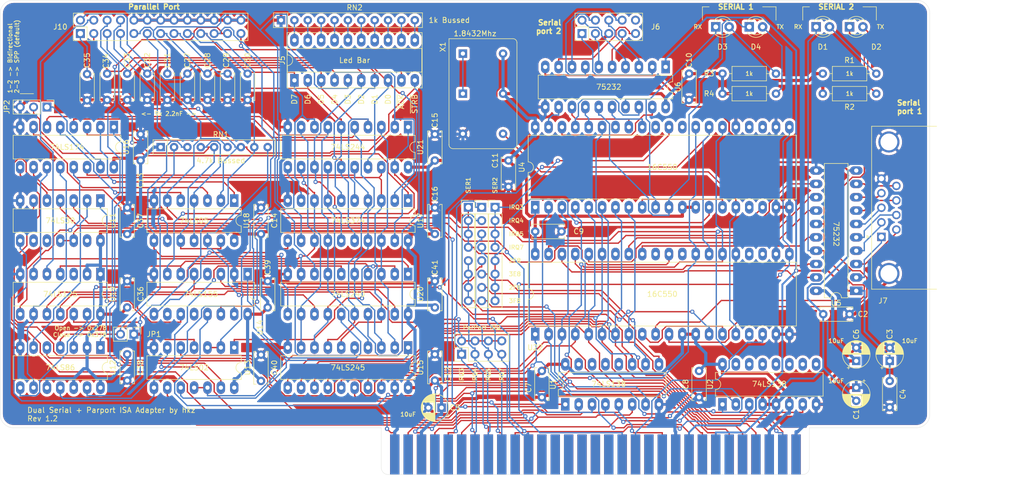
<source format=kicad_pcb>
(kicad_pcb (version 20171130) (host pcbnew "(5.1.8)-1")
  (layers (0 F.Cu signal) (31 B.Cu signal) (34 B.Paste user) (35 F.Paste user) (36 B.SilkS user) (37 F.SilkS user) (38 B.Mask user) (39 F.Mask user) (44 Edge.Cuts user))
  (net 0 "")
  (net 1 -12V)
  (net 2 GND)
  (net 3 +12V)
  (net 4 VCC)
  (net 5 "Net-(D1-Pad2)")
  (net 6 /SIN_1)
  (net 7 "Net-(D2-Pad2)")
  (net 8 /SOUT_1)
  (net 9 "Net-(D3-Pad2)")
  (net 10 /SIN_2)
  (net 11 "Net-(D4-Pad2)")
  (net 12 /SOUT_2)
  (net 13 /A0)
  (net 14 /A1)
  (net 15 /A2)
  (net 16 /A3)
  (net 17 /A4)
  (net 18 /A5)
  (net 19 /A6)
  (net 20 /A7)
  (net 21 /A8)
  (net 22 /A9)
  (net 23 /AEN)
  (net 24 /D0)
  (net 25 /D1)
  (net 26 /D2)
  (net 27 /D3)
  (net 28 /D4)
  (net 29 /D5)
  (net 30 /D6)
  (net 31 /D7)
  (net 32 /IRQ3)
  (net 33 /IRQ4)
  (net 34 /IRQ5)
  (net 35 /IRQ7)
  (net 36 /~IOR)
  (net 37 /~IOW)
  (net 38 /RESETDRV)
  (net 39 /0x3F8)
  (net 40 /0x2F8)
  (net 41 /0x3E8)
  (net 42 /0x2E8)
  (net 43 /~UART1_CS)
  (net 44 /UART1_IRQ)
  (net 45 /~UART2_CS)
  (net 46 /UART2_IRQ)
  (net 47 /RS232_1_CTS)
  (net 48 /RS232_1_RTS)
  (net 49 /RS232_1_DSR)
  (net 50 /RS232_1_DTR)
  (net 51 /RS232_1_TX)
  (net 52 /RS232_1_RX)
  (net 53 /RS232_1_DCD)
  (net 54 /RS232_2_CTS)
  (net 55 /RS232_2_RTS)
  (net 56 /RS232_2_DSR)
  (net 57 /RS232_2_DTR)
  (net 58 /RS232_2_TX)
  (net 59 /RS232_2_RX)
  (net 60 /RS232_2_DCD)
  (net 61 /RS232_1_RI)
  (net 62 "Net-(U1-Pad4)")
  (net 63 /~RI_1)
  (net 64 /~DCD_1)
  (net 65 /~DSR_1)
  (net 66 /~CTS_1)
  (net 67 /SER_CLK)
  (net 68 /~DTR_1)
  (net 69 /~RTS_1)
  (net 70 /~RI_2)
  (net 71 /~DCD_2)
  (net 72 /~DSR_2)
  (net 73 /~CTS_2)
  (net 74 "Net-(U4-Pad15)")
  (net 75 /~DTR_2)
  (net 76 /~RTS_2)
  (net 77 "Net-(X1-Pad1)")
  (net 78 /PARPORT_DATA4)
  (net 79 /PARPORT_DATA5)
  (net 80 /PARPORT_DATA6)
  (net 81 /PARPORT_DATA7)
  (net 82 /PARPORT_DATA3)
  (net 83 /PARPORT_DATA2)
  (net 84 /PARPORT_DATA1)
  (net 85 /PARPORT_DATA0)
  (net 86 /~PARPORT_ERROR)
  (net 87 /PARPORT_SLCT)
  (net 88 /PARPORT_PE)
  (net 89 /PARPORT_BUSY)
  (net 90 /PARPORT_DIR)
  (net 91 "Net-(U11-Pad2)")
  (net 92 "Net-(U11-Pad8)")
  (net 93 "Net-(U11-Pad1)")
  (net 94 /PARPORT_IRQ)
  (net 95 /PARPORT_IRQEN)
  (net 96 "Net-(U12-Pad3)")
  (net 97 /~PARPORT_IRQEN)
  (net 98 /~PARPORT_RESET)
  (net 99 /PARPORT_R)
  (net 100 "Net-(U13-Pad1)")
  (net 101 /PARPORT_RPA)
  (net 102 /PARPORT_RPB)
  (net 103 /PARPORT_RPC)
  (net 104 /PARPORT_WPC)
  (net 105 /PARPORT_BD7)
  (net 106 /PARPORT_BD6)
  (net 107 /PARPORT_BD5)
  (net 108 /PARPORT_BD4)
  (net 109 /PARPORT_BD3)
  (net 110 /PARPORT_BD2)
  (net 111 /PARPORT_BD1)
  (net 112 /PARPORT_BD0)
  (net 113 "Net-(U16-Pad7)")
  (net 114 "Net-(U16-Pad5)")
  (net 115 "Net-(U16-Pad10)")
  (net 116 "Net-(U16-Pad2)")
  (net 117 "Net-(U22-Pad15)")
  (net 118 /RS232_2_RI)
  (net 119 "Net-(JP2-Pad2)")
  (net 120 /PARPORT_WPA)
  (net 121 "Net-(J9-Pad2)")
  (net 122 /RN_6)
  (net 123 "Net-(J5-Pad20)")
  (net 124 "Net-(J5-Pad19)")
  (net 125 /RN_7)
  (net 126 "Net-(J5-Pad18)")
  (net 127 "Net-(J5-Pad17)")
  (net 128 "Net-(J5-Pad16)")
  (net 129 "Net-(J5-Pad15)")
  (net 130 "Net-(J5-Pad14)")
  (net 131 "Net-(J5-Pad13)")
  (net 132 "Net-(J5-Pad12)")
  (net 133 "Net-(J5-Pad11)")
  (net 134 /RN_2)
  (net 135 /RN_4)
  (net 136 /RN_5)
  (net 137 /RN_1)
  (net 138 /RN_8)
  (net 139 /RN_3)
  (module Resistor_THT:R_Array_SIP11 (layer F.Cu) (at 191.77 116.84)
    (fp_text reference RN2 (at 13.97 -2.4) (layer F.SilkS))
    (fp_text value 1k)
    (pad 11 thru_hole oval (at 25.4 0) (size 1.6 1.6) (drill 0.8) (layers *.Cu *.Mask) (net 133 "Net-(J5-Pad11)"))
    (pad 10 thru_hole oval (at 22.86 0) (size 1.6 1.6) (drill 0.8) (layers *.Cu *.Mask) (net 132 "Net-(J5-Pad12)"))
    (pad 9 thru_hole oval (at 20.32 0) (size 1.6 1.6) (drill 0.8) (layers *.Cu *.Mask) (net 131 "Net-(J5-Pad13)"))
    (pad 8 thru_hole oval (at 17.78 0) (size 1.6 1.6) (drill 0.8) (layers *.Cu *.Mask) (net 130 "Net-(J5-Pad14)"))
    (pad 7 thru_hole oval (at 15.24 0) (size 1.6 1.6) (drill 0.8) (layers *.Cu *.Mask) (net 129 "Net-(J5-Pad15)"))
    (pad 6 thru_hole oval (at 12.7 0) (size 1.6 1.6) (drill 0.8) (layers *.Cu *.Mask) (net 128 "Net-(J5-Pad16)"))
    (pad 5 thru_hole oval (at 10.16 0) (size 1.6 1.6) (drill 0.8) (layers *.Cu *.Mask) (net 127 "Net-(J5-Pad17)"))
    (pad 4 thru_hole oval (at 7.62 0) (size 1.6 1.6) (drill 0.8) (layers *.Cu *.Mask) (net 126 "Net-(J5-Pad18)"))
    (pad 3 thru_hole oval (at 5.08 0) (size 1.6 1.6) (drill 0.8) (layers *.Cu *.Mask) (net 124 "Net-(J5-Pad19)"))
    (pad 2 thru_hole oval (at 2.54 0) (size 1.6 1.6) (drill 0.8) (layers *.Cu *.Mask) (net 123 "Net-(J5-Pad20)"))
    (pad 1 thru_hole rect (at 0 0) (size 1.6 1.6) (drill 0.8) (layers *.Cu *.Mask) (net 2 GND))
  )
  (module Resistor_THT:R_Array_SIP9 (layer F.Cu) (at 168.91 140.97)
    (fp_text reference RN1 (at 11.43 -2.4) (layer F.SilkS))
    (fp_text value 4.7k)
    (pad 9 thru_hole oval (at 20.32 0) (size 1.6 1.6) (drill 0.8) (layers *.Cu *.Mask) (net 138 /RN_8))
    (pad 8 thru_hole oval (at 17.78 0) (size 1.6 1.6) (drill 0.8) (layers *.Cu *.Mask) (net 125 /RN_7))
    (pad 7 thru_hole oval (at 15.24 0) (size 1.6 1.6) (drill 0.8) (layers *.Cu *.Mask) (net 122 /RN_6))
    (pad 6 thru_hole oval (at 12.7 0) (size 1.6 1.6) (drill 0.8) (layers *.Cu *.Mask) (net 136 /RN_5))
    (pad 5 thru_hole oval (at 10.16 0) (size 1.6 1.6) (drill 0.8) (layers *.Cu *.Mask) (net 135 /RN_4))
    (pad 4 thru_hole oval (at 7.62 0) (size 1.6 1.6) (drill 0.8) (layers *.Cu *.Mask) (net 139 /RN_3))
    (pad 3 thru_hole oval (at 5.08 0) (size 1.6 1.6) (drill 0.8) (layers *.Cu *.Mask) (net 134 /RN_2))
    (pad 2 thru_hole oval (at 2.54 0) (size 1.6 1.6) (drill 0.8) (layers *.Cu *.Mask) (net 137 /RN_1))
    (pad 1 thru_hole rect (at 0 0) (size 1.6 1.6) (drill 0.8) (layers *.Cu *.Mask) (net 4 VCC))
  )
  (module Package_DIP:DIP-20_W7.62mm_Socket_LongPads (layer F.Cu) (at 194.31 128.27 90)
    (fp_text reference J5 (at 3.81 -2.33 90) (layer F.SilkS))
    (fp_text value "Parallel Port LEDs")
    (pad 20 thru_hole oval (at 7.62 0 90) (size 2.4 1.6) (drill 0.8) (layers *.Cu *.Mask) (net 123 "Net-(J5-Pad20)"))
    (pad 10 thru_hole oval (at 0 22.86 90) (size 2.4 1.6) (drill 0.8) (layers *.Cu *.Mask) (net 122 /RN_6))
    (pad 19 thru_hole oval (at 7.62 2.54 90) (size 2.4 1.6) (drill 0.8) (layers *.Cu *.Mask) (net 124 "Net-(J5-Pad19)"))
    (pad 9 thru_hole oval (at 0 20.32 90) (size 2.4 1.6) (drill 0.8) (layers *.Cu *.Mask) (net 125 /RN_7))
    (pad 18 thru_hole oval (at 7.62 5.08 90) (size 2.4 1.6) (drill 0.8) (layers *.Cu *.Mask) (net 126 "Net-(J5-Pad18)"))
    (pad 8 thru_hole oval (at 0 17.78 90) (size 2.4 1.6) (drill 0.8) (layers *.Cu *.Mask) (net 85 /PARPORT_DATA0))
    (pad 17 thru_hole oval (at 7.62 7.62 90) (size 2.4 1.6) (drill 0.8) (layers *.Cu *.Mask) (net 127 "Net-(J5-Pad17)"))
    (pad 7 thru_hole oval (at 0 15.24 90) (size 2.4 1.6) (drill 0.8) (layers *.Cu *.Mask) (net 84 /PARPORT_DATA1))
    (pad 16 thru_hole oval (at 7.62 10.16 90) (size 2.4 1.6) (drill 0.8) (layers *.Cu *.Mask) (net 128 "Net-(J5-Pad16)"))
    (pad 6 thru_hole oval (at 0 12.7 90) (size 2.4 1.6) (drill 0.8) (layers *.Cu *.Mask) (net 83 /PARPORT_DATA2))
    (pad 15 thru_hole oval (at 7.62 12.7 90) (size 2.4 1.6) (drill 0.8) (layers *.Cu *.Mask) (net 129 "Net-(J5-Pad15)"))
    (pad 5 thru_hole oval (at 0 10.16 90) (size 2.4 1.6) (drill 0.8) (layers *.Cu *.Mask) (net 82 /PARPORT_DATA3))
    (pad 14 thru_hole oval (at 7.62 15.24 90) (size 2.4 1.6) (drill 0.8) (layers *.Cu *.Mask) (net 130 "Net-(J5-Pad14)"))
    (pad 4 thru_hole oval (at 0 7.62 90) (size 2.4 1.6) (drill 0.8) (layers *.Cu *.Mask) (net 78 /PARPORT_DATA4))
    (pad 13 thru_hole oval (at 7.62 17.78 90) (size 2.4 1.6) (drill 0.8) (layers *.Cu *.Mask) (net 131 "Net-(J5-Pad13)"))
    (pad 3 thru_hole oval (at 0 5.08 90) (size 2.4 1.6) (drill 0.8) (layers *.Cu *.Mask) (net 79 /PARPORT_DATA5))
    (pad 12 thru_hole oval (at 7.62 20.32 90) (size 2.4 1.6) (drill 0.8) (layers *.Cu *.Mask) (net 132 "Net-(J5-Pad12)"))
    (pad 2 thru_hole oval (at 0 2.54 90) (size 2.4 1.6) (drill 0.8) (layers *.Cu *.Mask) (net 80 /PARPORT_DATA6))
    (pad 11 thru_hole oval (at 7.62 22.86 90) (size 2.4 1.6) (drill 0.8) (layers *.Cu *.Mask) (net 133 "Net-(J5-Pad11)"))
    (pad 1 thru_hole rect (at 0 0 90) (size 2.4 1.6) (drill 0.8) (layers *.Cu *.Mask) (net 81 /PARPORT_DATA7))
  )
  (module Connector_Dsub:DSUB-9_Male_Horizontal_P2.77x2.84mm_EdgePinOffset7.70mm_Housed_MountingHolesOffset9.12mm (layer F.Cu) (at 305.77 158.03 90)
    (fp_text reference J7 (at -12.15 0.3) (layer F.SilkS))
    (fp_text value "Serial 1 DB9")
    (pad 0 thru_hole circle (at 18.04 1.42 90) (size 4 4) (drill 3.2) (layers *.Cu *.Mask) (net 2 GND))
    (pad 0 thru_hole circle (at -6.96 1.42 90) (size 4 4) (drill 3.2) (layers *.Cu *.Mask) (net 2 GND))
    (pad 9 thru_hole circle (at 9.695 2.84 90) (size 1.6 1.6) (drill 1) (layers *.Cu *.Mask) (net 61 /RS232_1_RI))
    (pad 8 thru_hole circle (at 6.925 2.84 90) (size 1.6 1.6) (drill 1) (layers *.Cu *.Mask) (net 47 /RS232_1_CTS))
    (pad 7 thru_hole circle (at 4.155 2.84 90) (size 1.6 1.6) (drill 1) (layers *.Cu *.Mask) (net 48 /RS232_1_RTS))
    (pad 6 thru_hole circle (at 1.385 2.84 90) (size 1.6 1.6) (drill 1) (layers *.Cu *.Mask) (net 49 /RS232_1_DSR))
    (pad 5 thru_hole circle (at 11.08 0 90) (size 1.6 1.6) (drill 1) (layers *.Cu *.Mask) (net 2 GND))
    (pad 4 thru_hole circle (at 8.31 0 90) (size 1.6 1.6) (drill 1) (layers *.Cu *.Mask) (net 50 /RS232_1_DTR))
    (pad 3 thru_hole circle (at 5.54 0 90) (size 1.6 1.6) (drill 1) (layers *.Cu *.Mask) (net 51 /RS232_1_TX))
    (pad 2 thru_hole circle (at 2.77 0 90) (size 1.6 1.6) (drill 1) (layers *.Cu *.Mask) (net 52 /RS232_1_RX))
    (pad 1 thru_hole rect (at 0 0 90) (size 1.6 1.6) (drill 1) (layers *.Cu *.Mask) (net 53 /RS232_1_DCD))
  )
  (module Package_DIP:DIP-14_W7.62mm_LongPads (layer F.Cu) (at 157.48 165.1 270)
    (fp_text reference U19 (at 3.81 -2.33 90) (layer F.SilkS))
    (fp_text value 74LS125)
    (pad 14 thru_hole oval (at 7.62 0 270) (size 2.4 1.6) (drill 0.8) (layers *.Cu *.Mask) (net 4 VCC))
    (pad 7 thru_hole oval (at 0 15.24 270) (size 2.4 1.6) (drill 0.8) (layers *.Cu *.Mask) (net 2 GND))
    (pad 13 thru_hole oval (at 7.62 2.54 270) (size 2.4 1.6) (drill 0.8) (layers *.Cu *.Mask) (net 97 /~PARPORT_IRQEN))
    (pad 6 thru_hole oval (at 0 12.7 270) (size 2.4 1.6) (drill 0.8) (layers *.Cu *.Mask) (net 109 /PARPORT_BD3))
    (pad 12 thru_hole oval (at 7.62 5.08 270) (size 2.4 1.6) (drill 0.8) (layers *.Cu *.Mask) (net 125 /RN_7))
    (pad 5 thru_hole oval (at 0 10.16 270) (size 2.4 1.6) (drill 0.8) (layers *.Cu *.Mask) (net 86 /~PARPORT_ERROR))
    (pad 11 thru_hole oval (at 7.62 7.62 270) (size 2.4 1.6) (drill 0.8) (layers *.Cu *.Mask) (net 121 "Net-(J9-Pad2)"))
    (pad 4 thru_hole oval (at 0 7.62 270) (size 2.4 1.6) (drill 0.8) (layers *.Cu *.Mask) (net 102 /PARPORT_RPB))
    (pad 10 thru_hole oval (at 7.62 10.16 270) (size 2.4 1.6) (drill 0.8) (layers *.Cu *.Mask) (net 103 /PARPORT_RPC))
    (pad 3 thru_hole oval (at 0 5.08 270) (size 2.4 1.6) (drill 0.8) (layers *.Cu *.Mask))
    (pad 9 thru_hole oval (at 7.62 12.7 270) (size 2.4 1.6) (drill 0.8) (layers *.Cu *.Mask) (net 95 /PARPORT_IRQEN))
    (pad 2 thru_hole oval (at 0 2.54 270) (size 2.4 1.6) (drill 0.8) (layers *.Cu *.Mask) (net 4 VCC))
    (pad 8 thru_hole oval (at 7.62 15.24 270) (size 2.4 1.6) (drill 0.8) (layers *.Cu *.Mask) (net 108 /PARPORT_BD4))
    (pad 1 thru_hole rect (at 0 0 270) (size 2.4 1.6) (drill 0.8) (layers *.Cu *.Mask) (net 4 VCC))
  )
  (module Package_DIP:DIP-14_W7.62mm_LongPads (layer F.Cu) (at 182.88 151.13 270)
    (fp_text reference U18 (at 3.81 -2.33 90) (layer F.SilkS))
    (fp_text value 74LS05)
    (pad 14 thru_hole oval (at 7.62 0 270) (size 2.4 1.6) (drill 0.8) (layers *.Cu *.Mask) (net 4 VCC))
    (pad 7 thru_hole oval (at 0 15.24 270) (size 2.4 1.6) (drill 0.8) (layers *.Cu *.Mask) (net 2 GND))
    (pad 13 thru_hole oval (at 7.62 2.54 270) (size 2.4 1.6) (drill 0.8) (layers *.Cu *.Mask) (net 135 /RN_4))
    (pad 6 thru_hole oval (at 0 12.7 270) (size 2.4 1.6) (drill 0.8) (layers *.Cu *.Mask) (net 136 /RN_5))
    (pad 12 thru_hole oval (at 7.62 5.08 270) (size 2.4 1.6) (drill 0.8) (layers *.Cu *.Mask) (net 138 /RN_8))
    (pad 5 thru_hole oval (at 0 10.16 270) (size 2.4 1.6) (drill 0.8) (layers *.Cu *.Mask) (net 114 "Net-(U16-Pad5)"))
    (pad 11 thru_hole oval (at 7.62 7.62 270) (size 2.4 1.6) (drill 0.8) (layers *.Cu *.Mask) (net 139 /RN_3))
    (pad 4 thru_hole oval (at 0 7.62 270) (size 2.4 1.6) (drill 0.8) (layers *.Cu *.Mask) (net 139 /RN_3))
    (pad 10 thru_hole oval (at 7.62 10.16 270) (size 2.4 1.6) (drill 0.8) (layers *.Cu *.Mask) (net 135 /RN_4))
    (pad 3 thru_hole oval (at 0 5.08 270) (size 2.4 1.6) (drill 0.8) (layers *.Cu *.Mask) (net 113 "Net-(U16-Pad7)"))
    (pad 9 thru_hole oval (at 7.62 12.7 270) (size 2.4 1.6) (drill 0.8) (layers *.Cu *.Mask) (net 115 "Net-(U16-Pad10)"))
    (pad 2 thru_hole oval (at 0 2.54 270) (size 2.4 1.6) (drill 0.8) (layers *.Cu *.Mask) (net 122 /RN_6))
    (pad 8 thru_hole oval (at 7.62 15.24 270) (size 2.4 1.6) (drill 0.8) (layers *.Cu *.Mask) (net 134 /RN_2))
    (pad 1 thru_hole rect (at 0 0 270) (size 2.4 1.6) (drill 0.8) (layers *.Cu *.Mask) (net 116 "Net-(U16-Pad2)"))
  )
  (module Package_DIP:DIP-16_W7.62mm_LongPads (layer F.Cu) (at 160.02 137.16 270)
    (fp_text reference U16 (at 3.81 -2.33 90) (layer F.SilkS))
    (fp_text value 74LS174)
    (pad 16 thru_hole oval (at 7.62 0 270) (size 2.4 1.6) (drill 0.8) (layers *.Cu *.Mask) (net 4 VCC))
    (pad 8 thru_hole oval (at 0 17.78 270) (size 2.4 1.6) (drill 0.8) (layers *.Cu *.Mask) (net 2 GND))
    (pad 15 thru_hole oval (at 7.62 2.54 270) (size 2.4 1.6) (drill 0.8) (layers *.Cu *.Mask) (net 90 /PARPORT_DIR))
    (pad 7 thru_hole oval (at 0 15.24 270) (size 2.4 1.6) (drill 0.8) (layers *.Cu *.Mask) (net 113 "Net-(U16-Pad7)"))
    (pad 14 thru_hole oval (at 7.62 5.08 270) (size 2.4 1.6) (drill 0.8) (layers *.Cu *.Mask) (net 107 /PARPORT_BD5))
    (pad 6 thru_hole oval (at 0 12.7 270) (size 2.4 1.6) (drill 0.8) (layers *.Cu *.Mask) (net 110 /PARPORT_BD2))
    (pad 13 thru_hole oval (at 7.62 7.62 270) (size 2.4 1.6) (drill 0.8) (layers *.Cu *.Mask) (net 108 /PARPORT_BD4))
    (pad 5 thru_hole oval (at 0 10.16 270) (size 2.4 1.6) (drill 0.8) (layers *.Cu *.Mask) (net 114 "Net-(U16-Pad5)"))
    (pad 12 thru_hole oval (at 7.62 10.16 270) (size 2.4 1.6) (drill 0.8) (layers *.Cu *.Mask) (net 95 /PARPORT_IRQEN))
    (pad 4 thru_hole oval (at 0 7.62 270) (size 2.4 1.6) (drill 0.8) (layers *.Cu *.Mask) (net 111 /PARPORT_BD1))
    (pad 11 thru_hole oval (at 7.62 12.7 270) (size 2.4 1.6) (drill 0.8) (layers *.Cu *.Mask) (net 109 /PARPORT_BD3))
    (pad 3 thru_hole oval (at 0 5.08 270) (size 2.4 1.6) (drill 0.8) (layers *.Cu *.Mask) (net 112 /PARPORT_BD0))
    (pad 10 thru_hole oval (at 7.62 15.24 270) (size 2.4 1.6) (drill 0.8) (layers *.Cu *.Mask) (net 115 "Net-(U16-Pad10)"))
    (pad 2 thru_hole oval (at 0 2.54 270) (size 2.4 1.6) (drill 0.8) (layers *.Cu *.Mask) (net 116 "Net-(U16-Pad2)"))
    (pad 9 thru_hole oval (at 7.62 17.78 270) (size 2.4 1.6) (drill 0.8) (layers *.Cu *.Mask) (net 104 /PARPORT_WPC))
    (pad 1 thru_hole rect (at 0 0 270) (size 2.4 1.6) (drill 0.8) (layers *.Cu *.Mask) (net 98 /~PARPORT_RESET))
  )
  (module Connector_PinHeader_2.54mm:PinHeader_2x13_P2.54mm_Vertical (layer F.Cu) (at 153.67 119.38 90)
    (fp_text reference J10 (at 1.27 -3.81) (layer F.SilkS))
    (fp_text value "Parallel Port")
    (pad 26 thru_hole oval (at 2.54 30.48 90) (size 1.7 1.7) (drill 1) (layers *.Cu *.Mask) (net 2 GND))
    (pad 25 thru_hole oval (at 0 30.48 90) (size 1.7 1.7) (drill 1) (layers *.Cu *.Mask) (net 87 /PARPORT_SLCT))
    (pad 24 thru_hole oval (at 2.54 27.94 90) (size 1.7 1.7) (drill 1) (layers *.Cu *.Mask) (net 2 GND))
    (pad 23 thru_hole oval (at 0 27.94 90) (size 1.7 1.7) (drill 1) (layers *.Cu *.Mask) (net 88 /PARPORT_PE))
    (pad 22 thru_hole oval (at 2.54 25.4 90) (size 1.7 1.7) (drill 1) (layers *.Cu *.Mask) (net 2 GND))
    (pad 21 thru_hole oval (at 0 25.4 90) (size 1.7 1.7) (drill 1) (layers *.Cu *.Mask) (net 89 /PARPORT_BUSY))
    (pad 20 thru_hole oval (at 2.54 22.86 90) (size 1.7 1.7) (drill 1) (layers *.Cu *.Mask) (net 2 GND))
    (pad 19 thru_hole oval (at 0 22.86 90) (size 1.7 1.7) (drill 1) (layers *.Cu *.Mask) (net 125 /RN_7))
    (pad 18 thru_hole oval (at 2.54 20.32 90) (size 1.7 1.7) (drill 1) (layers *.Cu *.Mask) (net 2 GND))
    (pad 17 thru_hole oval (at 0 20.32 90) (size 1.7 1.7) (drill 1) (layers *.Cu *.Mask) (net 81 /PARPORT_DATA7))
    (pad 16 thru_hole oval (at 2.54 17.78 90) (size 1.7 1.7) (drill 1) (layers *.Cu *.Mask) (net 2 GND))
    (pad 15 thru_hole oval (at 0 17.78 90) (size 1.7 1.7) (drill 1) (layers *.Cu *.Mask) (net 80 /PARPORT_DATA6))
    (pad 14 thru_hole oval (at 2.54 15.24 90) (size 1.7 1.7) (drill 1) (layers *.Cu *.Mask) (net 2 GND))
    (pad 13 thru_hole oval (at 0 15.24 90) (size 1.7 1.7) (drill 1) (layers *.Cu *.Mask) (net 79 /PARPORT_DATA5))
    (pad 12 thru_hole oval (at 2.54 12.7 90) (size 1.7 1.7) (drill 1) (layers *.Cu *.Mask) (net 2 GND))
    (pad 11 thru_hole oval (at 0 12.7 90) (size 1.7 1.7) (drill 1) (layers *.Cu *.Mask) (net 78 /PARPORT_DATA4))
    (pad 10 thru_hole oval (at 2.54 10.16 90) (size 1.7 1.7) (drill 1) (layers *.Cu *.Mask) (net 2 GND))
    (pad 9 thru_hole oval (at 0 10.16 90) (size 1.7 1.7) (drill 1) (layers *.Cu *.Mask) (net 82 /PARPORT_DATA3))
    (pad 8 thru_hole oval (at 2.54 7.62 90) (size 1.7 1.7) (drill 1) (layers *.Cu *.Mask) (net 134 /RN_2))
    (pad 7 thru_hole oval (at 0 7.62 90) (size 1.7 1.7) (drill 1) (layers *.Cu *.Mask) (net 83 /PARPORT_DATA2))
    (pad 6 thru_hole oval (at 2.54 5.08 90) (size 1.7 1.7) (drill 1) (layers *.Cu *.Mask) (net 135 /RN_4))
    (pad 5 thru_hole oval (at 0 5.08 90) (size 1.7 1.7) (drill 1) (layers *.Cu *.Mask) (net 84 /PARPORT_DATA1))
    (pad 4 thru_hole oval (at 2.54 2.54 90) (size 1.7 1.7) (drill 1) (layers *.Cu *.Mask) (net 86 /~PARPORT_ERROR))
    (pad 3 thru_hole oval (at 0 2.54 90) (size 1.7 1.7) (drill 1) (layers *.Cu *.Mask) (net 85 /PARPORT_DATA0))
    (pad 2 thru_hole oval (at 2.54 0 90) (size 1.7 1.7) (drill 1) (layers *.Cu *.Mask) (net 136 /RN_5))
    (pad 1 thru_hole rect (at 0 0 90) (size 1.7 1.7) (drill 1) (layers *.Cu *.Mask) (net 122 /RN_6))
  )
  (module Capacitor_THT:C_Disc_D6.0mm_W2.5mm_P5.00mm (layer F.Cu) (at 220.98 157.48 90)
    (fp_text reference C16 (at 7.62 0 90) (layer F.SilkS))
    (fp_text value 100nF)
    (pad 2 thru_hole circle (at 5 0 90) (size 1.6 1.6) (drill 0.8) (layers *.Cu *.Mask) (net 2 GND))
    (pad 1 thru_hole circle (at 0 0 90) (size 1.6 1.6) (drill 0.8) (layers *.Cu *.Mask) (net 4 VCC))
  )
  (module Capacitor_THT:C_Disc_D6.0mm_W2.5mm_P5.00mm (layer F.Cu) (at 220.98 143.51 90)
    (fp_text reference C15 (at 7.62 0 90) (layer F.SilkS))
    (fp_text value 100nF)
    (pad 2 thru_hole circle (at 5 0 90) (size 1.6 1.6) (drill 0.8) (layers *.Cu *.Mask) (net 2 GND))
    (pad 1 thru_hole circle (at 0 0 90) (size 1.6 1.6) (drill 0.8) (layers *.Cu *.Mask) (net 4 VCC))
  )
  (module Capacitor_THT:C_Disc_D6.0mm_W2.5mm_P5.00mm (layer F.Cu) (at 187.96 157.48 90)
    (fp_text reference C14 (at 2.54 2.54 90) (layer F.SilkS))
    (fp_text value 100nF)
    (pad 2 thru_hole circle (at 5 0 90) (size 1.6 1.6) (drill 0.8) (layers *.Cu *.Mask) (net 2 GND))
    (pad 1 thru_hole circle (at 0 0 90) (size 1.6 1.6) (drill 0.8) (layers *.Cu *.Mask) (net 4 VCC))
  )
  (module Capacitor_THT:C_Disc_D6.0mm_W2.5mm_P5.00mm (layer F.Cu) (at 165.1 143.51 90)
    (fp_text reference C13 (at -3.81 0 90) (layer F.SilkS))
    (fp_text value 100nF)
    (pad 2 thru_hole circle (at 5 0 90) (size 1.6 1.6) (drill 0.8) (layers *.Cu *.Mask) (net 2 GND))
    (pad 1 thru_hole circle (at 0 0 90) (size 1.6 1.6) (drill 0.8) (layers *.Cu *.Mask) (net 4 VCC))
  )
  (module Connector_PinHeader_2.54mm:PinHeader_2x04_P2.54mm_Vertical (layer F.Cu) (at 226.06 180.34 90)
    (fp_text reference J9 hide)
    (fp_text value "Parport IRQ Select")
    (pad 8 thru_hole oval (at 2.54 7.62 90) (size 1.7 1.7) (drill 1) (layers *.Cu *.Mask) (net 121 "Net-(J9-Pad2)"))
    (pad 7 thru_hole oval (at 0 7.62 90) (size 1.7 1.7) (drill 1) (layers *.Cu *.Mask) (net 35 /IRQ7))
    (pad 6 thru_hole oval (at 2.54 5.08 90) (size 1.7 1.7) (drill 1) (layers *.Cu *.Mask) (net 121 "Net-(J9-Pad2)"))
    (pad 5 thru_hole oval (at 0 5.08 90) (size 1.7 1.7) (drill 1) (layers *.Cu *.Mask) (net 34 /IRQ5))
    (pad 4 thru_hole oval (at 2.54 2.54 90) (size 1.7 1.7) (drill 1) (layers *.Cu *.Mask) (net 121 "Net-(J9-Pad2)"))
    (pad 3 thru_hole oval (at 0 2.54 90) (size 1.7 1.7) (drill 1) (layers *.Cu *.Mask) (net 33 /IRQ4))
    (pad 2 thru_hole oval (at 2.54 0 90) (size 1.7 1.7) (drill 1) (layers *.Cu *.Mask) (net 121 "Net-(J9-Pad2)"))
    (pad 1 thru_hole rect (at 0 0 90) (size 1.7 1.7) (drill 1) (layers *.Cu *.Mask) (net 32 /IRQ3))
  )
  (module Package_DIP:DIP-20_W7.62mm_LongPads (layer F.Cu) (at 215.9 151.13 270)
    (fp_text reference U17 (at 3.81 -2.33 90) (layer F.SilkS))
    (fp_text value 74LS374)
    (pad 20 thru_hole oval (at 7.62 0 270) (size 2.4 1.6) (drill 0.8) (layers *.Cu *.Mask) (net 4 VCC))
    (pad 10 thru_hole oval (at 0 22.86 270) (size 2.4 1.6) (drill 0.8) (layers *.Cu *.Mask) (net 2 GND))
    (pad 19 thru_hole oval (at 7.62 2.54 270) (size 2.4 1.6) (drill 0.8) (layers *.Cu *.Mask) (net 85 /PARPORT_DATA0))
    (pad 9 thru_hole oval (at 0 20.32 270) (size 2.4 1.6) (drill 0.8) (layers *.Cu *.Mask) (net 81 /PARPORT_DATA7))
    (pad 18 thru_hole oval (at 7.62 5.08 270) (size 2.4 1.6) (drill 0.8) (layers *.Cu *.Mask) (net 112 /PARPORT_BD0))
    (pad 8 thru_hole oval (at 0 17.78 270) (size 2.4 1.6) (drill 0.8) (layers *.Cu *.Mask) (net 105 /PARPORT_BD7))
    (pad 17 thru_hole oval (at 7.62 7.62 270) (size 2.4 1.6) (drill 0.8) (layers *.Cu *.Mask) (net 111 /PARPORT_BD1))
    (pad 7 thru_hole oval (at 0 15.24 270) (size 2.4 1.6) (drill 0.8) (layers *.Cu *.Mask) (net 106 /PARPORT_BD6))
    (pad 16 thru_hole oval (at 7.62 10.16 270) (size 2.4 1.6) (drill 0.8) (layers *.Cu *.Mask) (net 84 /PARPORT_DATA1))
    (pad 6 thru_hole oval (at 0 12.7 270) (size 2.4 1.6) (drill 0.8) (layers *.Cu *.Mask) (net 80 /PARPORT_DATA6))
    (pad 15 thru_hole oval (at 7.62 12.7 270) (size 2.4 1.6) (drill 0.8) (layers *.Cu *.Mask) (net 83 /PARPORT_DATA2))
    (pad 5 thru_hole oval (at 0 10.16 270) (size 2.4 1.6) (drill 0.8) (layers *.Cu *.Mask) (net 79 /PARPORT_DATA5))
    (pad 14 thru_hole oval (at 7.62 15.24 270) (size 2.4 1.6) (drill 0.8) (layers *.Cu *.Mask) (net 110 /PARPORT_BD2))
    (pad 4 thru_hole oval (at 0 7.62 270) (size 2.4 1.6) (drill 0.8) (layers *.Cu *.Mask) (net 107 /PARPORT_BD5))
    (pad 13 thru_hole oval (at 7.62 17.78 270) (size 2.4 1.6) (drill 0.8) (layers *.Cu *.Mask) (net 109 /PARPORT_BD3))
    (pad 3 thru_hole oval (at 0 5.08 270) (size 2.4 1.6) (drill 0.8) (layers *.Cu *.Mask) (net 108 /PARPORT_BD4))
    (pad 12 thru_hole oval (at 7.62 20.32 270) (size 2.4 1.6) (drill 0.8) (layers *.Cu *.Mask) (net 82 /PARPORT_DATA3))
    (pad 2 thru_hole oval (at 0 2.54 270) (size 2.4 1.6) (drill 0.8) (layers *.Cu *.Mask) (net 78 /PARPORT_DATA4))
    (pad 11 thru_hole oval (at 7.62 22.86 270) (size 2.4 1.6) (drill 0.8) (layers *.Cu *.Mask) (net 120 /PARPORT_WPA))
    (pad 1 thru_hole rect (at 0 0 270) (size 2.4 1.6) (drill 0.8) (layers *.Cu *.Mask) (net 119 "Net-(JP2-Pad2)"))
  )
  (module Connector_PinHeader_2.54mm:PinHeader_2x05_P2.54mm_Vertical (layer F.Cu) (at 248.92 119.38 90)
    (fp_text reference J6 (at 1.27 13.97) (layer F.SilkS))
    (fp_text value "Serial 2 IDC")
    (pad 10 thru_hole oval (at 2.54 10.16 90) (size 1.7 1.7) (drill 1) (layers *.Cu *.Mask))
    (pad 9 thru_hole oval (at 0 10.16 90) (size 1.7 1.7) (drill 1) (layers *.Cu *.Mask) (net 118 /RS232_2_RI))
    (pad 8 thru_hole oval (at 2.54 7.62 90) (size 1.7 1.7) (drill 1) (layers *.Cu *.Mask) (net 54 /RS232_2_CTS))
    (pad 7 thru_hole oval (at 0 7.62 90) (size 1.7 1.7) (drill 1) (layers *.Cu *.Mask) (net 55 /RS232_2_RTS))
    (pad 6 thru_hole oval (at 2.54 5.08 90) (size 1.7 1.7) (drill 1) (layers *.Cu *.Mask) (net 56 /RS232_2_DSR))
    (pad 5 thru_hole oval (at 0 5.08 90) (size 1.7 1.7) (drill 1) (layers *.Cu *.Mask) (net 2 GND))
    (pad 4 thru_hole oval (at 2.54 2.54 90) (size 1.7 1.7) (drill 1) (layers *.Cu *.Mask) (net 57 /RS232_2_DTR))
    (pad 3 thru_hole oval (at 0 2.54 90) (size 1.7 1.7) (drill 1) (layers *.Cu *.Mask) (net 58 /RS232_2_TX))
    (pad 2 thru_hole oval (at 2.54 0 90) (size 1.7 1.7) (drill 1) (layers *.Cu *.Mask) (net 59 /RS232_2_RX))
    (pad 1 thru_hole rect (at 0 0 90) (size 1.7 1.7) (drill 1) (layers *.Cu *.Mask) (net 60 /RS232_2_DCD))
  )
  (module Capacitor_THT:C_Disc_D6.0mm_W2.5mm_P5.00mm (layer F.Cu) (at 220.98 171.45 90)
    (fp_text reference C41 (at 7.62 0 90) (layer F.SilkS))
    (fp_text value 100nF)
    (pad 2 thru_hole circle (at 5 0 90) (size 1.6 1.6) (drill 0.8) (layers *.Cu *.Mask) (net 2 GND))
    (pad 1 thru_hole circle (at 0 0 90) (size 1.6 1.6) (drill 0.8) (layers *.Cu *.Mask) (net 4 VCC))
  )
  (module Capacitor_THT:C_Disc_D6.0mm_W2.5mm_P5.00mm (layer F.Cu) (at 187.96 185.42 90)
    (fp_text reference C40 (at 2.54 2.54 90) (layer F.SilkS))
    (fp_text value 100nF)
    (pad 2 thru_hole circle (at 5 0 90) (size 1.6 1.6) (drill 0.8) (layers *.Cu *.Mask) (net 2 GND))
    (pad 1 thru_hole circle (at 0 0 90) (size 1.6 1.6) (drill 0.8) (layers *.Cu *.Mask) (net 4 VCC))
  )
  (module Capacitor_THT:C_Disc_D6.0mm_W2.5mm_P5.00mm (layer F.Cu) (at 189.23 171.45 90)
    (fp_text reference C39 (at 7.62 0 90) (layer F.SilkS))
    (fp_text value 100nF)
    (pad 2 thru_hole circle (at 5 0 90) (size 1.6 1.6) (drill 0.8) (layers *.Cu *.Mask) (net 2 GND))
    (pad 1 thru_hole circle (at 0 0 90) (size 1.6 1.6) (drill 0.8) (layers *.Cu *.Mask) (net 4 VCC))
  )
  (module Capacitor_THT:C_Disc_D6.0mm_W2.5mm_P5.00mm (layer F.Cu) (at 162.56 180.34 270)
    (fp_text reference C38 (at 2.5 -2.5 90) (layer F.SilkS))
    (fp_text value 100nF)
    (pad 2 thru_hole circle (at 5 0 270) (size 1.6 1.6) (drill 0.8) (layers *.Cu *.Mask) (net 2 GND))
    (pad 1 thru_hole circle (at 0 0 270) (size 1.6 1.6) (drill 0.8) (layers *.Cu *.Mask) (net 4 VCC))
  )
  (module Capacitor_THT:C_Disc_D6.0mm_W2.5mm_P5.00mm (layer F.Cu) (at 162.56 157.48 90)
    (fp_text reference C37 (at 2.5 2.54 90) (layer F.SilkS))
    (fp_text value 100nF)
    (pad 2 thru_hole circle (at 5 0 90) (size 1.6 1.6) (drill 0.8) (layers *.Cu *.Mask) (net 2 GND))
    (pad 1 thru_hole circle (at 0 0 90) (size 1.6 1.6) (drill 0.8) (layers *.Cu *.Mask) (net 4 VCC))
  )
  (module Capacitor_THT:C_Disc_D6.0mm_W2.5mm_P5.00mm (layer F.Cu) (at 162.56 171.45 90)
    (fp_text reference C36 (at 2.54 2.54 90) (layer F.SilkS))
    (fp_text value 100nF)
    (pad 2 thru_hole circle (at 5 0 90) (size 1.6 1.6) (drill 0.8) (layers *.Cu *.Mask) (net 2 GND))
    (pad 1 thru_hole circle (at 0 0 90) (size 1.6 1.6) (drill 0.8) (layers *.Cu *.Mask) (net 4 VCC))
  )
  (module Package_DIP:DIP-20_W7.62mm_LongPads (layer F.Cu) (at 215.9 137.16 270)
    (fp_text reference U21 (at 3.81 -2.33 90) (layer F.SilkS))
    (fp_text value 74LS244)
    (pad 20 thru_hole oval (at 7.62 0 270) (size 2.4 1.6) (drill 0.8) (layers *.Cu *.Mask) (net 4 VCC))
    (pad 10 thru_hole oval (at 0 22.86 270) (size 2.4 1.6) (drill 0.8) (layers *.Cu *.Mask) (net 2 GND))
    (pad 19 thru_hole oval (at 7.62 2.54 270) (size 2.4 1.6) (drill 0.8) (layers *.Cu *.Mask) (net 101 /PARPORT_RPA))
    (pad 9 thru_hole oval (at 0 20.32 270) (size 2.4 1.6) (drill 0.8) (layers *.Cu *.Mask) (net 109 /PARPORT_BD3))
    (pad 18 thru_hole oval (at 7.62 5.08 270) (size 2.4 1.6) (drill 0.8) (layers *.Cu *.Mask) (net 108 /PARPORT_BD4))
    (pad 8 thru_hole oval (at 0 17.78 270) (size 2.4 1.6) (drill 0.8) (layers *.Cu *.Mask) (net 81 /PARPORT_DATA7))
    (pad 17 thru_hole oval (at 7.62 7.62 270) (size 2.4 1.6) (drill 0.8) (layers *.Cu *.Mask) (net 85 /PARPORT_DATA0))
    (pad 7 thru_hole oval (at 0 15.24 270) (size 2.4 1.6) (drill 0.8) (layers *.Cu *.Mask) (net 110 /PARPORT_BD2))
    (pad 16 thru_hole oval (at 7.62 10.16 270) (size 2.4 1.6) (drill 0.8) (layers *.Cu *.Mask) (net 107 /PARPORT_BD5))
    (pad 6 thru_hole oval (at 0 12.7 270) (size 2.4 1.6) (drill 0.8) (layers *.Cu *.Mask) (net 80 /PARPORT_DATA6))
    (pad 15 thru_hole oval (at 7.62 12.7 270) (size 2.4 1.6) (drill 0.8) (layers *.Cu *.Mask) (net 84 /PARPORT_DATA1))
    (pad 5 thru_hole oval (at 0 10.16 270) (size 2.4 1.6) (drill 0.8) (layers *.Cu *.Mask) (net 111 /PARPORT_BD1))
    (pad 14 thru_hole oval (at 7.62 15.24 270) (size 2.4 1.6) (drill 0.8) (layers *.Cu *.Mask) (net 106 /PARPORT_BD6))
    (pad 4 thru_hole oval (at 0 7.62 270) (size 2.4 1.6) (drill 0.8) (layers *.Cu *.Mask) (net 79 /PARPORT_DATA5))
    (pad 13 thru_hole oval (at 7.62 17.78 270) (size 2.4 1.6) (drill 0.8) (layers *.Cu *.Mask) (net 83 /PARPORT_DATA2))
    (pad 3 thru_hole oval (at 0 5.08 270) (size 2.4 1.6) (drill 0.8) (layers *.Cu *.Mask) (net 112 /PARPORT_BD0))
    (pad 12 thru_hole oval (at 7.62 20.32 270) (size 2.4 1.6) (drill 0.8) (layers *.Cu *.Mask) (net 105 /PARPORT_BD7))
    (pad 2 thru_hole oval (at 0 2.54 270) (size 2.4 1.6) (drill 0.8) (layers *.Cu *.Mask) (net 78 /PARPORT_DATA4))
    (pad 11 thru_hole oval (at 7.62 22.86 270) (size 2.4 1.6) (drill 0.8) (layers *.Cu *.Mask) (net 82 /PARPORT_DATA3))
    (pad 1 thru_hole rect (at 0 0 270) (size 2.4 1.6) (drill 0.8) (layers *.Cu *.Mask) (net 101 /PARPORT_RPA))
  )
  (module Package_DIP:DIP-20_W7.62mm_LongPads (layer F.Cu) (at 215.9 165.1 270)
    (fp_text reference U20 (at 3.81 -2.33 90) (layer F.SilkS))
    (fp_text value 74LS240)
    (pad 20 thru_hole oval (at 7.62 0 270) (size 2.4 1.6) (drill 0.8) (layers *.Cu *.Mask) (net 4 VCC))
    (pad 10 thru_hole oval (at 0 22.86 270) (size 2.4 1.6) (drill 0.8) (layers *.Cu *.Mask) (net 2 GND))
    (pad 19 thru_hole oval (at 7.62 2.54 270) (size 2.4 1.6) (drill 0.8) (layers *.Cu *.Mask) (net 103 /PARPORT_RPC))
    (pad 9 thru_hole oval (at 0 20.32 270) (size 2.4 1.6) (drill 0.8) (layers *.Cu *.Mask) (net 109 /PARPORT_BD3))
    (pad 18 thru_hole oval (at 7.62 5.08 270) (size 2.4 1.6) (drill 0.8) (layers *.Cu *.Mask) (net 108 /PARPORT_BD4))
    (pad 8 thru_hole oval (at 0 17.78 270) (size 2.4 1.6) (drill 0.8) (layers *.Cu *.Mask) (net 89 /PARPORT_BUSY))
    (pad 17 thru_hole oval (at 7.62 7.62 270) (size 2.4 1.6) (drill 0.8) (layers *.Cu *.Mask) (net 122 /RN_6))
    (pad 7 thru_hole oval (at 0 15.24 270) (size 2.4 1.6) (drill 0.8) (layers *.Cu *.Mask) (net 110 /PARPORT_BD2))
    (pad 16 thru_hole oval (at 7.62 10.16 270) (size 2.4 1.6) (drill 0.8) (layers *.Cu *.Mask) (net 107 /PARPORT_BD5))
    (pad 6 thru_hole oval (at 0 12.7 270) (size 2.4 1.6) (drill 0.8) (layers *.Cu *.Mask) (net 94 /PARPORT_IRQ))
    (pad 15 thru_hole oval (at 7.62 12.7 270) (size 2.4 1.6) (drill 0.8) (layers *.Cu *.Mask) (net 136 /RN_5))
    (pad 5 thru_hole oval (at 0 10.16 270) (size 2.4 1.6) (drill 0.8) (layers *.Cu *.Mask) (net 111 /PARPORT_BD1))
    (pad 14 thru_hole oval (at 7.62 15.24 270) (size 2.4 1.6) (drill 0.8) (layers *.Cu *.Mask) (net 106 /PARPORT_BD6))
    (pad 4 thru_hole oval (at 0 7.62 270) (size 2.4 1.6) (drill 0.8) (layers *.Cu *.Mask) (net 96 "Net-(U12-Pad3)"))
    (pad 13 thru_hole oval (at 7.62 17.78 270) (size 2.4 1.6) (drill 0.8) (layers *.Cu *.Mask) (net 138 /RN_8))
    (pad 3 thru_hole oval (at 0 5.08 270) (size 2.4 1.6) (drill 0.8) (layers *.Cu *.Mask) (net 112 /PARPORT_BD0))
    (pad 12 thru_hole oval (at 7.62 20.32 270) (size 2.4 1.6) (drill 0.8) (layers *.Cu *.Mask) (net 105 /PARPORT_BD7))
    (pad 2 thru_hole oval (at 0 2.54 270) (size 2.4 1.6) (drill 0.8) (layers *.Cu *.Mask) (net 100 "Net-(U13-Pad1)"))
    (pad 11 thru_hole oval (at 7.62 22.86 270) (size 2.4 1.6) (drill 0.8) (layers *.Cu *.Mask) (net 134 /RN_2))
    (pad 1 thru_hole rect (at 0 0 270) (size 2.4 1.6) (drill 0.8) (layers *.Cu *.Mask) (net 102 /PARPORT_RPB))
  )
  (module Package_DIP:DIP-20_W7.62mm_LongPads (layer F.Cu) (at 215.9 179.07 270)
    (fp_text reference U15 (at 3.81 -2.33 90) (layer F.SilkS))
    (fp_text value 74LS245)
    (pad 20 thru_hole oval (at 7.62 0 270) (size 2.4 1.6) (drill 0.8) (layers *.Cu *.Mask) (net 4 VCC))
    (pad 10 thru_hole oval (at 0 22.86 270) (size 2.4 1.6) (drill 0.8) (layers *.Cu *.Mask) (net 2 GND))
    (pad 19 thru_hole oval (at 7.62 2.54 270) (size 2.4 1.6) (drill 0.8) (layers *.Cu *.Mask) (net 2 GND))
    (pad 9 thru_hole oval (at 0 20.32 270) (size 2.4 1.6) (drill 0.8) (layers *.Cu *.Mask) (net 105 /PARPORT_BD7))
    (pad 18 thru_hole oval (at 7.62 5.08 270) (size 2.4 1.6) (drill 0.8) (layers *.Cu *.Mask) (net 24 /D0))
    (pad 8 thru_hole oval (at 0 17.78 270) (size 2.4 1.6) (drill 0.8) (layers *.Cu *.Mask) (net 106 /PARPORT_BD6))
    (pad 17 thru_hole oval (at 7.62 7.62 270) (size 2.4 1.6) (drill 0.8) (layers *.Cu *.Mask) (net 25 /D1))
    (pad 7 thru_hole oval (at 0 15.24 270) (size 2.4 1.6) (drill 0.8) (layers *.Cu *.Mask) (net 107 /PARPORT_BD5))
    (pad 16 thru_hole oval (at 7.62 10.16 270) (size 2.4 1.6) (drill 0.8) (layers *.Cu *.Mask) (net 26 /D2))
    (pad 6 thru_hole oval (at 0 12.7 270) (size 2.4 1.6) (drill 0.8) (layers *.Cu *.Mask) (net 108 /PARPORT_BD4))
    (pad 15 thru_hole oval (at 7.62 12.7 270) (size 2.4 1.6) (drill 0.8) (layers *.Cu *.Mask) (net 27 /D3))
    (pad 5 thru_hole oval (at 0 10.16 270) (size 2.4 1.6) (drill 0.8) (layers *.Cu *.Mask) (net 109 /PARPORT_BD3))
    (pad 14 thru_hole oval (at 7.62 15.24 270) (size 2.4 1.6) (drill 0.8) (layers *.Cu *.Mask) (net 28 /D4))
    (pad 4 thru_hole oval (at 0 7.62 270) (size 2.4 1.6) (drill 0.8) (layers *.Cu *.Mask) (net 110 /PARPORT_BD2))
    (pad 13 thru_hole oval (at 7.62 17.78 270) (size 2.4 1.6) (drill 0.8) (layers *.Cu *.Mask) (net 29 /D5))
    (pad 3 thru_hole oval (at 0 5.08 270) (size 2.4 1.6) (drill 0.8) (layers *.Cu *.Mask) (net 111 /PARPORT_BD1))
    (pad 12 thru_hole oval (at 7.62 20.32 270) (size 2.4 1.6) (drill 0.8) (layers *.Cu *.Mask) (net 30 /D6))
    (pad 2 thru_hole oval (at 0 2.54 270) (size 2.4 1.6) (drill 0.8) (layers *.Cu *.Mask) (net 112 /PARPORT_BD0))
    (pad 11 thru_hole oval (at 7.62 22.86 270) (size 2.4 1.6) (drill 0.8) (layers *.Cu *.Mask) (net 31 /D7))
    (pad 1 thru_hole rect (at 0 0 270) (size 2.4 1.6) (drill 0.8) (layers *.Cu *.Mask) (net 99 /PARPORT_R))
  )
  (module Package_DIP:DIP-16_W7.62mm_LongPads (layer F.Cu) (at 185.42 165.1 270)
    (fp_text reference U14 (at 10.16 -2.33 90) (layer F.SilkS))
    (fp_text value 74LS155)
    (pad 16 thru_hole oval (at 7.62 0 270) (size 2.4 1.6) (drill 0.8) (layers *.Cu *.Mask) (net 4 VCC))
    (pad 8 thru_hole oval (at 0 17.78 270) (size 2.4 1.6) (drill 0.8) (layers *.Cu *.Mask) (net 2 GND))
    (pad 15 thru_hole oval (at 7.62 2.54 270) (size 2.4 1.6) (drill 0.8) (layers *.Cu *.Mask) (net 92 "Net-(U11-Pad8)"))
    (pad 7 thru_hole oval (at 0 15.24 270) (size 2.4 1.6) (drill 0.8) (layers *.Cu *.Mask) (net 101 /PARPORT_RPA))
    (pad 14 thru_hole oval (at 7.62 5.08 270) (size 2.4 1.6) (drill 0.8) (layers *.Cu *.Mask) (net 37 /~IOW))
    (pad 6 thru_hole oval (at 0 12.7 270) (size 2.4 1.6) (drill 0.8) (layers *.Cu *.Mask) (net 102 /PARPORT_RPB))
    (pad 13 thru_hole oval (at 7.62 7.62 270) (size 2.4 1.6) (drill 0.8) (layers *.Cu *.Mask) (net 13 /A0))
    (pad 5 thru_hole oval (at 0 10.16 270) (size 2.4 1.6) (drill 0.8) (layers *.Cu *.Mask) (net 103 /PARPORT_RPC))
    (pad 12 thru_hole oval (at 7.62 10.16 270) (size 2.4 1.6) (drill 0.8) (layers *.Cu *.Mask))
    (pad 4 thru_hole oval (at 0 7.62 270) (size 2.4 1.6) (drill 0.8) (layers *.Cu *.Mask))
    (pad 11 thru_hole oval (at 7.62 12.7 270) (size 2.4 1.6) (drill 0.8) (layers *.Cu *.Mask) (net 104 /PARPORT_WPC))
    (pad 3 thru_hole oval (at 0 5.08 270) (size 2.4 1.6) (drill 0.8) (layers *.Cu *.Mask) (net 14 /A1))
    (pad 10 thru_hole oval (at 7.62 15.24 270) (size 2.4 1.6) (drill 0.8) (layers *.Cu *.Mask))
    (pad 2 thru_hole oval (at 0 2.54 270) (size 2.4 1.6) (drill 0.8) (layers *.Cu *.Mask) (net 2 GND))
    (pad 9 thru_hole oval (at 7.62 17.78 270) (size 2.4 1.6) (drill 0.8) (layers *.Cu *.Mask) (net 120 /PARPORT_WPA))
    (pad 1 thru_hole rect (at 0 0 270) (size 2.4 1.6) (drill 0.8) (layers *.Cu *.Mask) (net 99 /PARPORT_R))
  )
  (module Package_DIP:DIP-14_W7.62mm_LongPads (layer F.Cu) (at 182.88 179.07 270)
    (fp_text reference U13 (at 3.81 -2.54 90) (layer F.SilkS))
    (fp_text value 74LS02)
    (pad 14 thru_hole oval (at 7.62 0 270) (size 2.4 1.6) (drill 0.8) (layers *.Cu *.Mask) (net 4 VCC))
    (pad 7 thru_hole oval (at 0 15.24 270) (size 2.4 1.6) (drill 0.8) (layers *.Cu *.Mask) (net 2 GND))
    (pad 13 thru_hole oval (at 7.62 2.54 270) (size 2.4 1.6) (drill 0.8) (layers *.Cu *.Mask) (net 98 /~PARPORT_RESET))
    (pad 6 thru_hole oval (at 0 12.7 270) (size 2.4 1.6) (drill 0.8) (layers *.Cu *.Mask) (net 23 /AEN))
    (pad 12 thru_hole oval (at 7.62 5.08 270) (size 2.4 1.6) (drill 0.8) (layers *.Cu *.Mask) (net 38 /RESETDRV))
    (pad 5 thru_hole oval (at 0 10.16 270) (size 2.4 1.6) (drill 0.8) (layers *.Cu *.Mask) (net 20 /A7))
    (pad 11 thru_hole oval (at 7.62 7.62 270) (size 2.4 1.6) (drill 0.8) (layers *.Cu *.Mask) (net 38 /RESETDRV))
    (pad 4 thru_hole oval (at 0 7.62 270) (size 2.4 1.6) (drill 0.8) (layers *.Cu *.Mask) (net 93 "Net-(U11-Pad1)"))
    (pad 10 thru_hole oval (at 7.62 10.16 270) (size 2.4 1.6) (drill 0.8) (layers *.Cu *.Mask) (net 99 /PARPORT_R))
    (pad 3 thru_hole oval (at 0 5.08 270) (size 2.4 1.6) (drill 0.8) (layers *.Cu *.Mask) (net 87 /PARPORT_SLCT))
    (pad 9 thru_hole oval (at 7.62 12.7 270) (size 2.4 1.6) (drill 0.8) (layers *.Cu *.Mask) (net 36 /~IOR))
    (pad 2 thru_hole oval (at 0 2.54 270) (size 2.4 1.6) (drill 0.8) (layers *.Cu *.Mask) (net 87 /PARPORT_SLCT))
    (pad 8 thru_hole oval (at 7.62 15.24 270) (size 2.4 1.6) (drill 0.8) (layers *.Cu *.Mask) (net 92 "Net-(U11-Pad8)"))
    (pad 1 thru_hole rect (at 0 0 270) (size 2.4 1.6) (drill 0.8) (layers *.Cu *.Mask) (net 100 "Net-(U13-Pad1)"))
  )
  (module Package_DIP:DIP-14_W7.62mm_LongPads (layer F.Cu) (at 157.48 179.07 270)
    (fp_text reference U12 (at 3.81 -2.33 90) (layer F.SilkS))
    (fp_text value 74LS86)
    (pad 14 thru_hole oval (at 7.62 0 270) (size 2.4 1.6) (drill 0.8) (layers *.Cu *.Mask) (net 4 VCC))
    (pad 7 thru_hole oval (at 0 15.24 270) (size 2.4 1.6) (drill 0.8) (layers *.Cu *.Mask) (net 2 GND))
    (pad 13 thru_hole oval (at 7.62 2.54 270) (size 2.4 1.6) (drill 0.8) (layers *.Cu *.Mask) (net 125 /RN_7))
    (pad 6 thru_hole oval (at 0 12.7 270) (size 2.4 1.6) (drill 0.8) (layers *.Cu *.Mask) (net 91 "Net-(U11-Pad2)"))
    (pad 12 thru_hole oval (at 7.62 5.08 270) (size 2.4 1.6) (drill 0.8) (layers *.Cu *.Mask) (net 4 VCC))
    (pad 5 thru_hole oval (at 0 10.16 270) (size 2.4 1.6) (drill 0.8) (layers *.Cu *.Mask) (net 21 /A8))
    (pad 11 thru_hole oval (at 7.62 7.62 270) (size 2.4 1.6) (drill 0.8) (layers *.Cu *.Mask) (net 94 /PARPORT_IRQ))
    (pad 4 thru_hole oval (at 0 7.62 270) (size 2.4 1.6) (drill 0.8) (layers *.Cu *.Mask) (net 137 /RN_1))
    (pad 10 thru_hole oval (at 7.62 10.16 270) (size 2.4 1.6) (drill 0.8) (layers *.Cu *.Mask) (net 4 VCC))
    (pad 3 thru_hole oval (at 0 5.08 270) (size 2.4 1.6) (drill 0.8) (layers *.Cu *.Mask) (net 96 "Net-(U12-Pad3)"))
    (pad 9 thru_hole oval (at 7.62 12.7 270) (size 2.4 1.6) (drill 0.8) (layers *.Cu *.Mask) (net 95 /PARPORT_IRQEN))
    (pad 2 thru_hole oval (at 0 2.54 270) (size 2.4 1.6) (drill 0.8) (layers *.Cu *.Mask) (net 4 VCC))
    (pad 8 thru_hole oval (at 7.62 15.24 270) (size 2.4 1.6) (drill 0.8) (layers *.Cu *.Mask) (net 97 /~PARPORT_IRQEN))
    (pad 1 thru_hole rect (at 0 0 270) (size 2.4 1.6) (drill 0.8) (layers *.Cu *.Mask) (net 88 /PARPORT_PE))
  )
  (module Package_DIP:DIP-14_W7.62mm_LongPads (layer F.Cu) (at 157.48 151.13 270)
    (fp_text reference U11 (at 3.81 -2.33 90) (layer F.SilkS))
    (fp_text value 74LS30)
    (pad 14 thru_hole oval (at 7.62 0 270) (size 2.4 1.6) (drill 0.8) (layers *.Cu *.Mask) (net 4 VCC))
    (pad 7 thru_hole oval (at 0 15.24 270) (size 2.4 1.6) (drill 0.8) (layers *.Cu *.Mask) (net 2 GND))
    (pad 13 thru_hole oval (at 7.62 2.54 270) (size 2.4 1.6) (drill 0.8) (layers *.Cu *.Mask))
    (pad 6 thru_hole oval (at 0 12.7 270) (size 2.4 1.6) (drill 0.8) (layers *.Cu *.Mask) (net 19 /A6))
    (pad 12 thru_hole oval (at 7.62 5.08 270) (size 2.4 1.6) (drill 0.8) (layers *.Cu *.Mask) (net 22 /A9))
    (pad 5 thru_hole oval (at 0 10.16 270) (size 2.4 1.6) (drill 0.8) (layers *.Cu *.Mask) (net 18 /A5))
    (pad 11 thru_hole oval (at 7.62 7.62 270) (size 2.4 1.6) (drill 0.8) (layers *.Cu *.Mask) (net 22 /A9))
    (pad 4 thru_hole oval (at 0 7.62 270) (size 2.4 1.6) (drill 0.8) (layers *.Cu *.Mask) (net 17 /A4))
    (pad 10 thru_hole oval (at 7.62 10.16 270) (size 2.4 1.6) (drill 0.8) (layers *.Cu *.Mask))
    (pad 3 thru_hole oval (at 0 5.08 270) (size 2.4 1.6) (drill 0.8) (layers *.Cu *.Mask) (net 16 /A3))
    (pad 9 thru_hole oval (at 7.62 12.7 270) (size 2.4 1.6) (drill 0.8) (layers *.Cu *.Mask))
    (pad 2 thru_hole oval (at 0 2.54 270) (size 2.4 1.6) (drill 0.8) (layers *.Cu *.Mask) (net 91 "Net-(U11-Pad2)"))
    (pad 8 thru_hole oval (at 7.62 15.24 270) (size 2.4 1.6) (drill 0.8) (layers *.Cu *.Mask) (net 92 "Net-(U11-Pad8)"))
    (pad 1 thru_hole rect (at 0 0 270) (size 2.4 1.6) (drill 0.8) (layers *.Cu *.Mask) (net 93 "Net-(U11-Pad1)"))
  )
  (module Connector_PinHeader_2.54mm:PinHeader_1x03_P2.54mm_Vertical (layer F.Cu) (at 147.32 133.35 270)
    (fp_text reference JP2 (at 0 7.62 90) (layer F.SilkS))
    (fp_text value "Parport type")
    (pad 3 thru_hole oval (at 0 5.08 270) (size 1.7 1.7) (drill 1) (layers *.Cu *.Mask) (net 2 GND))
    (pad 2 thru_hole oval (at 0 2.54 270) (size 1.7 1.7) (drill 1) (layers *.Cu *.Mask) (net 119 "Net-(JP2-Pad2)"))
    (pad 1 thru_hole rect (at 0 0 270) (size 1.7 1.7) (drill 1) (layers *.Cu *.Mask) (net 90 /PARPORT_DIR))
  )
  (module Connector_PinHeader_2.54mm:PinHeader_1x02_P2.54mm_Vertical (layer F.Cu) (at 163.83 176.53 270)
    (fp_text reference JP1 (at 0 -3.81) (layer F.SilkS))
    (fp_text value "Address selection")
    (pad 2 thru_hole oval (at 0 2.54 270) (size 1.7 1.7) (drill 1) (layers *.Cu *.Mask) (net 137 /RN_1))
    (pad 1 thru_hole rect (at 0 0 270) (size 1.7 1.7) (drill 1) (layers *.Cu *.Mask) (net 2 GND))
  )
  (module Capacitor_THT:C_Disc_D5.0mm_W2.5mm_P5.00mm (layer F.Cu) (at 154.94 132.08 90)
    (fp_text reference C35 (at 7.62 0 90) (layer F.SilkS))
    (fp_text value 2.2nF)
    (pad 2 thru_hole circle (at 5 0 90) (size 1.6 1.6) (drill 0.8) (layers *.Cu *.Mask) (net 122 /RN_6))
    (pad 1 thru_hole circle (at 0 0 90) (size 1.6 1.6) (drill 0.8) (layers *.Cu *.Mask) (net 2 GND))
  )
  (module Capacitor_THT:C_Disc_D5.0mm_W2.5mm_P5.00mm (layer F.Cu) (at 158.75 127 270)
    (fp_text reference C34 (at -2.375 0.23 90) (layer F.SilkS))
    (fp_text value 2.2nF)
    (pad 2 thru_hole circle (at 5 0 270) (size 1.6 1.6) (drill 0.8) (layers *.Cu *.Mask) (net 2 GND))
    (pad 1 thru_hole circle (at 0 0 270) (size 1.6 1.6) (drill 0.8) (layers *.Cu *.Mask) (net 85 /PARPORT_DATA0))
  )
  (module Capacitor_THT:C_Disc_D5.0mm_W2.5mm_P5.00mm (layer F.Cu) (at 162.56 127 270)
    (fp_text reference C33 (at -2.54 0 90) (layer F.SilkS))
    (fp_text value 2.2nF)
    (pad 2 thru_hole circle (at 5 0 270) (size 1.6 1.6) (drill 0.8) (layers *.Cu *.Mask) (net 2 GND))
    (pad 1 thru_hole circle (at 0 0 270) (size 1.6 1.6) (drill 0.8) (layers *.Cu *.Mask) (net 84 /PARPORT_DATA1))
  )
  (module Capacitor_THT:C_Disc_D5.0mm_W2.5mm_P5.00mm (layer F.Cu) (at 166.37 127 270)
    (fp_text reference C32 (at -2.54 0 90) (layer F.SilkS))
    (fp_text value 2.2nF)
    (pad 2 thru_hole circle (at 5 0 270) (size 1.6 1.6) (drill 0.8) (layers *.Cu *.Mask) (net 2 GND))
    (pad 1 thru_hole circle (at 0 0 270) (size 1.6 1.6) (drill 0.8) (layers *.Cu *.Mask) (net 83 /PARPORT_DATA2))
  )
  (module Capacitor_THT:C_Disc_D5.0mm_W2.5mm_P5.00mm (layer F.Cu) (at 170.18 127 270)
    (fp_text reference C31 (at -2.54 0 90) (layer F.SilkS))
    (fp_text value 2.2nF)
    (pad 2 thru_hole circle (at 5 0 270) (size 1.6 1.6) (drill 0.8) (layers *.Cu *.Mask) (net 2 GND))
    (pad 1 thru_hole circle (at 0 0 270) (size 1.6 1.6) (drill 0.8) (layers *.Cu *.Mask) (net 82 /PARPORT_DATA3))
  )
  (module Capacitor_THT:C_Disc_D5.0mm_W2.5mm_P5.00mm (layer F.Cu) (at 185.42 127 270)
    (fp_text reference C30 (at -2.54 0 90) (layer F.SilkS))
    (fp_text value 2.2nF)
    (pad 2 thru_hole circle (at 5 0 270) (size 1.6 1.6) (drill 0.8) (layers *.Cu *.Mask) (net 2 GND))
    (pad 1 thru_hole circle (at 0 0 270) (size 1.6 1.6) (drill 0.8) (layers *.Cu *.Mask) (net 81 /PARPORT_DATA7))
  )
  (module Capacitor_THT:C_Disc_D5.0mm_W2.5mm_P5.00mm (layer F.Cu) (at 181.61 127 270)
    (fp_text reference C29 (at -2.54 0.24 90) (layer F.SilkS))
    (fp_text value 2.2nF)
    (pad 2 thru_hole circle (at 5 0 270) (size 1.6 1.6) (drill 0.8) (layers *.Cu *.Mask) (net 2 GND))
    (pad 1 thru_hole circle (at 0 0 270) (size 1.6 1.6) (drill 0.8) (layers *.Cu *.Mask) (net 80 /PARPORT_DATA6))
  )
  (module Capacitor_THT:C_Disc_D5.0mm_W2.5mm_P5.00mm (layer F.Cu) (at 177.8 127 270)
    (fp_text reference C28 (at -2.54 0 90) (layer F.SilkS))
    (fp_text value 2.2nF)
    (pad 2 thru_hole circle (at 5 0 270) (size 1.6 1.6) (drill 0.8) (layers *.Cu *.Mask) (net 2 GND))
    (pad 1 thru_hole circle (at 0 0 270) (size 1.6 1.6) (drill 0.8) (layers *.Cu *.Mask) (net 79 /PARPORT_DATA5))
  )
  (module Capacitor_THT:C_Disc_D5.0mm_W2.5mm_P5.00mm (layer F.Cu) (at 173.99 127 270)
    (fp_text reference C27 (at -2.54 0 90) (layer F.SilkS))
    (fp_text value 2.2nF)
    (pad 2 thru_hole circle (at 5 0 270) (size 1.6 1.6) (drill 0.8) (layers *.Cu *.Mask) (net 2 GND))
    (pad 1 thru_hole circle (at 0 0 270) (size 1.6 1.6) (drill 0.8) (layers *.Cu *.Mask) (net 78 /PARPORT_DATA4))
  )
  (module Capacitor_THT:C_Disc_D6.0mm_W2.5mm_P5.00mm (layer F.Cu) (at 220.98 180.34 270)
    (fp_text reference C12 (at 3.81 -2.54 90) (layer F.SilkS))
    (fp_text value 100nF)
    (pad 2 thru_hole circle (at 5 0 270) (size 1.6 1.6) (drill 0.8) (layers *.Cu *.Mask) (net 4 VCC))
    (pad 1 thru_hole circle (at 0 0 270) (size 1.6 1.6) (drill 0.8) (layers *.Cu *.Mask) (net 2 GND))
  )
  (module ISA_DualUART:Oscillator_DIP-14-8 (layer F.Cu) (at 226.3 123.19 270)
    (fp_text reference X1 (at -1.27 3.81 90) (layer F.SilkS))
    (fp_text value 1.8432Mhz)
    (pad 1 thru_hole rect (at 7.62 0 270) (size 1.6 1.6) (drill 0.8) (layers *.Cu *.Mask) (net 77 "Net-(X1-Pad1)"))
    (pad 14 thru_hole circle (at 7.62 -7.62 270) (size 1.6 1.6) (drill 0.8) (layers *.Cu *.Mask) (net 4 VCC))
    (pad 7 thru_hole circle (at 15.24 0 270) (size 1.6 1.6) (drill 0.8) (layers *.Cu *.Mask) (net 2 GND))
    (pad 8 thru_hole circle (at 15.24 -7.62 270) (size 1.6 1.6) (drill 0.8) (layers *.Cu *.Mask) (net 67 /SER_CLK))
    (pad 14 thru_hole circle (at 0 -7.62 270) (size 1.6 1.6) (drill 0.8) (layers *.Cu *.Mask) (net 4 VCC))
    (pad 1 thru_hole rect (at 0 0 270) (size 1.6 1.6) (drill 0.8) (layers *.Cu *.Mask) (net 77 "Net-(X1-Pad1)"))
  )
  (module Package_DIP:DIP-20_W7.62mm_LongPads (layer F.Cu) (at 264.795 125.73 270)
    (fp_text reference U6 (at 3.81 -2.33 90) (layer F.SilkS))
    (fp_text value GD75232N)
    (pad 20 thru_hole oval (at 7.62 0 270) (size 2.4 1.6) (drill 0.8) (layers *.Cu *.Mask) (net 4 VCC))
    (pad 10 thru_hole oval (at 0 22.86 270) (size 2.4 1.6) (drill 0.8) (layers *.Cu *.Mask) (net 1 -12V))
    (pad 19 thru_hole oval (at 7.62 2.54 270) (size 2.4 1.6) (drill 0.8) (layers *.Cu *.Mask) (net 71 /~DCD_2))
    (pad 9 thru_hole oval (at 0 20.32 270) (size 2.4 1.6) (drill 0.8) (layers *.Cu *.Mask) (net 118 /RS232_2_RI))
    (pad 18 thru_hole oval (at 7.62 5.08 270) (size 2.4 1.6) (drill 0.8) (layers *.Cu *.Mask) (net 72 /~DSR_2))
    (pad 8 thru_hole oval (at 0 17.78 270) (size 2.4 1.6) (drill 0.8) (layers *.Cu *.Mask) (net 57 /RS232_2_DTR))
    (pad 17 thru_hole oval (at 7.62 7.62 270) (size 2.4 1.6) (drill 0.8) (layers *.Cu *.Mask) (net 10 /SIN_2))
    (pad 7 thru_hole oval (at 0 15.24 270) (size 2.4 1.6) (drill 0.8) (layers *.Cu *.Mask) (net 54 /RS232_2_CTS))
    (pad 16 thru_hole oval (at 7.62 10.16 270) (size 2.4 1.6) (drill 0.8) (layers *.Cu *.Mask) (net 76 /~RTS_2))
    (pad 6 thru_hole oval (at 0 12.7 270) (size 2.4 1.6) (drill 0.8) (layers *.Cu *.Mask) (net 58 /RS232_2_TX))
    (pad 15 thru_hole oval (at 7.62 12.7 270) (size 2.4 1.6) (drill 0.8) (layers *.Cu *.Mask) (net 12 /SOUT_2))
    (pad 5 thru_hole oval (at 0 10.16 270) (size 2.4 1.6) (drill 0.8) (layers *.Cu *.Mask) (net 55 /RS232_2_RTS))
    (pad 14 thru_hole oval (at 7.62 15.24 270) (size 2.4 1.6) (drill 0.8) (layers *.Cu *.Mask) (net 73 /~CTS_2))
    (pad 4 thru_hole oval (at 0 7.62 270) (size 2.4 1.6) (drill 0.8) (layers *.Cu *.Mask) (net 59 /RS232_2_RX))
    (pad 13 thru_hole oval (at 7.62 17.78 270) (size 2.4 1.6) (drill 0.8) (layers *.Cu *.Mask) (net 75 /~DTR_2))
    (pad 3 thru_hole oval (at 0 5.08 270) (size 2.4 1.6) (drill 0.8) (layers *.Cu *.Mask) (net 56 /RS232_2_DSR))
    (pad 12 thru_hole oval (at 7.62 20.32 270) (size 2.4 1.6) (drill 0.8) (layers *.Cu *.Mask) (net 70 /~RI_2))
    (pad 2 thru_hole oval (at 0 2.54 270) (size 2.4 1.6) (drill 0.8) (layers *.Cu *.Mask) (net 60 /RS232_2_DCD))
    (pad 11 thru_hole oval (at 7.62 22.86 270) (size 2.4 1.6) (drill 0.8) (layers *.Cu *.Mask) (net 2 GND))
    (pad 1 thru_hole rect (at 0 0 270) (size 2.4 1.6) (drill 0.8) (layers *.Cu *.Mask) (net 3 +12V))
  )
  (module Package_DIP:DIP-20_W7.62mm_LongPads (layer F.Cu) (at 300.99 168.275 180)
    (fp_text reference U5 (at 3.81 -2.33) (layer F.SilkS))
    (fp_text value GD75232N)
    (pad 20 thru_hole oval (at 7.62 0 180) (size 2.4 1.6) (drill 0.8) (layers *.Cu *.Mask) (net 4 VCC))
    (pad 10 thru_hole oval (at 0 22.86 180) (size 2.4 1.6) (drill 0.8) (layers *.Cu *.Mask) (net 1 -12V))
    (pad 19 thru_hole oval (at 7.62 2.54 180) (size 2.4 1.6) (drill 0.8) (layers *.Cu *.Mask) (net 64 /~DCD_1))
    (pad 9 thru_hole oval (at 0 20.32 180) (size 2.4 1.6) (drill 0.8) (layers *.Cu *.Mask) (net 61 /RS232_1_RI))
    (pad 18 thru_hole oval (at 7.62 5.08 180) (size 2.4 1.6) (drill 0.8) (layers *.Cu *.Mask) (net 65 /~DSR_1))
    (pad 8 thru_hole oval (at 0 17.78 180) (size 2.4 1.6) (drill 0.8) (layers *.Cu *.Mask) (net 50 /RS232_1_DTR))
    (pad 17 thru_hole oval (at 7.62 7.62 180) (size 2.4 1.6) (drill 0.8) (layers *.Cu *.Mask) (net 6 /SIN_1))
    (pad 7 thru_hole oval (at 0 15.24 180) (size 2.4 1.6) (drill 0.8) (layers *.Cu *.Mask) (net 47 /RS232_1_CTS))
    (pad 16 thru_hole oval (at 7.62 10.16 180) (size 2.4 1.6) (drill 0.8) (layers *.Cu *.Mask) (net 69 /~RTS_1))
    (pad 6 thru_hole oval (at 0 12.7 180) (size 2.4 1.6) (drill 0.8) (layers *.Cu *.Mask) (net 51 /RS232_1_TX))
    (pad 15 thru_hole oval (at 7.62 12.7 180) (size 2.4 1.6) (drill 0.8) (layers *.Cu *.Mask) (net 8 /SOUT_1))
    (pad 5 thru_hole oval (at 0 10.16 180) (size 2.4 1.6) (drill 0.8) (layers *.Cu *.Mask) (net 48 /RS232_1_RTS))
    (pad 14 thru_hole oval (at 7.62 15.24 180) (size 2.4 1.6) (drill 0.8) (layers *.Cu *.Mask) (net 66 /~CTS_1))
    (pad 4 thru_hole oval (at 0 7.62 180) (size 2.4 1.6) (drill 0.8) (layers *.Cu *.Mask) (net 52 /RS232_1_RX))
    (pad 13 thru_hole oval (at 7.62 17.78 180) (size 2.4 1.6) (drill 0.8) (layers *.Cu *.Mask) (net 68 /~DTR_1))
    (pad 3 thru_hole oval (at 0 5.08 180) (size 2.4 1.6) (drill 0.8) (layers *.Cu *.Mask) (net 49 /RS232_1_DSR))
    (pad 12 thru_hole oval (at 7.62 20.32 180) (size 2.4 1.6) (drill 0.8) (layers *.Cu *.Mask) (net 63 /~RI_1))
    (pad 2 thru_hole oval (at 0 2.54 180) (size 2.4 1.6) (drill 0.8) (layers *.Cu *.Mask) (net 53 /RS232_1_DCD))
    (pad 11 thru_hole oval (at 7.62 22.86 180) (size 2.4 1.6) (drill 0.8) (layers *.Cu *.Mask) (net 2 GND))
    (pad 1 thru_hole rect (at 0 0 180) (size 2.4 1.6) (drill 0.8) (layers *.Cu *.Mask) (net 3 +12V))
  )
  (module Package_DIP:DIP-40_W15.24mm_LongPads (layer F.Cu) (at 240.03 152.4 90)
    (fp_text reference U4 (at 7.62 -2.54 90) (layer F.SilkS))
    (fp_text value 16550)
    (pad 40 thru_hole oval (at 15.24 0 90) (size 2.4 1.6) (drill 0.8) (layers *.Cu *.Mask) (net 4 VCC))
    (pad 20 thru_hole oval (at 0 48.26 90) (size 2.4 1.6) (drill 0.8) (layers *.Cu *.Mask) (net 2 GND))
    (pad 39 thru_hole oval (at 15.24 2.54 90) (size 2.4 1.6) (drill 0.8) (layers *.Cu *.Mask) (net 70 /~RI_2))
    (pad 19 thru_hole oval (at 0 45.72 90) (size 2.4 1.6) (drill 0.8) (layers *.Cu *.Mask) (net 2 GND))
    (pad 38 thru_hole oval (at 15.24 5.08 90) (size 2.4 1.6) (drill 0.8) (layers *.Cu *.Mask) (net 71 /~DCD_2))
    (pad 18 thru_hole oval (at 0 43.18 90) (size 2.4 1.6) (drill 0.8) (layers *.Cu *.Mask) (net 37 /~IOW))
    (pad 37 thru_hole oval (at 15.24 7.62 90) (size 2.4 1.6) (drill 0.8) (layers *.Cu *.Mask) (net 72 /~DSR_2))
    (pad 17 thru_hole oval (at 0 40.64 90) (size 2.4 1.6) (drill 0.8) (layers *.Cu *.Mask))
    (pad 36 thru_hole oval (at 15.24 10.16 90) (size 2.4 1.6) (drill 0.8) (layers *.Cu *.Mask) (net 73 /~CTS_2))
    (pad 16 thru_hole oval (at 0 38.1 90) (size 2.4 1.6) (drill 0.8) (layers *.Cu *.Mask) (net 67 /SER_CLK))
    (pad 35 thru_hole oval (at 15.24 12.7 90) (size 2.4 1.6) (drill 0.8) (layers *.Cu *.Mask) (net 38 /RESETDRV))
    (pad 15 thru_hole oval (at 0 35.56 90) (size 2.4 1.6) (drill 0.8) (layers *.Cu *.Mask) (net 74 "Net-(U4-Pad15)"))
    (pad 34 thru_hole oval (at 15.24 15.24 90) (size 2.4 1.6) (drill 0.8) (layers *.Cu *.Mask))
    (pad 14 thru_hole oval (at 0 33.02 90) (size 2.4 1.6) (drill 0.8) (layers *.Cu *.Mask) (net 45 /~UART2_CS))
    (pad 33 thru_hole oval (at 15.24 17.78 90) (size 2.4 1.6) (drill 0.8) (layers *.Cu *.Mask) (net 75 /~DTR_2))
    (pad 13 thru_hole oval (at 0 30.48 90) (size 2.4 1.6) (drill 0.8) (layers *.Cu *.Mask) (net 4 VCC))
    (pad 32 thru_hole oval (at 15.24 20.32 90) (size 2.4 1.6) (drill 0.8) (layers *.Cu *.Mask) (net 76 /~RTS_2))
    (pad 12 thru_hole oval (at 0 27.94 90) (size 2.4 1.6) (drill 0.8) (layers *.Cu *.Mask) (net 4 VCC))
    (pad 31 thru_hole oval (at 15.24 22.86 90) (size 2.4 1.6) (drill 0.8) (layers *.Cu *.Mask))
    (pad 11 thru_hole oval (at 0 25.4 90) (size 2.4 1.6) (drill 0.8) (layers *.Cu *.Mask) (net 12 /SOUT_2))
    (pad 30 thru_hole oval (at 15.24 25.4 90) (size 2.4 1.6) (drill 0.8) (layers *.Cu *.Mask) (net 46 /UART2_IRQ))
    (pad 10 thru_hole oval (at 0 22.86 90) (size 2.4 1.6) (drill 0.8) (layers *.Cu *.Mask) (net 10 /SIN_2))
    (pad 29 thru_hole oval (at 15.24 27.94 90) (size 2.4 1.6) (drill 0.8) (layers *.Cu *.Mask))
    (pad 9 thru_hole oval (at 0 20.32 90) (size 2.4 1.6) (drill 0.8) (layers *.Cu *.Mask) (net 74 "Net-(U4-Pad15)"))
    (pad 28 thru_hole oval (at 15.24 30.48 90) (size 2.4 1.6) (drill 0.8) (layers *.Cu *.Mask) (net 13 /A0))
    (pad 8 thru_hole oval (at 0 17.78 90) (size 2.4 1.6) (drill 0.8) (layers *.Cu *.Mask) (net 31 /D7))
    (pad 27 thru_hole oval (at 15.24 33.02 90) (size 2.4 1.6) (drill 0.8) (layers *.Cu *.Mask) (net 14 /A1))
    (pad 7 thru_hole oval (at 0 15.24 90) (size 2.4 1.6) (drill 0.8) (layers *.Cu *.Mask) (net 30 /D6))
    (pad 26 thru_hole oval (at 15.24 35.56 90) (size 2.4 1.6) (drill 0.8) (layers *.Cu *.Mask) (net 15 /A2))
    (pad 6 thru_hole oval (at 0 12.7 90) (size 2.4 1.6) (drill 0.8) (layers *.Cu *.Mask) (net 29 /D5))
    (pad 25 thru_hole oval (at 15.24 38.1 90) (size 2.4 1.6) (drill 0.8) (layers *.Cu *.Mask) (net 2 GND))
    (pad 5 thru_hole oval (at 0 10.16 90) (size 2.4 1.6) (drill 0.8) (layers *.Cu *.Mask) (net 28 /D4))
    (pad 24 thru_hole oval (at 15.24 40.64 90) (size 2.4 1.6) (drill 0.8) (layers *.Cu *.Mask))
    (pad 4 thru_hole oval (at 0 7.62 90) (size 2.4 1.6) (drill 0.8) (layers *.Cu *.Mask) (net 27 /D3))
    (pad 23 thru_hole oval (at 15.24 43.18 90) (size 2.4 1.6) (drill 0.8) (layers *.Cu *.Mask))
    (pad 3 thru_hole oval (at 0 5.08 90) (size 2.4 1.6) (drill 0.8) (layers *.Cu *.Mask) (net 26 /D2))
    (pad 22 thru_hole oval (at 15.24 45.72 90) (size 2.4 1.6) (drill 0.8) (layers *.Cu *.Mask) (net 2 GND))
    (pad 2 thru_hole oval (at 0 2.54 90) (size 2.4 1.6) (drill 0.8) (layers *.Cu *.Mask) (net 25 /D1))
    (pad 21 thru_hole oval (at 15.24 48.26 90) (size 2.4 1.6) (drill 0.8) (layers *.Cu *.Mask) (net 36 /~IOR))
    (pad 1 thru_hole rect (at 0 0 90) (size 2.4 1.6) (drill 0.8) (layers *.Cu *.Mask) (net 24 /D0))
  )
  (module Package_DIP:DIP-40_W15.24mm_LongPads (layer F.Cu) (at 240.03 176.53 90)
    (fp_text reference U22 (at -2.54 0) (layer F.SilkS))
    (fp_text value 16550)
    (pad 40 thru_hole oval (at 15.24 0 90) (size 2.4 1.6) (drill 0.8) (layers *.Cu *.Mask) (net 4 VCC))
    (pad 20 thru_hole oval (at 0 48.26 90) (size 2.4 1.6) (drill 0.8) (layers *.Cu *.Mask) (net 2 GND))
    (pad 39 thru_hole oval (at 15.24 2.54 90) (size 2.4 1.6) (drill 0.8) (layers *.Cu *.Mask) (net 63 /~RI_1))
    (pad 19 thru_hole oval (at 0 45.72 90) (size 2.4 1.6) (drill 0.8) (layers *.Cu *.Mask) (net 2 GND))
    (pad 38 thru_hole oval (at 15.24 5.08 90) (size 2.4 1.6) (drill 0.8) (layers *.Cu *.Mask) (net 64 /~DCD_1))
    (pad 18 thru_hole oval (at 0 43.18 90) (size 2.4 1.6) (drill 0.8) (layers *.Cu *.Mask) (net 37 /~IOW))
    (pad 37 thru_hole oval (at 15.24 7.62 90) (size 2.4 1.6) (drill 0.8) (layers *.Cu *.Mask) (net 65 /~DSR_1))
    (pad 17 thru_hole oval (at 0 40.64 90) (size 2.4 1.6) (drill 0.8) (layers *.Cu *.Mask))
    (pad 36 thru_hole oval (at 15.24 10.16 90) (size 2.4 1.6) (drill 0.8) (layers *.Cu *.Mask) (net 66 /~CTS_1))
    (pad 16 thru_hole oval (at 0 38.1 90) (size 2.4 1.6) (drill 0.8) (layers *.Cu *.Mask) (net 67 /SER_CLK))
    (pad 35 thru_hole oval (at 15.24 12.7 90) (size 2.4 1.6) (drill 0.8) (layers *.Cu *.Mask) (net 38 /RESETDRV))
    (pad 15 thru_hole oval (at 0 35.56 90) (size 2.4 1.6) (drill 0.8) (layers *.Cu *.Mask) (net 117 "Net-(U22-Pad15)"))
    (pad 34 thru_hole oval (at 15.24 15.24 90) (size 2.4 1.6) (drill 0.8) (layers *.Cu *.Mask))
    (pad 14 thru_hole oval (at 0 33.02 90) (size 2.4 1.6) (drill 0.8) (layers *.Cu *.Mask) (net 43 /~UART1_CS))
    (pad 33 thru_hole oval (at 15.24 17.78 90) (size 2.4 1.6) (drill 0.8) (layers *.Cu *.Mask) (net 68 /~DTR_1))
    (pad 13 thru_hole oval (at 0 30.48 90) (size 2.4 1.6) (drill 0.8) (layers *.Cu *.Mask) (net 4 VCC))
    (pad 32 thru_hole oval (at 15.24 20.32 90) (size 2.4 1.6) (drill 0.8) (layers *.Cu *.Mask) (net 69 /~RTS_1))
    (pad 12 thru_hole oval (at 0 27.94 90) (size 2.4 1.6) (drill 0.8) (layers *.Cu *.Mask) (net 4 VCC))
    (pad 31 thru_hole oval (at 15.24 22.86 90) (size 2.4 1.6) (drill 0.8) (layers *.Cu *.Mask))
    (pad 11 thru_hole oval (at 0 25.4 90) (size 2.4 1.6) (drill 0.8) (layers *.Cu *.Mask) (net 8 /SOUT_1))
    (pad 30 thru_hole oval (at 15.24 25.4 90) (size 2.4 1.6) (drill 0.8) (layers *.Cu *.Mask) (net 44 /UART1_IRQ))
    (pad 10 thru_hole oval (at 0 22.86 90) (size 2.4 1.6) (drill 0.8) (layers *.Cu *.Mask) (net 6 /SIN_1))
    (pad 29 thru_hole oval (at 15.24 27.94 90) (size 2.4 1.6) (drill 0.8) (layers *.Cu *.Mask))
    (pad 9 thru_hole oval (at 0 20.32 90) (size 2.4 1.6) (drill 0.8) (layers *.Cu *.Mask) (net 117 "Net-(U22-Pad15)"))
    (pad 28 thru_hole oval (at 15.24 30.48 90) (size 2.4 1.6) (drill 0.8) (layers *.Cu *.Mask) (net 13 /A0))
    (pad 8 thru_hole oval (at 0 17.78 90) (size 2.4 1.6) (drill 0.8) (layers *.Cu *.Mask) (net 31 /D7))
    (pad 27 thru_hole oval (at 15.24 33.02 90) (size 2.4 1.6) (drill 0.8) (layers *.Cu *.Mask) (net 14 /A1))
    (pad 7 thru_hole oval (at 0 15.24 90) (size 2.4 1.6) (drill 0.8) (layers *.Cu *.Mask) (net 30 /D6))
    (pad 26 thru_hole oval (at 15.24 35.56 90) (size 2.4 1.6) (drill 0.8) (layers *.Cu *.Mask) (net 15 /A2))
    (pad 6 thru_hole oval (at 0 12.7 90) (size 2.4 1.6) (drill 0.8) (layers *.Cu *.Mask) (net 29 /D5))
    (pad 25 thru_hole oval (at 15.24 38.1 90) (size 2.4 1.6) (drill 0.8) (layers *.Cu *.Mask) (net 2 GND))
    (pad 5 thru_hole oval (at 0 10.16 90) (size 2.4 1.6) (drill 0.8) (layers *.Cu *.Mask) (net 28 /D4))
    (pad 24 thru_hole oval (at 15.24 40.64 90) (size 2.4 1.6) (drill 0.8) (layers *.Cu *.Mask))
    (pad 4 thru_hole oval (at 0 7.62 90) (size 2.4 1.6) (drill 0.8) (layers *.Cu *.Mask) (net 27 /D3))
    (pad 23 thru_hole oval (at 15.24 43.18 90) (size 2.4 1.6) (drill 0.8) (layers *.Cu *.Mask))
    (pad 3 thru_hole oval (at 0 5.08 90) (size 2.4 1.6) (drill 0.8) (layers *.Cu *.Mask) (net 26 /D2))
    (pad 22 thru_hole oval (at 15.24 45.72 90) (size 2.4 1.6) (drill 0.8) (layers *.Cu *.Mask) (net 2 GND))
    (pad 2 thru_hole oval (at 0 2.54 90) (size 2.4 1.6) (drill 0.8) (layers *.Cu *.Mask) (net 25 /D1))
    (pad 21 thru_hole oval (at 15.24 48.26 90) (size 2.4 1.6) (drill 0.8) (layers *.Cu *.Mask) (net 36 /~IOR))
    (pad 1 thru_hole rect (at 0 0 90) (size 2.4 1.6) (drill 0.8) (layers *.Cu *.Mask) (net 24 /D0))
  )
  (module Package_DIP:DIP-16_W7.62mm_LongPads (layer F.Cu) (at 275.59 189.865 90)
    (fp_text reference U2 (at 3.81 -2.33 90) (layer F.SilkS))
    (fp_text value 74LS138)
    (pad 16 thru_hole oval (at 7.62 0 90) (size 2.4 1.6) (drill 0.8) (layers *.Cu *.Mask) (net 4 VCC))
    (pad 8 thru_hole oval (at 0 17.78 90) (size 2.4 1.6) (drill 0.8) (layers *.Cu *.Mask) (net 2 GND))
    (pad 15 thru_hole oval (at 7.62 2.54 90) (size 2.4 1.6) (drill 0.8) (layers *.Cu *.Mask))
    (pad 7 thru_hole oval (at 0 15.24 90) (size 2.4 1.6) (drill 0.8) (layers *.Cu *.Mask) (net 62 "Net-(U1-Pad4)"))
    (pad 14 thru_hole oval (at 7.62 5.08 90) (size 2.4 1.6) (drill 0.8) (layers *.Cu *.Mask))
    (pad 6 thru_hole oval (at 0 12.7 90) (size 2.4 1.6) (drill 0.8) (layers *.Cu *.Mask) (net 4 VCC))
    (pad 13 thru_hole oval (at 7.62 7.62 90) (size 2.4 1.6) (drill 0.8) (layers *.Cu *.Mask))
    (pad 5 thru_hole oval (at 0 10.16 90) (size 2.4 1.6) (drill 0.8) (layers *.Cu *.Mask) (net 2 GND))
    (pad 12 thru_hole oval (at 7.62 10.16 90) (size 2.4 1.6) (drill 0.8) (layers *.Cu *.Mask))
    (pad 4 thru_hole oval (at 0 7.62 90) (size 2.4 1.6) (drill 0.8) (layers *.Cu *.Mask) (net 2 GND))
    (pad 11 thru_hole oval (at 7.62 12.7 90) (size 2.4 1.6) (drill 0.8) (layers *.Cu *.Mask))
    (pad 3 thru_hole oval (at 0 5.08 90) (size 2.4 1.6) (drill 0.8) (layers *.Cu *.Mask) (net 22 /A9))
    (pad 10 thru_hole oval (at 7.62 15.24 90) (size 2.4 1.6) (drill 0.8) (layers *.Cu *.Mask))
    (pad 2 thru_hole oval (at 0 2.54 90) (size 2.4 1.6) (drill 0.8) (layers *.Cu *.Mask) (net 20 /A7))
    (pad 9 thru_hole oval (at 7.62 17.78 90) (size 2.4 1.6) (drill 0.8) (layers *.Cu *.Mask))
    (pad 1 thru_hole rect (at 0 0 90) (size 2.4 1.6) (drill 0.8) (layers *.Cu *.Mask) (net 19 /A6))
  )
  (module Package_DIP:DIP-16_W7.62mm_LongPads (layer F.Cu) (at 245.745 189.865 90)
    (fp_text reference U1 (at 3.81 -2.33 90) (layer F.SilkS))
    (fp_text value 74LS138)
    (pad 16 thru_hole oval (at 7.62 0 90) (size 2.4 1.6) (drill 0.8) (layers *.Cu *.Mask) (net 4 VCC))
    (pad 8 thru_hole oval (at 0 17.78 90) (size 2.4 1.6) (drill 0.8) (layers *.Cu *.Mask) (net 2 GND))
    (pad 15 thru_hole oval (at 7.62 2.54 90) (size 2.4 1.6) (drill 0.8) (layers *.Cu *.Mask))
    (pad 7 thru_hole oval (at 0 15.24 90) (size 2.4 1.6) (drill 0.8) (layers *.Cu *.Mask) (net 39 /0x3F8))
    (pad 14 thru_hole oval (at 7.62 5.08 90) (size 2.4 1.6) (drill 0.8) (layers *.Cu *.Mask))
    (pad 6 thru_hole oval (at 0 12.7 90) (size 2.4 1.6) (drill 0.8) (layers *.Cu *.Mask) (net 18 /A5))
    (pad 13 thru_hole oval (at 7.62 7.62 90) (size 2.4 1.6) (drill 0.8) (layers *.Cu *.Mask))
    (pad 5 thru_hole oval (at 0 10.16 90) (size 2.4 1.6) (drill 0.8) (layers *.Cu *.Mask) (net 23 /AEN))
    (pad 12 thru_hole oval (at 7.62 10.16 90) (size 2.4 1.6) (drill 0.8) (layers *.Cu *.Mask))
    (pad 4 thru_hole oval (at 0 7.62 90) (size 2.4 1.6) (drill 0.8) (layers *.Cu *.Mask) (net 62 "Net-(U1-Pad4)"))
    (pad 11 thru_hole oval (at 7.62 12.7 90) (size 2.4 1.6) (drill 0.8) (layers *.Cu *.Mask) (net 42 /0x2E8))
    (pad 3 thru_hole oval (at 0 5.08 90) (size 2.4 1.6) (drill 0.8) (layers *.Cu *.Mask) (net 16 /A3))
    (pad 10 thru_hole oval (at 7.62 15.24 90) (size 2.4 1.6) (drill 0.8) (layers *.Cu *.Mask) (net 41 /0x3E8))
    (pad 2 thru_hole oval (at 0 2.54 90) (size 2.4 1.6) (drill 0.8) (layers *.Cu *.Mask) (net 17 /A4))
    (pad 9 thru_hole oval (at 7.62 17.78 90) (size 2.4 1.6) (drill 0.8) (layers *.Cu *.Mask) (net 40 /0x2F8))
    (pad 1 thru_hole rect (at 0 0 90) (size 2.4 1.6) (drill 0.8) (layers *.Cu *.Mask) (net 21 /A8))
  )
  (module Resistor_THT:R_Axial_DIN0207_L6.3mm_D2.5mm_P10.16mm_Horizontal (layer F.Cu) (at 285.75 130.81 180)
    (fp_text reference R4 (at 12.7 0) (layer F.SilkS))
    (fp_text value 1k)
    (pad 2 thru_hole oval (at 10.16 0 180) (size 1.6 1.6) (drill 0.8) (layers *.Cu *.Mask) (net 4 VCC))
    (pad 1 thru_hole circle (at 0 0 180) (size 1.6 1.6) (drill 0.8) (layers *.Cu *.Mask) (net 11 "Net-(D4-Pad2)"))
  )
  (module Resistor_THT:R_Axial_DIN0207_L6.3mm_D2.5mm_P10.16mm_Horizontal (layer F.Cu) (at 285.75 127 180)
    (fp_text reference R3 (at 12.7 0) (layer F.SilkS))
    (fp_text value 1k)
    (pad 2 thru_hole oval (at 10.16 0 180) (size 1.6 1.6) (drill 0.8) (layers *.Cu *.Mask) (net 4 VCC))
    (pad 1 thru_hole circle (at 0 0 180) (size 1.6 1.6) (drill 0.8) (layers *.Cu *.Mask) (net 9 "Net-(D3-Pad2)"))
  )
  (module Resistor_THT:R_Axial_DIN0207_L6.3mm_D2.5mm_P10.16mm_Horizontal (layer F.Cu) (at 304.8 130.81 180)
    (fp_text reference R2 (at 5.08 -2.54) (layer F.SilkS))
    (fp_text value 1k)
    (pad 2 thru_hole oval (at 10.16 0 180) (size 1.6 1.6) (drill 0.8) (layers *.Cu *.Mask) (net 4 VCC))
    (pad 1 thru_hole circle (at 0 0 180) (size 1.6 1.6) (drill 0.8) (layers *.Cu *.Mask) (net 7 "Net-(D2-Pad2)"))
  )
  (module Resistor_THT:R_Axial_DIN0207_L6.3mm_D2.5mm_P10.16mm_Horizontal (layer F.Cu) (at 304.8 127 180)
    (fp_text reference R1 (at 5.08 2.54) (layer F.SilkS))
    (fp_text value 1k)
    (pad 2 thru_hole oval (at 10.16 0 180) (size 1.6 1.6) (drill 0.8) (layers *.Cu *.Mask) (net 4 VCC))
    (pad 1 thru_hole circle (at 0 0 180) (size 1.6 1.6) (drill 0.8) (layers *.Cu *.Mask) (net 5 "Net-(D1-Pad2)"))
  )
  (module Connector_PinHeader_2.54mm:PinHeader_1x08_P2.54mm_Vertical (layer F.Cu) (at 232.41 152.4)
    (fp_text reference J4 hide)
    (fp_text value UART2_SEL)
    (pad 1 thru_hole rect (at 0 0) (size 1.7 1.7) (drill 1) (layers *.Cu *.Mask) (net 46 /UART2_IRQ))
    (pad 2 thru_hole oval (at 0 2.54) (size 1.7 1.7) (drill 1) (layers *.Cu *.Mask) (net 46 /UART2_IRQ))
    (pad 3 thru_hole oval (at 0 5.08) (size 1.7 1.7) (drill 1) (layers *.Cu *.Mask) (net 46 /UART2_IRQ))
    (pad 4 thru_hole oval (at 0 7.62) (size 1.7 1.7) (drill 1) (layers *.Cu *.Mask) (net 46 /UART2_IRQ))
    (pad 5 thru_hole oval (at 0 10.16) (size 1.7 1.7) (drill 1) (layers *.Cu *.Mask) (net 45 /~UART2_CS))
    (pad 6 thru_hole oval (at 0 12.7) (size 1.7 1.7) (drill 1) (layers *.Cu *.Mask) (net 45 /~UART2_CS))
    (pad 7 thru_hole oval (at 0 15.24) (size 1.7 1.7) (drill 1) (layers *.Cu *.Mask) (net 45 /~UART2_CS))
    (pad 8 thru_hole oval (at 0 17.78) (size 1.7 1.7) (drill 1) (layers *.Cu *.Mask) (net 45 /~UART2_CS))
  )
  (module Connector_PinHeader_2.54mm:PinHeader_1x08_P2.54mm_Vertical (layer F.Cu) (at 227.33 152.4)
    (fp_text reference J3 hide)
    (fp_text value UART1_SEL)
    (pad 1 thru_hole rect (at 0 0) (size 1.7 1.7) (drill 1) (layers *.Cu *.Mask) (net 44 /UART1_IRQ))
    (pad 2 thru_hole oval (at 0 2.54) (size 1.7 1.7) (drill 1) (layers *.Cu *.Mask) (net 44 /UART1_IRQ))
    (pad 3 thru_hole oval (at 0 5.08) (size 1.7 1.7) (drill 1) (layers *.Cu *.Mask) (net 44 /UART1_IRQ))
    (pad 4 thru_hole oval (at 0 7.62) (size 1.7 1.7) (drill 1) (layers *.Cu *.Mask) (net 44 /UART1_IRQ))
    (pad 5 thru_hole oval (at 0 10.16) (size 1.7 1.7) (drill 1) (layers *.Cu *.Mask) (net 43 /~UART1_CS))
    (pad 6 thru_hole oval (at 0 12.7) (size 1.7 1.7) (drill 1) (layers *.Cu *.Mask) (net 43 /~UART1_CS))
    (pad 7 thru_hole oval (at 0 15.24) (size 1.7 1.7) (drill 1) (layers *.Cu *.Mask) (net 43 /~UART1_CS))
    (pad 8 thru_hole oval (at 0 17.78) (size 1.7 1.7) (drill 1) (layers *.Cu *.Mask) (net 43 /~UART1_CS))
  )
  (module Connector_PinHeader_2.54mm:PinHeader_1x08_P2.54mm_Vertical (layer F.Cu) (at 229.87 152.4)
    (fp_text reference J2 hide)
    (fp_text value ADDR_IRQ)
    (pad 1 thru_hole rect (at 0 0) (size 1.7 1.7) (drill 1) (layers *.Cu *.Mask) (net 32 /IRQ3))
    (pad 2 thru_hole oval (at 0 2.54) (size 1.7 1.7) (drill 1) (layers *.Cu *.Mask) (net 33 /IRQ4))
    (pad 3 thru_hole oval (at 0 5.08) (size 1.7 1.7) (drill 1) (layers *.Cu *.Mask) (net 34 /IRQ5))
    (pad 4 thru_hole oval (at 0 7.62) (size 1.7 1.7) (drill 1) (layers *.Cu *.Mask) (net 35 /IRQ7))
    (pad 5 thru_hole oval (at 0 10.16) (size 1.7 1.7) (drill 1) (layers *.Cu *.Mask) (net 42 /0x2E8))
    (pad 6 thru_hole oval (at 0 12.7) (size 1.7 1.7) (drill 1) (layers *.Cu *.Mask) (net 41 /0x3E8))
    (pad 7 thru_hole oval (at 0 15.24) (size 1.7 1.7) (drill 1) (layers *.Cu *.Mask) (net 40 /0x2F8))
    (pad 8 thru_hole oval (at 0 17.78) (size 1.7 1.7) (drill 1) (layers *.Cu *.Mask) (net 39 /0x3F8))
  )
  (module skiselev_footprints:Conn_Edge_PCB_ISA8 (layer F.Cu) (at 251.46 199.39)
    (fp_text reference J1 hide)
    (fp_text value "ISA BUS" hide)
    (pad 62 connect rect (at -38.1 0) (size 1.778 7.62) (layers F.Cu F.Mask) (net 13 /A0))
    (pad 61 connect rect (at -35.56 0) (size 1.778 7.62) (layers F.Cu F.Mask) (net 14 /A1))
    (pad 60 connect rect (at -33.02 0) (size 1.778 7.62) (layers F.Cu F.Mask) (net 15 /A2))
    (pad 59 connect rect (at -30.48 0) (size 1.778 7.62) (layers F.Cu F.Mask) (net 16 /A3))
    (pad 58 connect rect (at -27.94 0) (size 1.778 7.62) (layers F.Cu F.Mask) (net 17 /A4))
    (pad 57 connect rect (at -25.4 0) (size 1.778 7.62) (layers F.Cu F.Mask) (net 18 /A5))
    (pad 56 connect rect (at -22.86 0) (size 1.778 7.62) (layers F.Cu F.Mask) (net 19 /A6))
    (pad 55 connect rect (at -20.32 0) (size 1.778 7.62) (layers F.Cu F.Mask) (net 20 /A7))
    (pad 54 connect rect (at -17.78 0) (size 1.778 7.62) (layers F.Cu F.Mask) (net 21 /A8))
    (pad 53 connect rect (at -15.24 0) (size 1.778 7.62) (layers F.Cu F.Mask) (net 22 /A9))
    (pad 52 connect rect (at -12.7 0) (size 1.778 7.62) (layers F.Cu F.Mask))
    (pad 51 connect rect (at -10.16 0) (size 1.778 7.62) (layers F.Cu F.Mask))
    (pad 50 connect rect (at -7.62 0) (size 1.778 7.62) (layers F.Cu F.Mask))
    (pad 49 connect rect (at -5.08 0) (size 1.778 7.62) (layers F.Cu F.Mask))
    (pad 48 connect rect (at -2.54 0) (size 1.778 7.62) (layers F.Cu F.Mask))
    (pad 47 connect rect (at 0 0) (size 1.778 7.62) (layers F.Cu F.Mask))
    (pad 46 connect rect (at 2.54 0) (size 1.778 7.62) (layers F.Cu F.Mask))
    (pad 45 connect rect (at 5.08 0) (size 1.778 7.62) (layers F.Cu F.Mask))
    (pad 44 connect rect (at 7.62 0) (size 1.778 7.62) (layers F.Cu F.Mask))
    (pad 43 connect rect (at 10.16 0) (size 1.778 7.62) (layers F.Cu F.Mask))
    (pad 42 connect rect (at 12.7 0) (size 1.778 7.62) (layers F.Cu F.Mask) (net 23 /AEN))
    (pad 41 connect rect (at 15.24 0) (size 1.778 7.62) (layers F.Cu F.Mask))
    (pad 40 connect rect (at 17.78 0) (size 1.778 7.62) (layers F.Cu F.Mask) (net 24 /D0))
    (pad 39 connect rect (at 20.32 0) (size 1.778 7.62) (layers F.Cu F.Mask) (net 25 /D1))
    (pad 38 connect rect (at 22.86 0) (size 1.778 7.62) (layers F.Cu F.Mask) (net 26 /D2))
    (pad 37 connect rect (at 25.4 0) (size 1.778 7.62) (layers F.Cu F.Mask) (net 27 /D3))
    (pad 36 connect rect (at 27.94 0) (size 1.778 7.62) (layers F.Cu F.Mask) (net 28 /D4))
    (pad 35 connect rect (at 30.48 0) (size 1.778 7.62) (layers F.Cu F.Mask) (net 29 /D5))
    (pad 34 connect rect (at 33.02 0) (size 1.778 7.62) (layers F.Cu F.Mask) (net 30 /D6))
    (pad 33 connect rect (at 35.56 0) (size 1.778 7.62) (layers F.Cu F.Mask) (net 31 /D7))
    (pad 32 connect rect (at 38.1 0) (size 1.778 7.62) (layers F.Cu F.Mask))
    (pad 31 connect rect (at -38.1 0) (size 1.778 7.62) (layers B.Cu B.Mask) (net 2 GND))
    (pad 30 connect rect (at -35.56 0) (size 1.778 7.62) (layers B.Cu B.Mask))
    (pad 29 connect rect (at -33.02 0) (size 1.778 7.62) (layers B.Cu B.Mask) (net 4 VCC))
    (pad 28 connect rect (at -30.48 0) (size 1.778 7.62) (layers B.Cu B.Mask))
    (pad 27 connect rect (at -27.94 0) (size 1.778 7.62) (layers B.Cu B.Mask))
    (pad 26 connect rect (at -25.4 0) (size 1.778 7.62) (layers B.Cu B.Mask))
    (pad 25 connect rect (at -22.86 0) (size 1.778 7.62) (layers B.Cu B.Mask) (net 32 /IRQ3))
    (pad 24 connect rect (at -20.32 0) (size 1.778 7.62) (layers B.Cu B.Mask) (net 33 /IRQ4))
    (pad 23 connect rect (at -17.78 0) (size 1.778 7.62) (layers B.Cu B.Mask) (net 34 /IRQ5))
    (pad 22 connect rect (at -15.24 0) (size 1.778 7.62) (layers B.Cu B.Mask))
    (pad 21 connect rect (at -12.7 0) (size 1.778 7.62) (layers B.Cu B.Mask) (net 35 /IRQ7))
    (pad 20 connect rect (at -10.16 0) (size 1.778 7.62) (layers B.Cu B.Mask))
    (pad 19 connect rect (at -7.62 0) (size 1.778 7.62) (layers B.Cu B.Mask))
    (pad 18 connect rect (at -5.08 0) (size 1.778 7.62) (layers B.Cu B.Mask))
    (pad 17 connect rect (at -2.54 0) (size 1.778 7.62) (layers B.Cu B.Mask))
    (pad 16 connect rect (at 0 0) (size 1.778 7.62) (layers B.Cu B.Mask))
    (pad 15 connect rect (at 2.54 0) (size 1.778 7.62) (layers B.Cu B.Mask))
    (pad 14 connect rect (at 5.08 0) (size 1.778 7.62) (layers B.Cu B.Mask) (net 36 /~IOR))
    (pad 13 connect rect (at 7.62 0) (size 1.778 7.62) (layers B.Cu B.Mask) (net 37 /~IOW))
    (pad 12 connect rect (at 10.16 0) (size 1.778 7.62) (layers B.Cu B.Mask))
    (pad 11 connect rect (at 12.7 0) (size 1.778 7.62) (layers B.Cu B.Mask))
    (pad 10 connect rect (at 15.24 0) (size 1.778 7.62) (layers B.Cu B.Mask) (net 2 GND))
    (pad 9 connect rect (at 17.78 0) (size 1.778 7.62) (layers B.Cu B.Mask) (net 3 +12V))
    (pad 8 connect rect (at 20.32 0) (size 1.778 7.62) (layers B.Cu B.Mask))
    (pad 7 connect rect (at 22.86 0) (size 1.778 7.62) (layers B.Cu B.Mask) (net 1 -12V))
    (pad 6 connect rect (at 25.4 0) (size 1.778 7.62) (layers B.Cu B.Mask))
    (pad 5 connect rect (at 27.94 0) (size 1.778 7.62) (layers B.Cu B.Mask))
    (pad 4 connect rect (at 30.48 0) (size 1.778 7.62) (layers B.Cu B.Mask))
    (pad 3 connect rect (at 33.02 0) (size 1.778 7.62) (layers B.Cu B.Mask) (net 4 VCC))
    (pad 2 connect rect (at 35.56 0) (size 1.778 7.62) (layers B.Cu B.Mask) (net 38 /RESETDRV))
    (pad 1 connect rect (at 38.1 0) (size 1.778 7.62) (layers B.Cu B.Mask) (net 2 GND))
  )
  (module LED_THT:LED_D3.0mm (layer F.Cu) (at 280.67 118.11)
    (fp_text reference D4 (at 1.27 3.81) (layer F.SilkS))
    (fp_text value "LED TX2")
    (pad 2 thru_hole circle (at 2.54 0) (size 1.8 1.8) (drill 0.9) (layers *.Cu *.Mask) (net 11 "Net-(D4-Pad2)"))
    (pad 1 thru_hole rect (at 0 0) (size 1.8 1.8) (drill 0.9) (layers *.Cu *.Mask) (net 12 /SOUT_2))
  )
  (module LED_THT:LED_D3.0mm (layer F.Cu) (at 274.32 118.11)
    (fp_text reference D3 (at 1.27 3.81) (layer F.SilkS))
    (fp_text value "LED RX2")
    (pad 2 thru_hole circle (at 2.54 0) (size 1.8 1.8) (drill 0.9) (layers *.Cu *.Mask) (net 9 "Net-(D3-Pad2)"))
    (pad 1 thru_hole rect (at 0 0) (size 1.8 1.8) (drill 0.9) (layers *.Cu *.Mask) (net 10 /SIN_2))
  )
  (module LED_THT:LED_D3.0mm (layer F.Cu) (at 299.72 118.11)
    (fp_text reference D2 (at 5.08 3.81) (layer F.SilkS))
    (fp_text value "LED TX1")
    (pad 2 thru_hole circle (at 2.54 0) (size 1.8 1.8) (drill 0.9) (layers *.Cu *.Mask) (net 7 "Net-(D2-Pad2)"))
    (pad 1 thru_hole rect (at 0 0) (size 1.8 1.8) (drill 0.9) (layers *.Cu *.Mask) (net 8 /SOUT_1))
  )
  (module LED_THT:LED_D3.0mm (layer F.Cu) (at 293.37 118.11)
    (fp_text reference D1 (at 1.27 3.81) (layer F.SilkS))
    (fp_text value "LED RX1")
    (pad 2 thru_hole circle (at 2.54 0) (size 1.8 1.8) (drill 0.9) (layers *.Cu *.Mask) (net 5 "Net-(D1-Pad2)"))
    (pad 1 thru_hole rect (at 0 0) (size 1.8 1.8) (drill 0.9) (layers *.Cu *.Mask) (net 6 /SIN_1))
  )
  (module Capacitor_THT:C_Disc_D6.0mm_W2.5mm_P5.00mm (layer F.Cu) (at 234.95 143.51 270)
    (fp_text reference C11 (at 0 2.54 90) (layer F.SilkS))
    (fp_text value 100nF)
    (pad 2 thru_hole circle (at 5 0 270) (size 1.6 1.6) (drill 0.8) (layers *.Cu *.Mask) (net 2 GND))
    (pad 1 thru_hole circle (at 0 0 270) (size 1.6 1.6) (drill 0.8) (layers *.Cu *.Mask) (net 4 VCC))
  )
  (module Capacitor_THT:C_Disc_D6.0mm_W2.5mm_P5.00mm (layer F.Cu) (at 269.24 127 270)
    (fp_text reference C10 (at -2.54 0 90) (layer F.SilkS))
    (fp_text value 100nF)
    (pad 2 thru_hole circle (at 5 0 270) (size 1.6 1.6) (drill 0.8) (layers *.Cu *.Mask) (net 2 GND))
    (pad 1 thru_hole circle (at 0 0 270) (size 1.6 1.6) (drill 0.8) (layers *.Cu *.Mask) (net 4 VCC))
  )
  (module Capacitor_THT:C_Disc_D6.0mm_W2.5mm_P5.00mm (layer F.Cu) (at 240.03 157)
    (fp_text reference C9 (at 8.255 0) (layer F.SilkS))
    (fp_text value 100nF)
    (pad 2 thru_hole circle (at 5 0) (size 1.6 1.6) (drill 0.8) (layers *.Cu *.Mask) (net 2 GND))
    (pad 1 thru_hole circle (at 0 0) (size 1.6 1.6) (drill 0.8) (layers *.Cu *.Mask) (net 4 VCC))
  )
  (module Capacitor_THT:C_Disc_D6.0mm_W2.5mm_P5.00mm (layer F.Cu) (at 271.145 183.515 270)
    (fp_text reference C8 (at 2.54 2.54 90) (layer F.SilkS))
    (fp_text value 100nF)
    (pad 2 thru_hole circle (at 5 0 270) (size 1.6 1.6) (drill 0.8) (layers *.Cu *.Mask) (net 2 GND))
    (pad 1 thru_hole circle (at 0 0 270) (size 1.6 1.6) (drill 0.8) (layers *.Cu *.Mask) (net 4 VCC))
  )
  (module Capacitor_THT:C_Disc_D6.0mm_W2.5mm_P5.00mm (layer F.Cu) (at 241.3 183.515 270)
    (fp_text reference C7 (at 3.175 2.54 90) (layer F.SilkS))
    (fp_text value 100nF)
    (pad 2 thru_hole circle (at 5 0 270) (size 1.6 1.6) (drill 0.8) (layers *.Cu *.Mask) (net 2 GND))
    (pad 1 thru_hole circle (at 0 0 270) (size 1.6 1.6) (drill 0.8) (layers *.Cu *.Mask) (net 4 VCC))
  )
  (module Capacitor_THT:CP_Radial_D5.0mm_P2.50mm (layer F.Cu) (at 300.99 181.61 90)
    (fp_text reference C6 (at 5.08 0 90) (layer F.SilkS))
    (fp_text value 10uF)
    (pad 2 thru_hole circle (at 2.5 0 90) (size 1.6 1.6) (drill 0.8) (layers *.Cu *.Mask) (net 2 GND))
    (pad 1 thru_hole rect (at 0 0 90) (size 1.6 1.6) (drill 0.8) (layers *.Cu *.Mask) (net 4 VCC))
  )
  (module Capacitor_THT:CP_Radial_D5.0mm_P2.50mm (layer F.Cu) (at 222.25 190.5 180)
    (fp_text reference C5 (at -2.54 0) (layer F.SilkS))
    (fp_text value 10uF)
    (pad 2 thru_hole circle (at 2.5 0 180) (size 1.6 1.6) (drill 0.8) (layers *.Cu *.Mask) (net 2 GND))
    (pad 1 thru_hole rect (at 0 0 180) (size 1.6 1.6) (drill 0.8) (layers *.Cu *.Mask) (net 4 VCC))
  )
  (module Capacitor_THT:C_Disc_D6.0mm_W2.5mm_P5.00mm (layer F.Cu) (at 307.34 185.42 270)
    (fp_text reference C4 (at 2.5 -2.5 90) (layer F.SilkS))
    (fp_text value 100nF)
    (pad 2 thru_hole circle (at 5 0 270) (size 1.6 1.6) (drill 0.8) (layers *.Cu *.Mask) (net 2 GND))
    (pad 1 thru_hole circle (at 0 0 270) (size 1.6 1.6) (drill 0.8) (layers *.Cu *.Mask) (net 3 +12V))
  )
  (module Capacitor_THT:CP_Radial_D5.0mm_P2.50mm (layer F.Cu) (at 307.34 181.61 90)
    (fp_text reference C3 (at 5.08 0 90) (layer F.SilkS))
    (fp_text value 10uF)
    (pad 2 thru_hole circle (at 2.5 0 90) (size 1.6 1.6) (drill 0.8) (layers *.Cu *.Mask) (net 2 GND))
    (pad 1 thru_hole rect (at 0 0 90) (size 1.6 1.6) (drill 0.8) (layers *.Cu *.Mask) (net 3 +12V))
  )
  (module Capacitor_THT:C_Disc_D6.0mm_W2.5mm_P5.00mm (layer F.Cu) (at 299.72 172.72 180)
    (fp_text reference C2 (at -2.54 0) (layer F.SilkS))
    (fp_text value 100nF)
    (pad 2 thru_hole circle (at 5 0 180) (size 1.6 1.6) (drill 0.8) (layers *.Cu *.Mask) (net 1 -12V))
    (pad 1 thru_hole circle (at 0 0 180) (size 1.6 1.6) (drill 0.8) (layers *.Cu *.Mask) (net 2 GND))
  )
  (module Capacitor_THT:CP_Radial_D5.0mm_P2.50mm (layer F.Cu) (at 300.99 186.69 270)
    (fp_text reference C1 (at 5.08 0 90) (layer F.SilkS))
    (fp_text value 10uF)
    (pad 2 thru_hole circle (at 2.5 0 270) (size 1.6 1.6) (drill 0.8) (layers *.Cu *.Mask) (net 1 -12V))
    (pad 1 thru_hole rect (at 0 0 270) (size 1.6 1.6) (drill 0.8) (layers *.Cu *.Mask) (net 2 GND))
  )
  (gr_text "Led Bar" (at 205.74 124.46) (layer F.SilkS) (effects (font (size 1 1))))
  (gr_text ~STRB (at 217.17 130.81 90) (layer F.SilkS) (effects (font (size 1 1)) (justify right)))
  (gr_text ~ACK (at 214.63 130.81 90) (layer F.SilkS) (effects (font (size 1 1)) (justify right)))
  (gr_text D0 (at 212.09 130.81 90) (layer F.SilkS) (effects (font (size 1 1)) (justify right)))
  (gr_text D1 (at 209.55 130.81 90) (layer F.SilkS) (effects (font (size 1 1)) (justify right)))
  (gr_text D2 (at 207.01 130.81 90) (layer F.SilkS) (effects (font (size 1 1)) (justify right)))
  (gr_text D3 (at 204.47 130.81 90) (layer F.SilkS) (effects (font (size 1 1)) (justify right)))
  (gr_text D4 (at 201.93 130.81 90) (layer F.SilkS) (effects (font (size 1 1)) (justify right)))
  (gr_text D5 (at 199.39 130.81 90) (layer F.SilkS) (effects (font (size 1 1)) (justify right)))
  (gr_text D6 (at 196.85 130.81 90) (layer F.SilkS) (effects (font (size 1 1)) (justify right)))
  (gr_text D7 (at 194.31 130.81 90) (layer F.SilkS) (effects (font (size 1 1)) (justify right)))
  (gr_text "1k Bussed" (at 219.71 116.84) (layer F.SilkS) (effects (font (size 1 1)) (justify left)))
  (gr_text "4.7k Bussed" (at 180.34 143.51) (layer F.SilkS) (effects (font (size 1 1))))
  (gr_line (start 142.24 130.81) (end 144.78 130.81) (layer F.SilkS) (width 0.12))
  (gr_line (start 284.48 114.3) (end 283.21 114.3) (layer F.SilkS) (width 0.12))
  (gr_line (start 303.53 114.3) (end 302.26 114.3) (layer F.SilkS) (width 0.12))
  (gr_line (start 304.8 114.3) (end 303.53 114.3) (layer F.SilkS) (width 0.12))
  (gr_line (start 304.8 116.84) (end 304.8 114.3) (layer F.SilkS) (width 0.12))
  (gr_line (start 290.83 114.3) (end 292.1 114.3) (layer F.SilkS) (width 0.12))
  (gr_line (start 290.83 116.84) (end 290.83 114.3) (layer F.SilkS) (width 0.12))
  (gr_line (start 285.75 114.3) (end 284.48 114.3) (layer F.SilkS) (width 0.12))
  (gr_line (start 285.75 116.84) (end 285.75 114.3) (layer F.SilkS) (width 0.12))
  (gr_line (start 271.78 114.3) (end 273.05 114.3) (layer F.SilkS) (width 0.12))
  (gr_line (start 271.78 116.84) (end 271.78 114.3) (layer F.SilkS) (width 0.12))
  (gr_text "SERIAL 2" (at 297.18 114.3) (layer F.SilkS) (effects (font (size 1 1) (thickness 0.25))))
  (gr_text "SERIAL 1" (at 278.13 114.3) (layer F.SilkS) (effects (font (size 1 1) (thickness 0.25))))
  (gr_text 10uF (at 297.18 185.42) (layer F.SilkS) (effects (font (size 0.8 0.8))))
  (gr_text 10uF (at 311.15 177.8) (layer F.SilkS) (effects (font (size 0.8 0.8))))
  (gr_text 10uF (at 297.18 177.8) (layer F.SilkS) (effects (font (size 0.8 0.8))))
  (gr_text 10uF (at 215.9 191.77) (layer F.SilkS) (effects (font (size 0.8 0.8))))
  (gr_text "Dual Serial + Parport ISA Adapter by hkz\nRev 1.2" (at 143.51 191.77) (layer F.SilkS) (effects (font (size 1 1)) (justify left)))
  (gr_text "<- 9x 2.2nF ->" (at 165.1 134.62) (layer F.SilkS) (effects (font (size 0.8 0.8)) (justify left)))
  (gr_text 1k (at 299.72 127) (layer F.SilkS) (effects (font (size 0.8 0.8))))
  (gr_text 1k (at 280.67 130.81) (layer F.SilkS) (effects (font (size 0.8 0.8))))
  (gr_text 1k (at 280.67 127) (layer F.SilkS) (effects (font (size 0.8 0.8))))
  (gr_text 1k (at 299.72 130.81) (layer F.SilkS) (effects (font (size 0.8 0.8))))
  (gr_text 1.8432Mhz (at 228.6 119.38) (layer F.SilkS) (effects (font (size 1 1))))
  (gr_text "Serial \nport 1" (at 308.61 133.35) (layer F.SilkS) (effects (font (size 1 1) (thickness 0.25)) (justify left)))
  (gr_text 75232 (at 297.18 157.48 -90) (layer F.SilkS) (effects (font (size 1 1))))
  (gr_text 75232 (at 254 129.54) (layer F.SilkS) (effects (font (size 1 1))))
  (gr_text 16C550 (at 264.16 144.78) (layer F.SilkS) (effects (font (size 1 1))))
  (gr_text 16C550 (at 264.16 168.91) (layer F.SilkS) (effects (font (size 1 1))))
  (gr_text 74LS138 (at 284.48 186) (layer F.SilkS) (effects (font (size 1 1))))
  (gr_text 74LS138 (at 254 186) (layer F.SilkS) (effects (font (size 1 1))))
  (gr_text 74LS86 (at 149.86 182.88) (layer F.SilkS) (effects (font (size 1 1))))
  (gr_text 74LS125 (at 149.86 168.91) (layer F.SilkS) (effects (font (size 1 1))))
  (gr_text 74LS30 (at 149.86 154.94) (layer F.SilkS) (effects (font (size 1 1))))
  (gr_text "1-2 -> Bidirectional\n2-3 -> SPP (default)" (at 140.97 130.81 90) (layer F.SilkS) (effects (font (size 0.8 0.8)) (justify left)))
  (gr_text 74LS174 (at 151.13 140.97) (layer F.SilkS) (effects (font (size 1 1))))
  (gr_text 74LS05 (at 175.26 154.94) (layer F.SilkS) (effects (font (size 1 1))))
  (gr_text 74LS155 (at 176.53 168.91) (layer F.SilkS) (effects (font (size 1 1))))
  (gr_text 74LS02 (at 175.26 182.88) (layer F.SilkS) (effects (font (size 1 1))))
  (gr_text 74LS245 (at 204.47 182.88) (layer F.SilkS) (effects (font (size 1 1))))
  (gr_text 74LS240 (at 204.47 168.91) (layer F.SilkS) (effects (font (size 1 1))))
  (gr_text 74LS374 (at 204.47 154.94) (layer F.SilkS) (effects (font (size 1 1))))
  (gr_text 74LS244 (at 204.47 140.97) (layer F.SilkS) (effects (font (size 1 1))))
  (gr_text 3F8 (at 234.95 170.18) (layer F.SilkS) (effects (font (size 0.8 0.8)) (justify left)))
  (gr_text 2F8 (at 234.95 167.64) (layer F.SilkS) (effects (font (size 0.8 0.8)) (justify left)))
  (gr_text 3E8 (at 234.95 165.1) (layer F.SilkS) (effects (font (size 0.8 0.8)) (justify left)))
  (gr_text 2E8 (at 234.95 162.56) (layer F.SilkS) (effects (font (size 0.8 0.8)) (justify left)))
  (gr_text IRQ7 (at 234.95 160.02) (layer F.SilkS) (effects (font (size 0.8 0.8)) (justify left)))
  (gr_text IRQ5 (at 234.95 157.48) (layer F.SilkS) (effects (font (size 0.8 0.8)) (justify left)))
  (gr_text IRQ4 (at 234.95 154.94) (layer F.SilkS) (effects (font (size 0.8 0.8)) (justify left)))
  (gr_text IRQ3 (at 234.95 152.4) (layer F.SilkS) (effects (font (size 0.8 0.8)) (justify left)))
  (gr_text SER2 (at 232.41 149.86 90) (layer F.SilkS) (effects (font (size 0.8 0.8)) (justify left)))
  (gr_text SER1 (at 227.33 149.86 90) (layer F.SilkS) (effects (font (size 0.8 0.8)) (justify left)))
  (gr_text IRQ7 (at 233.68 182.88 90) (layer F.SilkS) (effects (font (size 0.8 0.8)) (justify right)))
  (gr_text IRQ5 (at 231.14 182.88 90) (layer F.SilkS) (effects (font (size 0.8 0.8)) (justify right)))
  (gr_text IRQ4 (at 228.6 182.88 90) (layer F.SilkS) (effects (font (size 0.8 0.8)) (justify right)))
  (gr_text IRQ3 (at 226.06 182.88 90) (layer F.SilkS) (effects (font (size 0.8 0.8)) (justify right)))
  (gr_text "ParPort IRQ" (at 229.87 175.26) (layer F.SilkS) (effects (font (size 0.8 0.8))))
  (gr_text "Open -> 0x278\nClose -> 0x378" (at 158.75 176) (layer F.SilkS) (effects (font (size 0.8 0.8)) (justify right)))
  (gr_text RX (at 290.83 118.11) (layer F.SilkS) (effects (font (size 0.8 0.8)) (justify right)))
  (gr_text TX (at 304.8 118.11) (layer F.SilkS) (effects (font (size 0.8 0.8)) (justify left)))
  (gr_text TX (at 285.75 118.11) (layer F.SilkS) (effects (font (size 0.8 0.8)) (justify left)))
  (gr_text RX (at 271.78 118.11) (layer F.SilkS) (effects (font (size 0.8 0.8)) (justify right)))
  (gr_text "Serial\nport 2" (at 245.11 118.11) (layer F.SilkS) (effects (font (size 1 1) (thickness 0.25)) (justify right)))
  (gr_text "Parallel Port" (at 167.64 114.3) (layer F.SilkS) (effects (font (size 1 1) (thickness 0.25))))
  (gr_line (start 140.97 113.03) (end 312.42 113.03) (layer Edge.Cuts) (width 0.05))
  (gr_arc (start 140.97 115.57) (end 140.97 113.03) (angle -90) (layer Edge.Cuts) (width 0.05))
  (gr_line (start 138.43 115.57) (end 138.43 191.77) (layer Edge.Cuts) (width 0.05))
  (gr_arc (start 140.97 191.77) (end 138.43 191.77) (angle -90) (layer Edge.Cuts) (width 0.05))
  (gr_line (start 210.82 194.31) (end 140.97 194.31) (layer Edge.Cuts) (width 0.05))
  (gr_line (start 210.82 201.93) (end 210.82 194.31) (layer Edge.Cuts) (width 0.05))
  (gr_line (start 212.09 203.2) (end 290.83 203.2) (layer Edge.Cuts) (width 0.05))
  (gr_arc (start 212.09 201.93) (end 210.82 201.93) (angle -90) (layer Edge.Cuts) (width 0.05))
  (gr_arc (start 312.42 115.57) (end 314.96 115.57) (angle -90) (layer Edge.Cuts) (width 0.05))
  (gr_line (start 314.96 191.77) (end 314.96 115.57) (layer Edge.Cuts) (width 0.05))
  (gr_line (start 292.1 194.31) (end 312.42 194.31) (layer Edge.Cuts) (width 0.05))
  (gr_line (start 292.1 201.93) (end 292.1 194.31) (layer Edge.Cuts) (width 0.05))
  (gr_arc (start 290.83 201.93) (end 290.83 203.2) (angle -90) (layer Edge.Cuts) (width 0.05))
  (gr_arc (start 312.42 191.77) (end 312.42 194.31) (angle -90) (layer Edge.Cuts) (width 0.05))
  (segment (start 274.32 199.39) (end 274.32 195.2047) (width 0.35) (layer B.Cu) (net 1))
  (segment (start 294.72 183.0476) (end 294.72 172.72) (width 0.35) (layer B.Cu) (net 1))
  (segment (start 274.32 195.2047) (end 279.9503 195.2047) (width 0.35) (layer B.Cu) (net 1))
  (segment (start 279.9503 195.2047) (end 284.48 190.675) (width 0.35) (layer B.Cu) (net 1))
  (segment (start 284.48 190.675) (end 284.48 189.0414) (width 0.35) (layer B.Cu) (net 1))
  (segment (start 284.48 189.0414) (end 288.5616 184.9598) (width 0.35) (layer B.Cu) (net 1))
  (segment (start 288.5616 184.9598) (end 292.8078 184.9598) (width 0.35) (layer B.Cu) (net 1))
  (segment (start 292.8078 184.9598) (end 294.72 183.0476) (width 0.35) (layer B.Cu) (net 1))
  (segment (start 300.99 189.19) (end 294.8476 183.0476) (width 0.35) (layer B.Cu) (net 1))
  (segment (start 294.8476 183.0476) (end 294.72 183.0476) (width 0.35) (layer B.Cu) (net 1))
  (segment (start 241.935 125.73) (end 241.935 127.3053) (width 0.35) (layer F.Cu) (net 1))
  (segment (start 300.99 145.415) (end 299.4147 145.415) (width 0.35) (layer F.Cu) (net 1))
  (segment (start 299.4147 145.415) (end 297.8394 143.8397) (width 0.35) (layer F.Cu) (net 1))
  (segment (start 297.8394 143.8397) (end 282.7466 143.8397) (width 0.35) (layer F.Cu) (net 1))
  (segment (start 282.7466 143.8397) (end 276.86 137.9531) (width 0.35) (layer F.Cu) (net 1))
  (segment (start 276.86 137.9531) (end 276.86 136.3248) (width 0.35) (layer F.Cu) (net 1))
  (segment (start 276.86 136.3248) (end 273.867 133.3318) (width 0.35) (layer F.Cu) (net 1))
  (segment (start 273.867 133.3318) (end 268.8662 133.3318) (width 0.35) (layer F.Cu) (net 1))
  (segment (start 268.8662 133.3318) (end 262.8397 127.3053) (width 0.35) (layer F.Cu) (net 1))
  (segment (start 262.8397 127.3053) (end 241.935 127.3053) (width 0.35) (layer F.Cu) (net 1))
  (segment (start 300.99 145.415) (end 299.4147 145.415) (width 0.35) (layer B.Cu) (net 1))
  (segment (start 294.72 172.72) (end 291.764 169.764) (width 0.35) (layer B.Cu) (net 1))
  (segment (start 291.764 169.764) (end 291.764 167.7539) (width 0.35) (layer B.Cu) (net 1))
  (segment (start 291.764 167.7539) (end 292.5129 167.005) (width 0.35) (layer B.Cu) (net 1))
  (segment (start 292.5129 167.005) (end 294.1852 167.005) (width 0.35) (layer B.Cu) (net 1))
  (segment (start 294.1852 167.005) (end 299.4147 161.7755) (width 0.35) (layer B.Cu) (net 1))
  (segment (start 299.4147 161.7755) (end 299.4147 145.415) (width 0.35) (layer B.Cu) (net 1))
  (segment (start 263.525 191.5653) (end 264.9039 192.9442) (width 0.6) (layer B.Cu) (net 2))
  (segment (start 264.9039 192.9442) (end 265.2222 192.9442) (width 0.6) (layer B.Cu) (net 2))
  (segment (start 265.2222 192.9442) (end 265.2476 192.9696) (width 0.6) (layer B.Cu) (net 2))
  (segment (start 265.2476 192.9696) (end 265.9935 192.9696) (width 0.6) (layer B.Cu) (net 2))
  (segment (start 265.9935 192.9696) (end 266.0189 192.9442) (width 0.6) (layer B.Cu) (net 2))
  (segment (start 266.0189 192.9442) (end 266.5668 192.9442) (width 0.6) (layer B.Cu) (net 2))
  (segment (start 266.5668 192.9442) (end 266.5668 194.9465) (width 0.6) (layer B.Cu) (net 2))
  (segment (start 266.5668 194.9465) (end 266.7 195.0797) (width 0.6) (layer B.Cu) (net 2))
  (segment (start 271.145 188.515) (end 270.6042 188.515) (width 0.6) (layer B.Cu) (net 2))
  (segment (start 270.6042 188.515) (end 266.5668 192.5524) (width 0.6) (layer B.Cu) (net 2))
  (segment (start 266.5668 192.5524) (end 266.5668 192.9442) (width 0.6) (layer B.Cu) (net 2))
  (segment (start 163.83 177.8803) (end 160.6742 177.8803) (width 0.6) (layer B.Cu) (net 2))
  (segment (start 160.6742 177.8803) (end 159.9192 177.1253) (width 0.6) (layer B.Cu) (net 2))
  (segment (start 159.9192 177.1253) (end 159.9192 172.6711) (width 0.6) (layer B.Cu) (net 2))
  (segment (start 159.9192 172.6711) (end 160.8185 171.7718) (width 0.6) (layer B.Cu) (net 2))
  (segment (start 160.8185 171.7718) (end 160.8185 168.1915) (width 0.6) (layer B.Cu) (net 2))
  (segment (start 160.8185 168.1915) (end 162.56 166.45) (width 0.6) (layer B.Cu) (net 2))
  (segment (start 162.56 152.48) (end 162.56 142.8252) (width 0.6) (layer B.Cu) (net 2))
  (segment (start 162.56 142.8252) (end 165.1 140.2852) (width 0.6) (layer B.Cu) (net 2))
  (segment (start 165.1 140.2852) (end 165.1 138.51) (width 0.6) (layer B.Cu) (net 2))
  (segment (start 162.56 152.48) (end 161.2596 153.7804) (width 0.6) (layer B.Cu) (net 2))
  (segment (start 161.2596 153.7804) (end 161.2596 165.1496) (width 0.6) (layer B.Cu) (net 2))
  (segment (start 161.2596 165.1496) (end 162.56 166.45) (width 0.6) (layer B.Cu) (net 2))
  (segment (start 189.23 166.4938) (end 189.23 166.45) (width 0.6) (layer F.Cu) (net 2))
  (segment (start 182.88 166.8003) (end 188.9235 166.8003) (width 0.6) (layer F.Cu) (net 2))
  (segment (start 188.9235 166.8003) (end 189.23 166.4938) (width 0.6) (layer F.Cu) (net 2))
  (segment (start 193.04 166.4938) (end 193.04 166.8003) (width 0.6) (layer F.Cu) (net 2))
  (segment (start 193.04 165.1) (end 193.04 166.4938) (width 0.6) (layer F.Cu) (net 2))
  (segment (start 189.23 166.4938) (end 193.04 166.4938) (width 0.6) (layer F.Cu) (net 2))
  (segment (start 220.98 166.45) (end 220.6297 166.8003) (width 0.6) (layer F.Cu) (net 2))
  (segment (start 220.6297 166.8003) (end 193.04 166.8003) (width 0.6) (layer F.Cu) (net 2))
  (segment (start 278.13 137.16) (end 278.13 135.4597) (width 0.6) (layer F.Cu) (net 2))
  (segment (start 278.13 135.4597) (end 274.6703 132) (width 0.6) (layer F.Cu) (net 2))
  (segment (start 274.6703 132) (end 269.24 132) (width 0.6) (layer F.Cu) (net 2))
  (segment (start 241.3 188.515) (end 229.2073 188.515) (width 0.6) (layer F.Cu) (net 2))
  (segment (start 229.2073 188.515) (end 228.9334 188.7889) (width 0.6) (layer F.Cu) (net 2))
  (segment (start 228.9334 188.7889) (end 226.3576 188.7889) (width 0.6) (layer F.Cu) (net 2))
  (segment (start 226.3576 188.7889) (end 223.3461 191.8004) (width 0.6) (layer F.Cu) (net 2))
  (segment (start 223.3461 191.8004) (end 221.0504 191.8004) (width 0.6) (layer F.Cu) (net 2))
  (segment (start 221.0504 191.8004) (end 219.75 190.5) (width 0.6) (layer F.Cu) (net 2))
  (segment (start 220.98 180.34) (end 222.2899 179.0301) (width 0.6) (layer B.Cu) (net 2))
  (segment (start 222.2899 179.0301) (end 222.2899 170.6536) (width 0.6) (layer B.Cu) (net 2))
  (segment (start 222.2899 170.6536) (end 220.98 169.3437) (width 0.6) (layer B.Cu) (net 2))
  (segment (start 220.98 169.3437) (end 220.98 166.45) (width 0.6) (layer B.Cu) (net 2))
  (segment (start 219.6578 188.8628) (end 219.6578 181.6622) (width 0.6) (layer B.Cu) (net 2))
  (segment (start 219.6578 181.6622) (end 220.98 180.34) (width 0.6) (layer B.Cu) (net 2))
  (segment (start 191.77 116.84) (end 184.15 116.84) (width 0.6) (layer F.Cu) (net 2))
  (segment (start 162.56 185.34) (end 163.9025 183.9975) (width 0.6) (layer B.Cu) (net 2))
  (segment (start 163.9025 183.9975) (end 163.9025 177.9528) (width 0.6) (layer B.Cu) (net 2))
  (segment (start 163.9025 177.9528) (end 163.83 177.8803) (width 0.6) (layer B.Cu) (net 2))
  (segment (start 167.64 179.07) (end 167.64 177.3697) (width 0.6) (layer F.Cu) (net 2))
  (segment (start 163.83 176.53) (end 165.1803 176.53) (width 0.6) (layer F.Cu) (net 2))
  (segment (start 165.1803 176.53) (end 166.02 177.3697) (width 0.6) (layer F.Cu) (net 2))
  (segment (start 166.02 177.3697) (end 167.64 177.3697) (width 0.6) (layer F.Cu) (net 2))
  (segment (start 285.75 161.29) (end 285.75 162.9903) (width 0.6) (layer B.Cu) (net 2))
  (segment (start 285.75 176.53) (end 285.75 174.8297) (width 0.6) (layer B.Cu) (net 2))
  (segment (start 285.75 174.8297) (end 285.595 174.6747) (width 0.6) (layer B.Cu) (net 2))
  (segment (start 285.595 174.6747) (end 285.595 163.1453) (width 0.6) (layer B.Cu) (net 2))
  (segment (start 285.595 163.1453) (end 285.75 162.9903) (width 0.6) (layer B.Cu) (net 2))
  (segment (start 182.88 165.1) (end 182.88 166.8003) (width 0.6) (layer F.Cu) (net 2))
  (segment (start 227.2276 147.1325) (end 228.6051 148.51) (width 0.6) (layer B.Cu) (net 2))
  (segment (start 228.6051 148.51) (end 234.95 148.51) (width 0.6) (layer B.Cu) (net 2))
  (segment (start 226.3 138.51) (end 226.3 146.2049) (width 0.6) (layer B.Cu) (net 2))
  (segment (start 226.3 146.2049) (end 227.2276 147.1325) (width 0.6) (layer B.Cu) (net 2))
  (segment (start 227.2276 147.1325) (end 221.8801 152.48) (width 0.6) (layer B.Cu) (net 2))
  (segment (start 221.8801 152.48) (end 222.2996 152.8995) (width 0.6) (layer B.Cu) (net 2))
  (segment (start 222.2996 152.8995) (end 222.2996 165.1304) (width 0.6) (layer B.Cu) (net 2))
  (segment (start 222.2996 165.1304) (end 220.98 166.45) (width 0.6) (layer B.Cu) (net 2))
  (segment (start 221.8801 152.48) (end 220.98 152.48) (width 0.6) (layer B.Cu) (net 2))
  (segment (start 193.04 179.07) (end 193.04 177.3697) (width 0.6) (layer B.Cu) (net 2))
  (segment (start 189.23 166.45) (end 191.3397 168.5597) (width 0.6) (layer B.Cu) (net 2))
  (segment (start 191.3397 168.5597) (end 191.3397 175.6694) (width 0.6) (layer B.Cu) (net 2))
  (segment (start 191.3397 175.6694) (end 193.04 177.3697) (width 0.6) (layer B.Cu) (net 2))
  (segment (start 171.45 116.84) (end 168.91 116.84) (width 0.6) (layer F.Cu) (net 2))
  (segment (start 173.99 116.84) (end 171.45 116.84) (width 0.6) (layer F.Cu) (net 2))
  (segment (start 167.64 165.1) (end 167.64 166.8003) (width 0.6) (layer F.Cu) (net 2))
  (segment (start 162.56 166.45) (end 162.9103 166.8003) (width 0.6) (layer F.Cu) (net 2))
  (segment (start 162.9103 166.8003) (end 167.64 166.8003) (width 0.6) (layer F.Cu) (net 2))
  (segment (start 158.75 132) (end 155.02 132) (width 0.6) (layer F.Cu) (net 2))
  (segment (start 155.02 132) (end 154.94 132.08) (width 0.6) (layer F.Cu) (net 2))
  (segment (start 162.56 132) (end 158.75 132) (width 0.6) (layer F.Cu) (net 2))
  (segment (start 299.72 172.72) (end 300.6546 172.72) (width 0.6) (layer F.Cu) (net 2))
  (segment (start 300.6546 172.72) (end 307.19 166.1846) (width 0.6) (layer F.Cu) (net 2))
  (segment (start 307.19 166.1846) (end 307.19 164.99) (width 0.6) (layer F.Cu) (net 2))
  (segment (start 299.72 172.72) (end 297.16 175.28) (width 0.6) (layer F.Cu) (net 2))
  (segment (start 303 144.18) (end 305.77 146.95) (width 0.6) (layer B.Cu) (net 2))
  (segment (start 295.0703 145.415) (end 296.422 144.0633) (width 0.6) (layer B.Cu) (net 2))
  (segment (start 296.422 144.0633) (end 302.8833 144.0633) (width 0.6) (layer B.Cu) (net 2))
  (segment (start 302.8833 144.0633) (end 303 144.18) (width 0.6) (layer B.Cu) (net 2))
  (segment (start 307.19 139.99) (end 303 144.18) (width 0.6) (layer B.Cu) (net 2))
  (segment (start 293.37 145.415) (end 295.0703 145.415) (width 0.6) (layer B.Cu) (net 2))
  (segment (start 305.77 146.95) (end 305.77 147.3609) (width 0.6) (layer B.Cu) (net 2))
  (segment (start 305.77 147.3609) (end 308.1291 149.72) (width 0.6) (layer B.Cu) (net 2))
  (segment (start 308.1291 149.72) (end 309.1311 149.72) (width 0.6) (layer B.Cu) (net 2))
  (segment (start 309.1311 149.72) (end 309.9145 150.5034) (width 0.6) (layer B.Cu) (net 2))
  (segment (start 309.9145 150.5034) (end 309.9145 162.2655) (width 0.6) (layer B.Cu) (net 2))
  (segment (start 309.9145 162.2655) (end 307.19 164.99) (width 0.6) (layer B.Cu) (net 2))
  (segment (start 297.16 175.28) (end 295.91 176.53) (width 0.6) (layer F.Cu) (net 2))
  (segment (start 295.91 176.53) (end 288.29 176.53) (width 0.6) (layer F.Cu) (net 2))
  (segment (start 300.99 179.11) (end 297.16 175.28) (width 0.6) (layer F.Cu) (net 2))
  (segment (start 307.34 179.11) (end 300.99 179.11) (width 0.6) (layer F.Cu) (net 2))
  (segment (start 263.525 189.865) (end 263.525 188.1647) (width 0.6) (layer F.Cu) (net 2))
  (segment (start 263.525 188.1647) (end 241.6503 188.1647) (width 0.6) (layer F.Cu) (net 2))
  (segment (start 241.6503 188.1647) (end 241.3 188.515) (width 0.6) (layer F.Cu) (net 2))
  (segment (start 226.3 138.43) (end 226.3 138.51) (width 0.6) (layer B.Cu) (net 2))
  (segment (start 226.3 138.51) (end 220.98 138.51) (width 0.6) (layer B.Cu) (net 2))
  (segment (start 213.36 199.39) (end 213.36 195.0797) (width 0.6) (layer B.Cu) (net 2))
  (segment (start 213.8325 188.8628) (end 213.36 188.3903) (width 0.6) (layer B.Cu) (net 2))
  (segment (start 219.6578 188.8628) (end 213.8325 188.8628) (width 0.6) (layer B.Cu) (net 2))
  (segment (start 213.36 195.0797) (end 213.8325 194.6072) (width 0.6) (layer B.Cu) (net 2))
  (segment (start 213.8325 194.6072) (end 213.8325 188.8628) (width 0.6) (layer B.Cu) (net 2))
  (segment (start 219.75 190.5) (end 219.6578 190.4078) (width 0.6) (layer B.Cu) (net 2))
  (segment (start 219.6578 190.4078) (end 219.6578 188.8628) (width 0.6) (layer B.Cu) (net 2))
  (segment (start 213.36 186.69) (end 213.36 188.3903) (width 0.6) (layer B.Cu) (net 2))
  (segment (start 193.04 179.07) (end 189.31 179.07) (width 0.6) (layer F.Cu) (net 2))
  (segment (start 189.31 179.07) (end 187.96 180.42) (width 0.6) (layer F.Cu) (net 2))
  (segment (start 167.64 151.13) (end 167.64 152.8303) (width 0.6) (layer F.Cu) (net 2))
  (segment (start 162.56 152.48) (end 162.9103 152.8303) (width 0.6) (layer F.Cu) (net 2))
  (segment (start 162.9103 152.8303) (end 167.64 152.8303) (width 0.6) (layer F.Cu) (net 2))
  (segment (start 166.37 116.84) (end 163.83 116.84) (width 0.6) (layer F.Cu) (net 2))
  (segment (start 168.91 116.84) (end 166.37 116.84) (width 0.6) (layer F.Cu) (net 2))
  (segment (start 165.1 132.635) (end 163.195 132.635) (width 0.6) (layer B.Cu) (net 2))
  (segment (start 163.195 132.635) (end 162.56 132) (width 0.6) (layer B.Cu) (net 2))
  (segment (start 166.37 132) (end 165.735 132.635) (width 0.6) (layer B.Cu) (net 2))
  (segment (start 165.735 132.635) (end 165.1 132.635) (width 0.6) (layer B.Cu) (net 2))
  (segment (start 165.1 132.635) (end 165.1 138.51) (width 0.6) (layer B.Cu) (net 2))
  (segment (start 142.24 179.07) (end 142.24 180.7703) (width 0.6) (layer F.Cu) (net 2))
  (segment (start 162.56 185.34) (end 162.2096 184.9896) (width 0.6) (layer F.Cu) (net 2))
  (segment (start 162.2096 184.9896) (end 146.4593 184.9896) (width 0.6) (layer F.Cu) (net 2))
  (segment (start 146.4593 184.9896) (end 142.24 180.7703) (width 0.6) (layer F.Cu) (net 2))
  (segment (start 234.95 148.51) (end 234.95 153.759) (width 0.6) (layer F.Cu) (net 2))
  (segment (start 234.95 153.759) (end 239.5015 158.3105) (width 0.6) (layer F.Cu) (net 2))
  (segment (start 239.5015 158.3105) (end 243.7195 158.3105) (width 0.6) (layer F.Cu) (net 2))
  (segment (start 243.7195 158.3105) (end 245.03 157) (width 0.6) (layer F.Cu) (net 2))
  (segment (start 232.5763 133.35) (end 231.38 133.35) (width 0.6) (layer F.Cu) (net 2))
  (segment (start 231.38 133.35) (end 226.3 138.43) (width 0.6) (layer F.Cu) (net 2))
  (segment (start 241.935 133.35) (end 232.5763 133.35) (width 0.6) (layer F.Cu) (net 2))
  (segment (start 232.5763 133.35) (end 232.5763 130.3006) (width 0.6) (layer F.Cu) (net 2))
  (segment (start 232.5763 130.3006) (end 241.8322 121.0447) (width 0.6) (layer F.Cu) (net 2))
  (segment (start 241.8322 121.0447) (end 252.3353 121.0447) (width 0.6) (layer F.Cu) (net 2))
  (segment (start 252.3353 121.0447) (end 254 119.38) (width 0.6) (layer F.Cu) (net 2))
  (segment (start 163.83 176.53) (end 163.83 177.8803) (width 0.6) (layer B.Cu) (net 2))
  (segment (start 187.96 152.48) (end 185.2622 155.1778) (width 0.6) (layer B.Cu) (net 2))
  (segment (start 185.2622 155.1778) (end 185.2622 159.3078) (width 0.6) (layer B.Cu) (net 2))
  (segment (start 185.2622 159.3078) (end 182.88 161.69) (width 0.6) (layer B.Cu) (net 2))
  (segment (start 182.88 161.69) (end 182.88 163.3997) (width 0.6) (layer B.Cu) (net 2))
  (segment (start 266.7 199.39) (end 266.7 195.0797) (width 0.6) (layer B.Cu) (net 2))
  (segment (start 182.88 165.1) (end 182.88 163.3997) (width 0.6) (layer B.Cu) (net 2))
  (segment (start 193.04 149.4297) (end 191.7131 148.1028) (width 0.6) (layer B.Cu) (net 2))
  (segment (start 191.7131 148.1028) (end 191.7131 143.8003) (width 0.6) (layer B.Cu) (net 2))
  (segment (start 191.7131 143.8003) (end 193.04 142.4734) (width 0.6) (layer B.Cu) (net 2))
  (segment (start 193.04 142.4734) (end 193.04 138.8603) (width 0.6) (layer B.Cu) (net 2))
  (segment (start 193.04 137.16) (end 193.04 135.4597) (width 0.6) (layer B.Cu) (net 2))
  (segment (start 191.77 116.84) (end 191.77 118.1403) (width 0.6) (layer B.Cu) (net 2))
  (segment (start 191.77 118.1403) (end 191.77 134.1897) (width 0.6) (layer B.Cu) (net 2))
  (segment (start 191.77 134.1897) (end 193.04 135.4597) (width 0.6) (layer B.Cu) (net 2))
  (segment (start 142.24 151.13) (end 142.24 152.8303) (width 0.6) (layer B.Cu) (net 2))
  (segment (start 142.24 165.1) (end 142.24 163.3997) (width 0.6) (layer B.Cu) (net 2))
  (segment (start 142.24 163.3997) (end 140.9224 162.0821) (width 0.6) (layer B.Cu) (net 2))
  (segment (start 140.9224 162.0821) (end 140.9224 154.1479) (width 0.6) (layer B.Cu) (net 2))
  (segment (start 140.9224 154.1479) (end 142.24 152.8303) (width 0.6) (layer B.Cu) (net 2))
  (segment (start 142.24 133.35) (end 143.5904 131.9996) (width 0.6) (layer F.Cu) (net 2))
  (segment (start 143.5904 131.9996) (end 154.8596 131.9996) (width 0.6) (layer F.Cu) (net 2))
  (segment (start 154.8596 131.9996) (end 154.94 132.08) (width 0.6) (layer F.Cu) (net 2))
  (segment (start 142.24 151.13) (end 142.24 149.4297) (width 0.6) (layer B.Cu) (net 2))
  (segment (start 142.24 137.16) (end 142.24 138.8603) (width 0.6) (layer B.Cu) (net 2))
  (segment (start 142.24 138.8603) (end 140.9311 140.1692) (width 0.6) (layer B.Cu) (net 2))
  (segment (start 140.9311 140.1692) (end 140.9311 148.1208) (width 0.6) (layer B.Cu) (net 2))
  (segment (start 140.9311 148.1208) (end 142.24 149.4297) (width 0.6) (layer B.Cu) (net 2))
  (segment (start 142.24 133.35) (end 142.24 137.16) (width 0.6) (layer B.Cu) (net 2))
  (segment (start 181.61 116.84) (end 184.15 116.84) (width 0.6) (layer F.Cu) (net 2))
  (segment (start 179.07 116.84) (end 181.61 116.84) (width 0.6) (layer F.Cu) (net 2))
  (segment (start 176.53 116.84) (end 179.07 116.84) (width 0.6) (layer F.Cu) (net 2))
  (segment (start 173.99 116.84) (end 176.53 116.84) (width 0.6) (layer F.Cu) (net 2))
  (segment (start 193.04 137.16) (end 193.04 138.8603) (width 0.6) (layer B.Cu) (net 2))
  (segment (start 193.04 151.13) (end 193.04 149.4297) (width 0.6) (layer B.Cu) (net 2))
  (segment (start 193.04 151.13) (end 189.31 151.13) (width 0.6) (layer F.Cu) (net 2))
  (segment (start 189.31 151.13) (end 187.96 152.48) (width 0.6) (layer F.Cu) (net 2))
  (segment (start 193.04 137.16) (end 193.04 135.4597) (width 0.6) (layer F.Cu) (net 2))
  (segment (start 193.04 135.4597) (end 188.8797 135.4597) (width 0.6) (layer F.Cu) (net 2))
  (segment (start 188.8797 135.4597) (end 185.42 132) (width 0.6) (layer F.Cu) (net 2))
  (segment (start 283.21 189.865) (end 283.21 188.1647) (width 0.6) (layer F.Cu) (net 2))
  (segment (start 271.145 188.515) (end 271.4953 188.1647) (width 0.6) (layer F.Cu) (net 2))
  (segment (start 271.4953 188.1647) (end 283.21 188.1647) (width 0.6) (layer F.Cu) (net 2))
  (segment (start 300.99 179.11) (end 302.2903 180.4103) (width 0.6) (layer B.Cu) (net 2))
  (segment (start 302.2903 180.4103) (end 302.2903 186.69) (width 0.6) (layer B.Cu) (net 2))
  (segment (start 170.18 132) (end 166.37 132) (width 0.6) (layer F.Cu) (net 2))
  (segment (start 173.99 132) (end 170.18 132) (width 0.6) (layer F.Cu) (net 2))
  (segment (start 177.8 132) (end 173.99 132) (width 0.6) (layer F.Cu) (net 2))
  (segment (start 181.61 132) (end 185.42 132) (width 0.6) (layer F.Cu) (net 2))
  (segment (start 177.8 132) (end 181.61 132) (width 0.6) (layer F.Cu) (net 2))
  (segment (start 285.75 176.53) (end 288.29 176.53) (width 0.6) (layer F.Cu) (net 2))
  (segment (start 285.75 152.4) (end 288.29 152.4) (width 0.6) (layer F.Cu) (net 2))
  (segment (start 285.75 138.8603) (end 285.75 152.4) (width 0.6) (layer B.Cu) (net 2))
  (segment (start 285.75 138.0101) (end 285.75 138.8603) (width 0.6) (layer B.Cu) (net 2))
  (segment (start 285.75 137.16) (end 285.75 138.0101) (width 0.6) (layer B.Cu) (net 2))
  (segment (start 278.13 137.16) (end 278.13 138.8603) (width 0.6) (layer B.Cu) (net 2))
  (segment (start 285.75 138.8603) (end 278.13 138.8603) (width 0.6) (layer B.Cu) (net 2))
  (segment (start 285.75 159.5897) (end 285.75 152.4) (width 0.6) (layer B.Cu) (net 2))
  (segment (start 285.75 161.29) (end 285.75 159.5897) (width 0.6) (layer B.Cu) (net 2))
  (segment (start 278.13 159.5897) (end 285.75 159.5897) (width 0.6) (layer B.Cu) (net 2))
  (segment (start 278.13 161.29) (end 278.13 159.5897) (width 0.6) (layer B.Cu) (net 2))
  (segment (start 300.99 186.69) (end 299.6897 186.69) (width 0.6) (layer F.Cu) (net 2))
  (segment (start 293.37 189.865) (end 296.5147 189.865) (width 0.6) (layer F.Cu) (net 2))
  (segment (start 296.5147 189.865) (end 299.6897 186.69) (width 0.6) (layer F.Cu) (net 2))
  (segment (start 293.37 189.865) (end 293.37 188.1647) (width 0.6) (layer B.Cu) (net 2))
  (segment (start 285.75 189.865) (end 287.4503 188.1647) (width 0.6) (layer B.Cu) (net 2))
  (segment (start 287.4503 188.1647) (end 293.37 188.1647) (width 0.6) (layer B.Cu) (net 2))
  (segment (start 283.21 189.865) (end 285.75 189.865) (width 0.6) (layer F.Cu) (net 2))
  (segment (start 263.525 189.865) (end 263.525 191.5653) (width 0.6) (layer B.Cu) (net 2))
  (segment (start 289.56 199.39) (end 289.56 195.0797) (width 0.6) (layer B.Cu) (net 2))
  (segment (start 293.37 189.865) (end 293.37 191.5653) (width 0.6) (layer B.Cu) (net 2))
  (segment (start 289.56 195.0797) (end 289.8556 195.0797) (width 0.6) (layer B.Cu) (net 2))
  (segment (start 289.8556 195.0797) (end 293.37 191.5653) (width 0.6) (layer B.Cu) (net 2))
  (segment (start 300.99 186.69) (end 302.2903 186.69) (width 0.6) (layer B.Cu) (net 2))
  (segment (start 302.2903 186.69) (end 306.0203 190.42) (width 0.6) (layer B.Cu) (net 2))
  (segment (start 306.0203 190.42) (end 307.34 190.42) (width 0.6) (layer B.Cu) (net 2))
  (segment (start 289.5777 164.465) (end 286.9579 167.0848) (width 0.35) (layer B.Cu) (net 3))
  (segment (start 286.9579 167.0848) (end 286.9579 183.9169) (width 0.35) (layer B.Cu) (net 3))
  (segment (start 286.9579 183.9169) (end 281.94 188.9348) (width 0.35) (layer B.Cu) (net 3))
  (segment (start 281.94 188.9348) (end 281.94 190.8514) (width 0.35) (layer B.Cu) (net 3))
  (segment (start 281.94 190.8514) (end 278.9289 193.8625) (width 0.35) (layer B.Cu) (net 3))
  (segment (start 278.9289 193.8625) (end 270.5821 193.8625) (width 0.35) (layer B.Cu) (net 3))
  (segment (start 270.5821 193.8625) (end 270.5821 193.8626) (width 0.35) (layer B.Cu) (net 3))
  (segment (start 270.5821 193.8626) (end 269.24 195.2047) (width 0.35) (layer B.Cu) (net 3))
  (segment (start 264.795 124.1547) (end 272.6045 116.3452) (width 0.35) (layer B.Cu) (net 3))
  (segment (start 272.6045 116.3452) (end 283.293 116.3452) (width 0.35) (layer B.Cu) (net 3))
  (segment (start 283.293 116.3452) (end 289.5777 122.6299) (width 0.35) (layer B.Cu) (net 3))
  (segment (start 289.5777 122.6299) (end 289.5777 164.465) (width 0.35) (layer B.Cu) (net 3))
  (segment (start 269.24 199.39) (end 269.24 195.2047) (width 0.35) (layer B.Cu) (net 3))
  (segment (start 299.4147 168.275) (end 295.6047 164.465) (width 0.35) (layer F.Cu) (net 3))
  (segment (start 295.6047 164.465) (end 289.5777 164.465) (width 0.35) (layer F.Cu) (net 3))
  (segment (start 264.795 125.73) (end 264.795 124.1547) (width 0.35) (layer B.Cu) (net 3))
  (segment (start 300.99 168.275) (end 299.4147 168.275) (width 0.35) (layer F.Cu) (net 3))
  (segment (start 307.34 181.61) (end 307.34 180.4347) (width 0.35) (layer B.Cu) (net 3))
  (segment (start 300.99 168.275) (end 302.5653 168.275) (width 0.35) (layer B.Cu) (net 3))
  (segment (start 302.5653 168.275) (end 302.5653 176.0273) (width 0.35) (layer B.Cu) (net 3))
  (segment (start 302.5653 176.0273) (end 306.9727 180.4347) (width 0.35) (layer B.Cu) (net 3))
  (segment (start 306.9727 180.4347) (end 307.34 180.4347) (width 0.35) (layer B.Cu) (net 3))
  (segment (start 307.34 181.61) (end 307.34 185.42) (width 0.35) (layer B.Cu) (net 3))
  (via (at 289.5777 164.465) (size 0.8) (layers F.Cu B.Cu) (net 3))
  (segment (start 162.56 180.34) (end 162.56 181.9917) (width 0.6) (layer B.Cu) (net 4))
  (segment (start 162.56 181.9917) (end 159.562 184.9897) (width 0.6) (layer B.Cu) (net 4))
  (segment (start 159.562 184.9897) (end 157.48 184.9897) (width 0.6) (layer B.Cu) (net 4))
  (segment (start 157.48 186.69) (end 157.48 184.9897) (width 0.6) (layer B.Cu) (net 4))
  (segment (start 154.94 183.0999) (end 154.2898 183.0999) (width 0.6) (layer B.Cu) (net 4))
  (segment (start 154.2898 183.0999) (end 152.4 184.9897) (width 0.6) (layer B.Cu) (net 4))
  (segment (start 154.94 180.7703) (end 154.94 183.0999) (width 0.6) (layer B.Cu) (net 4))
  (segment (start 154.94 183.0999) (end 156.8298 184.9897) (width 0.6) (layer B.Cu) (net 4))
  (segment (start 156.8298 184.9897) (end 157.48 184.9897) (width 0.6) (layer B.Cu) (net 4))
  (segment (start 222.25 191.8003) (end 221.7194 191.8003) (width 0.6) (layer B.Cu) (net 4))
  (segment (start 221.7194 191.8003) (end 218.44 195.0797) (width 0.6) (layer B.Cu) (net 4))
  (segment (start 157.48 166.8003) (end 157.5731 166.8934) (width 0.6) (layer B.Cu) (net 4))
  (segment (start 157.5731 166.8934) (end 157.5731 170.9266) (width 0.6) (layer B.Cu) (net 4))
  (segment (start 157.5731 170.9266) (end 157.48 171.0197) (width 0.6) (layer B.Cu) (net 4))
  (segment (start 288.29 191.5653) (end 287.8445 191.5653) (width 0.6) (layer B.Cu) (net 4))
  (segment (start 287.8445 191.5653) (end 284.48 194.9298) (width 0.6) (layer B.Cu) (net 4))
  (segment (start 284.48 194.9298) (end 284.48 195.0797) (width 0.6) (layer B.Cu) (net 4))
  (segment (start 189.23 171.45) (end 187.96 172.72) (width 0.6) (layer F.Cu) (net 4))
  (segment (start 187.96 172.72) (end 185.42 172.72) (width 0.6) (layer F.Cu) (net 4))
  (segment (start 162.56 157.48) (end 165.1 154.94) (width 0.6) (layer B.Cu) (net 4))
  (segment (start 165.1 154.94) (end 165.1 143.51) (width 0.6) (layer B.Cu) (net 4))
  (segment (start 240.03 154.1003) (end 267.97 154.1003) (width 0.6) (layer F.Cu) (net 4))
  (segment (start 234.95 143.51) (end 238.3957 146.9557) (width 0.6) (layer F.Cu) (net 4))
  (segment (start 238.3957 146.9557) (end 238.3957 153.4875) (width 0.6) (layer F.Cu) (net 4))
  (segment (start 238.3957 153.4875) (end 239.0085 154.1003) (width 0.6) (layer F.Cu) (net 4))
  (segment (start 239.0085 154.1003) (end 240.03 154.1003) (width 0.6) (layer F.Cu) (net 4))
  (segment (start 240.03 154.1003) (end 240.03 157) (width 0.6) (layer F.Cu) (net 4))
  (segment (start 267.97 152.4) (end 267.97 154.1003) (width 0.6) (layer F.Cu) (net 4))
  (segment (start 220.98 143.51) (end 234.95 143.51) (width 0.6) (layer F.Cu) (net 4))
  (segment (start 189.23 171.45) (end 189.23 170.2853) (width 0.6) (layer B.Cu) (net 4))
  (segment (start 189.23 170.2853) (end 187.9264 168.9817) (width 0.6) (layer B.Cu) (net 4))
  (segment (start 187.9264 168.9817) (end 187.9264 157.5136) (width 0.6) (layer B.Cu) (net 4))
  (segment (start 187.9264 157.5136) (end 187.96 157.48) (width 0.6) (layer B.Cu) (net 4))
  (segment (start 157.48 174.4203) (end 154.94 176.9603) (width 0.6) (layer B.Cu) (net 4))
  (segment (start 154.94 176.9603) (end 154.94 179.07) (width 0.6) (layer B.Cu) (net 4))
  (segment (start 245.745 182.245) (end 247.4454 183.9454) (width 0.6) (layer B.Cu) (net 4))
  (segment (start 247.4454 183.9454) (end 264.1373 183.9454) (width 0.6) (layer B.Cu) (net 4))
  (segment (start 264.1373 183.9454) (end 267.97 180.1127) (width 0.6) (layer B.Cu) (net 4))
  (segment (start 267.97 180.1127) (end 267.97 176.53) (width 0.6) (layer B.Cu) (net 4))
  (segment (start 264.795 133.35) (end 264.795 131.6497) (width 0.6) (layer F.Cu) (net 4))
  (segment (start 233.92 130.81) (end 263.9553 130.81) (width 0.6) (layer F.Cu) (net 4))
  (segment (start 263.9553 130.81) (end 264.795 131.6497) (width 0.6) (layer F.Cu) (net 4))
  (segment (start 215.9 144.78) (end 219.71 144.78) (width 0.6) (layer F.Cu) (net 4))
  (segment (start 219.71 144.78) (end 220.98 143.51) (width 0.6) (layer F.Cu) (net 4))
  (segment (start 292.735 127.6047) (end 293.3397 127) (width 0.6) (layer F.Cu) (net 4))
  (segment (start 276.8903 130.81) (end 279.4 128.3003) (width 0.6) (layer F.Cu) (net 4))
  (segment (start 279.4 128.3003) (end 292.0394 128.3003) (width 0.6) (layer F.Cu) (net 4))
  (segment (start 292.0394 128.3003) (end 292.735 127.6047) (width 0.6) (layer F.Cu) (net 4))
  (segment (start 292.735 127.6047) (end 294.64 129.5097) (width 0.6) (layer F.Cu) (net 4))
  (segment (start 294.64 130.81) (end 294.64 129.5097) (width 0.6) (layer F.Cu) (net 4))
  (segment (start 300.99 181.61) (end 299.6897 181.61) (width 0.6) (layer F.Cu) (net 4))
  (segment (start 299.6897 181.61) (end 293.135 188.1647) (width 0.6) (layer F.Cu) (net 4))
  (segment (start 293.135 188.1647) (end 288.29 188.1647) (width 0.6) (layer F.Cu) (net 4))
  (segment (start 288.29 189.865) (end 288.29 188.1647) (width 0.6) (layer F.Cu) (net 4))
  (segment (start 275.59 182.245) (end 275.59 183.9453) (width 0.6) (layer F.Cu) (net 4))
  (segment (start 275.59 183.9453) (end 284.0706 183.9453) (width 0.6) (layer F.Cu) (net 4))
  (segment (start 284.0706 183.9453) (end 288.29 188.1647) (width 0.6) (layer F.Cu) (net 4))
  (segment (start 284.48 199.39) (end 284.48 195.0797) (width 0.6) (layer B.Cu) (net 4))
  (segment (start 288.29 189.865) (end 288.29 191.5653) (width 0.6) (layer B.Cu) (net 4))
  (segment (start 241.3 183.515) (end 239.7198 185.0952) (width 0.6) (layer F.Cu) (net 4))
  (segment (start 239.7198 185.0952) (end 221.2248 185.0952) (width 0.6) (layer F.Cu) (net 4))
  (segment (start 221.2248 185.0952) (end 220.98 185.34) (width 0.6) (layer F.Cu) (net 4))
  (segment (start 222.25 189.1997) (end 222.25 186.61) (width 0.6) (layer B.Cu) (net 4))
  (segment (start 222.25 186.61) (end 220.98 185.34) (width 0.6) (layer B.Cu) (net 4))
  (segment (start 220.98 185.34) (end 219.63 186.69) (width 0.6) (layer F.Cu) (net 4))
  (segment (start 219.63 186.69) (end 215.9 186.69) (width 0.6) (layer F.Cu) (net 4))
  (segment (start 241.3 183.515) (end 242.57 182.245) (width 0.6) (layer F.Cu) (net 4))
  (segment (start 242.57 182.245) (end 245.745 182.245) (width 0.6) (layer F.Cu) (net 4))
  (segment (start 222.25 190.5) (end 222.25 191.8003) (width 0.6) (layer B.Cu) (net 4))
  (segment (start 222.25 189.8865) (end 222.25 190.5) (width 0.6) (layer B.Cu) (net 4))
  (segment (start 218.44 199.39) (end 218.44 195.0797) (width 0.6) (layer B.Cu) (net 4))
  (segment (start 222.25 189.8865) (end 222.25 189.1997) (width 0.6) (layer B.Cu) (net 4))
  (segment (start 157.48 172.72) (end 161.29 172.72) (width 0.6) (layer F.Cu) (net 4))
  (segment (start 161.29 172.72) (end 162.56 171.45) (width 0.6) (layer F.Cu) (net 4))
  (segment (start 154.94 165.1) (end 154.94 163.3997) (width 0.6) (layer B.Cu) (net 4))
  (segment (start 157.48 163.3997) (end 157.48 160.4503) (width 0.6) (layer B.Cu) (net 4))
  (segment (start 154.94 163.3997) (end 157.48 163.3997) (width 0.6) (layer B.Cu) (net 4))
  (segment (start 157.48 165.1) (end 157.48 163.3997) (width 0.6) (layer B.Cu) (net 4))
  (segment (start 294.64 127) (end 293.3397 127) (width 0.6) (layer F.Cu) (net 4))
  (segment (start 275.59 130.81) (end 276.8903 130.81) (width 0.6) (layer F.Cu) (net 4))
  (segment (start 216.4671 157.48) (end 216.0367 157.0496) (width 0.6) (layer F.Cu) (net 4))
  (segment (start 216.0367 157.0496) (end 188.3904 157.0496) (width 0.6) (layer F.Cu) (net 4))
  (segment (start 188.3904 157.0496) (end 187.96 157.48) (width 0.6) (layer F.Cu) (net 4))
  (segment (start 215.9 158.75) (end 216.4671 158.1829) (width 0.6) (layer F.Cu) (net 4))
  (segment (start 216.4671 158.1829) (end 216.4671 157.48) (width 0.6) (layer F.Cu) (net 4))
  (segment (start 216.4671 157.48) (end 220.98 157.48) (width 0.6) (layer F.Cu) (net 4))
  (segment (start 215.9 172.72) (end 215.9 174.4203) (width 0.6) (layer B.Cu) (net 4))
  (segment (start 215.9 186.69) (end 215.9 184.9897) (width 0.6) (layer B.Cu) (net 4))
  (segment (start 215.9 184.9897) (end 217.2003 183.6894) (width 0.6) (layer B.Cu) (net 4))
  (segment (start 217.2003 183.6894) (end 217.2003 175.7206) (width 0.6) (layer B.Cu) (net 4))
  (segment (start 217.2003 175.7206) (end 215.9 174.4203) (width 0.6) (layer B.Cu) (net 4))
  (segment (start 182.88 186.69) (end 182.88 184.9897) (width 0.6) (layer B.Cu) (net 4))
  (segment (start 185.42 182.88) (end 187.96 185.42) (width 0.6) (layer B.Cu) (net 4))
  (segment (start 185.42 172.72) (end 185.42 182.88) (width 0.6) (layer B.Cu) (net 4))
  (segment (start 185.42 182.88) (end 183.3103 184.9897) (width 0.6) (layer B.Cu) (net 4))
  (segment (start 183.3103 184.9897) (end 182.88 184.9897) (width 0.6) (layer B.Cu) (net 4))
  (segment (start 162.56 157.48) (end 162.9903 157.0497) (width 0.6) (layer F.Cu) (net 4))
  (segment (start 162.9903 157.0497) (end 182.6799 157.0497) (width 0.6) (layer F.Cu) (net 4))
  (segment (start 182.6799 157.0497) (end 182.88 157.2498) (width 0.6) (layer F.Cu) (net 4))
  (segment (start 154.94 179.07) (end 154.94 180.7703) (width 0.6) (layer B.Cu) (net 4))
  (segment (start 147.32 186.69) (end 147.32 184.9897) (width 0.6) (layer B.Cu) (net 4))
  (segment (start 147.32 184.9897) (end 152.4 184.9897) (width 0.6) (layer B.Cu) (net 4))
  (segment (start 152.4 186.69) (end 152.4 184.9897) (width 0.6) (layer B.Cu) (net 4))
  (segment (start 182.88 157.2498) (end 183.1102 157.48) (width 0.6) (layer F.Cu) (net 4))
  (segment (start 183.1102 157.48) (end 187.96 157.48) (width 0.6) (layer F.Cu) (net 4))
  (segment (start 157.48 165.1) (end 157.48 166.8003) (width 0.6) (layer B.Cu) (net 4))
  (segment (start 157.48 172.72) (end 157.48 171.0197) (width 0.6) (layer B.Cu) (net 4))
  (segment (start 182.88 158.75) (end 182.88 157.2498) (width 0.6) (layer F.Cu) (net 4))
  (segment (start 157.48 172.72) (end 157.48 174.4203) (width 0.6) (layer B.Cu) (net 4))
  (segment (start 157.48 158.75) (end 157.48 160.4503) (width 0.6) (layer B.Cu) (net 4))
  (segment (start 168.91 140.97) (end 167.6097 140.97) (width 0.6) (layer B.Cu) (net 4))
  (segment (start 165.1 143.51) (end 167.6097 141.0003) (width 0.6) (layer B.Cu) (net 4))
  (segment (start 167.6097 141.0003) (end 167.6097 140.97) (width 0.6) (layer B.Cu) (net 4))
  (segment (start 220.98 143.51) (end 219.6796 144.8104) (width 0.6) (layer B.Cu) (net 4))
  (segment (start 219.6796 144.8104) (end 219.6796 156.1796) (width 0.6) (layer B.Cu) (net 4))
  (segment (start 219.6796 156.1796) (end 220.98 157.48) (width 0.6) (layer B.Cu) (net 4))
  (segment (start 160.02 144.78) (end 160.02 143.0797) (width 0.6) (layer F.Cu) (net 4))
  (segment (start 165.1 143.51) (end 164.6697 143.0797) (width 0.6) (layer F.Cu) (net 4))
  (segment (start 164.6697 143.0797) (end 160.02 143.0797) (width 0.6) (layer F.Cu) (net 4))
  (segment (start 217.2494 171.0197) (end 215.9 171.0197) (width 0.6) (layer B.Cu) (net 4))
  (segment (start 220.98 171.45) (end 220.5497 171.0197) (width 0.6) (layer B.Cu) (net 4))
  (segment (start 220.5497 171.0197) (end 217.2494 171.0197) (width 0.6) (layer B.Cu) (net 4))
  (segment (start 217.2494 171.0197) (end 217.2494 161.7997) (width 0.6) (layer B.Cu) (net 4))
  (segment (start 217.2494 161.7997) (end 215.9 160.4503) (width 0.6) (layer B.Cu) (net 4))
  (segment (start 215.9 158.75) (end 215.9 160.4503) (width 0.6) (layer B.Cu) (net 4))
  (segment (start 215.9 172.72) (end 215.9 171.0197) (width 0.6) (layer B.Cu) (net 4))
  (segment (start 157.48 158.75) (end 157.48 157.0497) (width 0.6) (layer F.Cu) (net 4))
  (segment (start 162.56 157.48) (end 162.1297 157.0497) (width 0.6) (layer F.Cu) (net 4))
  (segment (start 162.1297 157.0497) (end 157.48 157.0497) (width 0.6) (layer F.Cu) (net 4))
  (segment (start 240.03 137.16) (end 240.03 135.4597) (width 0.6) (layer B.Cu) (net 4))
  (segment (start 233.92 130.81) (end 238.5697 135.4597) (width 0.6) (layer B.Cu) (net 4))
  (segment (start 238.5697 135.4597) (end 240.03 135.4597) (width 0.6) (layer B.Cu) (net 4))
  (segment (start 233.92 123.19) (end 233.92 130.81) (width 0.6) (layer B.Cu) (net 4))
  (segment (start 264.795 133.35) (end 264.795 131.6497) (width 0.6) (layer B.Cu) (net 4))
  (segment (start 264.795 131.6497) (end 269.24 127.2047) (width 0.6) (layer B.Cu) (net 4))
  (segment (start 269.24 127.2047) (end 269.24 127) (width 0.6) (layer B.Cu) (net 4))
  (segment (start 240.03 137.16) (end 240.03 138.8603) (width 0.6) (layer B.Cu) (net 4))
  (segment (start 240.03 138.8603) (end 239.5997 138.8603) (width 0.6) (layer B.Cu) (net 4))
  (segment (start 239.5997 138.8603) (end 234.95 143.51) (width 0.6) (layer B.Cu) (net 4))
  (segment (start 267.97 152.4) (end 270.51 152.4) (width 0.6) (layer F.Cu) (net 4))
  (segment (start 240.03 161.29) (end 240.03 157) (width 0.6) (layer B.Cu) (net 4))
  (segment (start 270.51 176.53) (end 270.51 178.2303) (width 0.6) (layer B.Cu) (net 4))
  (segment (start 272.415 182.245) (end 271.145 183.515) (width 0.6) (layer B.Cu) (net 4))
  (segment (start 275.59 182.245) (end 272.415 182.245) (width 0.6) (layer B.Cu) (net 4))
  (segment (start 270.51 178.2303) (end 272.415 180.1353) (width 0.6) (layer B.Cu) (net 4))
  (segment (start 272.415 180.1353) (end 272.415 182.245) (width 0.6) (layer B.Cu) (net 4))
  (segment (start 267.97 176.53) (end 270.51 176.53) (width 0.6) (layer F.Cu) (net 4))
  (segment (start 275.59 127) (end 269.24 127) (width 0.6) (layer F.Cu) (net 4))
  (segment (start 275.59 127) (end 275.59 130.81) (width 0.6) (layer B.Cu) (net 4))
  (segment (start 293.37 168.275) (end 295.0703 168.275) (width 0.6) (layer B.Cu) (net 4))
  (segment (start 300.99 181.61) (end 296.5146 177.1346) (width 0.6) (layer B.Cu) (net 4))
  (segment (start 296.5146 177.1346) (end 296.5146 169.7193) (width 0.6) (layer B.Cu) (net 4))
  (segment (start 296.5146 169.7193) (end 295.0703 168.275) (width 0.6) (layer B.Cu) (net 4))
  (segment (start 295.91 118.11) (end 304.8 127) (width 0.25) (layer B.Cu) (net 5))
  (segment (start 262.89 176.53) (end 262.89 175.0047) (width 0.25) (layer F.Cu) (net 6))
  (segment (start 294.8953 160.655) (end 294.8953 161.7036) (width 0.25) (layer F.Cu) (net 6))
  (segment (start 294.8953 161.7036) (end 300.3413 167.1496) (width 0.25) (layer F.Cu) (net 6))
  (segment (start 300.3413 167.1496) (end 302.3247 167.1496) (width 0.25) (layer F.Cu) (net 6))
  (segment (start 302.3247 167.1496) (end 302.5153 167.3402) (width 0.25) (layer F.Cu) (net 6))
  (segment (start 302.5153 167.3402) (end 302.5153 169.2353) (width 0.25) (layer F.Cu) (net 6))
  (segment (start 302.5153 169.2353) (end 301.6282 170.1224) (width 0.25) (layer F.Cu) (net 6))
  (segment (start 301.6282 170.1224) (end 275.373 170.1224) (width 0.25) (layer F.Cu) (net 6))
  (segment (start 275.373 170.1224) (end 271.2663 174.2291) (width 0.25) (layer F.Cu) (net 6))
  (segment (start 271.2663 174.2291) (end 263.6656 174.2291) (width 0.25) (layer F.Cu) (net 6))
  (segment (start 263.6656 174.2291) (end 262.89 175.0047) (width 0.25) (layer F.Cu) (net 6))
  (segment (start 293.37 160.655) (end 294.8953 160.655) (width 0.25) (layer F.Cu) (net 6))
  (segment (start 293.37 160.655) (end 291.8447 160.655) (width 0.25) (layer B.Cu) (net 6))
  (segment (start 293.37 118.11) (end 293.37 119.3353) (width 0.25) (layer B.Cu) (net 6))
  (segment (start 293.37 119.3353) (end 291.8447 120.8606) (width 0.25) (layer B.Cu) (net 6))
  (segment (start 291.8447 120.8606) (end 291.8447 160.655) (width 0.25) (layer B.Cu) (net 6))
  (segment (start 302.26 118.11) (end 303.1635 119.0135) (width 0.25) (layer F.Cu) (net 7))
  (segment (start 303.1635 119.0135) (end 303.1635 129.1735) (width 0.25) (layer F.Cu) (net 7))
  (segment (start 303.1635 129.1735) (end 304.8 130.81) (width 0.25) (layer F.Cu) (net 7))
  (segment (start 299.72 119.3353) (end 302.5205 122.1358) (width 0.25) (layer F.Cu) (net 8))
  (segment (start 302.5205 122.1358) (end 302.5205 145.9217) (width 0.25) (layer F.Cu) (net 8))
  (segment (start 302.5205 145.9217) (end 301.7572 146.685) (width 0.25) (layer F.Cu) (net 8))
  (segment (start 301.7572 146.685) (end 300.2634 146.685) (width 0.25) (layer F.Cu) (net 8))
  (segment (start 300.2634 146.685) (end 294.8953 152.0531) (width 0.25) (layer F.Cu) (net 8))
  (segment (start 294.8953 152.0531) (end 294.8953 155.575) (width 0.25) (layer F.Cu) (net 8))
  (segment (start 265.43 176.53) (end 265.43 178.0553) (width 0.25) (layer F.Cu) (net 8))
  (segment (start 265.43 178.0553) (end 276.0659 178.0553) (width 0.25) (layer F.Cu) (net 8))
  (segment (start 276.0659 178.0553) (end 276.7861 177.3351) (width 0.25) (layer F.Cu) (net 8))
  (segment (start 276.7861 177.3351) (end 276.7861 175.8394) (width 0.25) (layer F.Cu) (net 8))
  (segment (start 276.7861 175.8394) (end 281.3426 171.2829) (width 0.25) (layer F.Cu) (net 8))
  (segment (start 281.3426 171.2829) (end 301.1098 171.2829) (width 0.25) (layer F.Cu) (net 8))
  (segment (start 301.1098 171.2829) (end 303.0032 169.3895) (width 0.25) (layer F.Cu) (net 8))
  (segment (start 303.0032 169.3895) (end 303.0032 165.7453) (width 0.25) (layer F.Cu) (net 8))
  (segment (start 303.0032 165.7453) (end 301.7229 164.465) (width 0.25) (layer F.Cu) (net 8))
  (segment (start 301.7229 164.465) (end 300.2634 164.465) (width 0.25) (layer F.Cu) (net 8))
  (segment (start 300.2634 164.465) (end 294.8953 159.0969) (width 0.25) (layer F.Cu) (net 8))
  (segment (start 294.8953 159.0969) (end 294.8953 155.575) (width 0.25) (layer F.Cu) (net 8))
  (segment (start 293.37 155.575) (end 294.8953 155.575) (width 0.25) (layer F.Cu) (net 8))
  (segment (start 299.72 118.11) (end 299.72 119.3353) (width 0.25) (layer F.Cu) (net 8))
  (segment (start 276.86 118.11) (end 285.75 127) (width 0.25) (layer B.Cu) (net 9))
  (segment (start 261.1021 131.8247) (end 257.175 131.8247) (width 0.25) (layer B.Cu) (net 10))
  (segment (start 274.32 119.3353) (end 261.8306 131.8247) (width 0.25) (layer B.Cu) (net 10))
  (segment (start 261.8306 131.8247) (end 261.1021 131.8247) (width 0.25) (layer B.Cu) (net 10))
  (segment (start 262.89 150.8747) (end 261.7646 149.7493) (width 0.25) (layer B.Cu) (net 10))
  (segment (start 261.7646 149.7493) (end 261.7646 136.2696) (width 0.25) (layer B.Cu) (net 10))
  (segment (start 261.7646 136.2696) (end 261.1021 135.6071) (width 0.25) (layer B.Cu) (net 10))
  (segment (start 261.1021 135.6071) (end 261.1021 131.8247) (width 0.25) (layer B.Cu) (net 10))
  (segment (start 262.89 152.4) (end 262.89 150.8747) (width 0.25) (layer B.Cu) (net 10))
  (segment (start 257.175 133.35) (end 257.175 131.8247) (width 0.25) (layer B.Cu) (net 10))
  (segment (start 274.32 118.11) (end 274.32 119.3353) (width 0.25) (layer B.Cu) (net 10))
  (segment (start 283.21 118.11) (end 286.8816 121.7816) (width 0.25) (layer B.Cu) (net 11))
  (segment (start 286.8816 121.7816) (end 286.8816 129.6784) (width 0.25) (layer B.Cu) (net 11))
  (segment (start 286.8816 129.6784) (end 285.75 130.81) (width 0.25) (layer B.Cu) (net 11))
  (segment (start 252.095 133.35) (end 252.095 134.8753) (width 0.25) (layer B.Cu) (net 12))
  (segment (start 265.43 152.4) (end 265.43 153.9253) (width 0.25) (layer B.Cu) (net 12))
  (segment (start 265.43 153.9253) (end 262.4163 153.9253) (width 0.25) (layer B.Cu) (net 12))
  (segment (start 262.4163 153.9253) (end 261.5395 153.0485) (width 0.25) (layer B.Cu) (net 12))
  (segment (start 261.5395 153.0485) (end 261.5395 150.6726) (width 0.25) (layer B.Cu) (net 12))
  (segment (start 261.5395 150.6726) (end 254.1446 143.2777) (width 0.25) (layer B.Cu) (net 12))
  (segment (start 254.1446 143.2777) (end 254.1446 136.5436) (width 0.25) (layer B.Cu) (net 12))
  (segment (start 254.1446 136.5436) (end 252.4763 134.8753) (width 0.25) (layer B.Cu) (net 12))
  (segment (start 252.4763 134.8753) (end 252.095 134.8753) (width 0.25) (layer B.Cu) (net 12))
  (segment (start 265.43 151.9665) (end 265.43 152.4) (width 0.25) (layer B.Cu) (net 12))
  (segment (start 265.43 151.9665) (end 265.43 150.8747) (width 0.25) (layer B.Cu) (net 12))
  (segment (start 280.67 118.11) (end 279.4447 118.11) (width 0.25) (layer B.Cu) (net 12))
  (segment (start 279.4447 118.11) (end 278.2121 116.8774) (width 0.25) (layer B.Cu) (net 12))
  (segment (start 278.2121 116.8774) (end 276.3082 116.8774) (width 0.25) (layer B.Cu) (net 12))
  (segment (start 276.3082 116.8774) (end 275.5454 117.6402) (width 0.25) (layer B.Cu) (net 12))
  (segment (start 275.5454 117.6402) (end 275.5454 124.1595) (width 0.25) (layer B.Cu) (net 12))
  (segment (start 275.5454 124.1595) (end 271.1848 128.5201) (width 0.25) (layer B.Cu) (net 12))
  (segment (start 271.1848 128.5201) (end 271.1848 132.8434) (width 0.25) (layer B.Cu) (net 12))
  (segment (start 271.1848 132.8434) (end 269.24 134.7882) (width 0.25) (layer B.Cu) (net 12))
  (segment (start 269.24 134.7882) (end 269.24 147.0647) (width 0.25) (layer B.Cu) (net 12))
  (segment (start 269.24 147.0647) (end 265.43 150.8747) (width 0.25) (layer B.Cu) (net 12))
  (segment (start 213.36 195.2547) (end 212.6342 195.2547) (width 0.25) (layer F.Cu) (net 13))
  (segment (start 212.6342 195.2547) (end 211.8903 194.5108) (width 0.25) (layer F.Cu) (net 13))
  (segment (start 210.0591 190.0932) (end 211.8903 191.9244) (width 0.25) (layer B.Cu) (net 13))
  (segment (start 211.8903 191.9244) (end 211.8903 194.5108) (width 0.25) (layer B.Cu) (net 13))
  (segment (start 213.36 199.39) (end 213.36 195.2547) (width 0.25) (layer F.Cu) (net 13))
  (segment (start 210.0591 190.0932) (end 212.09 188.0623) (width 0.25) (layer B.Cu) (net 13))
  (segment (start 177.8 174.2453) (end 176.3862 175.6591) (width 0.25) (layer B.Cu) (net 13))
  (segment (start 176.3862 175.6591) (end 176.3862 180.9749) (width 0.25) (layer B.Cu) (net 13))
  (segment (start 176.3862 180.9749) (end 171.5818 185.7793) (width 0.25) (layer B.Cu) (net 13))
  (segment (start 171.5818 185.7793) (end 171.5818 187.752) (width 0.25) (layer B.Cu) (net 13))
  (segment (start 171.5818 187.752) (end 173.923 190.0932) (width 0.25) (layer B.Cu) (net 13))
  (segment (start 173.923 190.0932) (end 210.0591 190.0932) (width 0.25) (layer B.Cu) (net 13))
  (segment (start 212.09 188.0623) (end 212.2438 188.2161) (width 0.25) (layer F.Cu) (net 13))
  (segment (start 212.2438 188.2161) (end 221.6829 188.2161) (width 0.25) (layer F.Cu) (net 13))
  (segment (start 221.6829 188.2161) (end 223.6775 186.2215) (width 0.25) (layer F.Cu) (net 13))
  (segment (start 223.6775 186.2215) (end 244.8832 186.2215) (width 0.25) (layer F.Cu) (net 13))
  (segment (start 244.8832 186.2215) (end 246.2727 184.832) (width 0.25) (layer F.Cu) (net 13))
  (segment (start 246.2727 184.832) (end 250.3816 184.832) (width 0.25) (layer F.Cu) (net 13))
  (segment (start 250.3816 184.832) (end 250.415 184.8654) (width 0.25) (layer F.Cu) (net 13))
  (segment (start 270.51 162.8153) (end 269.0954 164.2299) (width 0.25) (layer B.Cu) (net 13))
  (segment (start 269.0954 164.2299) (end 269.0954 179.8717) (width 0.25) (layer B.Cu) (net 13))
  (segment (start 269.0954 179.8717) (end 264.1017 184.8654) (width 0.25) (layer B.Cu) (net 13))
  (segment (start 264.1017 184.8654) (end 250.415 184.8654) (width 0.25) (layer B.Cu) (net 13))
  (segment (start 270.51 161.29) (end 270.51 162.8153) (width 0.25) (layer B.Cu) (net 13))
  (segment (start 270.51 161.29) (end 270.51 159.7647) (width 0.25) (layer B.Cu) (net 13))
  (segment (start 270.51 159.7647) (end 269.3185 158.5732) (width 0.25) (layer B.Cu) (net 13))
  (segment (start 269.3185 158.5732) (end 269.3185 151.2465) (width 0.25) (layer B.Cu) (net 13))
  (segment (start 269.3185 151.2465) (end 270.51 150.055) (width 0.25) (layer B.Cu) (net 13))
  (segment (start 270.51 150.055) (end 270.51 137.16) (width 0.25) (layer B.Cu) (net 13))
  (segment (start 177.8 172.72) (end 177.8 174.2453) (width 0.25) (layer B.Cu) (net 13))
  (via (at 211.8903 194.5108) (size 0.8) (layers F.Cu B.Cu) (net 13))
  (via (at 250.415 184.8654) (size 0.8) (layers F.Cu B.Cu) (net 13))
  (via (at 212.09 188.0623) (size 0.8) (layers F.Cu B.Cu) (net 13))
  (segment (start 221.8968 167.6228) (end 221.8774 167.6034) (width 0.25) (layer F.Cu) (net 14))
  (segment (start 221.8774 167.6034) (end 184.6124 167.6034) (width 0.25) (layer F.Cu) (net 14))
  (segment (start 184.6124 167.6034) (end 184.45 167.441) (width 0.25) (layer F.Cu) (net 14))
  (segment (start 184.45 167.441) (end 181.1557 167.441) (width 0.25) (layer F.Cu) (net 14))
  (segment (start 181.1557 167.441) (end 180.34 166.6253) (width 0.25) (layer F.Cu) (net 14))
  (segment (start 215.9 195.2547) (end 216.8486 194.3061) (width 0.25) (layer F.Cu) (net 14))
  (segment (start 216.8486 194.3061) (end 220.2004 194.3061) (width 0.25) (layer F.Cu) (net 14))
  (segment (start 220.2004 194.3061) (end 220.4237 194.5294) (width 0.25) (layer F.Cu) (net 14))
  (segment (start 221.8968 167.6228) (end 223.3754 169.1014) (width 0.25) (layer B.Cu) (net 14))
  (segment (start 223.3754 169.1014) (end 223.3754 191.5777) (width 0.25) (layer B.Cu) (net 14))
  (segment (start 223.3754 191.5777) (end 220.4237 194.5294) (width 0.25) (layer B.Cu) (net 14))
  (segment (start 215.9 199.39) (end 215.9 195.2547) (width 0.25) (layer F.Cu) (net 14))
  (segment (start 241.3339 144.7514) (end 236.4025 149.6828) (width 0.25) (layer B.Cu) (net 14))
  (segment (start 236.4025 149.6828) (end 227.2043 149.6828) (width 0.25) (layer B.Cu) (net 14))
  (segment (start 227.2043 149.6828) (end 223.618 153.2691) (width 0.25) (layer B.Cu) (net 14))
  (segment (start 223.618 153.2691) (end 223.618 165.9016) (width 0.25) (layer B.Cu) (net 14))
  (segment (start 223.618 165.9016) (end 221.8968 167.6228) (width 0.25) (layer B.Cu) (net 14))
  (segment (start 241.3339 144.7514) (end 266.9839 144.7514) (width 0.25) (layer F.Cu) (net 14))
  (segment (start 266.9839 144.7514) (end 273.05 138.6853) (width 0.25) (layer F.Cu) (net 14))
  (segment (start 273.05 137.16) (end 273.05 138.6853) (width 0.25) (layer F.Cu) (net 14))
  (segment (start 180.34 165.1) (end 180.34 166.6253) (width 0.25) (layer F.Cu) (net 14))
  (segment (start 273.05 138.6853) (end 271.9008 139.8345) (width 0.25) (layer B.Cu) (net 14))
  (segment (start 271.9008 139.8345) (end 271.9008 158.6155) (width 0.25) (layer B.Cu) (net 14))
  (segment (start 271.9008 158.6155) (end 273.05 159.7647) (width 0.25) (layer B.Cu) (net 14))
  (segment (start 273.05 161.29) (end 273.05 159.7647) (width 0.25) (layer B.Cu) (net 14))
  (segment (start 273.05 137.16) (end 273.05 138.6853) (width 0.25) (layer B.Cu) (net 14))
  (via (at 220.4237 194.5294) (size 0.8) (layers F.Cu B.Cu) (net 14))
  (via (at 241.3339 144.7514) (size 0.8) (layers F.Cu B.Cu) (net 14))
  (via (at 221.8968 167.6228) (size 0.8) (layers F.Cu B.Cu) (net 14))
  (segment (start 275.59 159.7647) (end 275.59 156.8916) (width 0.25) (layer B.Cu) (net 15))
  (segment (start 275.59 156.8916) (end 274.3995 155.7011) (width 0.25) (layer B.Cu) (net 15))
  (segment (start 274.3995 155.7011) (end 274.3995 139.8758) (width 0.25) (layer B.Cu) (net 15))
  (segment (start 274.3995 139.8758) (end 275.59 138.6853) (width 0.25) (layer B.Cu) (net 15))
  (segment (start 218.44 199.39) (end 218.44 195.2547) (width 0.25) (layer F.Cu) (net 15))
  (segment (start 218.44 195.2547) (end 217.4712 195.2547) (width 0.25) (layer F.Cu) (net 15))
  (segment (start 217.4712 195.2547) (end 217.248 195.0315) (width 0.25) (layer F.Cu) (net 15))
  (segment (start 221.1448 186.7941) (end 221.0773 186.8616) (width 0.25) (layer B.Cu) (net 15))
  (segment (start 221.0773 186.8616) (end 221.0773 191.2022) (width 0.25) (layer B.Cu) (net 15))
  (segment (start 221.0773 191.2022) (end 217.248 195.0315) (width 0.25) (layer B.Cu) (net 15))
  (segment (start 221.1448 186.7941) (end 222.1678 185.7711) (width 0.25) (layer F.Cu) (net 15))
  (segment (start 222.1678 185.7711) (end 244.2129 185.7711) (width 0.25) (layer F.Cu) (net 15))
  (segment (start 244.2129 185.7711) (end 246.8704 183.1136) (width 0.25) (layer F.Cu) (net 15))
  (segment (start 246.8704 183.1136) (end 246.8704 181.2909) (width 0.25) (layer F.Cu) (net 15))
  (segment (start 246.8704 181.2909) (end 246.021 180.4415) (width 0.25) (layer F.Cu) (net 15))
  (segment (start 248.7806 163.2499) (end 248.7806 171.0155) (width 0.25) (layer B.Cu) (net 15))
  (segment (start 248.7806 171.0155) (end 246.4844 173.3117) (width 0.25) (layer B.Cu) (net 15))
  (segment (start 246.4844 173.3117) (end 246.4844 179.9781) (width 0.25) (layer B.Cu) (net 15))
  (segment (start 246.4844 179.9781) (end 246.021 180.4415) (width 0.25) (layer B.Cu) (net 15))
  (segment (start 275.59 161.29) (end 275.59 162.8153) (width 0.25) (layer F.Cu) (net 15))
  (segment (start 248.7806 163.2499) (end 249.3198 163.7891) (width 0.25) (layer F.Cu) (net 15))
  (segment (start 249.3198 163.7891) (end 266.4627 163.7891) (width 0.25) (layer F.Cu) (net 15))
  (segment (start 266.4627 163.7891) (end 267.4365 162.8153) (width 0.25) (layer F.Cu) (net 15))
  (segment (start 267.4365 162.8153) (end 275.59 162.8153) (width 0.25) (layer F.Cu) (net 15))
  (segment (start 275.59 137.16) (end 275.59 138.6853) (width 0.25) (layer B.Cu) (net 15))
  (segment (start 275.59 161.29) (end 275.59 159.7647) (width 0.25) (layer B.Cu) (net 15))
  (via (at 248.7806 163.2499) (size 0.8) (layers F.Cu B.Cu) (net 15))
  (via (at 246.021 180.4415) (size 0.8) (layers F.Cu B.Cu) (net 15))
  (via (at 221.1448 186.7941) (size 0.8) (layers F.Cu B.Cu) (net 15))
  (via (at 217.248 195.0315) (size 0.8) (layers F.Cu B.Cu) (net 15))
  (segment (start 239.2994 192.5965) (end 238.9612 192.9347) (width 0.25) (layer F.Cu) (net 16))
  (segment (start 238.9612 192.9347) (end 225.9618 192.9347) (width 0.25) (layer F.Cu) (net 16))
  (segment (start 225.9618 192.9347) (end 224.4436 194.4529) (width 0.25) (layer F.Cu) (net 16))
  (segment (start 224.4436 194.4529) (end 221.7818 194.4529) (width 0.25) (layer F.Cu) (net 16))
  (segment (start 221.7818 194.4529) (end 220.98 195.2547) (width 0.25) (layer F.Cu) (net 16))
  (segment (start 240.9035 190.9924) (end 237.8942 187.9831) (width 0.25) (layer B.Cu) (net 16))
  (segment (start 237.8942 187.9831) (end 237.8942 164.152) (width 0.25) (layer B.Cu) (net 16))
  (segment (start 237.8942 164.152) (end 234.6469 160.9047) (width 0.25) (layer B.Cu) (net 16))
  (segment (start 250.825 191.3903) (end 241.3014 191.3903) (width 0.25) (layer B.Cu) (net 16))
  (segment (start 241.3014 191.3903) (end 240.9035 190.9924) (width 0.25) (layer B.Cu) (net 16))
  (segment (start 240.9035 190.9924) (end 239.2994 192.5965) (width 0.25) (layer B.Cu) (net 16))
  (segment (start 220.98 199.39) (end 220.98 195.2547) (width 0.25) (layer F.Cu) (net 16))
  (segment (start 152.4 151.13) (end 152.4 152.6553) (width 0.25) (layer F.Cu) (net 16))
  (segment (start 234.6469 160.9047) (end 234.6469 160.5611) (width 0.25) (layer F.Cu) (net 16))
  (segment (start 234.6469 160.5611) (end 232.9304 158.8446) (width 0.25) (layer F.Cu) (net 16))
  (segment (start 232.9304 158.8446) (end 226.6795 158.8446) (width 0.25) (layer F.Cu) (net 16))
  (segment (start 226.6795 158.8446) (end 223.2887 155.4538) (width 0.25) (layer F.Cu) (net 16))
  (segment (start 223.2887 155.4538) (end 155.1985 155.4538) (width 0.25) (layer F.Cu) (net 16))
  (segment (start 155.1985 155.4538) (end 152.4 152.6553) (width 0.25) (layer F.Cu) (net 16))
  (segment (start 250.825 189.865) (end 250.825 191.3903) (width 0.25) (layer B.Cu) (net 16))
  (via (at 239.2994 192.5965) (size 0.8) (layers F.Cu B.Cu) (net 16))
  (via (at 234.6469 160.9047) (size 0.8) (layers F.Cu B.Cu) (net 16))
  (segment (start 248.285 189.865) (end 248.285 191.3903) (width 0.25) (layer F.Cu) (net 17))
  (segment (start 248.285 191.3903) (end 242.4234 191.3903) (width 0.25) (layer F.Cu) (net 17))
  (segment (start 242.4234 191.3903) (end 241.3361 190.303) (width 0.25) (layer F.Cu) (net 17))
  (segment (start 241.3361 190.303) (end 226.7536 190.303) (width 0.25) (layer F.Cu) (net 17))
  (segment (start 225.0651 190.3749) (end 226.6817 190.3749) (width 0.25) (layer B.Cu) (net 17))
  (segment (start 226.6817 190.3749) (end 226.7536 190.303) (width 0.25) (layer B.Cu) (net 17))
  (segment (start 223.52 195.2547) (end 224.6675 195.2547) (width 0.25) (layer F.Cu) (net 17))
  (segment (start 224.6675 195.2547) (end 224.9692 194.953) (width 0.25) (layer F.Cu) (net 17))
  (segment (start 225.0651 190.3749) (end 225.0651 194.8571) (width 0.25) (layer B.Cu) (net 17))
  (segment (start 225.0651 194.8571) (end 224.9692 194.953) (width 0.25) (layer B.Cu) (net 17))
  (segment (start 223.52 199.39) (end 223.52 195.2547) (width 0.25) (layer F.Cu) (net 17))
  (segment (start 225.0651 190.3749) (end 224.2742 189.584) (width 0.25) (layer B.Cu) (net 17))
  (segment (start 224.2742 189.584) (end 224.2742 158.625) (width 0.25) (layer B.Cu) (net 17))
  (segment (start 224.2742 158.625) (end 224.3433 158.5559) (width 0.25) (layer B.Cu) (net 17))
  (segment (start 224.3433 158.5559) (end 221.6916 155.9042) (width 0.25) (layer F.Cu) (net 17))
  (segment (start 221.6916 155.9042) (end 153.1089 155.9042) (width 0.25) (layer F.Cu) (net 17))
  (segment (start 153.1089 155.9042) (end 149.86 152.6553) (width 0.25) (layer F.Cu) (net 17))
  (segment (start 149.86 151.13) (end 149.86 152.6553) (width 0.25) (layer F.Cu) (net 17))
  (via (at 224.9692 194.953) (size 0.8) (layers F.Cu B.Cu) (net 17))
  (via (at 224.3433 158.5559) (size 0.8) (layers F.Cu B.Cu) (net 17))
  (via (at 226.7536 190.303) (size 0.8) (layers F.Cu B.Cu) (net 17))
  (segment (start 240.5497 192.2934) (end 240.5497 192.372) (width 0.25) (layer F.Cu) (net 18))
  (segment (start 240.5497 192.372) (end 239.5266 193.3951) (width 0.25) (layer F.Cu) (net 18))
  (segment (start 239.5266 193.3951) (end 227.9196 193.3951) (width 0.25) (layer F.Cu) (net 18))
  (segment (start 227.9196 193.3951) (end 226.06 195.2547) (width 0.25) (layer F.Cu) (net 18))
  (segment (start 240.5497 192.2934) (end 239.6771 191.4208) (width 0.25) (layer F.Cu) (net 18))
  (segment (start 239.6771 191.4208) (end 237.8619 191.4208) (width 0.25) (layer F.Cu) (net 18))
  (segment (start 237.8619 191.4208) (end 237.4117 191.871) (width 0.25) (layer F.Cu) (net 18))
  (segment (start 237.4117 191.871) (end 237.4117 191.8711) (width 0.25) (layer F.Cu) (net 18))
  (segment (start 237.4117 191.8711) (end 225.7516 191.8711) (width 0.25) (layer F.Cu) (net 18))
  (segment (start 225.7516 191.8711) (end 224.2876 193.3351) (width 0.25) (layer F.Cu) (net 18))
  (segment (start 224.2876 193.3351) (end 179.8545 193.3351) (width 0.25) (layer F.Cu) (net 18))
  (segment (start 179.8545 193.3351) (end 173.99 187.4706) (width 0.25) (layer F.Cu) (net 18))
  (segment (start 173.99 187.4706) (end 173.99 185.9573) (width 0.25) (layer F.Cu) (net 18))
  (segment (start 173.99 185.9573) (end 171.726 183.6933) (width 0.25) (layer F.Cu) (net 18))
  (segment (start 171.726 183.6933) (end 149.7238 183.6933) (width 0.25) (layer F.Cu) (net 18))
  (segment (start 149.7238 183.6933) (end 146.05 180.0195) (width 0.25) (layer F.Cu) (net 18))
  (segment (start 146.05 180.0195) (end 146.05 178.2876) (width 0.25) (layer F.Cu) (net 18))
  (segment (start 146.05 178.2876) (end 143.5889 175.8265) (width 0.25) (layer F.Cu) (net 18))
  (segment (start 143.5889 175.8265) (end 141.9918 175.8265) (width 0.25) (layer F.Cu) (net 18))
  (segment (start 141.9918 175.8265) (end 140.1441 173.9788) (width 0.25) (layer F.Cu) (net 18))
  (segment (start 140.1441 173.9788) (end 140.1441 144.8795) (width 0.25) (layer F.Cu) (net 18))
  (segment (start 140.1441 144.8795) (end 141.7904 143.2332) (width 0.25) (layer F.Cu) (net 18))
  (segment (start 141.7904 143.2332) (end 142.6922 143.2332) (width 0.25) (layer F.Cu) (net 18))
  (segment (start 142.6922 143.2332) (end 143.3654 143.9064) (width 0.25) (layer F.Cu) (net 18))
  (segment (start 143.3654 143.9064) (end 143.3654 145.6501) (width 0.25) (layer F.Cu) (net 18))
  (segment (start 143.3654 145.6501) (end 147.32 149.6047) (width 0.25) (layer F.Cu) (net 18))
  (segment (start 240.5497 192.2934) (end 251.5567 192.2934) (width 0.25) (layer F.Cu) (net 18))
  (segment (start 251.5567 192.2934) (end 251.9511 191.899) (width 0.25) (layer F.Cu) (net 18))
  (segment (start 251.9511 191.899) (end 257.9363 191.899) (width 0.25) (layer F.Cu) (net 18))
  (segment (start 257.9363 191.899) (end 258.445 191.3903) (width 0.25) (layer F.Cu) (net 18))
  (segment (start 147.32 151.13) (end 147.32 149.6047) (width 0.25) (layer F.Cu) (net 18))
  (segment (start 258.445 189.865) (end 258.445 191.3903) (width 0.25) (layer F.Cu) (net 18))
  (segment (start 226.06 199.39) (end 226.06 195.2547) (width 0.25) (layer F.Cu) (net 18))
  (segment (start 228.0745 187.7764) (end 228.4819 187.369) (width 0.25) (layer F.Cu) (net 19))
  (segment (start 228.4819 187.369) (end 263.6993 187.369) (width 0.25) (layer F.Cu) (net 19))
  (segment (start 263.6993 187.369) (end 264.4555 188.1252) (width 0.25) (layer F.Cu) (net 19))
  (segment (start 264.4555 188.1252) (end 264.4555 188.3212) (width 0.25) (layer F.Cu) (net 19))
  (segment (start 275.59 191.3903) (end 278.6672 191.3903) (width 0.25) (layer B.Cu) (net 19))
  (segment (start 278.6672 191.3903) (end 279.265 190.7925) (width 0.25) (layer B.Cu) (net 19))
  (segment (start 279.265 190.7925) (end 279.265 188.7998) (width 0.25) (layer B.Cu) (net 19))
  (segment (start 279.265 188.7998) (end 277.3645 186.8993) (width 0.25) (layer B.Cu) (net 19))
  (segment (start 277.3645 186.8993) (end 265.8774 186.8993) (width 0.25) (layer B.Cu) (net 19))
  (segment (start 265.8774 186.8993) (end 264.4555 188.3212) (width 0.25) (layer B.Cu) (net 19))
  (segment (start 228.0745 187.7764) (end 226.4857 187.7764) (width 0.25) (layer F.Cu) (net 19))
  (segment (start 226.4857 187.7764) (end 225.0242 189.2379) (width 0.25) (layer F.Cu) (net 19))
  (segment (start 225.0242 189.2379) (end 192.9129 189.2379) (width 0.25) (layer F.Cu) (net 19))
  (segment (start 192.9129 189.2379) (end 189.6729 185.9979) (width 0.25) (layer F.Cu) (net 19))
  (segment (start 189.6729 185.9979) (end 189.6729 184.8532) (width 0.25) (layer F.Cu) (net 19))
  (segment (start 189.6729 184.8532) (end 185.9444 181.1247) (width 0.25) (layer F.Cu) (net 19))
  (segment (start 185.9444 181.1247) (end 167.5 181.1247) (width 0.25) (layer F.Cu) (net 19))
  (segment (start 167.5 181.1247) (end 167.1468 181.4779) (width 0.25) (layer F.Cu) (net 19))
  (segment (start 167.1468 181.4779) (end 162.1045 181.4779) (width 0.25) (layer F.Cu) (net 19))
  (segment (start 162.1045 181.4779) (end 161.2219 180.5953) (width 0.25) (layer F.Cu) (net 19))
  (segment (start 161.2219 180.5953) (end 149.3863 180.5953) (width 0.25) (layer F.Cu) (net 19))
  (segment (start 149.3863 180.5953) (end 148.59 179.799) (width 0.25) (layer F.Cu) (net 19))
  (segment (start 148.59 179.799) (end 148.59 178.346) (width 0.25) (layer F.Cu) (net 19))
  (segment (start 148.59 178.346) (end 145.4134 175.1694) (width 0.25) (layer F.Cu) (net 19))
  (segment (start 145.4134 175.1694) (end 142.0119 175.1694) (width 0.25) (layer F.Cu) (net 19))
  (segment (start 142.0119 175.1694) (end 140.6324 173.7899) (width 0.25) (layer F.Cu) (net 19))
  (segment (start 140.6324 173.7899) (end 140.6324 156.8029) (width 0.25) (layer F.Cu) (net 19))
  (segment (start 140.6324 156.8029) (end 144.78 152.6553) (width 0.25) (layer F.Cu) (net 19))
  (segment (start 228.0745 187.7764) (end 228.0745 194.734) (width 0.25) (layer B.Cu) (net 19))
  (segment (start 228.0745 194.734) (end 228.0724 194.7361) (width 0.25) (layer B.Cu) (net 19))
  (segment (start 228.6 199.39) (end 228.6 195.2547) (width 0.25) (layer F.Cu) (net 19))
  (segment (start 228.6 195.2547) (end 228.591 195.2547) (width 0.25) (layer F.Cu) (net 19))
  (segment (start 228.591 195.2547) (end 228.0724 194.7361) (width 0.25) (layer F.Cu) (net 19))
  (segment (start 144.78 151.13) (end 144.78 152.6553) (width 0.25) (layer F.Cu) (net 19))
  (segment (start 275.59 189.865) (end 275.59 191.3903) (width 0.25) (layer B.Cu) (net 19))
  (via (at 228.0745 187.7764) (size 0.8) (layers F.Cu B.Cu) (net 19))
  (via (at 228.0724 194.7361) (size 0.8) (layers F.Cu B.Cu) (net 19))
  (via (at 264.4555 188.3212) (size 0.8) (layers F.Cu B.Cu) (net 19))
  (segment (start 231.14 194.13) (end 231.14 195.2547) (width 0.25) (layer F.Cu) (net 20))
  (segment (start 230.7108 194.13) (end 231.14 194.13) (width 0.25) (layer F.Cu) (net 20))
  (segment (start 265.6205 192.0693) (end 265.2766 192.4132) (width 0.25) (layer F.Cu) (net 20))
  (segment (start 265.2766 192.4132) (end 255.7754 192.4132) (width 0.25) (layer F.Cu) (net 20))
  (segment (start 255.7754 192.4132) (end 254.0586 194.13) (width 0.25) (layer F.Cu) (net 20))
  (segment (start 254.0586 194.13) (end 231.14 194.13) (width 0.25) (layer F.Cu) (net 20))
  (segment (start 278.13 189.865) (end 275.6147 187.3497) (width 0.25) (layer B.Cu) (net 20))
  (segment (start 275.6147 187.3497) (end 270.3401 187.3497) (width 0.25) (layer B.Cu) (net 20))
  (segment (start 270.3401 187.3497) (end 265.6205 192.0693) (width 0.25) (layer B.Cu) (net 20))
  (segment (start 228.6286 182.337) (end 230.1263 183.8347) (width 0.25) (layer B.Cu) (net 20))
  (segment (start 230.1263 183.8347) (end 230.1263 193.5455) (width 0.25) (layer B.Cu) (net 20))
  (segment (start 230.1263 193.5455) (end 230.7108 194.13) (width 0.25) (layer B.Cu) (net 20))
  (segment (start 172.72 180.5953) (end 186.052 180.5953) (width 0.25) (layer F.Cu) (net 20))
  (segment (start 186.052 180.5953) (end 191.1783 185.7216) (width 0.25) (layer F.Cu) (net 20))
  (segment (start 191.1783 185.7216) (end 191.1783 186.8664) (width 0.25) (layer F.Cu) (net 20))
  (segment (start 191.1783 186.8664) (end 192.5446 188.2327) (width 0.25) (layer F.Cu) (net 20))
  (segment (start 192.5446 188.2327) (end 201.1497 188.2327) (width 0.25) (layer F.Cu) (net 20))
  (segment (start 201.1497 188.2327) (end 201.93 187.4524) (width 0.25) (layer F.Cu) (net 20))
  (segment (start 201.93 187.4524) (end 201.93 185.7736) (width 0.25) (layer F.Cu) (net 20))
  (segment (start 201.93 185.7736) (end 204.3028 183.4008) (width 0.25) (layer F.Cu) (net 20))
  (segment (start 204.3028 183.4008) (end 217.1779 183.4008) (width 0.25) (layer F.Cu) (net 20))
  (segment (start 217.1779 183.4008) (end 218.2417 182.337) (width 0.25) (layer F.Cu) (net 20))
  (segment (start 218.2417 182.337) (end 228.6286 182.337) (width 0.25) (layer F.Cu) (net 20))
  (segment (start 172.72 179.07) (end 172.72 180.5953) (width 0.25) (layer F.Cu) (net 20))
  (segment (start 231.14 199.39) (end 231.14 195.2547) (width 0.25) (layer F.Cu) (net 20))
  (via (at 265.6205 192.0693) (size 0.8) (layers F.Cu B.Cu) (net 20))
  (via (at 228.6286 182.337) (size 0.8) (layers F.Cu B.Cu) (net 20))
  (via (at 230.7108 194.13) (size 0.8) (layers F.Cu B.Cu) (net 20))
  (segment (start 245.745 189.865) (end 245.7327 189.8527) (width 0.25) (layer F.Cu) (net 21))
  (segment (start 245.7327 189.8527) (end 232.0815 189.8527) (width 0.25) (layer F.Cu) (net 21))
  (segment (start 232.0815 189.8527) (end 231.7277 189.4989) (width 0.25) (layer F.Cu) (net 21))
  (segment (start 232.9368 194.8859) (end 232.9368 190.708) (width 0.25) (layer B.Cu) (net 21))
  (segment (start 232.9368 190.708) (end 231.7277 189.4989) (width 0.25) (layer B.Cu) (net 21))
  (segment (start 231.7277 189.4989) (end 226.532 189.4989) (width 0.25) (layer F.Cu) (net 21))
  (segment (start 226.532 189.4989) (end 223.6037 192.4272) (width 0.25) (layer F.Cu) (net 21))
  (segment (start 223.6037 192.4272) (end 195.4653 192.4272) (width 0.25) (layer F.Cu) (net 21))
  (segment (start 195.4653 192.4272) (end 189.2225 186.1844) (width 0.25) (layer F.Cu) (net 21))
  (segment (start 189.2225 186.1844) (end 189.2225 185.0397) (width 0.25) (layer F.Cu) (net 21))
  (segment (start 189.2225 185.0397) (end 185.7636 181.5808) (width 0.25) (layer F.Cu) (net 21))
  (segment (start 185.7636 181.5808) (end 167.6808 181.5808) (width 0.25) (layer F.Cu) (net 21))
  (segment (start 167.6808 181.5808) (end 167.2868 181.9748) (width 0.25) (layer F.Cu) (net 21))
  (segment (start 167.2868 181.9748) (end 161.9645 181.9748) (width 0.25) (layer F.Cu) (net 21))
  (segment (start 161.9645 181.9748) (end 161.0353 181.0456) (width 0.25) (layer F.Cu) (net 21))
  (segment (start 161.0353 181.0456) (end 147.7703 181.0456) (width 0.25) (layer F.Cu) (net 21))
  (segment (start 147.7703 181.0456) (end 147.32 180.5953) (width 0.25) (layer F.Cu) (net 21))
  (segment (start 233.68 195.2547) (end 233.3056 195.2547) (width 0.25) (layer F.Cu) (net 21))
  (segment (start 233.3056 195.2547) (end 232.9368 194.8859) (width 0.25) (layer F.Cu) (net 21))
  (segment (start 233.68 199.39) (end 233.68 195.2547) (width 0.25) (layer F.Cu) (net 21))
  (segment (start 147.32 179.07) (end 147.32 180.5953) (width 0.25) (layer F.Cu) (net 21))
  (via (at 231.7277 189.4989) (size 0.8) (layers F.Cu B.Cu) (net 21))
  (via (at 232.9368 194.8859) (size 0.8) (layers F.Cu B.Cu) (net 21))
  (segment (start 237.9657 194.9478) (end 238.0663 195.0484) (width 0.25) (layer F.Cu) (net 22))
  (segment (start 238.0663 195.0484) (end 256.7866 195.0484) (width 0.25) (layer F.Cu) (net 22))
  (segment (start 256.7866 195.0484) (end 257.6765 194.1585) (width 0.25) (layer F.Cu) (net 22))
  (segment (start 257.6765 194.1585) (end 267.1366 194.1585) (width 0.25) (layer F.Cu) (net 22))
  (segment (start 267.1366 194.1585) (end 267.4671 194.489) (width 0.25) (layer F.Cu) (net 22))
  (segment (start 152.4 157.2247) (end 153.2701 156.3546) (width 0.25) (layer F.Cu) (net 22))
  (segment (start 153.2701 156.3546) (end 221.4829 156.3546) (width 0.25) (layer F.Cu) (net 22))
  (segment (start 221.4829 156.3546) (end 223.618 158.4897) (width 0.25) (layer F.Cu) (net 22))
  (segment (start 223.618 158.4897) (end 223.618 168.8172) (width 0.25) (layer F.Cu) (net 22))
  (segment (start 223.618 168.8172) (end 228.4149 173.6141) (width 0.25) (layer F.Cu) (net 22))
  (segment (start 228.4149 173.6141) (end 231.9662 173.6141) (width 0.25) (layer F.Cu) (net 22))
  (segment (start 236.22 195.2547) (end 237.6588 195.2547) (width 0.25) (layer F.Cu) (net 22))
  (segment (start 237.6588 195.2547) (end 237.9657 194.9478) (width 0.25) (layer F.Cu) (net 22))
  (segment (start 231.9662 173.6141) (end 235.1636 176.8115) (width 0.25) (layer B.Cu) (net 22))
  (segment (start 235.1636 176.8115) (end 235.1636 192.1457) (width 0.25) (layer B.Cu) (net 22))
  (segment (start 235.1636 192.1457) (end 237.9657 194.9478) (width 0.25) (layer B.Cu) (net 22))
  (segment (start 280.67 191.3903) (end 278.983 193.0773) (width 0.25) (layer B.Cu) (net 22))
  (segment (start 278.983 193.0773) (end 268.8788 193.0773) (width 0.25) (layer B.Cu) (net 22))
  (segment (start 268.8788 193.0773) (end 267.4671 194.489) (width 0.25) (layer B.Cu) (net 22))
  (segment (start 280.67 189.865) (end 280.67 191.3903) (width 0.25) (layer B.Cu) (net 22))
  (segment (start 152.4 158.75) (end 152.4 157.2247) (width 0.25) (layer F.Cu) (net 22))
  (segment (start 149.86 158.75) (end 152.4 158.75) (width 0.25) (layer F.Cu) (net 22))
  (segment (start 236.22 199.39) (end 236.22 195.2547) (width 0.25) (layer F.Cu) (net 22))
  (via (at 267.4671 194.489) (size 0.8) (layers F.Cu B.Cu) (net 22))
  (via (at 231.9662 173.6141) (size 0.8) (layers F.Cu B.Cu) (net 22))
  (via (at 237.9657 194.9478) (size 0.8) (layers F.Cu B.Cu) (net 22))
  (segment (start 255.905 191.3903) (end 249.0598 191.3903) (width 0.25) (layer F.Cu) (net 23))
  (segment (start 249.0598 191.3903) (end 248.6071 191.843) (width 0.25) (layer F.Cu) (net 23))
  (segment (start 248.6071 191.843) (end 242.2392 191.843) (width 0.25) (layer F.Cu) (net 23))
  (segment (start 242.2392 191.843) (end 241.3667 190.9705) (width 0.25) (layer F.Cu) (net 23))
  (segment (start 241.3667 190.9705) (end 237.6753 190.9705) (width 0.25) (layer F.Cu) (net 23))
  (segment (start 237.6753 190.9705) (end 237.225 191.4208) (width 0.25) (layer F.Cu) (net 23))
  (segment (start 237.225 191.4208) (end 225.565 191.4208) (width 0.25) (layer F.Cu) (net 23))
  (segment (start 225.565 191.4208) (end 224.1011 192.8847) (width 0.25) (layer F.Cu) (net 23))
  (segment (start 224.1011 192.8847) (end 184.4934 192.8847) (width 0.25) (layer F.Cu) (net 23))
  (segment (start 184.4934 192.8847) (end 179.07 187.4613) (width 0.25) (layer F.Cu) (net 23))
  (segment (start 179.07 187.4613) (end 179.07 185.954) (width 0.25) (layer F.Cu) (net 23))
  (segment (start 179.07 185.954) (end 175.8737 182.7577) (width 0.25) (layer F.Cu) (net 23))
  (segment (start 175.8737 182.7577) (end 169.0448 182.7577) (width 0.25) (layer F.Cu) (net 23))
  (segment (start 170.18 179.07) (end 170.18 180.5953) (width 0.25) (layer B.Cu) (net 23))
  (segment (start 255.905 189.865) (end 255.905 191.3903) (width 0.25) (layer F.Cu) (net 23))
  (segment (start 169.0448 182.7577) (end 169.0448 181.7305) (width 0.25) (layer B.Cu) (net 23))
  (segment (start 169.0448 181.7305) (end 170.18 180.5953) (width 0.25) (layer B.Cu) (net 23))
  (segment (start 258.4091 194.8981) (end 258.4091 193.8126) (width 0.25) (layer B.Cu) (net 23))
  (segment (start 258.4091 193.8126) (end 255.9868 191.3903) (width 0.25) (layer B.Cu) (net 23))
  (segment (start 255.9868 191.3903) (end 255.905 191.3903) (width 0.25) (layer B.Cu) (net 23))
  (segment (start 255.905 189.865) (end 255.905 191.3903) (width 0.25) (layer B.Cu) (net 23))
  (segment (start 264.16 195.2547) (end 258.7657 195.2547) (width 0.25) (layer F.Cu) (net 23))
  (segment (start 258.7657 195.2547) (end 258.4091 194.8981) (width 0.25) (layer F.Cu) (net 23))
  (segment (start 264.16 199.39) (end 264.16 195.2547) (width 0.25) (layer F.Cu) (net 23))
  (via (at 169.0448 182.7577) (size 0.8) (layers F.Cu B.Cu) (net 23))
  (via (at 258.4091 194.8981) (size 0.8) (layers F.Cu B.Cu) (net 23))
  (segment (start 254.9058 194.3086) (end 256.8895 194.3086) (width 0.25) (layer F.Cu) (net 24))
  (segment (start 256.8895 194.3086) (end 257.4899 193.7082) (width 0.25) (layer F.Cu) (net 24))
  (segment (start 257.4899 193.7082) (end 267.7121 193.7082) (width 0.25) (layer F.Cu) (net 24))
  (segment (start 267.7121 193.7082) (end 269.24 195.2361) (width 0.25) (layer F.Cu) (net 24))
  (segment (start 269.24 195.2361) (end 269.24 195.2547) (width 0.25) (layer F.Cu) (net 24))
  (segment (start 240.2318 181.804) (end 241.2036 181.804) (width 0.25) (layer B.Cu) (net 24))
  (segment (start 241.2036 181.804) (end 242.57 183.1704) (width 0.25) (layer B.Cu) (net 24))
  (segment (start 242.57 183.1704) (end 242.57 183.8074) (width 0.25) (layer B.Cu) (net 24))
  (segment (start 242.57 183.8074) (end 247.1021 188.3395) (width 0.25) (layer B.Cu) (net 24))
  (segment (start 247.1021 188.3395) (end 251.303 188.3395) (width 0.25) (layer B.Cu) (net 24))
  (segment (start 251.303 188.3395) (end 252.095 189.1315) (width 0.25) (layer B.Cu) (net 24))
  (segment (start 252.095 189.1315) (end 252.095 191.4978) (width 0.25) (layer B.Cu) (net 24))
  (segment (start 252.095 191.4978) (end 254.9058 194.3086) (width 0.25) (layer B.Cu) (net 24))
  (segment (start 240.2318 181.804) (end 239.5337 182.5021) (width 0.25) (layer B.Cu) (net 24))
  (segment (start 240.2318 181.804) (end 240.2318 178.2571) (width 0.25) (layer B.Cu) (net 24))
  (segment (start 240.2318 178.2571) (end 240.03 178.0553) (width 0.25) (layer B.Cu) (net 24))
  (segment (start 210.82 186.69) (end 210.82 185.1647) (width 0.25) (layer F.Cu) (net 24))
  (segment (start 239.5337 182.5021) (end 238.0506 183.9852) (width 0.25) (layer F.Cu) (net 24))
  (segment (start 238.0506 183.9852) (end 220.7433 183.9852) (width 0.25) (layer F.Cu) (net 24))
  (segment (start 220.7433 183.9852) (end 219.5638 185.1647) (width 0.25) (layer F.Cu) (net 24))
  (segment (start 219.5638 185.1647) (end 210.82 185.1647) (width 0.25) (layer F.Cu) (net 24))
  (segment (start 240.03 176.53) (end 240.03 178.0553) (width 0.25) (layer B.Cu) (net 24))
  (segment (start 240.03 152.4) (end 240.03 153.9253) (width 0.25) (layer B.Cu) (net 24))
  (segment (start 240.03 176.53) (end 240.03 175.0047) (width 0.25) (layer B.Cu) (net 24))
  (segment (start 240.03 175.0047) (end 238.9047 173.8794) (width 0.25) (layer B.Cu) (net 24))
  (segment (start 238.9047 173.8794) (end 238.9047 155.0506) (width 0.25) (layer B.Cu) (net 24))
  (segment (start 238.9047 155.0506) (end 240.03 153.9253) (width 0.25) (layer B.Cu) (net 24))
  (segment (start 269.24 199.39) (end 269.24 195.2547) (width 0.25) (layer F.Cu) (net 24))
  (via (at 239.5337 182.5021) (size 0.8) (layers F.Cu B.Cu) (net 24))
  (via (at 254.9058 194.3086) (size 0.8) (layers F.Cu B.Cu) (net 24))
  (segment (start 271.78 195.2547) (end 271.4608 195.2547) (width 0.25) (layer F.Cu) (net 25))
  (segment (start 271.4608 195.2547) (end 267.5162 191.3101) (width 0.25) (layer F.Cu) (net 25))
  (segment (start 267.5162 191.3101) (end 264.9817 191.3101) (width 0.25) (layer F.Cu) (net 25))
  (segment (start 264.9817 191.3101) (end 264.6089 191.6829) (width 0.25) (layer F.Cu) (net 25))
  (segment (start 264.6089 191.6829) (end 260.7776 191.6829) (width 0.25) (layer F.Cu) (net 25))
  (segment (start 242.57 178.0553) (end 243.0363 178.5216) (width 0.25) (layer B.Cu) (net 25))
  (segment (start 243.0363 178.5216) (end 243.0363 183.6368) (width 0.25) (layer B.Cu) (net 25))
  (segment (start 243.0363 183.6368) (end 246.8384 187.4389) (width 0.25) (layer B.Cu) (net 25))
  (segment (start 246.8384 187.4389) (end 258.0304 187.4389) (width 0.25) (layer B.Cu) (net 25))
  (segment (start 258.0304 187.4389) (end 259.715 189.1235) (width 0.25) (layer B.Cu) (net 25))
  (segment (start 259.715 189.1235) (end 259.715 190.6203) (width 0.25) (layer B.Cu) (net 25))
  (segment (start 259.715 190.6203) (end 260.7776 191.6829) (width 0.25) (layer B.Cu) (net 25))
  (segment (start 242.57 176.53) (end 242.57 178.0553) (width 0.25) (layer B.Cu) (net 25))
  (segment (start 271.78 199.39) (end 271.78 195.2547) (width 0.25) (layer F.Cu) (net 25))
  (segment (start 242.57 178.0553) (end 241.681 178.0553) (width 0.25) (layer F.Cu) (net 25))
  (segment (start 241.681 178.0553) (end 236.6519 183.0844) (width 0.25) (layer F.Cu) (net 25))
  (segment (start 236.6519 183.0844) (end 219.0966 183.0844) (width 0.25) (layer F.Cu) (net 25))
  (segment (start 219.0966 183.0844) (end 218.3299 183.8511) (width 0.25) (layer F.Cu) (net 25))
  (segment (start 218.3299 183.8511) (end 209.5936 183.8511) (width 0.25) (layer F.Cu) (net 25))
  (segment (start 209.5936 183.8511) (end 208.28 185.1647) (width 0.25) (layer F.Cu) (net 25))
  (segment (start 208.28 186.69) (end 208.28 185.1647) (width 0.25) (layer F.Cu) (net 25))
  (segment (start 242.57 176.53) (end 242.57 178.0553) (width 0.25) (layer F.Cu) (net 25))
  (segment (start 242.57 176.0965) (end 242.57 176.53) (width 0.25) (layer B.Cu) (net 25))
  (segment (start 242.57 176.0965) (end 242.57 175.0047) (width 0.25) (layer B.Cu) (net 25))
  (segment (start 242.57 175.0047) (end 241.4207 173.8554) (width 0.25) (layer B.Cu) (net 25))
  (segment (start 241.4207 173.8554) (end 241.4207 155.0746) (width 0.25) (layer B.Cu) (net 25))
  (segment (start 241.4207 155.0746) (end 242.57 153.9253) (width 0.25) (layer B.Cu) (net 25))
  (segment (start 242.57 152.4) (end 242.57 153.9253) (width 0.25) (layer B.Cu) (net 25))
  (via (at 260.7776 191.6829) (size 0.8) (layers F.Cu B.Cu) (net 25))
  (segment (start 246.6301 185.5579) (end 247.9908 186.9186) (width 0.25) (layer F.Cu) (net 26))
  (segment (start 247.9908 186.9186) (end 264.0803 186.9186) (width 0.25) (layer F.Cu) (net 26))
  (segment (start 264.0803 186.9186) (end 269.8546 192.6929) (width 0.25) (layer F.Cu) (net 26))
  (segment (start 269.8546 192.6929) (end 270.1939 192.6929) (width 0.25) (layer F.Cu) (net 26))
  (segment (start 270.1939 192.6929) (end 272.7557 195.2547) (width 0.25) (layer F.Cu) (net 26))
  (segment (start 272.7557 195.2547) (end 274.32 195.2547) (width 0.25) (layer F.Cu) (net 26))
  (segment (start 205.74 188.2153) (end 206.3123 188.7876) (width 0.25) (layer F.Cu) (net 26))
  (segment (start 206.3123 188.7876) (end 224.8376 188.7876) (width 0.25) (layer F.Cu) (net 26))
  (segment (start 224.8376 188.7876) (end 226.9533 186.6719) (width 0.25) (layer F.Cu) (net 26))
  (segment (start 226.9533 186.6719) (end 245.5161 186.6719) (width 0.25) (layer F.Cu) (net 26))
  (segment (start 245.5161 186.6719) (end 246.6301 185.5579) (width 0.25) (layer F.Cu) (net 26))
  (segment (start 245.11 178.0553) (end 244.6023 178.563) (width 0.25) (layer B.Cu) (net 26))
  (segment (start 244.6023 178.563) (end 244.6023 183.5301) (width 0.25) (layer B.Cu) (net 26))
  (segment (start 244.6023 183.5301) (end 246.6301 185.5579) (width 0.25) (layer B.Cu) (net 26))
  (segment (start 245.11 176.53) (end 245.11 178.0553) (width 0.25) (layer B.Cu) (net 26))
  (segment (start 245.11 153.9253) (end 246.2593 155.0746) (width 0.25) (layer B.Cu) (net 26))
  (segment (start 246.2593 155.0746) (end 246.2593 172.5816) (width 0.25) (layer B.Cu) (net 26))
  (segment (start 246.2593 172.5816) (end 245.11 173.7309) (width 0.25) (layer B.Cu) (net 26))
  (segment (start 245.11 173.7309) (end 245.11 175.0047) (width 0.25) (layer B.Cu) (net 26))
  (segment (start 205.74 186.69) (end 205.74 188.2153) (width 0.25) (layer F.Cu) (net 26))
  (segment (start 274.32 199.39) (end 274.32 195.2547) (width 0.25) (layer F.Cu) (net 26))
  (segment (start 245.11 176.0965) (end 245.11 176.53) (width 0.25) (layer B.Cu) (net 26))
  (segment (start 245.11 176.0965) (end 245.11 175.0047) (width 0.25) (layer B.Cu) (net 26))
  (segment (start 245.11 152.4) (end 245.11 153.9253) (width 0.25) (layer B.Cu) (net 26))
  (via (at 246.6301 185.5579) (size 0.8) (layers F.Cu B.Cu) (net 26))
  (segment (start 246.8382 178.7545) (end 249.555 181.4713) (width 0.25) (layer F.Cu) (net 27))
  (segment (start 249.555 181.4713) (end 249.555 182.9772) (width 0.25) (layer F.Cu) (net 27))
  (segment (start 249.555 182.9772) (end 253.046 186.4682) (width 0.25) (layer F.Cu) (net 27))
  (segment (start 253.046 186.4682) (end 264.2945 186.4682) (width 0.25) (layer F.Cu) (net 27))
  (segment (start 264.2945 186.4682) (end 270.0689 192.2426) (width 0.25) (layer F.Cu) (net 27))
  (segment (start 270.0689 192.2426) (end 270.3805 192.2426) (width 0.25) (layer F.Cu) (net 27))
  (segment (start 270.3805 192.2426) (end 272.7169 194.579) (width 0.25) (layer F.Cu) (net 27))
  (segment (start 272.7169 194.579) (end 276.1843 194.579) (width 0.25) (layer F.Cu) (net 27))
  (segment (start 276.1843 194.579) (end 276.86 195.2547) (width 0.25) (layer F.Cu) (net 27))
  (segment (start 246.8382 178.7545) (end 242.2556 178.7545) (width 0.25) (layer F.Cu) (net 27))
  (segment (start 242.2556 178.7545) (end 237.4753 183.5348) (width 0.25) (layer F.Cu) (net 27))
  (segment (start 237.4753 183.5348) (end 219.92 183.5348) (width 0.25) (layer F.Cu) (net 27))
  (segment (start 219.92 183.5348) (end 219.1063 184.3485) (width 0.25) (layer F.Cu) (net 27))
  (segment (start 219.1063 184.3485) (end 210.9612 184.3485) (width 0.25) (layer F.Cu) (net 27))
  (segment (start 210.9612 184.3485) (end 209.55 185.7597) (width 0.25) (layer F.Cu) (net 27))
  (segment (start 209.55 185.7597) (end 209.55 187.444) (width 0.25) (layer F.Cu) (net 27))
  (segment (start 209.55 187.444) (end 208.7786 188.2154) (width 0.25) (layer F.Cu) (net 27))
  (segment (start 208.7786 188.2154) (end 207.7519 188.2154) (width 0.25) (layer F.Cu) (net 27))
  (segment (start 207.7519 188.2154) (end 206.9058 187.3693) (width 0.25) (layer F.Cu) (net 27))
  (segment (start 206.9058 187.3693) (end 206.9058 185.7988) (width 0.25) (layer F.Cu) (net 27))
  (segment (start 206.9058 185.7988) (end 206.2717 185.1647) (width 0.25) (layer F.Cu) (net 27))
  (segment (start 206.2717 185.1647) (end 203.2 185.1647) (width 0.25) (layer F.Cu) (net 27))
  (segment (start 247.65 177.9427) (end 246.8382 178.7545) (width 0.25) (layer F.Cu) (net 27))
  (segment (start 276.86 199.39) (end 276.86 195.2547) (width 0.25) (layer F.Cu) (net 27))
  (segment (start 247.65 153.9253) (end 248.7993 155.0746) (width 0.25) (layer B.Cu) (net 27))
  (segment (start 248.7993 155.0746) (end 248.7993 162.1121) (width 0.25) (layer B.Cu) (net 27))
  (segment (start 248.7993 162.1121) (end 249.5059 162.8187) (width 0.25) (layer B.Cu) (net 27))
  (segment (start 249.5059 162.8187) (end 249.5059 173.1488) (width 0.25) (layer B.Cu) (net 27))
  (segment (start 249.5059 173.1488) (end 247.65 175.0047) (width 0.25) (layer B.Cu) (net 27))
  (segment (start 203.2 186.69) (end 203.2 185.1647) (width 0.25) (layer F.Cu) (net 27))
  (segment (start 247.65 176.53) (end 247.65 177.9427) (width 0.25) (layer F.Cu) (net 27))
  (segment (start 247.65 152.4) (end 247.65 153.9253) (width 0.25) (layer B.Cu) (net 27))
  (segment (start 247.65 176.53) (end 247.65 175.0047) (width 0.25) (layer B.Cu) (net 27))
  (segment (start 200.66 185.1647) (end 203.2028 182.6219) (width 0.25) (layer F.Cu) (net 28))
  (segment (start 203.2028 182.6219) (end 217.0573 182.6219) (width 0.25) (layer F.Cu) (net 28))
  (segment (start 217.0573 182.6219) (end 222.4595 177.2197) (width 0.25) (layer F.Cu) (net 28))
  (segment (start 222.4595 177.2197) (end 224.4813 177.2197) (width 0.25) (layer F.Cu) (net 28))
  (segment (start 224.4813 177.2197) (end 225.1099 176.5911) (width 0.25) (layer F.Cu) (net 28))
  (segment (start 225.1099 176.5911) (end 237.3775 176.5911) (width 0.25) (layer F.Cu) (net 28))
  (segment (start 237.3775 176.5911) (end 238.9688 174.9998) (width 0.25) (layer F.Cu) (net 28))
  (segment (start 238.9688 174.9998) (end 248.1555 174.9998) (width 0.25) (layer F.Cu) (net 28))
  (segment (start 248.1555 174.9998) (end 250.19 177.0343) (width 0.25) (layer F.Cu) (net 28))
  (segment (start 250.19 177.0343) (end 250.19 177.2926) (width 0.25) (layer F.Cu) (net 28))
  (segment (start 250.19 178.0553) (end 252.2396 180.1049) (width 0.25) (layer F.Cu) (net 28))
  (segment (start 252.2396 180.1049) (end 252.2396 183.14) (width 0.25) (layer F.Cu) (net 28))
  (segment (start 252.2396 183.14) (end 254.9309 185.8313) (width 0.25) (layer F.Cu) (net 28))
  (segment (start 254.9309 185.8313) (end 264.2946 185.8313) (width 0.25) (layer F.Cu) (net 28))
  (segment (start 264.2946 185.8313) (end 270.2556 191.7923) (width 0.25) (layer F.Cu) (net 28))
  (segment (start 270.2556 191.7923) (end 270.5671 191.7923) (width 0.25) (layer F.Cu) (net 28))
  (segment (start 270.5671 191.7923) (end 272.7407 193.9659) (width 0.25) (layer F.Cu) (net 28))
  (segment (start 272.7407 193.9659) (end 278.1112 193.9659) (width 0.25) (layer F.Cu) (net 28))
  (segment (start 278.1112 193.9659) (end 279.4 195.2547) (width 0.25) (layer F.Cu) (net 28))
  (segment (start 250.19 153.9253) (end 251.3392 155.0745) (width 0.25) (layer B.Cu) (net 28))
  (segment (start 251.3392 155.0745) (end 251.3392 171.0953) (width 0.25) (layer B.Cu) (net 28))
  (segment (start 251.3392 171.0953) (end 250.19 172.2445) (width 0.25) (layer B.Cu) (net 28))
  (segment (start 250.19 172.2445) (end 250.19 175.0047) (width 0.25) (layer B.Cu) (net 28))
  (segment (start 200.66 186.69) (end 200.66 185.1647) (width 0.25) (layer F.Cu) (net 28))
  (segment (start 250.19 177.2926) (end 250.19 178.0553) (width 0.25) (layer F.Cu) (net 28))
  (segment (start 250.19 176.53) (end 250.19 177.2926) (width 0.25) (layer F.Cu) (net 28))
  (segment (start 279.4 199.39) (end 279.4 195.2547) (width 0.25) (layer F.Cu) (net 28))
  (segment (start 250.19 152.4) (end 250.19 153.9253) (width 0.25) (layer B.Cu) (net 28))
  (segment (start 250.19 176.53) (end 250.19 175.0047) (width 0.25) (layer B.Cu) (net 28))
  (segment (start 198.12 185.1647) (end 201.1132 182.1715) (width 0.25) (layer F.Cu) (net 29))
  (segment (start 201.1132 182.1715) (end 216.6079 182.1715) (width 0.25) (layer F.Cu) (net 29))
  (segment (start 216.6079 182.1715) (end 222.4134 176.366) (width 0.25) (layer F.Cu) (net 29))
  (segment (start 222.4134 176.366) (end 224.4728 176.366) (width 0.25) (layer F.Cu) (net 29))
  (segment (start 224.4728 176.366) (end 224.9231 175.9157) (width 0.25) (layer F.Cu) (net 29))
  (segment (start 224.9231 175.9157) (end 237.416 175.9157) (width 0.25) (layer F.Cu) (net 29))
  (segment (start 237.416 175.9157) (end 238.7822 174.5495) (width 0.25) (layer F.Cu) (net 29))
  (segment (start 238.7822 174.5495) (end 250.2501 174.5495) (width 0.25) (layer F.Cu) (net 29))
  (segment (start 250.2501 174.5495) (end 250.8002 175.0996) (width 0.25) (layer F.Cu) (net 29))
  (segment (start 250.8002 175.0996) (end 252.1475 175.0996) (width 0.25) (layer F.Cu) (net 29))
  (segment (start 252.1475 175.0996) (end 252.2424 175.0047) (width 0.25) (layer F.Cu) (net 29))
  (segment (start 252.2424 175.0047) (end 252.73 175.0047) (width 0.25) (layer F.Cu) (net 29))
  (segment (start 252.73 178.0553) (end 254.635 179.9603) (width 0.25) (layer F.Cu) (net 29))
  (segment (start 254.635 179.9603) (end 254.635 182.9832) (width 0.25) (layer F.Cu) (net 29))
  (segment (start 254.635 182.9832) (end 256.9058 185.254) (width 0.25) (layer F.Cu) (net 29))
  (segment (start 256.9058 185.254) (end 264.3542 185.254) (width 0.25) (layer F.Cu) (net 29))
  (segment (start 264.3542 185.254) (end 270.4422 191.342) (width 0.25) (layer F.Cu) (net 29))
  (segment (start 270.4422 191.342) (end 270.7537 191.342) (width 0.25) (layer F.Cu) (net 29))
  (segment (start 270.7537 191.342) (end 272.9273 193.5156) (width 0.25) (layer F.Cu) (net 29))
  (segment (start 272.9273 193.5156) (end 280.2009 193.5156) (width 0.25) (layer F.Cu) (net 29))
  (segment (start 280.2009 193.5156) (end 281.94 195.2547) (width 0.25) (layer F.Cu) (net 29))
  (segment (start 252.73 175.0047) (end 253.8793 173.8554) (width 0.25) (layer B.Cu) (net 29))
  (segment (start 253.8793 173.8554) (end 253.8793 155.0746) (width 0.25) (layer B.Cu) (net 29))
  (segment (start 253.8793 155.0746) (end 252.73 153.9253) (width 0.25) (layer B.Cu) (net 29))
  (segment (start 252.73 176.53) (end 252.73 178.0553) (width 0.25) (layer F.Cu) (net 29))
  (segment (start 281.94 199.39) (end 281.94 195.2547) (width 0.25) (layer F.Cu) (net 29))
  (segment (start 198.12 186.69) (end 198.12 185.1647) (width 0.25) (layer F.Cu) (net 29))
  (segment (start 252.73 176.53) (end 252.73 175.0047) (width 0.25) (layer F.Cu) (net 29))
  (segment (start 252.73 152.4) (end 252.73 153.9253) (width 0.25) (layer B.Cu) (net 29))
  (segment (start 252.73 176.53) (end 252.73 175.0047) (width 0.25) (layer B.Cu) (net 29))
  (segment (start 195.58 185.1647) (end 199.0235 181.7212) (width 0.25) (layer F.Cu) (net 30))
  (segment (start 199.0235 181.7212) (end 216.4213 181.7212) (width 0.25) (layer F.Cu) (net 30))
  (segment (start 216.4213 181.7212) (end 222.2268 175.9157) (width 0.25) (layer F.Cu) (net 30))
  (segment (start 222.2268 175.9157) (end 224.2862 175.9157) (width 0.25) (layer F.Cu) (net 30))
  (segment (start 224.2862 175.9157) (end 224.7365 175.4654) (width 0.25) (layer F.Cu) (net 30))
  (segment (start 224.7365 175.4654) (end 237.2294 175.4654) (width 0.25) (layer F.Cu) (net 30))
  (segment (start 237.2294 175.4654) (end 238.5956 174.0992) (width 0.25) (layer F.Cu) (net 30))
  (segment (start 238.5956 174.0992) (end 250.4367 174.0992) (width 0.25) (layer F.Cu) (net 30))
  (segment (start 250.4367 174.0992) (end 250.9868 174.6493) (width 0.25) (layer F.Cu) (net 30))
  (segment (start 250.9868 174.6493) (end 251.9609 174.6493) (width 0.25) (layer F.Cu) (net 30))
  (segment (start 251.9609 174.6493) (end 252.0716 174.5386) (width 0.25) (layer F.Cu) (net 30))
  (segment (start 252.0716 174.5386) (end 252.918 174.5386) (width 0.25) (layer F.Cu) (net 30))
  (segment (start 252.918 174.5386) (end 255.2576 176.8782) (width 0.25) (layer F.Cu) (net 30))
  (segment (start 255.2576 176.8782) (end 255.27 176.8782) (width 0.25) (layer F.Cu) (net 30))
  (segment (start 255.27 178.0553) (end 255.27 178.6921) (width 0.25) (layer F.Cu) (net 30))
  (segment (start 255.27 178.6921) (end 257.3196 180.7417) (width 0.25) (layer F.Cu) (net 30))
  (segment (start 257.3196 180.7417) (end 257.3196 183.1609) (width 0.25) (layer F.Cu) (net 30))
  (segment (start 257.3196 183.1609) (end 258.9624 184.8037) (width 0.25) (layer F.Cu) (net 30))
  (segment (start 258.9624 184.8037) (end 264.5408 184.8037) (width 0.25) (layer F.Cu) (net 30))
  (segment (start 264.5408 184.8037) (end 270.6288 190.8917) (width 0.25) (layer F.Cu) (net 30))
  (segment (start 270.6288 190.8917) (end 270.9403 190.8917) (width 0.25) (layer F.Cu) (net 30))
  (segment (start 270.9403 190.8917) (end 273.1139 193.0653) (width 0.25) (layer F.Cu) (net 30))
  (segment (start 273.1139 193.0653) (end 282.2906 193.0653) (width 0.25) (layer F.Cu) (net 30))
  (segment (start 282.2906 193.0653) (end 284.48 195.2547) (width 0.25) (layer F.Cu) (net 30))
  (segment (start 255.27 152.4) (end 255.27 153.9253) (width 0.25) (layer B.Cu) (net 30))
  (segment (start 255.27 176.53) (end 255.27 172.7741) (width 0.25) (layer B.Cu) (net 30))
  (segment (start 255.27 172.7741) (end 256.4193 171.6248) (width 0.25) (layer B.Cu) (net 30))
  (segment (start 256.4193 171.6248) (end 256.4193 155.0746) (width 0.25) (layer B.Cu) (net 30))
  (segment (start 256.4193 155.0746) (end 255.27 153.9253) (width 0.25) (layer B.Cu) (net 30))
  (segment (start 195.58 186.69) (end 195.58 185.1647) (width 0.25) (layer F.Cu) (net 30))
  (segment (start 255.27 176.8782) (end 255.27 178.0553) (width 0.25) (layer F.Cu) (net 30))
  (segment (start 255.27 176.53) (end 255.27 176.8782) (width 0.25) (layer F.Cu) (net 30))
  (segment (start 284.48 199.39) (end 284.48 195.2547) (width 0.25) (layer F.Cu) (net 30))
  (segment (start 193.04 185.1647) (end 196.9338 181.2709) (width 0.25) (layer F.Cu) (net 31))
  (segment (start 196.9338 181.2709) (end 216.2347 181.2709) (width 0.25) (layer F.Cu) (net 31))
  (segment (start 216.2347 181.2709) (end 222.0402 175.4654) (width 0.25) (layer F.Cu) (net 31))
  (segment (start 222.0402 175.4654) (end 224.0996 175.4654) (width 0.25) (layer F.Cu) (net 31))
  (segment (start 224.0996 175.4654) (end 224.5499 175.0151) (width 0.25) (layer F.Cu) (net 31))
  (segment (start 224.5499 175.0151) (end 237.0428 175.0151) (width 0.25) (layer F.Cu) (net 31))
  (segment (start 237.0428 175.0151) (end 238.409 173.6489) (width 0.25) (layer F.Cu) (net 31))
  (segment (start 238.409 173.6489) (end 250.6233 173.6489) (width 0.25) (layer F.Cu) (net 31))
  (segment (start 250.6233 173.6489) (end 251.1734 174.199) (width 0.25) (layer F.Cu) (net 31))
  (segment (start 251.1734 174.199) (end 251.7743 174.199) (width 0.25) (layer F.Cu) (net 31))
  (segment (start 251.7743 174.199) (end 251.885 174.0883) (width 0.25) (layer F.Cu) (net 31))
  (segment (start 251.885 174.0883) (end 253.4934 174.0883) (width 0.25) (layer F.Cu) (net 31))
  (segment (start 253.4934 174.0883) (end 254.0895 174.6844) (width 0.25) (layer F.Cu) (net 31))
  (segment (start 287.02 195.2547) (end 287.02 195.0592) (width 0.25) (layer F.Cu) (net 31))
  (segment (start 287.02 195.0592) (end 283.9004 191.9396) (width 0.25) (layer F.Cu) (net 31))
  (segment (start 283.9004 191.9396) (end 273.5596 191.9396) (width 0.25) (layer F.Cu) (net 31))
  (segment (start 273.5596 191.9396) (end 271.6075 189.9875) (width 0.25) (layer F.Cu) (net 31))
  (segment (start 271.6075 189.9875) (end 270.9984 189.9875) (width 0.25) (layer F.Cu) (net 31))
  (segment (start 270.9984 189.9875) (end 264.7817 183.7708) (width 0.25) (layer F.Cu) (net 31))
  (segment (start 264.7817 183.7708) (end 263.047 183.7708) (width 0.25) (layer F.Cu) (net 31))
  (segment (start 263.047 183.7708) (end 262.3699 183.0937) (width 0.25) (layer F.Cu) (net 31))
  (segment (start 262.3699 183.0937) (end 262.3699 181.6349) (width 0.25) (layer F.Cu) (net 31))
  (segment (start 262.3699 181.6349) (end 258.7903 178.0553) (width 0.25) (layer F.Cu) (net 31))
  (segment (start 258.7903 178.0553) (end 257.81 178.0553) (width 0.25) (layer F.Cu) (net 31))
  (segment (start 257.81 176.53) (end 257.81 178.0553) (width 0.25) (layer F.Cu) (net 31))
  (segment (start 287.02 199.39) (end 287.02 195.2547) (width 0.25) (layer F.Cu) (net 31))
  (segment (start 257.81 153.9253) (end 258.9593 155.0746) (width 0.25) (layer B.Cu) (net 31))
  (segment (start 258.9593 155.0746) (end 258.9593 172.0502) (width 0.25) (layer B.Cu) (net 31))
  (segment (start 258.9593 172.0502) (end 257.81 173.1995) (width 0.25) (layer B.Cu) (net 31))
  (segment (start 257.81 173.1995) (end 257.81 175.0047) (width 0.25) (layer B.Cu) (net 31))
  (segment (start 257.81 178.0553) (end 254.7695 178.0553) (width 0.25) (layer B.Cu) (net 31))
  (segment (start 254.7695 178.0553) (end 254.0895 177.3753) (width 0.25) (layer B.Cu) (net 31))
  (segment (start 254.0895 177.3753) (end 254.0895 174.6844) (width 0.25) (layer B.Cu) (net 31))
  (segment (start 257.81 176.53) (end 257.81 178.0553) (width 0.25) (layer B.Cu) (net 31))
  (segment (start 257.81 175.7673) (end 257.81 176.53) (width 0.25) (layer B.Cu) (net 31))
  (segment (start 193.04 186.69) (end 193.04 185.1647) (width 0.25) (layer F.Cu) (net 31))
  (segment (start 257.81 175.7673) (end 257.81 175.0047) (width 0.25) (layer B.Cu) (net 31))
  (segment (start 257.81 152.4) (end 257.81 153.9253) (width 0.25) (layer B.Cu) (net 31))
  (via (at 254.0895 174.6844) (size 0.8) (layers F.Cu B.Cu) (net 31))
  (segment (start 228.6947 152.4) (end 228.6947 151.5919) (width 0.25) (layer B.Cu) (net 32))
  (segment (start 228.6947 151.5919) (end 228.3275 151.2247) (width 0.25) (layer B.Cu) (net 32))
  (segment (start 228.3275 151.2247) (end 226.3423 151.2247) (width 0.25) (layer B.Cu) (net 32))
  (segment (start 226.3423 151.2247) (end 225.1134 152.4536) (width 0.25) (layer B.Cu) (net 32))
  (segment (start 225.1134 152.4536) (end 225.1134 173.043) (width 0.25) (layer B.Cu) (net 32))
  (segment (start 225.1134 173.043) (end 224.7586 173.3978) (width 0.25) (layer B.Cu) (net 32))
  (segment (start 224.7586 173.3978) (end 224.7586 178.2306) (width 0.25) (layer B.Cu) (net 32))
  (segment (start 224.7586 178.2306) (end 225.6927 179.1647) (width 0.25) (layer B.Cu) (net 32))
  (segment (start 225.6927 179.1647) (end 226.06 179.1647) (width 0.25) (layer B.Cu) (net 32))
  (segment (start 226.06 180.34) (end 226.06 179.1647) (width 0.25) (layer B.Cu) (net 32))
  (segment (start 226.06 180.34) (end 226.06 181.5153) (width 0.25) (layer B.Cu) (net 32))
  (segment (start 226.06 181.5153) (end 228.8438 184.2991) (width 0.25) (layer B.Cu) (net 32))
  (segment (start 228.8438 184.2991) (end 228.8438 195.0109) (width 0.25) (layer B.Cu) (net 32))
  (segment (start 228.8438 195.0109) (end 228.6 195.2547) (width 0.25) (layer B.Cu) (net 32))
  (segment (start 229.87 152.4) (end 228.6947 152.4) (width 0.25) (layer B.Cu) (net 32))
  (segment (start 228.6 199.39) (end 228.6 195.2547) (width 0.25) (layer B.Cu) (net 32))
  (segment (start 231.14 195.2547) (end 231.4361 194.9586) (width 0.25) (layer B.Cu) (net 33))
  (segment (start 231.4361 194.9586) (end 231.4361 193.5729) (width 0.25) (layer B.Cu) (net 33))
  (segment (start 231.4361 193.5729) (end 231.0024 193.1392) (width 0.25) (layer B.Cu) (net 33))
  (segment (start 231.0024 193.1392) (end 231.0024 183.685) (width 0.25) (layer B.Cu) (net 33))
  (segment (start 231.0024 183.685) (end 228.8327 181.5153) (width 0.25) (layer B.Cu) (net 33))
  (segment (start 228.8327 181.5153) (end 228.6 181.5153) (width 0.25) (layer B.Cu) (net 33))
  (segment (start 228.6 180.34) (end 228.6 181.5153) (width 0.25) (layer B.Cu) (net 33))
  (segment (start 231.14 199.39) (end 231.14 195.2547) (width 0.25) (layer B.Cu) (net 33))
  (segment (start 228.6 179.1647) (end 228.2326 179.1647) (width 0.25) (layer B.Cu) (net 33))
  (segment (start 228.2326 179.1647) (end 227.4247 178.3568) (width 0.25) (layer B.Cu) (net 33))
  (segment (start 227.4247 178.3568) (end 227.4247 172.6423) (width 0.25) (layer B.Cu) (net 33))
  (segment (start 227.4247 172.6423) (end 226.126 171.3436) (width 0.25) (layer B.Cu) (net 33))
  (segment (start 226.126 171.3436) (end 226.126 154.4802) (width 0.25) (layer B.Cu) (net 33))
  (segment (start 226.126 154.4802) (end 226.885 153.7212) (width 0.25) (layer B.Cu) (net 33))
  (segment (start 226.885 153.7212) (end 227.8432 153.7212) (width 0.25) (layer B.Cu) (net 33))
  (segment (start 227.8432 153.7212) (end 228.6947 154.5727) (width 0.25) (layer B.Cu) (net 33))
  (segment (start 228.6947 154.5727) (end 228.6947 154.94) (width 0.25) (layer B.Cu) (net 33))
  (segment (start 228.6 180.34) (end 228.6 179.1647) (width 0.25) (layer B.Cu) (net 33))
  (segment (start 229.87 154.94) (end 228.6947 154.94) (width 0.25) (layer B.Cu) (net 33))
  (segment (start 233.68 195.2547) (end 233.68 184.0553) (width 0.25) (layer B.Cu) (net 34))
  (segment (start 233.68 184.0553) (end 231.14 181.5153) (width 0.25) (layer B.Cu) (net 34))
  (segment (start 231.14 180.34) (end 231.14 181.5153) (width 0.25) (layer B.Cu) (net 34))
  (segment (start 233.68 199.39) (end 233.68 195.2547) (width 0.25) (layer B.Cu) (net 34))
  (segment (start 231.14 180.34) (end 231.14 179.1647) (width 0.25) (layer B.Cu) (net 34))
  (segment (start 229.87 157.48) (end 229.87 158.6553) (width 0.25) (layer B.Cu) (net 34))
  (segment (start 229.87 158.6553) (end 229.5026 158.6553) (width 0.25) (layer B.Cu) (net 34))
  (segment (start 229.5026 158.6553) (end 228.6947 159.4632) (width 0.25) (layer B.Cu) (net 34))
  (segment (start 228.6947 159.4632) (end 228.6947 174.1585) (width 0.25) (layer B.Cu) (net 34))
  (segment (start 228.6947 174.1585) (end 229.9647 175.4285) (width 0.25) (layer B.Cu) (net 34))
  (segment (start 229.9647 175.4285) (end 229.9647 178.3568) (width 0.25) (layer B.Cu) (net 34))
  (segment (start 229.9647 178.3568) (end 230.7726 179.1647) (width 0.25) (layer B.Cu) (net 34))
  (segment (start 230.7726 179.1647) (end 231.14 179.1647) (width 0.25) (layer B.Cu) (net 34))
  (segment (start 233.68 181.5153) (end 234.7133 182.5486) (width 0.25) (layer B.Cu) (net 35))
  (segment (start 234.7133 182.5486) (end 234.7133 192.7211) (width 0.25) (layer B.Cu) (net 35))
  (segment (start 234.7133 192.7211) (end 237.6653 195.6731) (width 0.25) (layer B.Cu) (net 35))
  (segment (start 237.6653 195.6731) (end 238.2662 195.6731) (width 0.25) (layer B.Cu) (net 35))
  (segment (start 238.2662 195.6731) (end 238.6846 195.2547) (width 0.25) (layer B.Cu) (net 35))
  (segment (start 238.6846 195.2547) (end 238.76 195.2547) (width 0.25) (layer B.Cu) (net 35))
  (segment (start 229.87 161.1953) (end 230.2374 161.1953) (width 0.25) (layer B.Cu) (net 35))
  (segment (start 230.2374 161.1953) (end 231.0453 162.0032) (width 0.25) (layer B.Cu) (net 35))
  (segment (start 231.0453 162.0032) (end 231.0453 174.3946) (width 0.25) (layer B.Cu) (net 35))
  (segment (start 231.0453 174.3946) (end 232.41 175.7593) (width 0.25) (layer B.Cu) (net 35))
  (segment (start 232.41 175.7593) (end 232.41 179.2749) (width 0.25) (layer B.Cu) (net 35))
  (segment (start 232.41 179.2749) (end 233.68 180.5449) (width 0.25) (layer B.Cu) (net 35))
  (segment (start 229.87 160.02) (end 229.87 161.1953) (width 0.25) (layer B.Cu) (net 35))
  (segment (start 233.68 180.5449) (end 233.68 180.7499) (width 0.25) (layer B.Cu) (net 35))
  (segment (start 233.68 180.34) (end 233.68 180.5449) (width 0.25) (layer B.Cu) (net 35))
  (segment (start 238.76 199.39) (end 238.76 195.2547) (width 0.25) (layer B.Cu) (net 35))
  (segment (start 233.68 180.9276) (end 233.68 181.5153) (width 0.25) (layer B.Cu) (net 35))
  (segment (start 233.68 180.9276) (end 233.68 180.7499) (width 0.25) (layer B.Cu) (net 35))
  (segment (start 236.9368 167.0561) (end 236.9368 190.9206) (width 0.25) (layer B.Cu) (net 36))
  (segment (start 236.9368 190.9206) (end 238.1623 192.1461) (width 0.25) (layer B.Cu) (net 36))
  (segment (start 256.54 195.2547) (end 240.9319 195.2547) (width 0.25) (layer B.Cu) (net 36))
  (segment (start 240.9319 195.2547) (end 238.1623 192.4851) (width 0.25) (layer B.Cu) (net 36))
  (segment (start 238.1623 192.4851) (end 238.1623 192.1461) (width 0.25) (layer B.Cu) (net 36))
  (segment (start 238.1623 192.1461) (end 237.8872 192.4212) (width 0.25) (layer F.Cu) (net 36))
  (segment (start 237.8872 192.4212) (end 225.8384 192.4212) (width 0.25) (layer F.Cu) (net 36))
  (segment (start 225.8384 192.4212) (end 224.4742 193.7854) (width 0.25) (layer F.Cu) (net 36))
  (segment (start 224.4742 193.7854) (end 175.7501 193.7854) (width 0.25) (layer F.Cu) (net 36))
  (segment (start 175.7501 193.7854) (end 170.18 188.2153) (width 0.25) (layer F.Cu) (net 36))
  (segment (start 288.29 137.16) (end 288.29 138.6853) (width 0.25) (layer B.Cu) (net 36))
  (segment (start 288.29 161.29) (end 288.29 159.7647) (width 0.25) (layer B.Cu) (net 36))
  (segment (start 288.29 159.7647) (end 287.0995 158.5742) (width 0.25) (layer B.Cu) (net 36))
  (segment (start 287.0995 158.5742) (end 287.0995 139.8758) (width 0.25) (layer B.Cu) (net 36))
  (segment (start 287.0995 139.8758) (end 288.29 138.6853) (width 0.25) (layer B.Cu) (net 36))
  (segment (start 286.5295 165.2262) (end 288.29 163.4657) (width 0.25) (layer B.Cu) (net 36))
  (segment (start 288.29 163.4657) (end 288.29 161.29) (width 0.25) (layer B.Cu) (net 36))
  (segment (start 286.5295 165.2262) (end 284.6996 167.0561) (width 0.25) (layer F.Cu) (net 36))
  (segment (start 284.6996 167.0561) (end 236.9368 167.0561) (width 0.25) (layer F.Cu) (net 36))
  (segment (start 256.54 199.39) (end 256.54 195.2547) (width 0.25) (layer B.Cu) (net 36))
  (segment (start 170.18 186.69) (end 170.18 188.2153) (width 0.25) (layer F.Cu) (net 36))
  (via (at 236.9368 167.0561) (size 0.8) (layers F.Cu B.Cu) (net 36))
  (via (at 286.5295 165.2262) (size 0.8) (layers F.Cu B.Cu) (net 36))
  (via (at 238.1623 192.1461) (size 0.8) (layers F.Cu B.Cu) (net 36))
  (segment (start 180.34 171.1947) (end 186.3886 171.1947) (width 0.25) (layer F.Cu) (net 37))
  (segment (start 186.3886 171.1947) (end 187.228 170.3553) (width 0.25) (layer F.Cu) (net 37))
  (segment (start 189.4074 154.3991) (end 186.8346 156.9719) (width 0.25) (layer B.Cu) (net 37))
  (segment (start 186.8346 156.9719) (end 186.8346 158.203) (width 0.25) (layer B.Cu) (net 37))
  (segment (start 186.8346 158.203) (end 187.228 158.5964) (width 0.25) (layer B.Cu) (net 37))
  (segment (start 187.228 158.5964) (end 187.228 170.3553) (width 0.25) (layer B.Cu) (net 37))
  (segment (start 274.715 157.0424) (end 255.8432 157.0424) (width 0.25) (layer F.Cu) (net 37))
  (segment (start 255.8432 157.0424) (end 254.175 158.7106) (width 0.25) (layer F.Cu) (net 37))
  (segment (start 254.175 158.7106) (end 244.4241 158.7106) (width 0.25) (layer F.Cu) (net 37))
  (segment (start 244.4241 158.7106) (end 244.1988 158.9359) (width 0.25) (layer F.Cu) (net 37))
  (segment (start 244.1988 158.9359) (end 237.6107 158.9359) (width 0.25) (layer F.Cu) (net 37))
  (segment (start 237.6107 158.9359) (end 234.8848 156.21) (width 0.25) (layer F.Cu) (net 37))
  (segment (start 234.8848 156.21) (end 225.6418 156.21) (width 0.25) (layer F.Cu) (net 37))
  (segment (start 225.6418 156.21) (end 223.8309 154.3991) (width 0.25) (layer F.Cu) (net 37))
  (segment (start 223.8309 154.3991) (end 189.4074 154.3991) (width 0.25) (layer F.Cu) (net 37))
  (segment (start 180.34 172.72) (end 180.34 171.1947) (width 0.25) (layer F.Cu) (net 37))
  (segment (start 283.21 152.4) (end 278.5676 157.0424) (width 0.25) (layer F.Cu) (net 37))
  (segment (start 278.5676 157.0424) (end 274.715 157.0424) (width 0.25) (layer F.Cu) (net 37))
  (segment (start 277.7117 180.6705) (end 280.3269 178.0553) (width 0.25) (layer B.Cu) (net 37))
  (segment (start 280.3269 178.0553) (end 283.21 178.0553) (width 0.25) (layer B.Cu) (net 37))
  (segment (start 259.08 195.2547) (end 262.1811 192.1536) (width 0.25) (layer B.Cu) (net 37))
  (segment (start 262.1811 192.1536) (end 262.1811 189.2102) (width 0.25) (layer B.Cu) (net 37))
  (segment (start 262.1811 189.2102) (end 266.1103 185.281) (width 0.25) (layer B.Cu) (net 37))
  (segment (start 266.1103 185.281) (end 274.5622 185.281) (width 0.25) (layer B.Cu) (net 37))
  (segment (start 274.5622 185.281) (end 276.86 182.9832) (width 0.25) (layer B.Cu) (net 37))
  (segment (start 276.86 182.9832) (end 276.86 181.5222) (width 0.25) (layer B.Cu) (net 37))
  (segment (start 276.86 181.5222) (end 277.7117 180.6705) (width 0.25) (layer B.Cu) (net 37))
  (segment (start 277.7117 180.6705) (end 274.4187 177.3776) (width 0.25) (layer B.Cu) (net 37))
  (segment (start 274.4187 177.3776) (end 274.4187 157.3387) (width 0.25) (layer B.Cu) (net 37))
  (segment (start 274.4187 157.3387) (end 274.715 157.0424) (width 0.25) (layer B.Cu) (net 37))
  (segment (start 283.21 176.53) (end 283.21 178.0553) (width 0.25) (layer B.Cu) (net 37))
  (segment (start 259.08 199.39) (end 259.08 195.2547) (width 0.25) (layer B.Cu) (net 37))
  (via (at 187.228 170.3553) (size 0.8) (layers F.Cu B.Cu) (net 37))
  (via (at 189.4074 154.3991) (size 0.8) (layers F.Cu B.Cu) (net 37))
  (via (at 274.715 157.0424) (size 0.8) (layers F.Cu B.Cu) (net 37))
  (segment (start 251.6046 173.4737) (end 251.6046 177.4334) (width 0.25) (layer B.Cu) (net 38))
  (segment (start 251.6046 177.4334) (end 254.4193 180.2481) (width 0.25) (layer B.Cu) (net 38))
  (segment (start 254.4193 180.2481) (end 258.8525 180.2481) (width 0.25) (layer B.Cu) (net 38))
  (segment (start 258.8525 180.2481) (end 259.5704 180.966) (width 0.25) (layer B.Cu) (net 38))
  (segment (start 252.73 162.8153) (end 252.73 172.3483) (width 0.25) (layer B.Cu) (net 38))
  (segment (start 252.73 172.3483) (end 251.6046 173.4737) (width 0.25) (layer B.Cu) (net 38))
  (segment (start 251.6046 173.4737) (end 251.4738 173.4737) (width 0.25) (layer B.Cu) (net 38))
  (segment (start 190.5762 183.9793) (end 193.9601 180.5954) (width 0.25) (layer F.Cu) (net 38))
  (segment (start 193.9601 180.5954) (end 213.8549 180.5954) (width 0.25) (layer F.Cu) (net 38))
  (segment (start 213.8549 180.5954) (end 214.7746 179.6757) (width 0.25) (layer F.Cu) (net 38))
  (segment (start 214.7746 179.6757) (end 214.7746 177.6521) (width 0.25) (layer F.Cu) (net 38))
  (segment (start 214.7746 177.6521) (end 217.7162 174.7105) (width 0.25) (layer F.Cu) (net 38))
  (segment (start 217.7162 174.7105) (end 222.6254 174.7105) (width 0.25) (layer F.Cu) (net 38))
  (segment (start 222.6254 174.7105) (end 222.8507 174.4852) (width 0.25) (layer F.Cu) (net 38))
  (segment (start 222.8507 174.4852) (end 233.4148 174.4852) (width 0.25) (layer F.Cu) (net 38))
  (segment (start 233.4148 174.4852) (end 234.7014 173.1986) (width 0.25) (layer F.Cu) (net 38))
  (segment (start 234.7014 173.1986) (end 251.1987 173.1986) (width 0.25) (layer F.Cu) (net 38))
  (segment (start 251.1987 173.1986) (end 251.4738 173.4737) (width 0.25) (layer F.Cu) (net 38))
  (segment (start 177.8 186.69) (end 177.8 188.2153) (width 0.25) (layer B.Cu) (net 38))
  (segment (start 190.5762 183.9793) (end 190.5762 184.4086) (width 0.25) (layer B.Cu) (net 38))
  (segment (start 190.5762 184.4086) (end 186.7695 188.2153) (width 0.25) (layer B.Cu) (net 38))
  (segment (start 186.7695 188.2153) (end 177.8 188.2153) (width 0.25) (layer B.Cu) (net 38))
  (segment (start 287.02 199.39) (end 287.02 195.2547) (width 0.25) (layer B.Cu) (net 38))
  (segment (start 285.8247 194.8897) (end 283.5499 192.6149) (width 0.25) (layer F.Cu) (net 38))
  (segment (start 283.5499 192.6149) (end 273.3004 192.6149) (width 0.25) (layer F.Cu) (net 38))
  (segment (start 273.3004 192.6149) (end 271.1269 190.4414) (width 0.25) (layer F.Cu) (net 38))
  (segment (start 271.1269 190.4414) (end 270.8154 190.4414) (width 0.25) (layer F.Cu) (net 38))
  (segment (start 270.8154 190.4414) (end 264.7273 184.3533) (width 0.25) (layer F.Cu) (net 38))
  (segment (start 264.7273 184.3533) (end 261.0959 184.3533) (width 0.25) (layer F.Cu) (net 38))
  (segment (start 261.0959 184.3533) (end 259.5704 182.8278) (width 0.25) (layer F.Cu) (net 38))
  (segment (start 259.5704 182.8278) (end 259.5704 180.966) (width 0.25) (layer F.Cu) (net 38))
  (segment (start 287.02 195.2547) (end 286.1897 195.2547) (width 0.25) (layer B.Cu) (net 38))
  (segment (start 286.1897 195.2547) (end 285.8247 194.8897) (width 0.25) (layer B.Cu) (net 38))
  (segment (start 252.73 161.29) (end 252.73 154.6002) (width 0.25) (layer B.Cu) (net 38))
  (segment (start 252.73 154.6002) (end 251.5837 153.4539) (width 0.25) (layer B.Cu) (net 38))
  (segment (start 251.5837 153.4539) (end 251.5837 139.8316) (width 0.25) (layer B.Cu) (net 38))
  (segment (start 251.5837 139.8316) (end 252.73 138.6853) (width 0.25) (layer B.Cu) (net 38))
  (segment (start 252.73 161.29) (end 252.73 162.8153) (width 0.25) (layer B.Cu) (net 38))
  (segment (start 252.73 137.16) (end 252.73 138.6853) (width 0.25) (layer B.Cu) (net 38))
  (segment (start 175.26 186.69) (end 177.8 186.69) (width 0.25) (layer F.Cu) (net 38))
  (via (at 190.5762 183.9793) (size 0.8) (layers F.Cu B.Cu) (net 38))
  (via (at 251.4738 173.4737) (size 0.8) (layers F.Cu B.Cu) (net 38))
  (via (at 259.5704 180.966) (size 0.8) (layers F.Cu B.Cu) (net 38))
  (via (at 285.8247 194.8897) (size 0.8) (layers F.Cu B.Cu) (net 38))
  (segment (start 231.0453 170.18) (end 231.0453 170.5473) (width 0.25) (layer F.Cu) (net 39))
  (segment (start 231.0453 170.5473) (end 231.8535 171.3555) (width 0.25) (layer F.Cu) (net 39))
  (segment (start 231.8535 171.3555) (end 242.1061 171.3555) (width 0.25) (layer F.Cu) (net 39))
  (segment (start 242.1061 171.3555) (end 242.1793 171.2823) (width 0.25) (layer F.Cu) (net 39))
  (segment (start 260.985 188.3397) (end 259.17 186.5247) (width 0.25) (layer B.Cu) (net 39))
  (segment (start 259.17 186.5247) (end 246.5611 186.5247) (width 0.25) (layer B.Cu) (net 39))
  (segment (start 246.5611 186.5247) (end 243.7274 183.691) (width 0.25) (layer B.Cu) (net 39))
  (segment (start 243.7274 183.691) (end 243.7274 172.8304) (width 0.25) (layer B.Cu) (net 39))
  (segment (start 243.7274 172.8304) (end 242.1793 171.2823) (width 0.25) (layer B.Cu) (net 39))
  (segment (start 260.985 189.865) (end 260.985 188.3397) (width 0.25) (layer B.Cu) (net 39))
  (segment (start 229.87 170.18) (end 231.0453 170.18) (width 0.25) (layer F.Cu) (net 39))
  (via (at 242.1793 171.2823) (size 0.8) (layers F.Cu B.Cu) (net 39))
  (segment (start 231.0453 167.64) (end 231.0453 168.0074) (width 0.25) (layer F.Cu) (net 40))
  (segment (start 231.0453 168.0074) (end 231.8532 168.8153) (width 0.25) (layer F.Cu) (net 40))
  (segment (start 231.8532 168.8153) (end 252.1012 168.8153) (width 0.25) (layer F.Cu) (net 40))
  (segment (start 252.1012 168.8153) (end 259.08 175.7941) (width 0.25) (layer F.Cu) (net 40))
  (segment (start 259.08 175.7941) (end 259.08 177.2515) (width 0.25) (layer F.Cu) (net 40))
  (segment (start 259.08 177.2515) (end 262.5482 180.7197) (width 0.25) (layer F.Cu) (net 40))
  (segment (start 262.5482 180.7197) (end 263.525 180.7197) (width 0.25) (layer F.Cu) (net 40))
  (segment (start 263.525 182.245) (end 263.525 180.7197) (width 0.25) (layer F.Cu) (net 40))
  (segment (start 229.87 167.64) (end 231.0453 167.64) (width 0.25) (layer F.Cu) (net 40))
  (segment (start 231.0453 165.1) (end 231.0453 165.4674) (width 0.25) (layer F.Cu) (net 41))
  (segment (start 231.0453 165.4674) (end 231.8532 166.2753) (width 0.25) (layer F.Cu) (net 41))
  (segment (start 231.8532 166.2753) (end 234.8293 166.2753) (width 0.25) (layer F.Cu) (net 41))
  (segment (start 234.8293 166.2753) (end 236.7864 168.2324) (width 0.25) (layer F.Cu) (net 41))
  (segment (start 236.7864 168.2324) (end 252.6783 168.2324) (width 0.25) (layer F.Cu) (net 41))
  (segment (start 252.6783 168.2324) (end 258.3085 173.8626) (width 0.25) (layer F.Cu) (net 41))
  (segment (start 258.3085 173.8626) (end 258.5694 173.8626) (width 0.25) (layer F.Cu) (net 41))
  (segment (start 260.985 182.245) (end 260.985 180.7197) (width 0.25) (layer B.Cu) (net 41))
  (segment (start 229.87 165.1) (end 231.0453 165.1) (width 0.25) (layer F.Cu) (net 41))
  (segment (start 258.5694 173.8626) (end 258.9354 174.2286) (width 0.25) (layer B.Cu) (net 41))
  (segment (start 258.9354 174.2286) (end 258.9354 178.6701) (width 0.25) (layer B.Cu) (net 41))
  (segment (start 258.9354 178.6701) (end 260.985 180.7197) (width 0.25) (layer B.Cu) (net 41))
  (via (at 258.5694 173.8626) (size 0.8) (layers F.Cu B.Cu) (net 41))
  (segment (start 229.87 163.7353) (end 229.5026 163.7353) (width 0.25) (layer F.Cu) (net 42))
  (segment (start 229.5026 163.7353) (end 228.6947 164.5432) (width 0.25) (layer F.Cu) (net 42))
  (segment (start 228.6947 164.5432) (end 228.6947 165.4363) (width 0.25) (layer F.Cu) (net 42))
  (segment (start 228.6947 165.4363) (end 227.761 166.37) (width 0.25) (layer F.Cu) (net 42))
  (segment (start 227.761 166.37) (end 226.9191 166.37) (width 0.25) (layer F.Cu) (net 42))
  (segment (start 226.9191 166.37) (end 226.1395 167.1496) (width 0.25) (layer F.Cu) (net 42))
  (segment (start 226.1395 167.1496) (end 226.1395 170.7017) (width 0.25) (layer F.Cu) (net 42))
  (segment (start 226.1395 170.7017) (end 228.1861 172.7483) (width 0.25) (layer F.Cu) (net 42))
  (segment (start 228.1861 172.7483) (end 253.4799 172.7483) (width 0.25) (layer F.Cu) (net 42))
  (segment (start 253.4799 172.7483) (end 256.54 175.8084) (width 0.25) (layer F.Cu) (net 42))
  (segment (start 256.54 175.8084) (end 256.54 178.8147) (width 0.25) (layer F.Cu) (net 42))
  (segment (start 256.54 178.8147) (end 258.445 180.7197) (width 0.25) (layer F.Cu) (net 42))
  (segment (start 258.445 182.245) (end 258.445 180.7197) (width 0.25) (layer F.Cu) (net 42))
  (segment (start 229.87 162.56) (end 229.87 163.7353) (width 0.25) (layer F.Cu) (net 42))
  (segment (start 228.5053 170.18) (end 228.5053 170.5473) (width 0.25) (layer F.Cu) (net 43))
  (segment (start 228.5053 170.5473) (end 230.0309 172.0729) (width 0.25) (layer F.Cu) (net 43))
  (segment (start 230.0309 172.0729) (end 254.3321 172.0729) (width 0.25) (layer F.Cu) (net 43))
  (segment (start 254.3321 172.0729) (end 256.0205 173.7613) (width 0.25) (layer F.Cu) (net 43))
  (segment (start 257.726 172.2544) (end 256.2191 173.7613) (width 0.25) (layer B.Cu) (net 43))
  (segment (start 256.2191 173.7613) (end 256.0205 173.7613) (width 0.25) (layer B.Cu) (net 43))
  (segment (start 227.33 170.18) (end 228.5053 170.18) (width 0.25) (layer F.Cu) (net 43))
  (segment (start 257.726 172.2544) (end 269.8507 172.2544) (width 0.25) (layer F.Cu) (net 43))
  (segment (start 273.05 175.0047) (end 272.601 175.0047) (width 0.25) (layer B.Cu) (net 43))
  (segment (start 272.601 175.0047) (end 269.8507 172.2544) (width 0.25) (layer B.Cu) (net 43))
  (segment (start 273.05 176.53) (end 273.05 175.0047) (width 0.25) (layer B.Cu) (net 43))
  (segment (start 227.33 165.1) (end 227.33 162.56) (width 0.25) (layer B.Cu) (net 43))
  (segment (start 227.33 167.64) (end 227.33 165.1) (width 0.25) (layer B.Cu) (net 43))
  (segment (start 227.33 170.18) (end 227.33 167.64) (width 0.25) (layer B.Cu) (net 43))
  (via (at 269.8507 172.2544) (size 0.8) (layers F.Cu B.Cu) (net 43))
  (via (at 257.726 172.2544) (size 0.8) (layers F.Cu B.Cu) (net 43))
  (via (at 256.0205 173.7613) (size 0.8) (layers F.Cu B.Cu) (net 43))
  (segment (start 228.5053 160.02) (end 228.5053 160.3874) (width 0.25) (layer F.Cu) (net 44))
  (segment (start 228.5053 160.3874) (end 229.3132 161.1953) (width 0.25) (layer F.Cu) (net 44))
  (segment (start 229.3132 161.1953) (end 233.9118 161.1953) (width 0.25) (layer F.Cu) (net 44))
  (segment (start 233.9118 161.1953) (end 235.5328 162.8163) (width 0.25) (layer F.Cu) (net 44))
  (segment (start 235.5328 162.8163) (end 243.0443 162.8163) (width 0.25) (layer F.Cu) (net 44))
  (segment (start 243.0443 162.8163) (end 243.7396 162.121) (width 0.25) (layer F.Cu) (net 44))
  (segment (start 243.7396 162.121) (end 243.7396 160.6689) (width 0.25) (layer F.Cu) (net 44))
  (segment (start 243.7396 160.6689) (end 244.6438 159.7647) (width 0.25) (layer F.Cu) (net 44))
  (segment (start 244.6438 159.7647) (end 248.1237 159.7647) (width 0.25) (layer F.Cu) (net 44))
  (segment (start 248.1237 159.7647) (end 248.92 160.561) (width 0.25) (layer F.Cu) (net 44))
  (segment (start 248.92 160.561) (end 248.92 162.2129) (width 0.25) (layer F.Cu) (net 44))
  (segment (start 248.92 162.2129) (end 250.0244 163.3173) (width 0.25) (layer F.Cu) (net 44))
  (segment (start 250.0244 163.3173) (end 264.928 163.3173) (width 0.25) (layer F.Cu) (net 44))
  (segment (start 264.928 163.3173) (end 265.43 162.8153) (width 0.25) (layer F.Cu) (net 44))
  (segment (start 265.43 161.29) (end 265.43 162.8153) (width 0.25) (layer F.Cu) (net 44))
  (segment (start 227.33 160.02) (end 228.5053 160.02) (width 0.25) (layer F.Cu) (net 44))
  (segment (start 227.33 154.94) (end 227.33 152.4) (width 0.25) (layer F.Cu) (net 44))
  (segment (start 227.33 157.48) (end 227.33 154.94) (width 0.25) (layer B.Cu) (net 44))
  (segment (start 227.33 160.02) (end 227.33 157.48) (width 0.25) (layer B.Cu) (net 44))
  (segment (start 232.41 162.56) (end 232.41 161.3847) (width 0.25) (layer B.Cu) (net 45))
  (segment (start 273.05 152.4) (end 273.05 153.9253) (width 0.25) (layer F.Cu) (net 45))
  (segment (start 247.8675 155.3186) (end 271.6567 155.3186) (width 0.25) (layer F.Cu) (net 45))
  (segment (start 271.6567 155.3186) (end 273.05 153.9253) (width 0.25) (layer F.Cu) (net 45))
  (segment (start 232.41 161.3847) (end 232.7755 161.3847) (width 0.25) (layer B.Cu) (net 45))
  (segment (start 232.7755 161.3847) (end 234.0943 160.0659) (width 0.25) (layer B.Cu) (net 45))
  (segment (start 234.0943 160.0659) (end 234.0943 155.8756) (width 0.25) (layer B.Cu) (net 45))
  (segment (start 234.0943 155.8756) (end 239.1028 150.8671) (width 0.25) (layer B.Cu) (net 45))
  (segment (start 239.1028 150.8671) (end 245.6213 150.8671) (width 0.25) (layer B.Cu) (net 45))
  (segment (start 245.6213 150.8671) (end 246.2354 151.4812) (width 0.25) (layer B.Cu) (net 45))
  (segment (start 246.2354 151.4812) (end 246.2354 153.6865) (width 0.25) (layer B.Cu) (net 45))
  (segment (start 246.2354 153.6865) (end 247.8675 155.3186) (width 0.25) (layer B.Cu) (net 45))
  (segment (start 232.41 165.1) (end 232.41 162.56) (width 0.25) (layer F.Cu) (net 45))
  (segment (start 232.41 167.64) (end 232.41 165.1) (width 0.25) (layer B.Cu) (net 45))
  (segment (start 232.41 170.18) (end 232.41 167.64) (width 0.25) (layer B.Cu) (net 45))
  (via (at 247.8675 155.3186) (size 0.8) (layers F.Cu B.Cu) (net 45))
  (segment (start 232.41 152.4) (end 235.489 152.4) (width 0.25) (layer B.Cu) (net 46))
  (segment (start 235.489 152.4) (end 244.3404 143.5486) (width 0.25) (layer B.Cu) (net 46))
  (segment (start 265.43 138.6853) (end 260.5667 143.5486) (width 0.25) (layer F.Cu) (net 46))
  (segment (start 260.5667 143.5486) (end 244.3404 143.5486) (width 0.25) (layer F.Cu) (net 46))
  (segment (start 265.43 137.16) (end 265.43 138.6853) (width 0.25) (layer F.Cu) (net 46))
  (segment (start 232.41 154.94) (end 232.41 152.4) (width 0.25) (layer B.Cu) (net 46))
  (segment (start 232.41 157.48) (end 232.41 154.94) (width 0.25) (layer B.Cu) (net 46))
  (segment (start 232.41 160.02) (end 232.41 157.48) (width 0.25) (layer B.Cu) (net 46))
  (via (at 244.3404 143.5486) (size 0.8) (layers F.Cu B.Cu) (net 46))
  (segment (start 300.99 153.035) (end 302.5153 153.035) (width 0.25) (layer F.Cu) (net 47))
  (segment (start 302.5153 153.035) (end 304.4453 151.105) (width 0.25) (layer F.Cu) (net 47))
  (segment (start 304.4453 151.105) (end 308.61 151.105) (width 0.25) (layer F.Cu) (net 47))
  (segment (start 300.99 158.115) (end 302.5153 158.115) (width 0.25) (layer B.Cu) (net 48))
  (segment (start 302.5153 158.115) (end 302.5153 156.8757) (width 0.25) (layer B.Cu) (net 48))
  (segment (start 302.5153 156.8757) (end 305.516 153.875) (width 0.25) (layer B.Cu) (net 48))
  (segment (start 305.516 153.875) (end 308.61 153.875) (width 0.25) (layer B.Cu) (net 48))
  (segment (start 300.99 163.195) (end 302.6976 163.195) (width 0.25) (layer F.Cu) (net 49))
  (segment (start 302.6976 163.195) (end 308.61 157.2826) (width 0.25) (layer F.Cu) (net 49))
  (segment (start 308.61 157.2826) (end 308.61 156.645) (width 0.25) (layer F.Cu) (net 49))
  (segment (start 300.99 150.495) (end 304.995 150.495) (width 0.25) (layer F.Cu) (net 50))
  (segment (start 304.995 150.495) (end 305.77 149.72) (width 0.25) (layer F.Cu) (net 50))
  (segment (start 300.99 155.575) (end 302.685 155.575) (width 0.25) (layer B.Cu) (net 51))
  (segment (start 302.685 155.575) (end 305.77 152.49) (width 0.25) (layer B.Cu) (net 51))
  (segment (start 300.99 160.655) (end 302.5153 160.655) (width 0.25) (layer B.Cu) (net 52))
  (segment (start 302.5153 160.655) (end 302.5153 159.1297) (width 0.25) (layer B.Cu) (net 52))
  (segment (start 302.5153 159.1297) (end 305.77 155.875) (width 0.25) (layer B.Cu) (net 52))
  (segment (start 305.77 155.875) (end 305.77 155.26) (width 0.25) (layer B.Cu) (net 52))
  (segment (start 305.77 158.03) (end 305.77 159.1553) (width 0.25) (layer B.Cu) (net 53))
  (segment (start 300.99 165.735) (end 302.5153 165.735) (width 0.25) (layer B.Cu) (net 53))
  (segment (start 302.5153 165.735) (end 302.5153 162.41) (width 0.25) (layer B.Cu) (net 53))
  (segment (start 302.5153 162.41) (end 305.77 159.1553) (width 0.25) (layer B.Cu) (net 53))
  (segment (start 256.54 116.84) (end 255.3647 116.84) (width 0.25) (layer B.Cu) (net 54))
  (segment (start 249.555 125.73) (end 249.555 127.2553) (width 0.25) (layer B.Cu) (net 54))
  (segment (start 249.555 127.2553) (end 246.5308 127.2553) (width 0.25) (layer B.Cu) (net 54))
  (segment (start 246.5308 127.2553) (end 245.8711 126.5956) (width 0.25) (layer B.Cu) (net 54))
  (segment (start 245.8711 126.5956) (end 245.8711 117.5025) (width 0.25) (layer B.Cu) (net 54))
  (segment (start 245.8711 117.5025) (end 248.1753 115.1983) (width 0.25) (layer B.Cu) (net 54))
  (segment (start 248.1753 115.1983) (end 254.0903 115.1983) (width 0.25) (layer B.Cu) (net 54))
  (segment (start 254.0903 115.1983) (end 255.3647 116.4727) (width 0.25) (layer B.Cu) (net 54))
  (segment (start 255.3647 116.4727) (end 255.3647 116.84) (width 0.25) (layer B.Cu) (net 54))
  (segment (start 256.54 119.38) (end 256.54 120.5553) (width 0.25) (layer F.Cu) (net 55))
  (segment (start 254.635 125.73) (end 254.635 122.4603) (width 0.25) (layer F.Cu) (net 55))
  (segment (start 254.635 122.4603) (end 256.54 120.5553) (width 0.25) (layer F.Cu) (net 55))
  (segment (start 254 116.84) (end 254 118.0153) (width 0.25) (layer B.Cu) (net 56))
  (segment (start 259.715 125.73) (end 259.715 124.2047) (width 0.25) (layer B.Cu) (net 56))
  (segment (start 259.715 124.2047) (end 259.6197 124.2047) (width 0.25) (layer B.Cu) (net 56))
  (segment (start 259.6197 124.2047) (end 255.1753 119.7603) (width 0.25) (layer B.Cu) (net 56))
  (segment (start 255.1753 119.7603) (end 255.1753 118.8232) (width 0.25) (layer B.Cu) (net 56))
  (segment (start 255.1753 118.8232) (end 254.3674 118.0153) (width 0.25) (layer B.Cu) (net 56))
  (segment (start 254.3674 118.0153) (end 254 118.0153) (width 0.25) (layer B.Cu) (net 56))
  (segment (start 251.46 116.84) (end 250.2847 116.84) (width 0.25) (layer B.Cu) (net 57))
  (segment (start 247.015 125.73) (end 247.015 117.0691) (width 0.25) (layer B.Cu) (net 57))
  (segment (start 247.015 117.0691) (end 248.4194 115.6647) (width 0.25) (layer B.Cu) (net 57))
  (segment (start 248.4194 115.6647) (end 249.4768 115.6647) (width 0.25) (layer B.Cu) (net 57))
  (segment (start 249.4768 115.6647) (end 250.2847 116.4726) (width 0.25) (layer B.Cu) (net 57))
  (segment (start 250.2847 116.4726) (end 250.2847 116.84) (width 0.25) (layer B.Cu) (net 57))
  (segment (start 251.46 119.38) (end 251.46 120.5553) (width 0.25) (layer B.Cu) (net 58))
  (segment (start 252.095 125.73) (end 252.095 121.1903) (width 0.25) (layer B.Cu) (net 58))
  (segment (start 252.095 121.1903) (end 251.46 120.5553) (width 0.25) (layer B.Cu) (net 58))
  (segment (start 257.175 125.73) (end 257.175 124.2047) (width 0.25) (layer B.Cu) (net 59))
  (segment (start 257.175 124.2047) (end 257.0797 124.2047) (width 0.25) (layer B.Cu) (net 59))
  (segment (start 257.0797 124.2047) (end 252.6354 119.7604) (width 0.25) (layer B.Cu) (net 59))
  (segment (start 252.6354 119.7604) (end 252.6354 118.8906) (width 0.25) (layer B.Cu) (net 59))
  (segment (start 252.6354 118.8906) (end 251.9494 118.2046) (width 0.25) (layer B.Cu) (net 59))
  (segment (start 251.9494 118.2046) (end 250.2846 118.2046) (width 0.25) (layer B.Cu) (net 59))
  (segment (start 250.2846 118.2046) (end 248.92 116.84) (width 0.25) (layer B.Cu) (net 59))
  (segment (start 248.92 119.38) (end 248.92 120.5553) (width 0.25) (layer B.Cu) (net 60))
  (segment (start 262.255 125.73) (end 262.255 127.2553) (width 0.25) (layer B.Cu) (net 60))
  (segment (start 262.255 127.2553) (end 251.6142 127.2553) (width 0.25) (layer B.Cu) (net 60))
  (segment (start 251.6142 127.2553) (end 250.9696 126.6107) (width 0.25) (layer B.Cu) (net 60))
  (segment (start 250.9696 126.6107) (end 250.9696 122.6049) (width 0.25) (layer B.Cu) (net 60))
  (segment (start 250.9696 122.6049) (end 248.92 120.5553) (width 0.25) (layer B.Cu) (net 60))
  (segment (start 300.99 147.955) (end 302.5153 147.955) (width 0.25) (layer F.Cu) (net 61))
  (segment (start 302.5153 147.955) (end 302.8953 148.335) (width 0.25) (layer F.Cu) (net 61))
  (segment (start 302.8953 148.335) (end 308.61 148.335) (width 0.25) (layer F.Cu) (net 61))
  (segment (start 256.7601 193.2027) (end 256.9799 192.9829) (width 0.25) (layer F.Cu) (net 62))
  (segment (start 256.9799 192.9829) (end 260.3438 192.9829) (width 0.25) (layer F.Cu) (net 62))
  (segment (start 260.3438 192.9829) (end 260.3839 193.023) (width 0.25) (layer F.Cu) (net 62))
  (segment (start 260.3839 193.023) (end 260.7571 193.023) (width 0.25) (layer F.Cu) (net 62))
  (segment (start 260.7571 193.023) (end 260.7972 192.9829) (width 0.25) (layer F.Cu) (net 62))
  (segment (start 260.7972 192.9829) (end 267.4722 192.9829) (width 0.25) (layer F.Cu) (net 62))
  (segment (start 253.365 191.3903) (end 254.9477 191.3903) (width 0.25) (layer B.Cu) (net 62))
  (segment (start 254.9477 191.3903) (end 256.7601 193.2027) (width 0.25) (layer B.Cu) (net 62))
  (segment (start 253.365 189.865) (end 253.365 191.3903) (width 0.25) (layer B.Cu) (net 62))
  (segment (start 290.83 191.3903) (end 274.076 191.3903) (width 0.25) (layer F.Cu) (net 62))
  (segment (start 274.076 191.3903) (end 273.8678 191.1821) (width 0.25) (layer F.Cu) (net 62))
  (segment (start 267.4722 192.9829) (end 269.273 191.1821) (width 0.25) (layer B.Cu) (net 62))
  (segment (start 269.273 191.1821) (end 273.8678 191.1821) (width 0.25) (layer B.Cu) (net 62))
  (segment (start 290.83 189.865) (end 290.83 191.3903) (width 0.25) (layer F.Cu) (net 62))
  (via (at 273.8678 191.1821) (size 0.8) (layers F.Cu B.Cu) (net 62))
  (via (at 267.4722 192.9829) (size 0.8) (layers F.Cu B.Cu) (net 62))
  (via (at 256.7601 193.2027) (size 0.8) (layers F.Cu B.Cu) (net 62))
  (segment (start 242.57 159.7647) (end 244.0069 159.7647) (width 0.25) (layer F.Cu) (net 63))
  (segment (start 244.0069 159.7647) (end 244.5432 159.2284) (width 0.25) (layer F.Cu) (net 63))
  (segment (start 244.5432 159.2284) (end 255.8019 159.2284) (width 0.25) (layer F.Cu) (net 63))
  (segment (start 255.8019 159.2284) (end 257.2626 157.7677) (width 0.25) (layer F.Cu) (net 63))
  (segment (start 257.2626 157.7677) (end 279.8486 157.7677) (width 0.25) (layer F.Cu) (net 63))
  (segment (start 279.8486 157.7677) (end 284.48 153.1363) (width 0.25) (layer F.Cu) (net 63))
  (segment (start 284.48 153.1363) (end 284.48 151.6299) (width 0.25) (layer F.Cu) (net 63))
  (segment (start 284.48 151.6299) (end 288.1549 147.955) (width 0.25) (layer F.Cu) (net 63))
  (segment (start 288.1549 147.955) (end 293.37 147.955) (width 0.25) (layer F.Cu) (net 63))
  (segment (start 242.57 161.29) (end 242.57 159.7647) (width 0.25) (layer F.Cu) (net 63))
  (segment (start 291.8447 165.735) (end 289.1621 165.735) (width 0.25) (layer F.Cu) (net 64))
  (segment (start 289.1621 165.735) (end 287.9094 164.4823) (width 0.25) (layer F.Cu) (net 64))
  (segment (start 287.9094 164.4823) (end 268.4353 164.4823) (width 0.25) (layer F.Cu) (net 64))
  (segment (start 268.4353 164.4823) (end 268.2278 164.6898) (width 0.25) (layer F.Cu) (net 64))
  (segment (start 268.2278 164.6898) (end 246.9845 164.6898) (width 0.25) (layer F.Cu) (net 64))
  (segment (start 246.9845 164.6898) (end 245.11 162.8153) (width 0.25) (layer F.Cu) (net 64))
  (segment (start 293.37 165.735) (end 291.8447 165.735) (width 0.25) (layer F.Cu) (net 64))
  (segment (start 245.11 161.29) (end 245.11 162.8153) (width 0.25) (layer F.Cu) (net 64))
  (segment (start 291.8447 163.195) (end 291.5381 163.5016) (width 0.25) (layer F.Cu) (net 65))
  (segment (start 291.5381 163.5016) (end 268.7791 163.5016) (width 0.25) (layer F.Cu) (net 65))
  (segment (start 268.7791 163.5016) (end 268.0412 164.2395) (width 0.25) (layer F.Cu) (net 65))
  (segment (start 268.0412 164.2395) (end 248.7445 164.2395) (width 0.25) (layer F.Cu) (net 65))
  (segment (start 248.7445 164.2395) (end 247.65 163.145) (width 0.25) (layer F.Cu) (net 65))
  (segment (start 247.65 163.145) (end 247.65 162.8153) (width 0.25) (layer F.Cu) (net 65))
  (segment (start 247.65 161.29) (end 247.65 162.8153) (width 0.25) (layer F.Cu) (net 65))
  (segment (start 293.37 163.195) (end 291.8447 163.195) (width 0.25) (layer F.Cu) (net 65))
  (segment (start 250.19 162.8153) (end 258.2837 162.8153) (width 0.25) (layer F.Cu) (net 66))
  (segment (start 258.2837 162.8153) (end 259.1539 161.9451) (width 0.25) (layer F.Cu) (net 66))
  (segment (start 259.1539 161.9451) (end 259.1539 160.3008) (width 0.25) (layer F.Cu) (net 66))
  (segment (start 259.1539 160.3008) (end 260.3361 159.1186) (width 0.25) (layer F.Cu) (net 66))
  (segment (start 260.3361 159.1186) (end 285.7611 159.1186) (width 0.25) (layer F.Cu) (net 66))
  (segment (start 285.7611 159.1186) (end 291.8447 153.035) (width 0.25) (layer F.Cu) (net 66))
  (segment (start 250.19 161.29) (end 250.19 162.8153) (width 0.25) (layer F.Cu) (net 66))
  (segment (start 293.37 153.035) (end 291.8447 153.035) (width 0.25) (layer F.Cu) (net 66))
  (segment (start 278.13 175.0047) (end 276.9807 173.8554) (width 0.25) (layer B.Cu) (net 67))
  (segment (start 276.9807 173.8554) (end 276.9807 155.0746) (width 0.25) (layer B.Cu) (net 67))
  (segment (start 276.9807 155.0746) (end 278.13 153.9253) (width 0.25) (layer B.Cu) (net 67))
  (segment (start 278.13 152.4) (end 278.13 150.8747) (width 0.25) (layer F.Cu) (net 67))
  (segment (start 278.13 150.8747) (end 272.9274 145.6721) (width 0.25) (layer F.Cu) (net 67))
  (segment (start 272.9274 145.6721) (end 241.1621 145.6721) (width 0.25) (layer F.Cu) (net 67))
  (segment (start 241.1621 145.6721) (end 233.92 138.43) (width 0.25) (layer F.Cu) (net 67))
  (segment (start 278.13 152.4) (end 278.13 153.9253) (width 0.25) (layer B.Cu) (net 67))
  (segment (start 278.13 176.53) (end 278.13 175.0047) (width 0.25) (layer B.Cu) (net 67))
  (segment (start 257.81 159.7647) (end 259.3567 158.218) (width 0.25) (layer F.Cu) (net 68))
  (segment (start 259.3567 158.218) (end 284.503 158.218) (width 0.25) (layer F.Cu) (net 68))
  (segment (start 284.503 158.218) (end 291.8447 150.8763) (width 0.25) (layer F.Cu) (net 68))
  (segment (start 291.8447 150.8763) (end 291.8447 150.495) (width 0.25) (layer F.Cu) (net 68))
  (segment (start 293.37 150.495) (end 291.8447 150.495) (width 0.25) (layer F.Cu) (net 68))
  (segment (start 257.81 161.29) (end 257.81 159.7647) (width 0.25) (layer F.Cu) (net 68))
  (segment (start 293.37 158.115) (end 291.8447 158.115) (width 0.25) (layer F.Cu) (net 69))
  (segment (start 260.35 161.29) (end 260.35 159.7647) (width 0.25) (layer F.Cu) (net 69))
  (segment (start 260.35 159.7647) (end 290.195 159.7647) (width 0.25) (layer F.Cu) (net 69))
  (segment (start 290.195 159.7647) (end 291.8447 158.115) (width 0.25) (layer F.Cu) (net 69))
  (segment (start 244.475 133.35) (end 244.475 134.8753) (width 0.25) (layer B.Cu) (net 70))
  (segment (start 242.57 137.16) (end 242.57 135.6347) (width 0.25) (layer B.Cu) (net 70))
  (segment (start 242.57 135.6347) (end 243.3294 134.8753) (width 0.25) (layer B.Cu) (net 70))
  (segment (start 243.3294 134.8753) (end 244.475 134.8753) (width 0.25) (layer B.Cu) (net 70))
  (segment (start 245.11 137.16) (end 245.11 138.6853) (width 0.25) (layer F.Cu) (net 71))
  (segment (start 262.255 133.35) (end 262.255 134.8753) (width 0.25) (layer F.Cu) (net 71))
  (segment (start 262.255 134.8753) (end 260.6355 134.8753) (width 0.25) (layer F.Cu) (net 71))
  (segment (start 260.6355 134.8753) (end 259.08 136.4308) (width 0.25) (layer F.Cu) (net 71))
  (segment (start 259.08 136.4308) (end 259.08 137.8839) (width 0.25) (layer F.Cu) (net 71))
  (segment (start 259.08 137.8839) (end 258.2786 138.6853) (width 0.25) (layer F.Cu) (net 71))
  (segment (start 258.2786 138.6853) (end 245.11 138.6853) (width 0.25) (layer F.Cu) (net 71))
  (segment (start 259.715 133.35) (end 259.715 134.8753) (width 0.25) (layer B.Cu) (net 72))
  (segment (start 247.65 137.16) (end 247.65 135.6347) (width 0.25) (layer B.Cu) (net 72))
  (segment (start 247.65 135.6347) (end 248.2334 135.0513) (width 0.25) (layer B.Cu) (net 72))
  (segment (start 248.2334 135.0513) (end 248.2334 132.675) (width 0.25) (layer B.Cu) (net 72))
  (segment (start 248.2334 132.675) (end 249.0883 131.8201) (width 0.25) (layer B.Cu) (net 72))
  (segment (start 249.0883 131.8201) (end 255.113 131.8201) (width 0.25) (layer B.Cu) (net 72))
  (segment (start 255.113 131.8201) (end 255.905 132.6121) (width 0.25) (layer B.Cu) (net 72))
  (segment (start 255.905 132.6121) (end 255.905 134.0785) (width 0.25) (layer B.Cu) (net 72))
  (segment (start 255.905 134.0785) (end 256.7018 134.8753) (width 0.25) (layer B.Cu) (net 72))
  (segment (start 256.7018 134.8753) (end 259.715 134.8753) (width 0.25) (layer B.Cu) (net 72))
  (segment (start 249.555 133.35) (end 249.555 134.8753) (width 0.25) (layer B.Cu) (net 73))
  (segment (start 250.19 137.16) (end 250.19 135.5103) (width 0.25) (layer B.Cu) (net 73))
  (segment (start 250.19 135.5103) (end 249.555 134.8753) (width 0.25) (layer B.Cu) (net 73))
  (segment (start 260.35 152.4) (end 260.35 150.8747) (width 0.25) (layer F.Cu) (net 74))
  (segment (start 275.59 152.4) (end 275.59 150.8747) (width 0.25) (layer F.Cu) (net 74))
  (segment (start 275.59 150.8747) (end 260.35 150.8747) (width 0.25) (layer F.Cu) (net 74))
  (segment (start 247.015 133.35) (end 247.015 134.8753) (width 0.25) (layer F.Cu) (net 75))
  (segment (start 257.81 137.16) (end 257.81 135.6347) (width 0.25) (layer F.Cu) (net 75))
  (segment (start 257.81 135.6347) (end 247.7744 135.6347) (width 0.25) (layer F.Cu) (net 75))
  (segment (start 247.7744 135.6347) (end 247.015 134.8753) (width 0.25) (layer F.Cu) (net 75))
  (segment (start 254.635 133.35) (end 254.635 134.8753) (width 0.25) (layer B.Cu) (net 76))
  (segment (start 260.35 137.16) (end 260.35 135.6347) (width 0.25) (layer B.Cu) (net 76))
  (segment (start 260.35 135.6347) (end 255.3944 135.6347) (width 0.25) (layer B.Cu) (net 76))
  (segment (start 255.3944 135.6347) (end 254.635 134.8753) (width 0.25) (layer B.Cu) (net 76))
  (segment (start 226.3 123.19) (end 226.3 130.81) (width 0.25) (layer B.Cu) (net 77))
  (segment (start 166.37 119.38) (end 166.37 120.5553) (width 0.25) (layer B.Cu) (net 78))
  (segment (start 201.93 126.7447) (end 200.592 125.4067) (width 0.25) (layer F.Cu) (net 78))
  (segment (start 200.592 125.4067) (end 175.5833 125.4067) (width 0.25) (layer F.Cu) (net 78))
  (segment (start 175.5833 125.4067) (end 173.99 127) (width 0.25) (layer F.Cu) (net 78))
  (segment (start 173.99 127) (end 172.8491 128.1409) (width 0.25) (layer B.Cu) (net 78))
  (segment (start 172.8491 128.1409) (end 169.6996 128.1409) (width 0.25) (layer B.Cu) (net 78))
  (segment (start 169.6996 128.1409) (end 168.3525 126.7938) (width 0.25) (layer B.Cu) (net 78))
  (segment (start 168.3525 126.7938) (end 168.3525 122.5378) (width 0.25) (layer B.Cu) (net 78))
  (segment (start 168.3525 122.5378) (end 166.37 120.5553) (width 0.25) (layer B.Cu) (net 78))
  (segment (start 213.36 135.63) (end 213.36 137.16) (width 0.25) (layer B.Cu) (net 78))
  (segment (start 201.93 126.7447) (end 212.564 126.7447) (width 0.25) (layer B.Cu) (net 78))
  (segment (start 212.564 126.7447) (end 213.36 127.5407) (width 0.25) (layer B.Cu) (net 78))
  (segment (start 213.36 127.5407) (end 213.36 135.63) (width 0.25) (layer B.Cu) (net 78))
  (segment (start 213.36 135.63) (end 216.8331 135.63) (width 0.25) (layer B.Cu) (net 78))
  (segment (start 216.8331 135.63) (end 217.0254 135.8223) (width 0.25) (layer B.Cu) (net 78))
  (segment (start 217.0254 135.8223) (end 217.0254 145.9393) (width 0.25) (layer B.Cu) (net 78))
  (segment (start 217.0254 145.9393) (end 213.36 149.6047) (width 0.25) (layer B.Cu) (net 78))
  (segment (start 213.36 151.13) (end 213.36 149.6047) (width 0.25) (layer B.Cu) (net 78))
  (segment (start 201.93 128.27) (end 201.93 126.7447) (width 0.25) (layer B.Cu) (net 78))
  (segment (start 201.93 128.27) (end 201.93 126.7447) (width 0.25) (layer F.Cu) (net 78))
  (segment (start 199.39 128.27) (end 199.39 126.7447) (width 0.25) (layer F.Cu) (net 79))
  (segment (start 177.8 127) (end 178.9384 125.8616) (width 0.25) (layer F.Cu) (net 79))
  (segment (start 178.9384 125.8616) (end 198.5069 125.8616) (width 0.25) (layer F.Cu) (net 79))
  (segment (start 198.5069 125.8616) (end 199.39 126.7447) (width 0.25) (layer F.Cu) (net 79))
  (segment (start 168.91 119.38) (end 170.0853 119.38) (width 0.25) (layer B.Cu) (net 79))
  (segment (start 177.8 127) (end 177.338 127) (width 0.25) (layer B.Cu) (net 79))
  (segment (start 177.338 127) (end 170.0853 119.7473) (width 0.25) (layer B.Cu) (net 79))
  (segment (start 170.0853 119.7473) (end 170.0853 119.38) (width 0.25) (layer B.Cu) (net 79))
  (segment (start 199.39 128.27) (end 199.39 129.7953) (width 0.25) (layer F.Cu) (net 79))
  (segment (start 208.28 135.6347) (end 205.2294 135.6347) (width 0.25) (layer F.Cu) (net 79))
  (segment (start 205.2294 135.6347) (end 199.39 129.7953) (width 0.25) (layer F.Cu) (net 79))
  (segment (start 208.28 137.16) (end 208.28 135.6347) (width 0.25) (layer B.Cu) (net 79))
  (segment (start 208.28 135.6347) (end 205.2285 135.6347) (width 0.25) (layer B.Cu) (net 79))
  (segment (start 205.2285 135.6347) (end 204.6024 136.2608) (width 0.25) (layer B.Cu) (net 79))
  (segment (start 204.6024 136.2608) (end 204.6024 146.564) (width 0.25) (layer B.Cu) (net 79))
  (segment (start 204.6024 146.564) (end 205.74 147.7016) (width 0.25) (layer B.Cu) (net 79))
  (segment (start 205.74 147.7016) (end 205.74 151.13) (width 0.25) (layer B.Cu) (net 79))
  (segment (start 208.28 137.16) (end 208.28 135.6347) (width 0.25) (layer F.Cu) (net 79))
  (segment (start 203.2 149.6047) (end 202.072 148.4767) (width 0.25) (layer B.Cu) (net 80))
  (segment (start 202.072 148.4767) (end 202.072 143.8033) (width 0.25) (layer B.Cu) (net 80))
  (segment (start 202.072 143.8033) (end 203.2 142.6753) (width 0.25) (layer B.Cu) (net 80))
  (segment (start 203.2 142.6753) (end 203.2 138.6853) (width 0.25) (layer B.Cu) (net 80))
  (segment (start 181.61 127) (end 184.4053 129.7953) (width 0.25) (layer F.Cu) (net 80))
  (segment (start 184.4053 129.7953) (end 196.85 129.7953) (width 0.25) (layer F.Cu) (net 80))
  (segment (start 171.45 119.38) (end 172.6253 119.38) (width 0.25) (layer B.Cu) (net 80))
  (segment (start 181.61 127) (end 179.8779 127) (width 0.25) (layer B.Cu) (net 80))
  (segment (start 179.8779 127) (end 172.6253 119.7474) (width 0.25) (layer B.Cu) (net 80))
  (segment (start 172.6253 119.7474) (end 172.6253 119.38) (width 0.25) (layer B.Cu) (net 80))
  (segment (start 203.2 137.16) (end 203.2 135.6347) (width 0.25) (layer F.Cu) (net 80))
  (segment (start 196.85 128.27) (end 196.85 129.7953) (width 0.25) (layer F.Cu) (net 80))
  (segment (start 203.2 135.6347) (end 202.6894 135.6347) (width 0.25) (layer F.Cu) (net 80))
  (segment (start 202.6894 135.6347) (end 196.85 129.7953) (width 0.25) (layer F.Cu) (net 80))
  (segment (start 203.2 151.13) (end 203.2 149.6047) (width 0.25) (layer B.Cu) (net 80))
  (segment (start 203.2 137.16) (end 203.2 138.6853) (width 0.25) (layer B.Cu) (net 80))
  (segment (start 198.12 137.16) (end 198.12 135.6347) (width 0.25) (layer B.Cu) (net 81))
  (segment (start 195.8329 134.8729) (end 194.4125 136.2933) (width 0.25) (layer B.Cu) (net 81))
  (segment (start 194.4125 136.2933) (end 194.4125 146.8124) (width 0.25) (layer B.Cu) (net 81))
  (segment (start 194.4125 146.8124) (end 195.1137 147.5136) (width 0.25) (layer B.Cu) (net 81))
  (segment (start 195.1137 147.5136) (end 195.1137 149.1384) (width 0.25) (layer B.Cu) (net 81))
  (segment (start 195.1137 149.1384) (end 195.58 149.6047) (width 0.25) (layer B.Cu) (net 81))
  (segment (start 194.31 129.7953) (end 195.8329 131.3182) (width 0.25) (layer B.Cu) (net 81))
  (segment (start 195.8329 131.3182) (end 195.8329 134.8729) (width 0.25) (layer B.Cu) (net 81))
  (segment (start 195.8329 134.8729) (end 196.5947 135.6347) (width 0.25) (layer B.Cu) (net 81))
  (segment (start 196.5947 135.6347) (end 198.12 135.6347) (width 0.25) (layer B.Cu) (net 81))
  (segment (start 195.58 151.13) (end 195.58 149.6047) (width 0.25) (layer B.Cu) (net 81))
  (segment (start 194.31 128.27) (end 194.31 129.7953) (width 0.25) (layer B.Cu) (net 81))
  (segment (start 173.99 119.38) (end 175.1653 119.38) (width 0.25) (layer B.Cu) (net 81))
  (segment (start 185.42 127) (end 179.4986 121.0786) (width 0.25) (layer B.Cu) (net 81))
  (segment (start 179.4986 121.0786) (end 176.4966 121.0786) (width 0.25) (layer B.Cu) (net 81))
  (segment (start 176.4966 121.0786) (end 175.1653 119.7473) (width 0.25) (layer B.Cu) (net 81))
  (segment (start 175.1653 119.7473) (end 175.1653 119.38) (width 0.25) (layer B.Cu) (net 81))
  (segment (start 194.31 128.27) (end 194.31 126.7447) (width 0.25) (layer F.Cu) (net 81))
  (segment (start 185.42 127) (end 185.6753 126.7447) (width 0.25) (layer F.Cu) (net 81))
  (segment (start 185.6753 126.7447) (end 194.31 126.7447) (width 0.25) (layer F.Cu) (net 81))
  (segment (start 167.5454 118.8544) (end 166.8957 118.2047) (width 0.25) (layer B.Cu) (net 82))
  (segment (start 166.8957 118.2047) (end 165.8132 118.2047) (width 0.25) (layer B.Cu) (net 82))
  (segment (start 165.8132 118.2047) (end 165.0053 119.0126) (width 0.25) (layer B.Cu) (net 82))
  (segment (start 165.0053 119.0126) (end 165.0053 119.38) (width 0.25) (layer B.Cu) (net 82))
  (segment (start 170.18 127) (end 170.18 122.5502) (width 0.25) (layer B.Cu) (net 82))
  (segment (start 170.18 122.5502) (end 167.5454 119.9156) (width 0.25) (layer B.Cu) (net 82))
  (segment (start 167.5454 119.9156) (end 167.5454 118.8544) (width 0.25) (layer B.Cu) (net 82))
  (segment (start 187.77 118.7459) (end 184.6548 115.6307) (width 0.25) (layer B.Cu) (net 82))
  (segment (start 184.6548 115.6307) (end 181.1547 115.6307) (width 0.25) (layer B.Cu) (net 82))
  (segment (start 181.1547 115.6307) (end 180.3066 116.4788) (width 0.25) (layer B.Cu) (net 82))
  (segment (start 180.3066 116.4788) (end 180.3066 117.3431) (width 0.25) (layer B.Cu) (net 82))
  (segment (start 180.3066 117.3431) (end 179.5397 118.11) (width 0.25) (layer B.Cu) (net 82))
  (segment (start 179.5397 118.11) (end 168.2898 118.11) (width 0.25) (layer B.Cu) (net 82))
  (segment (start 168.2898 118.11) (end 167.5454 118.8544) (width 0.25) (layer B.Cu) (net 82))
  (segment (start 187.77 118.7459) (end 190.8013 115.7146) (width 0.25) (layer B.Cu) (net 82))
  (segment (start 190.8013 115.7146) (end 192.7724 115.7146) (width 0.25) (layer B.Cu) (net 82))
  (segment (start 192.7724 115.7146) (end 192.9171 115.8593) (width 0.25) (layer B.Cu) (net 82))
  (segment (start 192.9171 115.8593) (end 192.9171 121.6866) (width 0.25) (layer B.Cu) (net 82))
  (segment (start 192.9171 121.6866) (end 198.12 126.8895) (width 0.25) (layer B.Cu) (net 82))
  (segment (start 198.12 126.8895) (end 198.12 129.0219) (width 0.25) (layer B.Cu) (net 82))
  (segment (start 198.12 129.0219) (end 198.8934 129.7953) (width 0.25) (layer B.Cu) (net 82))
  (segment (start 198.8934 129.7953) (end 204.47 129.7953) (width 0.25) (layer B.Cu) (net 82))
  (segment (start 194.1881 152.6554) (end 192.5273 152.6554) (width 0.25) (layer B.Cu) (net 82))
  (segment (start 192.5273 152.6554) (end 191.0723 151.2004) (width 0.25) (layer B.Cu) (net 82))
  (segment (start 191.0723 151.2004) (end 191.0723 143.4437) (width 0.25) (layer B.Cu) (net 82))
  (segment (start 191.0723 143.4437) (end 191.3575 143.1585) (width 0.25) (layer B.Cu) (net 82))
  (segment (start 191.3575 143.1585) (end 191.3575 135.9691) (width 0.25) (layer B.Cu) (net 82))
  (segment (start 191.3575 135.9691) (end 191.1446 135.7562) (width 0.25) (layer B.Cu) (net 82))
  (segment (start 191.1446 135.7562) (end 191.1446 122.1205) (width 0.25) (layer B.Cu) (net 82))
  (segment (start 191.1446 122.1205) (end 187.77 118.7459) (width 0.25) (layer B.Cu) (net 82))
  (segment (start 163.83 119.38) (end 165.0053 119.38) (width 0.25) (layer B.Cu) (net 82))
  (segment (start 204.47 128.27) (end 204.47 129.7953) (width 0.25) (layer B.Cu) (net 82))
  (segment (start 193.04 146.3053) (end 194.1881 147.4534) (width 0.25) (layer B.Cu) (net 82))
  (segment (start 194.1881 147.4534) (end 194.1881 152.6554) (width 0.25) (layer B.Cu) (net 82))
  (segment (start 195.58 157.2247) (end 195.58 154.0473) (width 0.25) (layer B.Cu) (net 82))
  (segment (start 195.58 154.0473) (end 194.1881 152.6554) (width 0.25) (layer B.Cu) (net 82))
  (segment (start 193.04 144.78) (end 193.04 146.3053) (width 0.25) (layer B.Cu) (net 82))
  (segment (start 195.58 158.75) (end 195.58 157.2247) (width 0.25) (layer B.Cu) (net 82))
  (segment (start 198.3254 147.5859) (end 199.1425 147.5859) (width 0.25) (layer F.Cu) (net 83))
  (segment (start 199.1425 147.5859) (end 201.9637 150.4071) (width 0.25) (layer F.Cu) (net 83))
  (segment (start 201.9637 150.4071) (end 201.9637 152.3339) (width 0.25) (layer F.Cu) (net 83))
  (segment (start 203.2 158.75) (end 203.2 153.5702) (width 0.25) (layer B.Cu) (net 83))
  (segment (start 203.2 153.5702) (end 201.9637 152.3339) (width 0.25) (layer B.Cu) (net 83))
  (segment (start 198.12 144.0173) (end 198.3254 144.2227) (width 0.25) (layer B.Cu) (net 83))
  (segment (start 198.3254 144.2227) (end 198.3254 147.5859) (width 0.25) (layer B.Cu) (net 83))
  (segment (start 198.12 144.0173) (end 198.12 143.2547) (width 0.25) (layer B.Cu) (net 83))
  (segment (start 198.12 144.78) (end 198.12 144.0173) (width 0.25) (layer B.Cu) (net 83))
  (segment (start 207.01 126.7447) (end 205.1946 124.9293) (width 0.25) (layer F.Cu) (net 83))
  (segment (start 205.1946 124.9293) (end 168.4407 124.9293) (width 0.25) (layer F.Cu) (net 83))
  (segment (start 168.4407 124.9293) (end 166.37 127) (width 0.25) (layer F.Cu) (net 83))
  (segment (start 207.01 128.27) (end 207.01 126.7447) (width 0.25) (layer F.Cu) (net 83))
  (segment (start 207.01 129.7953) (end 205.9614 129.7953) (width 0.25) (layer B.Cu) (net 83))
  (segment (start 205.9614 129.7953) (end 199.3161 136.4406) (width 0.25) (layer B.Cu) (net 83))
  (segment (start 199.3161 136.4406) (end 199.3161 138.1641) (width 0.25) (layer B.Cu) (net 83))
  (segment (start 199.3161 138.1641) (end 198.12 139.3602) (width 0.25) (layer B.Cu) (net 83))
  (segment (start 198.12 139.3602) (end 198.12 143.2547) (width 0.25) (layer B.Cu) (net 83))
  (segment (start 207.01 128.27) (end 207.01 129.7953) (width 0.25) (layer B.Cu) (net 83))
  (segment (start 166.37 127) (end 161.29 121.92) (width 0.25) (layer B.Cu) (net 83))
  (segment (start 161.29 121.92) (end 161.29 119.38) (width 0.25) (layer B.Cu) (net 83))
  (via (at 201.9637 152.3339) (size 0.8) (layers F.Cu B.Cu) (net 83))
  (via (at 198.3254 147.5859) (size 0.8) (layers F.Cu B.Cu) (net 83))
  (segment (start 162.56 127) (end 162.56 126.2754) (width 0.25) (layer B.Cu) (net 84))
  (segment (start 162.56 126.2754) (end 158.75 122.4654) (width 0.25) (layer B.Cu) (net 84))
  (segment (start 158.75 122.4654) (end 158.75 119.38) (width 0.25) (layer B.Cu) (net 84))
  (segment (start 209.55 128.27) (end 209.55 129.7953) (width 0.25) (layer B.Cu) (net 84))
  (segment (start 203.2 144.78) (end 203.2 143.2547) (width 0.25) (layer F.Cu) (net 84))
  (segment (start 201.8751 142.9744) (end 202.1554 143.2547) (width 0.25) (layer F.Cu) (net 84))
  (segment (start 202.1554 143.2547) (end 203.2 143.2547) (width 0.25) (layer F.Cu) (net 84))
  (segment (start 209.55 129.7953) (end 208.5014 129.7953) (width 0.25) (layer B.Cu) (net 84))
  (segment (start 208.5014 129.7953) (end 201.8751 136.4216) (width 0.25) (layer B.Cu) (net 84))
  (segment (start 201.8751 136.4216) (end 201.8751 142.9744) (width 0.25) (layer B.Cu) (net 84))
  (segment (start 162.56 127) (end 165.0909 124.4691) (width 0.25) (layer F.Cu) (net 84))
  (segment (start 165.0909 124.4691) (end 207.2744 124.4691) (width 0.25) (layer F.Cu) (net 84))
  (segment (start 207.2744 124.4691) (end 209.55 126.7447) (width 0.25) (layer F.Cu) (net 84))
  (segment (start 209.55 128.27) (end 209.55 126.7447) (width 0.25) (layer F.Cu) (net 84))
  (segment (start 203.2 144.78) (end 203.2 146.3053) (width 0.25) (layer B.Cu) (net 84))
  (segment (start 205.74 158.75) (end 205.74 157.2247) (width 0.25) (layer B.Cu) (net 84))
  (segment (start 205.74 157.2247) (end 204.5494 156.0341) (width 0.25) (layer B.Cu) (net 84))
  (segment (start 204.5494 156.0341) (end 204.5494 147.6547) (width 0.25) (layer B.Cu) (net 84))
  (segment (start 204.5494 147.6547) (end 203.2 146.3053) (width 0.25) (layer B.Cu) (net 84))
  (via (at 201.8751 142.9744) (size 0.8) (layers F.Cu B.Cu) (net 84))
  (segment (start 159.1875 126.5625) (end 161.4003 126.5625) (width 0.25) (layer F.Cu) (net 85))
  (segment (start 161.4003 126.5625) (end 163.9641 123.9987) (width 0.25) (layer F.Cu) (net 85))
  (segment (start 163.9641 123.9987) (end 207.4705 123.9987) (width 0.25) (layer F.Cu) (net 85))
  (segment (start 207.4705 123.9987) (end 212.09 128.6182) (width 0.25) (layer F.Cu) (net 85))
  (segment (start 156.21 119.38) (end 156.21 123.585) (width 0.25) (layer F.Cu) (net 85))
  (segment (start 156.21 123.585) (end 159.1875 126.5625) (width 0.25) (layer F.Cu) (net 85))
  (segment (start 158.75 127) (end 159.1875 126.5625) (width 0.25) (layer F.Cu) (net 85))
  (segment (start 214.8485 130.6892) (end 217.5123 133.353) (width 0.25) (layer B.Cu) (net 85))
  (segment (start 217.5123 133.353) (end 217.5123 146.3188) (width 0.25) (layer B.Cu) (net 85))
  (segment (start 217.5123 146.3188) (end 214.7746 149.0565) (width 0.25) (layer B.Cu) (net 85))
  (segment (start 214.7746 149.0565) (end 214.7746 153.907) (width 0.25) (layer B.Cu) (net 85))
  (segment (start 214.7746 153.907) (end 213.36 155.3216) (width 0.25) (layer B.Cu) (net 85))
  (segment (start 213.36 155.3216) (end 213.36 158.75) (width 0.25) (layer B.Cu) (net 85))
  (segment (start 212.09 128.6182) (end 214.161 130.6892) (width 0.25) (layer F.Cu) (net 85))
  (segment (start 214.161 130.6892) (end 214.8485 130.6892) (width 0.25) (layer F.Cu) (net 85))
  (segment (start 212.09 128.27) (end 212.09 128.6182) (width 0.25) (layer F.Cu) (net 85))
  (segment (start 208.28 144.78) (end 208.28 143.2547) (width 0.25) (layer B.Cu) (net 85))
  (segment (start 212.09 128.27) (end 212.09 129.7953) (width 0.25) (layer B.Cu) (net 85))
  (segment (start 212.09 129.7953) (end 209.55 132.3353) (width 0.25) (layer B.Cu) (net 85))
  (segment (start 209.55 132.3353) (end 209.55 141.9847) (width 0.25) (layer B.Cu) (net 85))
  (segment (start 209.55 141.9847) (end 208.28 143.2547) (width 0.25) (layer B.Cu) (net 85))
  (via (at 214.8485 130.6892) (size 0.8) (layers F.Cu B.Cu) (net 85))
  (segment (start 147.32 165.1) (end 147.32 163.5747) (width 0.25) (layer B.Cu) (net 86))
  (segment (start 156.21 116.84) (end 155.0347 116.84) (width 0.25) (layer B.Cu) (net 86))
  (segment (start 155.0347 116.84) (end 155.0347 117.2074) (width 0.25) (layer B.Cu) (net 86))
  (segment (start 155.0347 117.2074) (end 154.2268 118.0153) (width 0.25) (layer B.Cu) (net 86))
  (segment (start 154.2268 118.0153) (end 152.8574 118.0153) (width 0.25) (layer B.Cu) (net 86))
  (segment (start 152.8574 118.0153) (end 146.1043 124.7684) (width 0.25) (layer B.Cu) (net 86))
  (segment (start 146.1043 124.7684) (end 146.1043 139.5662) (width 0.25) (layer B.Cu) (net 86))
  (segment (start 146.1043 139.5662) (end 148.4693 141.9312) (width 0.25) (layer B.Cu) (net 86))
  (segment (start 148.4693 141.9312) (end 148.4693 162.4254) (width 0.25) (layer B.Cu) (net 86))
  (segment (start 148.4693 162.4254) (end 147.32 163.5747) (width 0.25) (layer B.Cu) (net 86))
  (segment (start 180.34 177.5447) (end 184.275 173.6097) (width 0.25) (layer B.Cu) (net 87))
  (segment (start 184.275 173.6097) (end 184.275 169.594) (width 0.25) (layer B.Cu) (net 87))
  (segment (start 184.275 169.594) (end 184.5016 169.3674) (width 0.25) (layer B.Cu) (net 87))
  (segment (start 184.5016 169.3674) (end 184.5016 168.7664) (width 0.25) (layer B.Cu) (net 87))
  (segment (start 184.5016 168.7664) (end 184.275 168.5398) (width 0.25) (layer B.Cu) (net 87))
  (segment (start 184.275 168.5398) (end 184.275 162.2275) (width 0.25) (layer B.Cu) (net 87))
  (segment (start 184.275 162.2275) (end 185.896 160.6065) (width 0.25) (layer B.Cu) (net 87))
  (segment (start 185.896 160.6065) (end 185.896 155.662) (width 0.25) (layer B.Cu) (net 87))
  (segment (start 185.896 155.662) (end 187.7584 153.7996) (width 0.25) (layer B.Cu) (net 87))
  (segment (start 187.7584 153.7996) (end 188.2554 153.7996) (width 0.25) (layer B.Cu) (net 87))
  (segment (start 188.2554 153.7996) (end 189.7878 152.2672) (width 0.25) (layer B.Cu) (net 87))
  (segment (start 189.7878 152.2672) (end 189.7878 143.366) (width 0.25) (layer B.Cu) (net 87))
  (segment (start 189.7878 143.366) (end 190.3638 142.79) (width 0.25) (layer B.Cu) (net 87))
  (segment (start 190.3638 142.79) (end 190.3638 139.579) (width 0.25) (layer B.Cu) (net 87))
  (segment (start 190.3638 139.579) (end 188.1539 137.3691) (width 0.25) (layer B.Cu) (net 87))
  (segment (start 188.1539 137.3691) (end 188.1539 125.7175) (width 0.25) (layer B.Cu) (net 87))
  (segment (start 188.1539 125.7175) (end 184.1607 121.7243) (width 0.25) (layer B.Cu) (net 87))
  (segment (start 180.34 179.07) (end 180.34 177.5447) (width 0.25) (layer B.Cu) (net 87))
  (segment (start 184.15 119.38) (end 184.15 120.5553) (width 0.25) (layer F.Cu) (net 87))
  (segment (start 184.15 120.5553) (end 184.1607 120.566) (width 0.25) (layer F.Cu) (net 87))
  (segment (start 184.1607 120.566) (end 184.1607 121.7243) (width 0.25) (layer F.Cu) (net 87))
  (segment (start 180.34 179.07) (end 177.8 179.07) (width 0.25) (layer F.Cu) (net 87))
  (via (at 184.1607 121.7243) (size 0.8) (layers F.Cu B.Cu) (net 87))
  (segment (start 157.48 179.07) (end 157.48 177.5447) (width 0.25) (layer B.Cu) (net 88))
  (segment (start 181.61 119.38) (end 180.4347 119.38) (width 0.25) (layer F.Cu) (net 88))
  (segment (start 180.4347 119.38) (end 180.4347 119.0127) (width 0.25) (layer F.Cu) (net 88))
  (segment (start 180.4347 119.0127) (end 179.6266 118.2046) (width 0.25) (layer F.Cu) (net 88))
  (segment (start 179.6266 118.2046) (end 176.0044 118.2046) (width 0.25) (layer F.Cu) (net 88))
  (segment (start 176.0044 118.2046) (end 175.26 118.949) (width 0.25) (layer F.Cu) (net 88))
  (segment (start 175.26 118.949) (end 175.26 119.8527) (width 0.25) (layer F.Cu) (net 88))
  (segment (start 175.26 119.8527) (end 174.5573 120.5554) (width 0.25) (layer F.Cu) (net 88))
  (segment (start 174.5573 120.5554) (end 165.3601 120.5554) (width 0.25) (layer F.Cu) (net 88))
  (segment (start 165.3601 120.5554) (end 160.1946 125.7209) (width 0.25) (layer F.Cu) (net 88))
  (segment (start 157.48 177.5447) (end 158.6053 176.4194) (width 0.25) (layer B.Cu) (net 88))
  (segment (start 158.6053 176.4194) (end 158.6053 171.3491) (width 0.25) (layer B.Cu) (net 88))
  (segment (start 158.6053 171.3491) (end 159.7414 170.213) (width 0.25) (layer B.Cu) (net 88))
  (segment (start 159.7414 170.213) (end 159.7414 151.144) (width 0.25) (layer B.Cu) (net 88))
  (segment (start 159.7414 151.144) (end 161.1921 149.6933) (width 0.25) (layer B.Cu) (net 88))
  (segment (start 161.1921 149.6933) (end 161.1921 143.2036) (width 0.25) (layer B.Cu) (net 88))
  (segment (start 161.1921 143.2036) (end 158.8946 140.9061) (width 0.25) (layer B.Cu) (net 88))
  (segment (start 158.8946 140.9061) (end 158.8946 134.38) (width 0.25) (layer B.Cu) (net 88))
  (segment (start 158.8946 134.38) (end 160.1946 133.08) (width 0.25) (layer B.Cu) (net 88))
  (segment (start 160.1946 133.08) (end 160.1946 125.7209) (width 0.25) (layer B.Cu) (net 88))
  (via (at 160.1946 125.7209) (size 0.8) (layers F.Cu B.Cu) (net 88))
  (segment (start 198.12 163.5747) (end 198.12 163.2423) (width 0.25) (layer B.Cu) (net 89))
  (segment (start 198.12 163.2423) (end 195.4081 160.5304) (width 0.25) (layer B.Cu) (net 89))
  (segment (start 195.4081 160.5304) (end 195.325 160.5304) (width 0.25) (layer B.Cu) (net 89))
  (segment (start 195.325 160.5304) (end 194.31 159.5154) (width 0.25) (layer B.Cu) (net 89))
  (segment (start 194.31 159.5154) (end 194.31 155.132) (width 0.25) (layer B.Cu) (net 89))
  (segment (start 194.31 155.132) (end 190.6219 151.4439) (width 0.25) (layer B.Cu) (net 89))
  (segment (start 190.6219 151.4439) (end 190.6219 143.1688) (width 0.25) (layer B.Cu) (net 89))
  (segment (start 190.6219 143.1688) (end 190.862 142.9287) (width 0.25) (layer B.Cu) (net 89))
  (segment (start 190.862 142.9287) (end 190.862 139.4402) (width 0.25) (layer B.Cu) (net 89))
  (segment (start 190.862 139.4402) (end 190.3968 138.975) (width 0.25) (layer B.Cu) (net 89))
  (segment (start 190.3968 138.975) (end 190.3968 126.9346) (width 0.25) (layer B.Cu) (net 89))
  (segment (start 190.3968 126.9346) (end 184.4612 120.999) (width 0.25) (layer B.Cu) (net 89))
  (segment (start 184.4612 120.999) (end 184.1057 120.999) (width 0.25) (layer B.Cu) (net 89))
  (segment (start 184.1057 120.999) (end 182.7854 119.6787) (width 0.25) (layer B.Cu) (net 89))
  (segment (start 182.7854 119.6787) (end 182.7854 118.8544) (width 0.25) (layer B.Cu) (net 89))
  (segment (start 182.7854 118.8544) (end 182.1357 118.2047) (width 0.25) (layer B.Cu) (net 89))
  (segment (start 182.1357 118.2047) (end 181.0532 118.2047) (width 0.25) (layer B.Cu) (net 89))
  (segment (start 181.0532 118.2047) (end 180.2453 119.0126) (width 0.25) (layer B.Cu) (net 89))
  (segment (start 180.2453 119.0126) (end 180.2453 119.38) (width 0.25) (layer B.Cu) (net 89))
  (segment (start 179.07 119.38) (end 180.2453 119.38) (width 0.25) (layer B.Cu) (net 89))
  (segment (start 198.12 165.1) (end 198.12 163.5747) (width 0.25) (layer B.Cu) (net 89))
  (segment (start 157.48 144.78) (end 157.48 143.2547) (width 0.25) (layer B.Cu) (net 90))
  (segment (start 147.32 133.35) (end 148.4953 133.35) (width 0.25) (layer B.Cu) (net 90))
  (segment (start 148.4953 133.35) (end 151.13 135.9847) (width 0.25) (layer B.Cu) (net 90))
  (segment (start 151.13 135.9847) (end 151.13 137.8815) (width 0.25) (layer B.Cu) (net 90))
  (segment (start 151.13 137.8815) (end 156.5032 143.2547) (width 0.25) (layer B.Cu) (net 90))
  (segment (start 156.5032 143.2547) (end 157.48 143.2547) (width 0.25) (layer B.Cu) (net 90))
  (segment (start 144.78 177.5447) (end 148.59 173.7347) (width 0.25) (layer B.Cu) (net 91))
  (segment (start 148.59 173.7347) (end 148.59 171.7898) (width 0.25) (layer B.Cu) (net 91))
  (segment (start 148.59 171.7898) (end 153.67 166.7098) (width 0.25) (layer B.Cu) (net 91))
  (segment (start 153.67 166.7098) (end 153.67 155.479) (width 0.25) (layer B.Cu) (net 91))
  (segment (start 153.67 155.479) (end 154.94 154.209) (width 0.25) (layer B.Cu) (net 91))
  (segment (start 154.94 154.209) (end 154.94 152.6553) (width 0.25) (layer B.Cu) (net 91))
  (segment (start 144.78 179.07) (end 144.78 177.5447) (width 0.25) (layer B.Cu) (net 91))
  (segment (start 154.94 151.13) (end 154.94 152.6553) (width 0.25) (layer B.Cu) (net 91))
  (segment (start 167.64 186.69) (end 167.64 185.1647) (width 0.25) (layer B.Cu) (net 92))
  (segment (start 142.24 160.2753) (end 143.4015 161.4368) (width 0.25) (layer B.Cu) (net 92))
  (segment (start 143.4015 161.4368) (end 143.4015 167.5604) (width 0.25) (layer B.Cu) (net 92))
  (segment (start 143.4015 167.5604) (end 141.0648 169.8971) (width 0.25) (layer B.Cu) (net 92))
  (segment (start 141.0648 169.8971) (end 141.0648 187.7382) (width 0.25) (layer B.Cu) (net 92))
  (segment (start 141.0648 187.7382) (end 142.5232 189.1966) (width 0.25) (layer B.Cu) (net 92))
  (segment (start 142.5232 189.1966) (end 166.6587 189.1966) (width 0.25) (layer B.Cu) (net 92))
  (segment (start 166.6587 189.1966) (end 167.64 188.2153) (width 0.25) (layer B.Cu) (net 92))
  (segment (start 167.64 186.69) (end 167.64 188.2153) (width 0.25) (layer B.Cu) (net 92))
  (segment (start 142.24 158.75) (end 142.24 160.2753) (width 0.25) (layer B.Cu) (net 92))
  (segment (start 182.88 172.72) (end 182.88 171.1947) (width 0.25) (layer B.Cu) (net 92))
  (segment (start 182.88 171.1947) (end 177.3213 171.1947) (width 0.25) (layer B.Cu) (net 92))
  (segment (start 177.3213 171.1947) (end 176.6746 171.8414) (width 0.25) (layer B.Cu) (net 92))
  (segment (start 176.6746 171.8414) (end 176.6746 173.3182) (width 0.25) (layer B.Cu) (net 92))
  (segment (start 176.6746 173.3182) (end 173.99 176.0028) (width 0.25) (layer B.Cu) (net 92))
  (segment (start 173.99 176.0028) (end 173.99 179.8633) (width 0.25) (layer B.Cu) (net 92))
  (segment (start 173.99 179.8633) (end 168.6886 185.1647) (width 0.25) (layer B.Cu) (net 92))
  (segment (start 168.6886 185.1647) (end 167.64 185.1647) (width 0.25) (layer B.Cu) (net 92))
  (segment (start 175.26 177.5447) (end 169.773 177.5447) (width 0.25) (layer F.Cu) (net 93))
  (segment (start 169.773 177.5447) (end 163.6854 171.4571) (width 0.25) (layer F.Cu) (net 93))
  (segment (start 163.6854 171.4571) (end 163.6854 170.9794) (width 0.25) (layer F.Cu) (net 93))
  (segment (start 163.6854 170.9794) (end 162.9384 170.2324) (width 0.25) (layer F.Cu) (net 93))
  (segment (start 162.9384 170.2324) (end 158.6961 170.2324) (width 0.25) (layer F.Cu) (net 93))
  (segment (start 157.48 152.6553) (end 158.6961 153.8714) (width 0.25) (layer B.Cu) (net 93))
  (segment (start 158.6961 153.8714) (end 158.6961 170.2324) (width 0.25) (layer B.Cu) (net 93))
  (segment (start 157.48 151.13) (end 157.48 152.6553) (width 0.25) (layer B.Cu) (net 93))
  (segment (start 175.26 179.07) (end 175.26 177.5447) (width 0.25) (layer F.Cu) (net 93))
  (via (at 158.6961 170.2324) (size 0.8) (layers F.Cu B.Cu) (net 93))
  (segment (start 203.2 163.5747) (end 179.8486 163.5747) (width 0.25) (layer F.Cu) (net 94))
  (segment (start 179.8486 163.5747) (end 179.024 164.3993) (width 0.25) (layer F.Cu) (net 94))
  (segment (start 179.024 164.3993) (end 179.024 166.2567) (width 0.25) (layer F.Cu) (net 94))
  (segment (start 149.86 188.2153) (end 150.3506 188.7059) (width 0.25) (layer B.Cu) (net 94))
  (segment (start 150.3506 188.7059) (end 163.3221 188.7059) (width 0.25) (layer B.Cu) (net 94))
  (segment (start 163.3221 188.7059) (end 168.545 183.483) (width 0.25) (layer B.Cu) (net 94))
  (segment (start 168.545 183.483) (end 169.3453 183.483) (width 0.25) (layer B.Cu) (net 94))
  (segment (start 169.3453 183.483) (end 171.5947 181.2336) (width 0.25) (layer B.Cu) (net 94))
  (segment (start 171.5947 181.2336) (end 171.5947 176.6205) (width 0.25) (layer B.Cu) (net 94))
  (segment (start 171.5947 176.6205) (end 173.99 174.2252) (width 0.25) (layer B.Cu) (net 94))
  (segment (start 173.99 174.2252) (end 173.99 171.2907) (width 0.25) (layer B.Cu) (net 94))
  (segment (start 173.99 171.2907) (end 179.024 166.2567) (width 0.25) (layer B.Cu) (net 94))
  (segment (start 149.86 186.69) (end 149.86 188.2153) (width 0.25) (layer B.Cu) (net 94))
  (segment (start 203.2 165.1) (end 203.2 163.5747) (width 0.25) (layer F.Cu) (net 94))
  (via (at 179.024 166.2567) (size 0.8) (layers F.Cu B.Cu) (net 94))
  (segment (start 144.78 172.72) (end 144.78 171.1947) (width 0.25) (layer B.Cu) (net 95))
  (segment (start 149.86 144.78) (end 149.86 146.3053) (width 0.25) (layer B.Cu) (net 95))
  (segment (start 149.86 146.3053) (end 150.9854 147.4307) (width 0.25) (layer B.Cu) (net 95))
  (segment (start 150.9854 147.4307) (end 150.9854 166.0379) (width 0.25) (layer B.Cu) (net 95))
  (segment (start 150.9854 166.0379) (end 145.8286 171.1947) (width 0.25) (layer B.Cu) (net 95))
  (segment (start 145.8286 171.1947) (end 144.78 171.1947) (width 0.25) (layer B.Cu) (net 95))
  (segment (start 144.78 172.72) (end 144.78 174.2453) (width 0.25) (layer B.Cu) (net 95))
  (segment (start 144.78 186.69) (end 144.78 185.1647) (width 0.25) (layer B.Cu) (net 95))
  (segment (start 144.78 185.1647) (end 143.6307 184.0154) (width 0.25) (layer B.Cu) (net 95))
  (segment (start 143.6307 184.0154) (end 143.6307 175.3946) (width 0.25) (layer B.Cu) (net 95))
  (segment (start 143.6307 175.3946) (end 144.78 174.2453) (width 0.25) (layer B.Cu) (net 95))
  (segment (start 208.28 163.5747) (end 207.8297 163.1244) (width 0.25) (layer F.Cu) (net 96))
  (segment (start 207.8297 163.1244) (end 175.2291 163.1244) (width 0.25) (layer F.Cu) (net 96))
  (segment (start 175.2291 163.1244) (end 173.99 164.3635) (width 0.25) (layer F.Cu) (net 96))
  (segment (start 173.99 164.3635) (end 173.99 165.9186) (width 0.25) (layer F.Cu) (net 96))
  (segment (start 173.99 165.9186) (end 172.3332 167.5754) (width 0.25) (layer F.Cu) (net 96))
  (segment (start 172.3332 167.5754) (end 156.6668 167.5754) (width 0.25) (layer F.Cu) (net 96))
  (segment (start 208.28 165.1) (end 208.28 163.5747) (width 0.25) (layer F.Cu) (net 96))
  (segment (start 152.4 179.07) (end 152.4 177.4222) (width 0.25) (layer B.Cu) (net 96))
  (segment (start 152.4 177.4222) (end 156.21 173.6122) (width 0.25) (layer B.Cu) (net 96))
  (segment (start 156.21 173.6122) (end 156.21 168.0322) (width 0.25) (layer B.Cu) (net 96))
  (segment (start 156.21 168.0322) (end 156.6668 167.5754) (width 0.25) (layer B.Cu) (net 96))
  (via (at 156.6668 167.5754) (size 0.8) (layers F.Cu B.Cu) (net 96))
  (segment (start 154.94 174.2453) (end 151.2052 177.9801) (width 0.25) (layer B.Cu) (net 97))
  (segment (start 151.2052 177.9801) (end 151.2052 180.0269) (width 0.25) (layer B.Cu) (net 97))
  (segment (start 151.2052 180.0269) (end 145.9319 185.3002) (width 0.25) (layer B.Cu) (net 97))
  (segment (start 145.9319 185.3002) (end 145.9319 187.5476) (width 0.25) (layer B.Cu) (net 97))
  (segment (start 145.9319 187.5476) (end 145.2642 188.2153) (width 0.25) (layer B.Cu) (net 97))
  (segment (start 145.2642 188.2153) (end 142.24 188.2153) (width 0.25) (layer B.Cu) (net 97))
  (segment (start 142.24 186.69) (end 142.24 188.2153) (width 0.25) (layer B.Cu) (net 97))
  (segment (start 154.94 172.72) (end 154.94 174.2453) (width 0.25) (layer B.Cu) (net 97))
  (segment (start 160.9894 182.2764) (end 159.2791 180.5661) (width 0.25) (layer B.Cu) (net 98))
  (segment (start 159.2791 180.5661) (end 159.2791 171.7853) (width 0.25) (layer B.Cu) (net 98))
  (segment (start 159.2791 171.7853) (end 160.1931 170.8713) (width 0.25) (layer B.Cu) (net 98))
  (segment (start 160.1931 170.8713) (end 160.1931 152.3854) (width 0.25) (layer B.Cu) (net 98))
  (segment (start 160.1931 152.3854) (end 161.6425 150.936) (width 0.25) (layer B.Cu) (net 98))
  (segment (start 161.6425 150.936) (end 161.6425 140.3078) (width 0.25) (layer B.Cu) (net 98))
  (segment (start 161.6425 140.3078) (end 160.02 138.6853) (width 0.25) (layer B.Cu) (net 98))
  (segment (start 160.02 137.16) (end 160.02 138.6853) (width 0.25) (layer B.Cu) (net 98))
  (segment (start 180.34 186.69) (end 180.34 185.1647) (width 0.25) (layer F.Cu) (net 98))
  (segment (start 160.9894 182.2764) (end 161.1382 182.4252) (width 0.25) (layer F.Cu) (net 98))
  (segment (start 161.1382 182.4252) (end 167.4733 182.4252) (width 0.25) (layer F.Cu) (net 98))
  (segment (start 167.4733 182.4252) (end 167.8673 182.0312) (width 0.25) (layer F.Cu) (net 98))
  (segment (start 167.8673 182.0312) (end 177.2065 182.0312) (width 0.25) (layer F.Cu) (net 98))
  (segment (start 177.2065 182.0312) (end 180.34 185.1647) (width 0.25) (layer F.Cu) (net 98))
  (via (at 160.9894 182.2764) (size 0.8) (layers F.Cu B.Cu) (net 98))
  (segment (start 185.42 165.1) (end 185.42 170.2099) (width 0.25) (layer B.Cu) (net 99))
  (segment (start 185.42 170.2099) (end 186.5715 171.3614) (width 0.25) (layer B.Cu) (net 99))
  (segment (start 186.5715 171.3614) (end 186.5715 175.3139) (width 0.25) (layer B.Cu) (net 99))
  (segment (start 186.5715 175.3139) (end 192.7619 181.5043) (width 0.25) (layer B.Cu) (net 99))
  (segment (start 215.9 180.5953) (end 214.991 181.5043) (width 0.25) (layer B.Cu) (net 99))
  (segment (start 214.991 181.5043) (end 192.7619 181.5043) (width 0.25) (layer B.Cu) (net 99))
  (segment (start 192.7619 181.5043) (end 192.7619 182.8598) (width 0.25) (layer B.Cu) (net 99))
  (segment (start 192.7619 182.8598) (end 186.939 188.6827) (width 0.25) (layer B.Cu) (net 99))
  (segment (start 186.939 188.6827) (end 173.1874 188.6827) (width 0.25) (layer B.Cu) (net 99))
  (segment (start 173.1874 188.6827) (end 172.72 188.2153) (width 0.25) (layer B.Cu) (net 99))
  (segment (start 172.72 186.69) (end 172.72 188.2153) (width 0.25) (layer B.Cu) (net 99))
  (segment (start 215.9 179.07) (end 215.9 180.5953) (width 0.25) (layer B.Cu) (net 99))
  (segment (start 182.88 177.5447) (end 197.8832 177.5447) (width 0.25) (layer F.Cu) (net 100))
  (segment (start 197.8832 177.5447) (end 201.93 173.4979) (width 0.25) (layer F.Cu) (net 100))
  (segment (start 201.93 173.4979) (end 201.93 171.991) (width 0.25) (layer F.Cu) (net 100))
  (segment (start 201.93 171.991) (end 204.2173 169.7037) (width 0.25) (layer F.Cu) (net 100))
  (segment (start 204.2173 169.7037) (end 207.1431 169.7037) (width 0.25) (layer F.Cu) (net 100))
  (segment (start 207.1431 169.7037) (end 207.1431 169.7036) (width 0.25) (layer F.Cu) (net 100))
  (segment (start 209.2634 163.6287) (end 209.2034 163.5687) (width 0.25) (layer B.Cu) (net 100))
  (segment (start 209.2034 163.5687) (end 207.8091 163.5687) (width 0.25) (layer B.Cu) (net 100))
  (segment (start 207.8091 163.5687) (end 207.1431 164.2347) (width 0.25) (layer B.Cu) (net 100))
  (segment (start 207.1431 164.2347) (end 207.1431 169.7036) (width 0.25) (layer B.Cu) (net 100))
  (segment (start 213.36 165.1) (end 213.36 163.5747) (width 0.25) (layer F.Cu) (net 100))
  (segment (start 182.88 179.07) (end 182.88 177.5447) (width 0.25) (layer F.Cu) (net 100))
  (segment (start 213.36 163.5747) (end 209.3174 163.5747) (width 0.25) (layer F.Cu) (net 100))
  (segment (start 209.3174 163.5747) (end 209.2634 163.6287) (width 0.25) (layer F.Cu) (net 100))
  (via (at 207.1431 169.7036) (size 0.8) (layers F.Cu B.Cu) (net 100))
  (via (at 209.2634 163.6287) (size 0.8) (layers F.Cu B.Cu) (net 100))
  (segment (start 213.36 146.3053) (end 213.5507 146.3053) (width 0.25) (layer F.Cu) (net 101))
  (segment (start 213.5507 146.3053) (end 217.0254 149.78) (width 0.25) (layer F.Cu) (net 101))
  (segment (start 217.0254 149.78) (end 217.0254 152.5238) (width 0.25) (layer F.Cu) (net 101))
  (segment (start 217.0254 152.5238) (end 215.94 153.6092) (width 0.25) (layer F.Cu) (net 101))
  (segment (start 215.94 153.6092) (end 173.1333 153.6092) (width 0.25) (layer F.Cu) (net 101))
  (segment (start 170.18 163.5747) (end 171.45 162.3047) (width 0.25) (layer B.Cu) (net 101))
  (segment (start 171.45 162.3047) (end 171.45 155.2925) (width 0.25) (layer B.Cu) (net 101))
  (segment (start 171.45 155.2925) (end 173.1333 153.6092) (width 0.25) (layer B.Cu) (net 101))
  (segment (start 170.18 165.1) (end 170.18 163.5747) (width 0.25) (layer B.Cu) (net 101))
  (segment (start 213.36 144.78) (end 213.36 146.3053) (width 0.25) (layer F.Cu) (net 101))
  (segment (start 215.9 137.16) (end 215.9 140.7147) (width 0.25) (layer B.Cu) (net 101))
  (segment (start 215.9 140.7147) (end 213.36 143.2547) (width 0.25) (layer B.Cu) (net 101))
  (segment (start 213.36 144.78) (end 213.36 143.2547) (width 0.25) (layer B.Cu) (net 101))
  (via (at 173.1333 153.6092) (size 0.8) (layers F.Cu B.Cu) (net 101))
  (segment (start 215.9 163.5747) (end 214.9994 162.6741) (width 0.25) (layer F.Cu) (net 102))
  (segment (start 214.9994 162.6741) (end 173.6206 162.6741) (width 0.25) (layer F.Cu) (net 102))
  (segment (start 173.6206 162.6741) (end 172.72 163.5747) (width 0.25) (layer F.Cu) (net 102))
  (segment (start 149.86 165.1) (end 149.86 163.5747) (width 0.25) (layer F.Cu) (net 102))
  (segment (start 149.86 163.5747) (end 172.72 163.5747) (width 0.25) (layer F.Cu) (net 102))
  (segment (start 172.72 165.1) (end 172.72 163.5747) (width 0.25) (layer F.Cu) (net 102))
  (segment (start 215.9 165.1) (end 215.9 163.5747) (width 0.25) (layer F.Cu) (net 102))
  (segment (start 175.26 167.8913) (end 175.26 166.6253) (width 0.25) (layer F.Cu) (net 103))
  (segment (start 147.32 171.1947) (end 149.9771 168.5376) (width 0.25) (layer F.Cu) (net 103))
  (segment (start 149.9771 168.5376) (end 174.6137 168.5376) (width 0.25) (layer F.Cu) (net 103))
  (segment (start 174.6137 168.5376) (end 175.26 167.8913) (width 0.25) (layer F.Cu) (net 103))
  (segment (start 213.36 171.1947) (end 210.219 168.0537) (width 0.25) (layer F.Cu) (net 103))
  (segment (start 210.219 168.0537) (end 184.4258 168.0537) (width 0.25) (layer F.Cu) (net 103))
  (segment (start 184.4258 168.0537) (end 184.2634 167.8913) (width 0.25) (layer F.Cu) (net 103))
  (segment (start 184.2634 167.8913) (end 175.26 167.8913) (width 0.25) (layer F.Cu) (net 103))
  (segment (start 147.32 172.72) (end 147.32 171.1947) (width 0.25) (layer F.Cu) (net 103))
  (segment (start 175.26 165.1) (end 175.26 166.6253) (width 0.25) (layer F.Cu) (net 103))
  (segment (start 213.36 172.72) (end 213.36 171.1947) (width 0.25) (layer F.Cu) (net 103))
  (segment (start 172.72 174.2453) (end 167.1105 174.2453) (width 0.25) (layer F.Cu) (net 104))
  (segment (start 167.1105 174.2453) (end 164.5072 171.642) (width 0.25) (layer F.Cu) (net 104))
  (segment (start 164.5072 171.642) (end 164.5072 171.1643) (width 0.25) (layer F.Cu) (net 104))
  (segment (start 164.5072 171.1643) (end 162.85 169.5071) (width 0.25) (layer F.Cu) (net 104))
  (segment (start 162.85 169.5071) (end 153.5572 169.5071) (width 0.25) (layer F.Cu) (net 104))
  (segment (start 153.5572 169.5071) (end 151.13 171.9343) (width 0.25) (layer F.Cu) (net 104))
  (segment (start 151.13 171.9343) (end 151.13 173.451) (width 0.25) (layer F.Cu) (net 104))
  (segment (start 151.13 173.451) (end 150.2919 174.2891) (width 0.25) (layer F.Cu) (net 104))
  (segment (start 150.2919 174.2891) (end 141.7685 174.2891) (width 0.25) (layer F.Cu) (net 104))
  (segment (start 141.7685 174.2891) (end 141.1146 173.6352) (width 0.25) (layer F.Cu) (net 104))
  (segment (start 141.1146 173.6352) (end 141.1146 162.0756) (width 0.25) (layer F.Cu) (net 104))
  (segment (start 141.1146 162.0756) (end 143.51 159.6802) (width 0.25) (layer F.Cu) (net 104))
  (segment (start 143.51 159.6802) (end 143.51 156.3981) (width 0.25) (layer F.Cu) (net 104))
  (segment (start 143.51 156.3981) (end 145.9059 154.0022) (width 0.25) (layer F.Cu) (net 104))
  (segment (start 145.9059 154.0022) (end 145.9059 149.9712) (width 0.25) (layer F.Cu) (net 104))
  (segment (start 145.9059 149.9712) (end 142.24 146.3053) (width 0.25) (layer F.Cu) (net 104))
  (segment (start 142.24 144.78) (end 142.24 146.3053) (width 0.25) (layer F.Cu) (net 104))
  (segment (start 172.72 172.72) (end 172.72 174.2453) (width 0.25) (layer F.Cu) (net 104))
  (segment (start 198.12 149.6047) (end 197.912 149.6047) (width 0.25) (layer F.Cu) (net 105))
  (segment (start 197.912 149.6047) (end 196.0791 147.7718) (width 0.25) (layer F.Cu) (net 105))
  (segment (start 195.58 146.3053) (end 196.0791 146.8044) (width 0.25) (layer B.Cu) (net 105))
  (segment (start 196.0791 146.8044) (end 196.0791 147.7718) (width 0.25) (layer B.Cu) (net 105))
  (segment (start 195.58 144.78) (end 195.58 146.3053) (width 0.25) (layer B.Cu) (net 105))
  (segment (start 198.12 151.13) (end 198.12 149.6047) (width 0.25) (layer F.Cu) (net 105))
  (segment (start 195.58 172.72) (end 195.58 171.1947) (width 0.25) (layer B.Cu) (net 105))
  (segment (start 195.58 171.1947) (end 199.2532 167.5215) (width 0.25) (layer B.Cu) (net 105))
  (segment (start 199.2532 167.5215) (end 199.2532 157.721) (width 0.25) (layer B.Cu) (net 105))
  (segment (start 199.2532 157.721) (end 198.12 156.5878) (width 0.25) (layer B.Cu) (net 105))
  (segment (start 198.12 156.5878) (end 198.12 151.13) (width 0.25) (layer B.Cu) (net 105))
  (segment (start 195.58 179.07) (end 195.58 172.72) (width 0.25) (layer B.Cu) (net 105))
  (via (at 196.0791 147.7718) (size 0.8) (layers F.Cu B.Cu) (net 105))
  (segment (start 200.66 151.13) (end 200.66 152.6553) (width 0.25) (layer B.Cu) (net 106))
  (segment (start 200.66 172.72) (end 200.66 171.1947) (width 0.25) (layer F.Cu) (net 106))
  (segment (start 202.7859 169.255) (end 201.93 168.3991) (width 0.25) (layer B.Cu) (net 106))
  (segment (start 201.93 168.3991) (end 201.93 153.9253) (width 0.25) (layer B.Cu) (net 106))
  (segment (start 201.93 153.9253) (end 200.66 152.6553) (width 0.25) (layer B.Cu) (net 106))
  (segment (start 200.66 171.1947) (end 200.8462 171.1947) (width 0.25) (layer F.Cu) (net 106))
  (segment (start 200.8462 171.1947) (end 202.7859 169.255) (width 0.25) (layer F.Cu) (net 106))
  (segment (start 200.66 146.3053) (end 200.66 149.6047) (width 0.25) (layer B.Cu) (net 106))
  (segment (start 200.66 172.72) (end 200.66 174.2453) (width 0.25) (layer B.Cu) (net 106))
  (segment (start 198.12 179.07) (end 198.12 176.7853) (width 0.25) (layer B.Cu) (net 106))
  (segment (start 198.12 176.7853) (end 200.66 174.2453) (width 0.25) (layer B.Cu) (net 106))
  (segment (start 200.66 151.13) (end 200.66 149.6047) (width 0.25) (layer B.Cu) (net 106))
  (segment (start 200.66 144.78) (end 200.66 146.3053) (width 0.25) (layer B.Cu) (net 106))
  (via (at 202.7859 169.255) (size 0.8) (layers F.Cu B.Cu) (net 106))
  (segment (start 154.94 144.78) (end 154.94 146.3053) (width 0.25) (layer F.Cu) (net 107))
  (segment (start 205.74 144.78) (end 205.74 146.3053) (width 0.25) (layer F.Cu) (net 107))
  (segment (start 205.74 146.3053) (end 154.94 146.3053) (width 0.25) (layer F.Cu) (net 107))
  (segment (start 205.74 171.1947) (end 204.6008 170.0555) (width 0.25) (layer B.Cu) (net 107))
  (segment (start 204.6008 170.0555) (end 204.6008 162.9693) (width 0.25) (layer B.Cu) (net 107))
  (segment (start 204.6008 162.9693) (end 207.01 160.5601) (width 0.25) (layer B.Cu) (net 107))
  (segment (start 207.01 160.5601) (end 207.01 153.9253) (width 0.25) (layer B.Cu) (net 107))
  (segment (start 207.01 153.9253) (end 208.28 152.6553) (width 0.25) (layer B.Cu) (net 107))
  (segment (start 205.74 172.72) (end 205.74 171.1947) (width 0.25) (layer B.Cu) (net 107))
  (segment (start 208.28 151.13) (end 208.28 149.6047) (width 0.25) (layer B.Cu) (net 107))
  (segment (start 205.74 144.78) (end 205.74 147.0647) (width 0.25) (layer B.Cu) (net 107))
  (segment (start 205.74 147.0647) (end 208.28 149.6047) (width 0.25) (layer B.Cu) (net 107))
  (segment (start 208.28 151.13) (end 208.28 152.6553) (width 0.25) (layer B.Cu) (net 107))
  (segment (start 205.74 172.72) (end 205.74 174.2453) (width 0.25) (layer F.Cu) (net 107))
  (segment (start 200.66 179.07) (end 200.66 177.5447) (width 0.25) (layer F.Cu) (net 107))
  (segment (start 200.66 177.5447) (end 202.4406 177.5447) (width 0.25) (layer F.Cu) (net 107))
  (segment (start 202.4406 177.5447) (end 205.74 174.2453) (width 0.25) (layer F.Cu) (net 107))
  (segment (start 152.4 144.78) (end 152.4 146.3053) (width 0.25) (layer B.Cu) (net 108))
  (segment (start 142.24 172.72) (end 142.24 171.1947) (width 0.25) (layer F.Cu) (net 108))
  (segment (start 151.7207 156.7496) (end 149.8121 156.7496) (width 0.25) (layer F.Cu) (net 108))
  (segment (start 149.8121 156.7496) (end 148.59 157.9717) (width 0.25) (layer F.Cu) (net 108))
  (segment (start 148.59 157.9717) (end 148.59 159.5672) (width 0.25) (layer F.Cu) (net 108))
  (segment (start 148.59 159.5672) (end 147.5333 160.6239) (width 0.25) (layer F.Cu) (net 108))
  (segment (start 147.5333 160.6239) (end 147.0686 160.6239) (width 0.25) (layer F.Cu) (net 108))
  (segment (start 147.0686 160.6239) (end 143.51 164.1825) (width 0.25) (layer F.Cu) (net 108))
  (segment (start 143.51 164.1825) (end 143.51 169.9247) (width 0.25) (layer F.Cu) (net 108))
  (segment (start 143.51 169.9247) (end 142.24 171.1947) (width 0.25) (layer F.Cu) (net 108))
  (segment (start 152.4 146.3053) (end 153.526 147.4313) (width 0.25) (layer B.Cu) (net 108))
  (segment (start 153.526 147.4313) (end 153.526 154.9443) (width 0.25) (layer B.Cu) (net 108))
  (segment (start 153.526 154.9443) (end 151.7207 156.7496) (width 0.25) (layer B.Cu) (net 108))
  (segment (start 210.82 152.6553) (end 209.6285 153.8468) (width 0.25) (layer B.Cu) (net 108))
  (segment (start 209.6285 153.8468) (end 209.6285 162.968) (width 0.25) (layer B.Cu) (net 108))
  (segment (start 209.6285 162.968) (end 209.9887 163.3282) (width 0.25) (layer B.Cu) (net 108))
  (segment (start 209.9887 163.3282) (end 209.9887 163.9292) (width 0.25) (layer B.Cu) (net 108))
  (segment (start 209.9887 163.9292) (end 209.6285 164.2894) (width 0.25) (layer B.Cu) (net 108))
  (segment (start 209.6285 164.2894) (end 209.6285 168.7397) (width 0.25) (layer B.Cu) (net 108))
  (segment (start 209.6285 168.7397) (end 210.82 169.9312) (width 0.25) (layer B.Cu) (net 108))
  (segment (start 210.82 169.9312) (end 210.82 172.72) (width 0.25) (layer B.Cu) (net 108))
  (segment (start 210.3697 146.7556) (end 210.82 146.3053) (width 0.25) (layer F.Cu) (net 108))
  (segment (start 152.4 146.3053) (end 152.8503 146.7556) (width 0.25) (layer F.Cu) (net 108))
  (segment (start 152.8503 146.7556) (end 210.3697 146.7556) (width 0.25) (layer F.Cu) (net 108))
  (segment (start 210.82 151.13) (end 210.82 147.2059) (width 0.25) (layer F.Cu) (net 108))
  (segment (start 210.82 147.2059) (end 210.3697 146.7556) (width 0.25) (layer F.Cu) (net 108))
  (segment (start 210.82 174.2453) (end 206.4994 174.2453) (width 0.25) (layer F.Cu) (net 108))
  (segment (start 206.4994 174.2453) (end 203.2 177.5447) (width 0.25) (layer F.Cu) (net 108))
  (segment (start 210.82 151.13) (end 210.82 152.6553) (width 0.25) (layer B.Cu) (net 108))
  (segment (start 152.4 144.78) (end 152.4 146.3053) (width 0.25) (layer F.Cu) (net 108))
  (segment (start 210.82 144.78) (end 210.82 146.3053) (width 0.25) (layer F.Cu) (net 108))
  (segment (start 210.82 172.72) (end 210.82 174.2453) (width 0.25) (layer F.Cu) (net 108))
  (segment (start 203.2 179.07) (end 203.2 177.5447) (width 0.25) (layer F.Cu) (net 108))
  (via (at 151.7207 156.7496) (size 0.8) (layers F.Cu B.Cu) (net 108))
  (segment (start 144.78 163.5747) (end 146.1619 162.1928) (width 0.25) (layer F.Cu) (net 109))
  (segment (start 146.1619 162.1928) (end 194.9785 162.1928) (width 0.25) (layer F.Cu) (net 109))
  (segment (start 194.9785 162.1928) (end 195.5058 161.6655) (width 0.25) (layer F.Cu) (net 109))
  (segment (start 195.58 137.16) (end 195.58 138.6853) (width 0.25) (layer B.Cu) (net 109))
  (segment (start 198.12 158.75) (end 198.12 157.2247) (width 0.25) (layer B.Cu) (net 109))
  (segment (start 198.12 157.2247) (end 196.85 155.9547) (width 0.25) (layer B.Cu) (net 109))
  (segment (start 196.85 155.9547) (end 196.85 139.9553) (width 0.25) (layer B.Cu) (net 109))
  (segment (start 196.85 139.9553) (end 195.58 138.6853) (width 0.25) (layer B.Cu) (net 109))
  (segment (start 195.58 165.1) (end 195.58 166.6253) (width 0.25) (layer B.Cu) (net 109))
  (segment (start 205.74 179.07) (end 205.74 180.5953) (width 0.25) (layer B.Cu) (net 109))
  (segment (start 205.74 180.5953) (end 195.0825 180.5953) (width 0.25) (layer B.Cu) (net 109))
  (segment (start 195.0825 180.5953) (end 194.4547 179.9675) (width 0.25) (layer B.Cu) (net 109))
  (segment (start 194.4547 179.9675) (end 194.4547 167.7506) (width 0.25) (layer B.Cu) (net 109))
  (segment (start 194.4547 167.7506) (end 195.58 166.6253) (width 0.25) (layer B.Cu) (net 109))
  (segment (start 144.78 165.1) (end 144.78 163.5747) (width 0.25) (layer F.Cu) (net 109))
  (segment (start 198.12 160.2753) (end 196.7298 161.6655) (width 0.25) (layer F.Cu) (net 109))
  (segment (start 196.7298 161.6655) (end 195.5058 161.6655) (width 0.25) (layer F.Cu) (net 109))
  (segment (start 195.58 165.1) (end 195.58 161.7397) (width 0.25) (layer B.Cu) (net 109))
  (segment (start 195.58 161.7397) (end 195.5058 161.6655) (width 0.25) (layer B.Cu) (net 109))
  (segment (start 198.12 158.75) (end 198.12 160.2753) (width 0.25) (layer F.Cu) (net 109))
  (segment (start 147.32 144.78) (end 147.32 146.3053) (width 0.25) (layer B.Cu) (net 109))
  (segment (start 144.78 165.1) (end 144.78 163.5747) (width 0.25) (layer B.Cu) (net 109))
  (segment (start 144.78 163.5747) (end 146.1044 162.2503) (width 0.25) (layer B.Cu) (net 109))
  (segment (start 146.1044 162.2503) (end 146.1044 147.5209) (width 0.25) (layer B.Cu) (net 109))
  (segment (start 146.1044 147.5209) (end 147.32 146.3053) (width 0.25) (layer B.Cu) (net 109))
  (via (at 195.5058 161.6655) (size 0.8) (layers F.Cu B.Cu) (net 109))
  (segment (start 208.28 179.07) (end 208.28 177.5447) (width 0.25) (layer B.Cu) (net 110))
  (segment (start 208.28 177.5447) (end 204.6146 173.8793) (width 0.25) (layer B.Cu) (net 110))
  (segment (start 204.6146 173.8793) (end 204.6146 172.1096) (width 0.25) (layer B.Cu) (net 110))
  (segment (start 204.6146 172.1096) (end 200.66 168.155) (width 0.25) (layer B.Cu) (net 110))
  (segment (start 200.66 168.155) (end 200.66 165.1) (width 0.25) (layer B.Cu) (net 110))
  (segment (start 147.32 137.16) (end 147.32 135.6347) (width 0.25) (layer F.Cu) (net 110))
  (segment (start 200.66 137.16) (end 200.66 138.6853) (width 0.25) (layer F.Cu) (net 110))
  (segment (start 200.66 138.6853) (end 191.2209 138.6853) (width 0.25) (layer F.Cu) (net 110))
  (segment (start 191.2209 138.6853) (end 187.6971 135.1615) (width 0.25) (layer F.Cu) (net 110))
  (segment (start 187.6971 135.1615) (end 147.7932 135.1615) (width 0.25) (layer F.Cu) (net 110))
  (segment (start 147.7932 135.1615) (end 147.32 135.6347) (width 0.25) (layer F.Cu) (net 110))
  (segment (start 200.66 158.75) (end 200.66 165.1) (width 0.25) (layer B.Cu) (net 110))
  (segment (start 200.66 137.16) (end 200.66 138.6853) (width 0.25) (layer B.Cu) (net 110))
  (segment (start 200.66 158.75) (end 200.66 154.6847) (width 0.25) (layer B.Cu) (net 110))
  (segment (start 200.66 154.6847) (end 199.5347 153.5594) (width 0.25) (layer B.Cu) (net 110))
  (segment (start 199.5347 153.5594) (end 199.5347 139.8106) (width 0.25) (layer B.Cu) (net 110))
  (segment (start 199.5347 139.8106) (end 200.66 138.6853) (width 0.25) (layer B.Cu) (net 110))
  (segment (start 205.74 166.6253) (end 205.74 169.3262) (width 0.25) (layer B.Cu) (net 111))
  (segment (start 205.74 169.3262) (end 207.3402 170.9264) (width 0.25) (layer B.Cu) (net 111))
  (segment (start 207.3402 170.9264) (end 208.4888 170.9264) (width 0.25) (layer B.Cu) (net 111))
  (segment (start 208.4888 170.9264) (end 209.55 171.9876) (width 0.25) (layer B.Cu) (net 111))
  (segment (start 209.55 171.9876) (end 209.55 176.2747) (width 0.25) (layer B.Cu) (net 111))
  (segment (start 209.55 176.2747) (end 210.82 177.5447) (width 0.25) (layer B.Cu) (net 111))
  (segment (start 152.4 135.6347) (end 186.5695 135.6347) (width 0.25) (layer F.Cu) (net 111))
  (segment (start 186.5695 135.6347) (end 190.0704 139.1356) (width 0.25) (layer F.Cu) (net 111))
  (segment (start 190.0704 139.1356) (end 205.2897 139.1356) (width 0.25) (layer F.Cu) (net 111))
  (segment (start 205.2897 139.1356) (end 205.74 138.6853) (width 0.25) (layer F.Cu) (net 111))
  (segment (start 205.74 137.16) (end 205.74 138.6853) (width 0.25) (layer B.Cu) (net 111))
  (segment (start 205.74 138.6853) (end 207.01 139.9553) (width 0.25) (layer B.Cu) (net 111))
  (segment (start 207.01 139.9553) (end 207.01 146.2852) (width 0.25) (layer B.Cu) (net 111))
  (segment (start 207.01 146.2852) (end 209.4363 148.7115) (width 0.25) (layer B.Cu) (net 111))
  (segment (start 209.4363 148.7115) (end 209.4363 152.1359) (width 0.25) (layer B.Cu) (net 111))
  (segment (start 209.4363 152.1359) (end 208.28 153.2922) (width 0.25) (layer B.Cu) (net 111))
  (segment (start 208.28 153.2922) (end 208.28 158.75) (width 0.25) (layer B.Cu) (net 111))
  (segment (start 208.28 158.75) (end 208.28 160.2753) (width 0.25) (layer B.Cu) (net 111))
  (segment (start 205.74 137.16) (end 205.74 138.6853) (width 0.25) (layer F.Cu) (net 111))
  (segment (start 152.4 137.16) (end 152.4 135.6347) (width 0.25) (layer F.Cu) (net 111))
  (segment (start 210.82 179.07) (end 210.82 177.5447) (width 0.25) (layer B.Cu) (net 111))
  (segment (start 205.74 165.1) (end 205.74 166.6253) (width 0.25) (layer B.Cu) (net 111))
  (segment (start 208.28 160.2753) (end 205.74 162.8153) (width 0.25) (layer B.Cu) (net 111))
  (segment (start 205.74 162.8153) (end 205.74 165.1) (width 0.25) (layer B.Cu) (net 111))
  (segment (start 210.82 138.6853) (end 209.8683 139.637) (width 0.25) (layer F.Cu) (net 112))
  (segment (start 209.8683 139.637) (end 164.3032 139.637) (width 0.25) (layer F.Cu) (net 112))
  (segment (start 164.3032 139.637) (end 163.3515 138.6853) (width 0.25) (layer F.Cu) (net 112))
  (segment (start 163.3515 138.6853) (end 154.94 138.6853) (width 0.25) (layer F.Cu) (net 112))
  (segment (start 210.82 165.1) (end 210.82 166.6253) (width 0.25) (layer B.Cu) (net 112))
  (segment (start 213.36 179.07) (end 213.36 177.5447) (width 0.25) (layer B.Cu) (net 112))
  (segment (start 213.36 177.5447) (end 212.09 176.2747) (width 0.25) (layer B.Cu) (net 112))
  (segment (start 212.09 176.2747) (end 212.09 167.8953) (width 0.25) (layer B.Cu) (net 112))
  (segment (start 212.09 167.8953) (end 210.82 166.6253) (width 0.25) (layer B.Cu) (net 112))
  (segment (start 210.82 158.75) (end 210.82 157.2247) (width 0.25) (layer B.Cu) (net 112))
  (segment (start 210.82 137.16) (end 210.82 138.6853) (width 0.25) (layer B.Cu) (net 112))
  (segment (start 210.82 138.6853) (end 211.9693 139.8346) (width 0.25) (layer B.Cu) (net 112))
  (segment (start 211.9693 139.8346) (end 211.9693 156.0754) (width 0.25) (layer B.Cu) (net 112))
  (segment (start 211.9693 156.0754) (end 210.82 157.2247) (width 0.25) (layer B.Cu) (net 112))
  (segment (start 210.82 165.1) (end 210.82 158.75) (width 0.25) (layer B.Cu) (net 112))
  (segment (start 154.94 137.16) (end 154.94 138.6853) (width 0.25) (layer F.Cu) (net 112))
  (segment (start 210.82 137.16) (end 210.82 138.6853) (width 0.25) (layer F.Cu) (net 112))
  (segment (start 177.8 149.6047) (end 176.8564 148.6611) (width 0.25) (layer F.Cu) (net 113))
  (segment (start 176.8564 148.6611) (end 154.0739 148.6611) (width 0.25) (layer F.Cu) (net 113))
  (segment (start 154.0739 148.6611) (end 151.2039 145.7911) (width 0.25) (layer F.Cu) (net 113))
  (segment (start 151.2039 145.7911) (end 151.2039 144.068) (width 0.25) (layer F.Cu) (net 113))
  (segment (start 151.2039 144.068) (end 145.8212 138.6853) (width 0.25) (layer F.Cu) (net 113))
  (segment (start 145.8212 138.6853) (end 144.78 138.6853) (width 0.25) (layer F.Cu) (net 113))
  (segment (start 177.8 151.13) (end 177.8 149.6047) (width 0.25) (layer F.Cu) (net 113))
  (segment (start 144.78 137.16) (end 144.78 138.6853) (width 0.25) (layer F.Cu) (net 113))
  (segment (start 172.72 149.6047) (end 160.2801 149.6047) (width 0.25) (layer F.Cu) (net 114))
  (segment (start 160.2801 149.6047) (end 160.2674 149.592) (width 0.25) (layer F.Cu) (net 114))
  (segment (start 149.86 138.6853) (end 150.8368 138.6853) (width 0.25) (layer B.Cu) (net 114))
  (segment (start 150.8368 138.6853) (end 156.21 144.0585) (width 0.25) (layer B.Cu) (net 114))
  (segment (start 156.21 144.0585) (end 156.21 145.5346) (width 0.25) (layer B.Cu) (net 114))
  (segment (start 156.21 145.5346) (end 160.2674 149.592) (width 0.25) (layer B.Cu) (net 114))
  (segment (start 149.86 137.16) (end 149.86 138.6853) (width 0.25) (layer B.Cu) (net 114))
  (segment (start 172.72 151.13) (end 172.72 149.6047) (width 0.25) (layer F.Cu) (net 114))
  (via (at 160.2674 149.592) (size 0.8) (layers F.Cu B.Cu) (net 114))
  (segment (start 144.78 144.78) (end 144.78 146.3053) (width 0.25) (layer F.Cu) (net 115))
  (segment (start 169.2148 154.5946) (end 170.18 155.5598) (width 0.25) (layer B.Cu) (net 115))
  (segment (start 170.18 155.5598) (end 170.18 158.75) (width 0.25) (layer B.Cu) (net 115))
  (segment (start 144.78 146.3053) (end 147.5862 149.1115) (width 0.25) (layer F.Cu) (net 115))
  (segment (start 147.5862 149.1115) (end 157.9847 149.1115) (width 0.25) (layer F.Cu) (net 115))
  (segment (start 157.9847 149.1115) (end 161.3096 152.4364) (width 0.25) (layer F.Cu) (net 115))
  (segment (start 161.3096 152.4364) (end 161.3096 152.8748) (width 0.25) (layer F.Cu) (net 115))
  (segment (start 161.3096 152.8748) (end 163.0294 154.5946) (width 0.25) (layer F.Cu) (net 115))
  (segment (start 163.0294 154.5946) (end 169.2148 154.5946) (width 0.25) (layer F.Cu) (net 115))
  (via (at 169.2148 154.5946) (size 0.8) (layers F.Cu B.Cu) (net 115))
  (segment (start 182.88 151.13) (end 182.88 149.6047) (width 0.25) (layer F.Cu) (net 116))
  (segment (start 160.0925 147.5859) (end 180.8612 147.5859) (width 0.25) (layer F.Cu) (net 116))
  (segment (start 180.8612 147.5859) (end 182.88 149.6047) (width 0.25) (layer F.Cu) (net 116))
  (segment (start 157.48 137.16) (end 157.48 141.6116) (width 0.25) (layer B.Cu) (net 116))
  (segment (start 157.48 141.6116) (end 158.812 142.9436) (width 0.25) (layer B.Cu) (net 116))
  (segment (start 158.812 142.9436) (end 158.812 146.3054) (width 0.25) (layer B.Cu) (net 116))
  (segment (start 158.812 146.3054) (end 160.0925 147.5859) (width 0.25) (layer B.Cu) (net 116))
  (via (at 160.0925 147.5859) (size 0.8) (layers F.Cu B.Cu) (net 116))
  (segment (start 275.59 176.53) (end 275.59 175.0047) (width 0.25) (layer F.Cu) (net 117))
  (segment (start 260.35 176.53) (end 261.8754 178.0554) (width 0.25) (layer F.Cu) (net 117))
  (segment (start 261.8754 178.0554) (end 263.3635 178.0554) (width 0.25) (layer F.Cu) (net 117))
  (segment (start 263.3635 178.0554) (end 264.16 177.2589) (width 0.25) (layer F.Cu) (net 117))
  (segment (start 264.16 177.2589) (end 264.16 175.7759) (width 0.25) (layer F.Cu) (net 117))
  (segment (start 264.16 175.7759) (end 264.9312 175.0047) (width 0.25) (layer F.Cu) (net 117))
  (segment (start 264.9312 175.0047) (end 275.59 175.0047) (width 0.25) (layer F.Cu) (net 117))
  (segment (start 259.08 119.38) (end 257.9047 119.38) (width 0.25) (layer F.Cu) (net 118))
  (segment (start 244.475 125.73) (end 244.475 124.2047) (width 0.25) (layer F.Cu) (net 118))
  (segment (start 244.475 124.2047) (end 250.8395 124.2047) (width 0.25) (layer F.Cu) (net 118))
  (segment (start 250.8395 124.2047) (end 255.3646 119.6796) (width 0.25) (layer F.Cu) (net 118))
  (segment (start 255.3646 119.6796) (end 255.3646 118.8544) (width 0.25) (layer F.Cu) (net 118))
  (segment (start 255.3646 118.8544) (end 256.0143 118.2047) (width 0.25) (layer F.Cu) (net 118))
  (segment (start 256.0143 118.2047) (end 257.0968 118.2047) (width 0.25) (layer F.Cu) (net 118))
  (segment (start 257.0968 118.2047) (end 257.9047 119.0126) (width 0.25) (layer F.Cu) (net 118))
  (segment (start 257.9047 119.0126) (end 257.9047 119.38) (width 0.25) (layer F.Cu) (net 118))
  (segment (start 144.78 134.5253) (end 145.9553 135.7006) (width 0.25) (layer F.Cu) (net 119))
  (segment (start 145.9553 135.7006) (end 145.9553 137.8097) (width 0.25) (layer F.Cu) (net 119))
  (segment (start 145.9553 137.8097) (end 150.2927 142.1471) (width 0.25) (layer F.Cu) (net 119))
  (segment (start 150.2927 142.1471) (end 165.4451 142.1471) (width 0.25) (layer F.Cu) (net 119))
  (segment (start 165.4451 142.1471) (end 165.905 142.607) (width 0.25) (layer F.Cu) (net 119))
  (segment (start 165.905 142.607) (end 201.1558 142.607) (width 0.25) (layer F.Cu) (net 119))
  (segment (start 201.1558 142.607) (end 201.5137 142.2491) (width 0.25) (layer F.Cu) (net 119))
  (segment (start 201.5137 142.2491) (end 210.2839 142.2491) (width 0.25) (layer F.Cu) (net 119))
  (segment (start 210.2839 142.2491) (end 212.09 144.0552) (width 0.25) (layer F.Cu) (net 119))
  (segment (start 212.09 144.0552) (end 212.09 145.7947) (width 0.25) (layer F.Cu) (net 119))
  (segment (start 212.09 145.7947) (end 215.9 149.6047) (width 0.25) (layer F.Cu) (net 119))
  (segment (start 215.9 151.13) (end 215.9 149.6047) (width 0.25) (layer F.Cu) (net 119))
  (segment (start 144.78 133.35) (end 144.78 134.5253) (width 0.25) (layer F.Cu) (net 119))
  (segment (start 193.04 158.75) (end 193.04 160.2753) (width 0.25) (layer F.Cu) (net 120))
  (segment (start 178.1891 161.0172) (end 176.53 162.6763) (width 0.25) (layer B.Cu) (net 120))
  (segment (start 176.53 162.6763) (end 176.53 165.8269) (width 0.25) (layer B.Cu) (net 120))
  (segment (start 176.53 165.8269) (end 172.4384 169.9185) (width 0.25) (layer B.Cu) (net 120))
  (segment (start 172.4384 169.9185) (end 170.6979 169.9185) (width 0.25) (layer B.Cu) (net 120))
  (segment (start 170.6979 169.9185) (end 167.8964 172.72) (width 0.25) (layer B.Cu) (net 120))
  (segment (start 167.8964 172.72) (end 167.64 172.72) (width 0.25) (layer B.Cu) (net 120))
  (segment (start 193.04 160.2753) (end 191.5147 160.2753) (width 0.25) (layer F.Cu) (net 120))
  (segment (start 191.5147 160.2753) (end 190.7728 161.0172) (width 0.25) (layer F.Cu) (net 120))
  (segment (start 190.7728 161.0172) (end 178.1891 161.0172) (width 0.25) (layer F.Cu) (net 120))
  (via (at 178.1891 161.0172) (size 0.8) (layers F.Cu B.Cu) (net 120))
  (segment (start 225.4839 173.6982) (end 222.6826 173.6982) (width 0.25) (layer F.Cu) (net 121))
  (segment (start 222.6826 173.6982) (end 222.1207 174.2601) (width 0.25) (layer F.Cu) (net 121))
  (segment (start 222.1207 174.2601) (end 212.8857 174.2601) (width 0.25) (layer F.Cu) (net 121))
  (segment (start 212.8857 174.2601) (end 212.2346 173.609) (width 0.25) (layer F.Cu) (net 121))
  (segment (start 212.2346 173.609) (end 212.2346 172.1156) (width 0.25) (layer F.Cu) (net 121))
  (segment (start 212.2346 172.1156) (end 208.623 168.504) (width 0.25) (layer F.Cu) (net 121))
  (segment (start 208.623 168.504) (end 184.2392 168.504) (width 0.25) (layer F.Cu) (net 121))
  (segment (start 184.2392 168.504) (end 184.0768 168.3416) (width 0.25) (layer F.Cu) (net 121))
  (segment (start 184.0768 168.3416) (end 181.6527 168.3416) (width 0.25) (layer F.Cu) (net 121))
  (segment (start 181.6527 168.3416) (end 181.0064 168.9879) (width 0.25) (layer F.Cu) (net 121))
  (segment (start 181.0064 168.9879) (end 152.0668 168.9879) (width 0.25) (layer F.Cu) (net 121))
  (segment (start 152.0668 168.9879) (end 149.86 171.1947) (width 0.25) (layer F.Cu) (net 121))
  (segment (start 226.06 176.6247) (end 225.4839 176.0486) (width 0.25) (layer B.Cu) (net 121))
  (segment (start 225.4839 176.0486) (end 225.4839 173.6982) (width 0.25) (layer B.Cu) (net 121))
  (segment (start 226.06 177.8) (end 228.6 177.8) (width 0.25) (layer F.Cu) (net 121))
  (segment (start 226.06 177.8) (end 226.06 176.6247) (width 0.25) (layer B.Cu) (net 121))
  (segment (start 149.86 172.72) (end 149.86 171.1947) (width 0.25) (layer F.Cu) (net 121))
  (segment (start 231.14 177.8) (end 233.68 177.8) (width 0.25) (layer F.Cu) (net 121))
  (segment (start 228.6 177.8) (end 231.14 177.8) (width 0.25) (layer F.Cu) (net 121))
  (via (at 225.4839 173.6982) (size 0.8) (layers F.Cu B.Cu) (net 121))
  (segment (start 180.34 151.13) (end 180.34 149.6047) (width 0.25) (layer B.Cu) (net 122))
  (segment (start 183.5874 140.97) (end 180.8063 143.7511) (width 0.25) (layer B.Cu) (net 122))
  (segment (start 180.8063 143.7511) (end 180.8063 149.1384) (width 0.25) (layer B.Cu) (net 122))
  (segment (start 180.8063 149.1384) (end 180.34 149.6047) (width 0.25) (layer B.Cu) (net 122))
  (segment (start 183.5874 140.97) (end 183.0247 140.97) (width 0.25) (layer B.Cu) (net 122))
  (segment (start 184.15 140.97) (end 183.5874 140.97) (width 0.25) (layer B.Cu) (net 122))
  (segment (start 176.0282 133.6723) (end 183.0247 140.6688) (width 0.25) (layer B.Cu) (net 122))
  (segment (start 183.0247 140.6688) (end 183.0247 140.97) (width 0.25) (layer B.Cu) (net 122))
  (segment (start 154.94 127.08) (end 158.3617 130.5017) (width 0.25) (layer F.Cu) (net 122))
  (segment (start 158.3617 130.5017) (end 162.6733 130.5017) (width 0.25) (layer F.Cu) (net 122))
  (segment (start 162.6733 130.5017) (end 165.8439 133.6723) (width 0.25) (layer F.Cu) (net 122))
  (segment (start 165.8439 133.6723) (end 176.0282 133.6723) (width 0.25) (layer F.Cu) (net 122))
  (segment (start 153.67 119.38) (end 153.67 120.5553) (width 0.25) (layer B.Cu) (net 122))
  (segment (start 153.67 120.5553) (end 154.94 121.8253) (width 0.25) (layer B.Cu) (net 122))
  (segment (start 154.94 121.8253) (end 154.94 127.08) (width 0.25) (layer B.Cu) (net 122))
  (segment (start 217.17 129.7953) (end 212.2346 134.7307) (width 0.25) (layer F.Cu) (net 122))
  (segment (start 212.2346 134.7307) (end 212.2346 137.9077) (width 0.25) (layer F.Cu) (net 122))
  (segment (start 212.2346 137.9077) (end 208.3435 141.7988) (width 0.25) (layer F.Cu) (net 122))
  (segment (start 208.3435 141.7988) (end 201.3271 141.7988) (width 0.25) (layer F.Cu) (net 122))
  (segment (start 201.3271 141.7988) (end 201.0306 142.0953) (width 0.25) (layer F.Cu) (net 122))
  (segment (start 201.0306 142.0953) (end 186.1192 142.0953) (width 0.25) (layer F.Cu) (net 122))
  (segment (start 186.1192 142.0953) (end 185.2753 141.2514) (width 0.25) (layer F.Cu) (net 122))
  (segment (start 185.2753 141.2514) (end 185.2753 140.97) (width 0.25) (layer F.Cu) (net 122))
  (segment (start 217.17 128.27) (end 217.17 129.7953) (width 0.25) (layer B.Cu) (net 122))
  (segment (start 217.17 129.7953) (end 217.9627 130.588) (width 0.25) (layer B.Cu) (net 122))
  (segment (start 217.9627 130.588) (end 217.9627 153.752) (width 0.25) (layer B.Cu) (net 122))
  (segment (start 217.9627 153.752) (end 214.7746 156.9401) (width 0.25) (layer B.Cu) (net 122))
  (segment (start 214.7746 156.9401) (end 214.7746 179.6845) (width 0.25) (layer B.Cu) (net 122))
  (segment (start 214.7746 179.6845) (end 213.8574 180.6017) (width 0.25) (layer B.Cu) (net 122))
  (segment (start 213.8574 180.6017) (end 210.3391 180.6017) (width 0.25) (layer B.Cu) (net 122))
  (segment (start 210.3391 180.6017) (end 209.6946 179.9572) (width 0.25) (layer B.Cu) (net 122))
  (segment (start 209.6946 179.9572) (end 209.6946 178.3224) (width 0.25) (layer B.Cu) (net 122))
  (segment (start 209.6946 178.3224) (end 208.28 176.9078) (width 0.25) (layer B.Cu) (net 122))
  (segment (start 208.28 176.9078) (end 208.28 172.72) (width 0.25) (layer B.Cu) (net 122))
  (segment (start 184.15 140.97) (end 185.2753 140.97) (width 0.25) (layer F.Cu) (net 122))
  (segment (start 217.17 128.27) (end 217.17 129.7953) (width 0.25) (layer F.Cu) (net 122))
  (via (at 176.0282 133.6723) (size 0.8) (layers F.Cu B.Cu) (net 122))
  (segment (start 194.31 120.65) (end 194.31 116.84) (width 0.25) (layer B.Cu) (net 123))
  (segment (start 196.85 120.65) (end 196.85 116.84) (width 0.25) (layer B.Cu) (net 124))
  (segment (start 186.69 142.0953) (end 181.7324 147.0529) (width 0.25) (layer B.Cu) (net 125))
  (segment (start 181.7324 147.0529) (end 181.7324 151.7339) (width 0.25) (layer B.Cu) (net 125))
  (segment (start 181.7324 151.7339) (end 176.53 156.9363) (width 0.25) (layer B.Cu) (net 125))
  (segment (start 176.53 156.9363) (end 176.53 161.553) (width 0.25) (layer B.Cu) (net 125))
  (segment (start 176.53 161.553) (end 174.1346 163.9484) (width 0.25) (layer B.Cu) (net 125))
  (segment (start 174.1346 163.9484) (end 174.1346 165.6865) (width 0.25) (layer B.Cu) (net 125))
  (segment (start 174.1346 165.6865) (end 168.7639 171.0572) (width 0.25) (layer B.Cu) (net 125))
  (segment (start 168.7639 171.0572) (end 167.2487 171.0572) (width 0.25) (layer B.Cu) (net 125))
  (segment (start 167.2487 171.0572) (end 165.0287 173.2772) (width 0.25) (layer B.Cu) (net 125))
  (segment (start 165.0287 173.2772) (end 165.0287 174.2453) (width 0.25) (layer B.Cu) (net 125))
  (segment (start 152.4 174.2453) (end 165.0287 174.2453) (width 0.25) (layer F.Cu) (net 125))
  (segment (start 154.94 188.2153) (end 161.2893 188.2153) (width 0.25) (layer B.Cu) (net 125))
  (segment (start 161.2893 188.2153) (end 165.0287 184.4759) (width 0.25) (layer B.Cu) (net 125))
  (segment (start 165.0287 184.4759) (end 165.0287 174.2453) (width 0.25) (layer B.Cu) (net 125))
  (segment (start 152.4 172.72) (end 152.4 174.2453) (width 0.25) (layer F.Cu) (net 125))
  (segment (start 154.94 186.69) (end 154.94 188.2153) (width 0.25) (layer B.Cu) (net 125))
  (segment (start 186.69 140.97) (end 186.69 142.0953) (width 0.25) (layer B.Cu) (net 125))
  (segment (start 177.7053 119.38) (end 177.7053 119.7474) (width 0.25) (layer B.Cu) (net 125))
  (segment (start 177.7053 119.7474) (end 178.5132 120.5553) (width 0.25) (layer B.Cu) (net 125))
  (segment (start 178.5132 120.5553) (end 180.5837 120.5553) (width 0.25) (layer B.Cu) (net 125))
  (segment (start 180.5837 120.5553) (end 186.69 126.6616) (width 0.25) (layer B.Cu) (net 125))
  (segment (start 186.69 126.6616) (end 186.69 140.97) (width 0.25) (layer B.Cu) (net 125))
  (segment (start 177.7053 119.38) (end 177.7053 119.7473) (width 0.25) (layer F.Cu) (net 125))
  (segment (start 177.7053 119.7473) (end 180.4076 122.4496) (width 0.25) (layer F.Cu) (net 125))
  (segment (start 180.4076 122.4496) (end 210.3349 122.4496) (width 0.25) (layer F.Cu) (net 125))
  (segment (start 210.3349 122.4496) (end 214.63 126.7447) (width 0.25) (layer F.Cu) (net 125))
  (segment (start 176.53 119.38) (end 177.7053 119.38) (width 0.25) (layer F.Cu) (net 125))
  (segment (start 214.63 128.27) (end 214.63 126.7447) (width 0.25) (layer F.Cu) (net 125))
  (segment (start 176.53 119.38) (end 177.7053 119.38) (width 0.25) (layer B.Cu) (net 125))
  (via (at 165.0287 174.2453) (size 0.8) (layers F.Cu B.Cu) (net 125))
  (segment (start 199.39 120.65) (end 199.39 116.84) (width 0.25) (layer B.Cu) (net 126))
  (segment (start 201.93 120.65) (end 201.93 116.84) (width 0.25) (layer B.Cu) (net 127))
  (segment (start 204.47 120.65) (end 204.47 116.84) (width 0.25) (layer B.Cu) (net 128))
  (segment (start 207.01 120.65) (end 207.01 116.84) (width 0.25) (layer B.Cu) (net 129))
  (segment (start 209.55 120.65) (end 209.55 116.84) (width 0.25) (layer B.Cu) (net 130))
  (segment (start 212.09 120.65) (end 212.09 116.84) (width 0.25) (layer B.Cu) (net 131))
  (segment (start 214.63 120.65) (end 214.63 116.84) (width 0.25) (layer B.Cu) (net 132))
  (segment (start 217.17 120.65) (end 217.17 116.84) (width 0.25) (layer B.Cu) (net 133))
  (segment (start 167.64 160.2753) (end 169.1072 161.7425) (width 0.25) (layer F.Cu) (net 134))
  (segment (start 169.1072 161.7425) (end 191.5509 161.7425) (width 0.25) (layer F.Cu) (net 134))
  (segment (start 191.5509 161.7425) (end 191.8451 161.4483) (width 0.25) (layer F.Cu) (net 134))
  (segment (start 193.04 172.72) (end 193.04 167.9537) (width 0.25) (layer B.Cu) (net 134))
  (segment (start 193.04 167.9537) (end 191.8451 166.7588) (width 0.25) (layer B.Cu) (net 134))
  (segment (start 191.8451 166.7588) (end 191.8451 161.4483) (width 0.25) (layer B.Cu) (net 134))
  (segment (start 167.64 158.75) (end 167.64 160.2753) (width 0.25) (layer F.Cu) (net 134))
  (segment (start 161.29 116.84) (end 161.29 118.0153) (width 0.25) (layer B.Cu) (net 134))
  (segment (start 170.9557 139.8447) (end 172.0208 139.8447) (width 0.25) (layer B.Cu) (net 134))
  (segment (start 172.0208 139.8447) (end 172.8647 140.6886) (width 0.25) (layer B.Cu) (net 134))
  (segment (start 172.8647 140.6886) (end 172.8647 140.97) (width 0.25) (layer B.Cu) (net 134))
  (segment (start 167.64 157.2247) (end 166.4855 156.0702) (width 0.25) (layer B.Cu) (net 134))
  (segment (start 166.4855 156.0702) (end 166.4855 149.0798) (width 0.25) (layer B.Cu) (net 134))
  (segment (start 166.4855 149.0798) (end 170.0354 145.5299) (width 0.25) (layer B.Cu) (net 134))
  (segment (start 170.0354 145.5299) (end 170.0354 140.765) (width 0.25) (layer B.Cu) (net 134))
  (segment (start 170.0354 140.765) (end 170.9557 139.8447) (width 0.25) (layer B.Cu) (net 134))
  (segment (start 161.29 118.0153) (end 160.9227 118.0153) (width 0.25) (layer B.Cu) (net 134))
  (segment (start 160.9227 118.0153) (end 160.0641 118.8739) (width 0.25) (layer B.Cu) (net 134))
  (segment (start 160.0641 118.8739) (end 160.0641 122.2939) (width 0.25) (layer B.Cu) (net 134))
  (segment (start 160.0641 122.2939) (end 168.2751 130.5049) (width 0.25) (layer B.Cu) (net 134))
  (segment (start 168.2751 130.5049) (end 168.2751 137.1641) (width 0.25) (layer B.Cu) (net 134))
  (segment (start 168.2751 137.1641) (end 170.9557 139.8447) (width 0.25) (layer B.Cu) (net 134))
  (segment (start 173.99 140.97) (end 172.8647 140.97) (width 0.25) (layer B.Cu) (net 134))
  (segment (start 167.64 158.75) (end 167.64 157.2247) (width 0.25) (layer B.Cu) (net 134))
  (via (at 191.8451 161.4483) (size 0.8) (layers F.Cu B.Cu) (net 134))
  (segment (start 163.5078 140.1085) (end 163.5078 135.1932) (width 0.25) (layer B.Cu) (net 135))
  (segment (start 163.5078 135.1932) (end 160.9588 132.6442) (width 0.25) (layer B.Cu) (net 135))
  (segment (start 160.9588 132.6442) (end 160.9588 125.3111) (width 0.25) (layer B.Cu) (net 135))
  (segment (start 160.9588 125.3111) (end 157.5454 121.8977) (width 0.25) (layer B.Cu) (net 135))
  (segment (start 157.5454 121.8977) (end 157.5454 118.8526) (width 0.25) (layer B.Cu) (net 135))
  (segment (start 157.5454 118.8526) (end 158.3827 118.0153) (width 0.25) (layer B.Cu) (net 135))
  (segment (start 158.3827 118.0153) (end 158.75 118.0153) (width 0.25) (layer B.Cu) (net 135))
  (segment (start 177.9447 140.97) (end 177.9447 141.2514) (width 0.25) (layer F.Cu) (net 135))
  (segment (start 177.9447 141.2514) (end 177.1008 142.0953) (width 0.25) (layer F.Cu) (net 135))
  (segment (start 177.1008 142.0953) (end 166.6671 142.0953) (width 0.25) (layer F.Cu) (net 135))
  (segment (start 166.6671 142.0953) (end 164.6803 140.1085) (width 0.25) (layer F.Cu) (net 135))
  (segment (start 164.6803 140.1085) (end 163.5078 140.1085) (width 0.25) (layer F.Cu) (net 135))
  (segment (start 158.75 116.84) (end 158.75 118.0153) (width 0.25) (layer B.Cu) (net 135))
  (segment (start 179.07 140.97) (end 177.9447 140.97) (width 0.25) (layer F.Cu) (net 135))
  (segment (start 172.72 158.75) (end 172.72 157.2247) (width 0.25) (layer B.Cu) (net 135))
  (segment (start 179.07 140.97) (end 179.07 143.8086) (width 0.25) (layer B.Cu) (net 135))
  (segment (start 179.07 143.8086) (end 174.1346 148.744) (width 0.25) (layer B.Cu) (net 135))
  (segment (start 174.1346 148.744) (end 174.1346 155.8101) (width 0.25) (layer B.Cu) (net 135))
  (segment (start 174.1346 155.8101) (end 172.72 157.2247) (width 0.25) (layer B.Cu) (net 135))
  (segment (start 180.34 158.75) (end 180.34 160.2753) (width 0.25) (layer F.Cu) (net 135))
  (segment (start 172.72 158.75) (end 172.72 160.2753) (width 0.25) (layer F.Cu) (net 135))
  (segment (start 172.72 160.2753) (end 180.34 160.2753) (width 0.25) (layer F.Cu) (net 135))
  (via (at 163.5078 140.1085) (size 0.8) (layers F.Cu B.Cu) (net 135))
  (segment (start 187.8868 154.6969) (end 186.3464 156.2373) (width 0.25) (layer B.Cu) (net 136))
  (segment (start 186.3464 156.2373) (end 186.3464 160.118) (width 0.25) (layer B.Cu) (net 136))
  (segment (start 186.3464 160.118) (end 186.5454 160.317) (width 0.25) (layer B.Cu) (net 136))
  (segment (start 186.5454 160.317) (end 186.5454 169.7763) (width 0.25) (layer B.Cu) (net 136))
  (segment (start 186.5454 169.7763) (end 186.4824 169.8393) (width 0.25) (layer B.Cu) (net 136))
  (segment (start 186.4824 169.8393) (end 186.4824 170.6354) (width 0.25) (layer B.Cu) (net 136))
  (segment (start 186.4824 170.6354) (end 188.2307 172.3837) (width 0.25) (layer B.Cu) (net 136))
  (segment (start 188.2307 172.3837) (end 188.2307 176.3362) (width 0.25) (layer B.Cu) (net 136))
  (segment (start 188.2307 176.3362) (end 192.9484 181.0539) (width 0.25) (layer B.Cu) (net 136))
  (segment (start 192.9484 181.0539) (end 205.9992 181.0539) (width 0.25) (layer B.Cu) (net 136))
  (segment (start 205.9992 181.0539) (end 206.8781 180.175) (width 0.25) (layer B.Cu) (net 136))
  (segment (start 206.8781 180.175) (end 206.8781 177.9234) (width 0.25) (layer B.Cu) (net 136))
  (segment (start 206.8781 177.9234) (end 203.2 174.2453) (width 0.25) (layer B.Cu) (net 136))
  (segment (start 170.18 152.6553) (end 172.2215 154.6968) (width 0.25) (layer F.Cu) (net 136))
  (segment (start 172.2215 154.6968) (end 187.8868 154.6968) (width 0.25) (layer F.Cu) (net 136))
  (segment (start 187.8868 154.6968) (end 187.8868 154.6969) (width 0.25) (layer F.Cu) (net 136))
  (segment (start 203.2 172.72) (end 203.2 174.2453) (width 0.25) (layer B.Cu) (net 136))
  (segment (start 170.18 151.13) (end 170.18 152.6553) (width 0.25) (layer F.Cu) (net 136))
  (segment (start 176.5219 139.3643) (end 180.0043 139.3643) (width 0.25) (layer B.Cu) (net 136))
  (segment (start 180.0043 139.3643) (end 181.61 140.97) (width 0.25) (layer B.Cu) (net 136))
  (segment (start 170.18 149.6047) (end 175.226 144.5587) (width 0.25) (layer B.Cu) (net 136))
  (segment (start 175.226 144.5587) (end 175.226 140.6602) (width 0.25) (layer B.Cu) (net 136))
  (segment (start 175.226 140.6602) (end 176.5219 139.3643) (width 0.25) (layer B.Cu) (net 136))
  (segment (start 153.67 116.84) (end 154.8713 115.6387) (width 0.25) (layer B.Cu) (net 136))
  (segment (start 154.8713 115.6387) (end 161.8091 115.6387) (width 0.25) (layer B.Cu) (net 136))
  (segment (start 161.8091 115.6387) (end 162.56 116.3896) (width 0.25) (layer B.Cu) (net 136))
  (segment (start 162.56 116.3896) (end 162.56 121.4689) (width 0.25) (layer B.Cu) (net 136))
  (segment (start 162.56 121.4689) (end 167.4954 126.4043) (width 0.25) (layer B.Cu) (net 136))
  (segment (start 167.4954 126.4043) (end 167.4954 127.0969) (width 0.25) (layer B.Cu) (net 136))
  (segment (start 167.4954 127.0969) (end 176.5219 136.1234) (width 0.25) (layer B.Cu) (net 136))
  (segment (start 176.5219 136.1234) (end 176.5219 139.3643) (width 0.25) (layer B.Cu) (net 136))
  (segment (start 170.18 151.13) (end 170.18 149.6047) (width 0.25) (layer B.Cu) (net 136))
  (via (at 187.8868 154.6969) (size 0.8) (layers F.Cu B.Cu) (net 136))
  (segment (start 171.45 140.97) (end 171.45 146.0867) (width 0.25) (layer B.Cu) (net 137))
  (segment (start 171.45 146.0867) (end 168.7654 148.7713) (width 0.25) (layer B.Cu) (net 137))
  (segment (start 168.7654 148.7713) (end 168.7654 154.0183) (width 0.25) (layer B.Cu) (net 137))
  (segment (start 168.7654 154.0183) (end 168.4895 154.2942) (width 0.25) (layer B.Cu) (net 137))
  (segment (start 168.4895 154.2942) (end 168.4895 155.5632) (width 0.25) (layer B.Cu) (net 137))
  (segment (start 168.4895 155.5632) (end 168.8091 155.8828) (width 0.25) (layer B.Cu) (net 137))
  (segment (start 168.8091 155.8828) (end 168.8091 167.8356) (width 0.25) (layer B.Cu) (net 137))
  (segment (start 168.8091 167.8356) (end 161.29 175.3547) (width 0.25) (layer B.Cu) (net 137))
  (segment (start 161.29 176.53) (end 161.29 175.3547) (width 0.25) (layer B.Cu) (net 137))
  (segment (start 149.86 177.5447) (end 150.8747 176.53) (width 0.25) (layer F.Cu) (net 137))
  (segment (start 150.8747 176.53) (end 160.1147 176.53) (width 0.25) (layer F.Cu) (net 137))
  (segment (start 161.29 176.53) (end 160.1147 176.53) (width 0.25) (layer F.Cu) (net 137))
  (segment (start 149.86 179.07) (end 149.86 177.5447) (width 0.25) (layer F.Cu) (net 137))
  (segment (start 183.7763 169.0669) (end 181.7546 167.0452) (width 0.25) (layer B.Cu) (net 138))
  (segment (start 181.7546 167.0452) (end 181.7546 163.5569) (width 0.25) (layer B.Cu) (net 138))
  (segment (start 181.7546 163.5569) (end 178.473 160.2753) (width 0.25) (layer B.Cu) (net 138))
  (segment (start 178.473 160.2753) (end 177.8 160.2753) (width 0.25) (layer B.Cu) (net 138))
  (segment (start 177.8 158.75) (end 177.8 160.2753) (width 0.25) (layer B.Cu) (net 138))
  (segment (start 198.12 172.72) (end 198.12 171.1947) (width 0.25) (layer F.Cu) (net 138))
  (segment (start 198.12 171.1947) (end 195.9922 169.0669) (width 0.25) (layer F.Cu) (net 138))
  (segment (start 195.9922 169.0669) (end 183.7763 169.0669) (width 0.25) (layer F.Cu) (net 138))
  (segment (start 189.23 140.97) (end 189.23 142.0953) (width 0.25) (layer B.Cu) (net 138))
  (segment (start 189.23 142.0953) (end 189.23 147.2431) (width 0.25) (layer B.Cu) (net 138))
  (segment (start 189.23 147.2431) (end 179.2484 157.2247) (width 0.25) (layer B.Cu) (net 138))
  (segment (start 179.2484 157.2247) (end 177.8 157.2247) (width 0.25) (layer B.Cu) (net 138))
  (segment (start 177.8 158.75) (end 177.8 157.2247) (width 0.25) (layer B.Cu) (net 138))
  (via (at 183.7763 169.0669) (size 0.8) (layers F.Cu B.Cu) (net 138))
  (segment (start 175.26 151.13) (end 175.26 149.6047) (width 0.25) (layer B.Cu) (net 139))
  (segment (start 175.26 149.6047) (end 180.2343 144.6304) (width 0.25) (layer B.Cu) (net 139))
  (segment (start 180.2343 144.6304) (end 180.2343 140.4763) (width 0.25) (layer B.Cu) (net 139))
  (segment (start 180.2343 140.4763) (end 179.597 139.839) (width 0.25) (layer B.Cu) (net 139))
  (segment (start 179.597 139.839) (end 178.5907 139.839) (width 0.25) (layer B.Cu) (net 139))
  (segment (start 178.5907 139.839) (end 177.6553 140.7744) (width 0.25) (layer B.Cu) (net 139))
  (segment (start 177.6553 140.7744) (end 177.6553 140.97) (width 0.25) (layer B.Cu) (net 139))
  (segment (start 175.26 157.2247) (end 175.26 151.13) (width 0.25) (layer B.Cu) (net 139))
  (segment (start 176.53 140.97) (end 177.6553 140.97) (width 0.25) (layer B.Cu) (net 139))
  (segment (start 175.26 158.75) (end 175.26 157.2247) (width 0.25) (layer B.Cu) (net 139))
  (zone (net 2) (net_name GND) (layer B.Cu) (connect_pads (clearance 0.508)) (min_thickness 0.254) (fill yes (arc_segments 32) (thermal_gap 0.508) (thermal_bridge_width 0.508))
    (polygon (pts (xy 314.96 194.31) (xy 138.43 194.31) (xy 138.43 113.03) (xy 314.96 113.03)))
  )
  (zone (net 2) (net_name GND) (layer F.Cu) (connect_pads (clearance 0.508)) (min_thickness 0.254) (fill yes (arc_segments 32) (thermal_gap 0.508) (thermal_bridge_width 0.508))
    (polygon (pts (xy 314.96 194.31) (xy 138.43 194.31) (xy 138.43 113.03) (xy 314.96 113.03)))
  )
)
</source>
